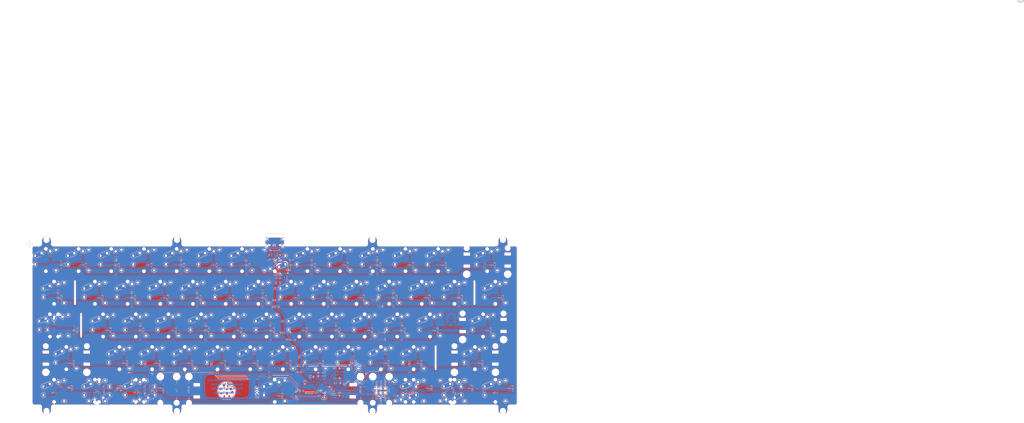
<source format=kicad_pcb>
(kicad_pcb (version 20171130) (host pcbnew "(5.1.5)-3")
  (layers (0 F.Cu signal) (31 B.Cu signal) (34 B.Paste user) (35 F.Paste user) (36 B.SilkS user) (37 F.SilkS user) (38 B.Mask user) (39 F.Mask user) (44 Edge.Cuts user))
  (net 0 "")
  (net 1 col2)
  (net 2 col3)
  (net 3 col4)
  (net 4 col5)
  (net 5 col6)
  (net 6 row0)
  (net 7 row2)
  (net 8 row3)
  (net 9 row4)
  (net 10 "Net-(D_1-Pad2)")
  (net 11 "Net-(D_2-Pad2)")
  (net 12 "Net-(D_3-Pad2)")
  (net 13 "Net-(D_4-Pad2)")
  (net 14 "Net-(D_5-Pad2)")
  (net 15 "Net-(D_6-Pad2)")
  (net 16 "Net-(D_7-Pad2)")
  (net 17 "Net-(D_8-Pad2)")
  (net 18 "Net-(D_9-Pad2)")
  (net 19 "Net-(D_10-Pad2)")
  (net 20 "Net-(D_11-Pad2)")
  (net 21 "Net-(D_12-Pad2)")
  (net 22 "Net-(D_14-Pad2)")
  (net 23 "Net-(D_16-Pad2)")
  (net 24 "Net-(D_17-Pad2)")
  (net 25 "Net-(D_18-Pad2)")
  (net 26 "Net-(D_19-Pad2)")
  (net 27 "Net-(D_20-Pad2)")
  (net 28 "Net-(D_21-Pad2)")
  (net 29 "Net-(D_22-Pad2)")
  (net 30 "Net-(D_24-Pad2)")
  (net 31 "Net-(D_25-Pad2)")
  (net 32 "Net-(D_26-Pad2)")
  (net 33 "Net-(D_27-Pad2)")
  (net 34 "Net-(D_28-Pad2)")
  (net 35 "Net-(D_31-Pad2)")
  (net 36 "Net-(D_33-Pad2)")
  (net 37 "Net-(D_34-Pad2)")
  (net 38 "Net-(D_35-Pad2)")
  (net 39 "Net-(D_36-Pad2)")
  (net 40 "Net-(D_37-Pad2)")
  (net 41 "Net-(D_38-Pad2)")
  (net 42 "Net-(D_39-Pad2)")
  (net 43 "Net-(D_40-Pad2)")
  (net 44 "Net-(D_41-Pad2)")
  (net 45 "Net-(D_42-Pad2)")
  (net 46 "Net-(D_43-Pad2)")
  (net 47 "Net-(D_44-Pad2)")
  (net 48 "Net-(D_46-Pad2)")
  (net 49 "Net-(D_48-Pad2)")
  (net 50 "Net-(D_49-Pad2)")
  (net 51 "Net-(D_50-Pad2)")
  (net 52 "Net-(D_51-Pad2)")
  (net 53 "Net-(D_53-Pad2)")
  (net 54 "Net-(D_55-Pad2)")
  (net 55 "Net-(D_56-Pad2)")
  (net 56 "Net-(D_57-Pad2)")
  (net 57 "Net-(D_58-Pad2)")
  (net 58 "Net-(D_60-Pad2)")
  (net 59 "Net-(D_61-Pad2)")
  (net 60 "Net-(D_62-Pad2)")
  (net 61 GND)
  (net 62 VCC)
  (net 63 "Net-(C5-Pad1)")
  (net 64 "Net-(C6-Pad1)")
  (net 65 "Net-(C7-Pad1)")
  (net 66 row5)
  (net 67 row6)
  (net 68 row8)
  (net 69 VBUS)
  (net 70 "Net-(J1-PadB5)")
  (net 71 "Net-(J1-PadA8)")
  (net 72 "Net-(J1-PadA5)")
  (net 73 "Net-(J1-PadB8)")
  (net 74 MISO)
  (net 75 SCK)
  (net 76 MOSI)
  (net 77 RTS)
  (net 78 "Net-(JP1-Pad1)")
  (net 79 "Net-(R5-Pad2)")
  (net 80 "Net-(D_63-Pad2)")
  (net 81 "Net-(D_13-Pad2)")
  (net 82 "Net-(D_29-Pad2)")
  (net 83 "Net-(D_30-Pad2)")
  (net 84 "Net-(D_32-Pad2)")
  (net 85 "Net-(D_45-Pad2)")
  (net 86 "Net-(D_47-Pad2)")
  (net 87 "Net-(D_59-Pad2)")
  (net 88 "Net-(D_23-Pad2)")
  (net 89 row1)
  (net 90 DP+)
  (net 91 DN-)
  (net 92 "Net-(U2-Pad19)")
  (net 93 D+)
  (net 94 D-)
  (net 95 /DR+)
  (net 96 /DR-)
  (net 97 "Net-(U2-Pad25)")
  (net 98 "Net-(U2-Pad26)")
  (module graphics:kakan_info.Mask (layer F.Cu) (at 115.07 83.03)
    (fp_text reference G*** hide)
    (fp_text value LOGO hide)
  )
  (module graphics:kakan_info.Cu (layer F.Cu) (at 115.07 83.03)
    (fp_text reference G*** hide)
    (fp_text value LOGO hide)
    (fp_poly (pts (xy 10.717923 -4.290391) (xy 10.741853 -4.234256) (xy 10.777899 -4.151172) (xy 10.820227 -4.05455) (xy 10.845288 -3.997739) (xy 10.879102 -3.91854) (xy 10.921188 -3.815732) (xy 10.968923 -3.696178) (xy 11.019683 -3.566741) (xy 11.070846 -3.434284) (xy 11.119787 -3.30567) (xy 11.163884 -3.187762) (xy 11.200513 -3.087422) (xy 11.227052 -3.011513) (xy 11.240876 -2.966899) (xy 11.242261 -2.959193) (xy 11.221784 -2.948698) (xy 11.166733 -2.94112) (xy 11.08667 -2.937659) (xy 11.069912 -2.937565) (xy 10.897564 -2.937565) (xy 10.797974 -3.246783) (xy 10.257042 -3.246783) (xy 10.157452 -2.937565) (xy 9.97146 -2.937565) (xy 9.881287 -2.93801) (xy 9.827496 -2.940906) (xy 9.802296 -2.948599) (xy 9.797893 -2.963433) (xy 9.806292 -2.987261) (xy 9.820652 -3.023859) (xy 9.847324 -3.093957) (xy 9.883316 -3.189617) (xy 9.92564 -3.302899) (xy 9.960518 -3.396751) (xy 10.003516 -3.511826) (xy 10.337806 -3.511826) (xy 10.52499 -3.511826) (xy 10.609695 -3.513211) (xy 10.674428 -3.516904) (xy 10.709035 -3.522217) (xy 10.712174 -3.524534) (xy 10.704587 -3.548998) (xy 10.683992 -3.605776) (xy 10.653637 -3.68611) (xy 10.620932 -3.770607) (xy 10.529691 -4.003972) (xy 10.497519 -3.929073) (xy 10.474235 -3.872069) (xy 10.442069 -3.789784) (xy 10.407336 -3.698416) (xy 10.401576 -3.683) (xy 10.337806 -3.511826) (xy 10.003516 -3.511826) (xy 10.027887 -3.577046) (xy 10.085009 -3.726241) (xy 10.136184 -3.854943) (xy 10.185713 -3.973761) (xy 10.237895 -4.093306) (xy 10.286923 -4.202044) (xy 10.36493 -4.373218) (xy 10.683386 -4.373218) (xy 10.717923 -4.290391)) (layer B.Cu) (width 0.01))
    (fp_poly (pts (xy 9.277116 -4.527714) (xy 9.367606 -4.507117) (xy 9.431227 -4.481107) (xy 9.48516 -4.440973) (xy 9.523595 -4.402727) (xy 9.555321 -4.367399) (xy 9.580679 -4.332142) (xy 9.600459 -4.291641) (xy 9.615455 -4.240579) (xy 9.626458 -4.173641) (xy 9.63426 -4.085513) (xy 9.639653 -3.970878) (xy 9.643429 -3.824421) (xy 9.64638 -3.640826) (xy 9.64729 -3.572565) (xy 9.655545 -2.937565) (xy 9.320695 -2.937565) (xy 9.320695 -3.754783) (xy 8.945217 -3.754783) (xy 8.945217 -4.019826) (xy 9.320695 -4.019826) (xy 9.320695 -4.087091) (xy 9.299935 -4.163466) (xy 9.264348 -4.210703) (xy 9.217799 -4.247763) (xy 9.166895 -4.260119) (xy 9.115261 -4.25763) (xy 9.048248 -4.248022) (xy 8.996376 -4.235787) (xy 8.987593 -4.232475) (xy 8.965646 -4.231553) (xy 8.948108 -4.256944) (xy 8.930584 -4.316268) (xy 8.924752 -4.341468) (xy 8.912034 -4.415884) (xy 8.910644 -4.468697) (xy 8.916282 -4.485639) (xy 8.96037 -4.5079) (xy 9.034143 -4.524625) (xy 9.123279 -4.534143) (xy 9.21346 -4.534785) (xy 9.277116 -4.527714)) (layer B.Cu) (width 0.01))
    (fp_poly (pts (xy 6.316624 -4.037154) (xy 6.422335 -4.03027) (xy 6.518102 -4.017561) (xy 6.558513 -4.009104) (xy 6.714434 -3.970894) (xy 6.714434 -2.937565) (xy 6.38313 -2.937565) (xy 6.38313 -3.751273) (xy 6.322391 -3.764108) (xy 6.264513 -3.768122) (xy 6.186971 -3.763673) (xy 6.148704 -3.758593) (xy 6.035757 -3.740244) (xy 6.012857 -3.86347) (xy 6.002942 -3.937996) (xy 6.003517 -3.990883) (xy 6.009365 -4.007195) (xy 6.047339 -4.023235) (xy 6.118374 -4.033599) (xy 6.21172 -4.038252) (xy 6.316624 -4.037154)) (layer B.Cu) (width 0.01))
    (fp_poly (pts (xy 4.896373 -4.027036) (xy 4.994102 -3.999584) (xy 5.007535 -3.993353) (xy 5.055876 -3.972411) (xy 5.093628 -3.971289) (xy 5.141865 -3.991116) (xy 5.162144 -4.001641) (xy 5.204655 -4.021216) (xy 5.249115 -4.033068) (xy 5.306315 -4.038253) (xy 5.387048 -4.037823) (xy 5.488608 -4.033514) (xy 5.592719 -4.027257) (xy 5.684509 -4.019817) (xy 5.752476 -4.012236) (xy 5.781261 -4.006982) (xy 5.830956 -3.992587) (xy 5.830956 -2.937565) (xy 5.521739 -2.937565) (xy 5.521739 -3.343811) (xy 5.521292 -3.489447) (xy 5.519623 -3.596812) (xy 5.516242 -3.671801) (xy 5.510657 -3.720311) (xy 5.502379 -3.748239) (xy 5.490915 -3.761481) (xy 5.486802 -3.763463) (xy 5.407251 -3.775272) (xy 5.335759 -3.744503) (xy 5.310909 -3.722656) (xy 5.290917 -3.701181) (xy 5.276563 -3.678182) (xy 5.266914 -3.646433) (xy 5.261037 -3.598705) (xy 5.257997 -3.527772) (xy 5.256861 -3.426405) (xy 5.256695 -3.303004) (xy 5.256695 -2.937565) (xy 4.922858 -2.937565) (xy 4.926941 -3.339714) (xy 4.931024 -3.741862) (xy 4.876336 -3.760091) (xy 4.801554 -3.765524) (xy 4.732652 -3.738242) (xy 4.6858 -3.685209) (xy 4.682038 -3.676437) (xy 4.674457 -3.634886) (xy 4.668031 -3.558466) (xy 4.663268 -3.456473) (xy 4.660674 -3.338208) (xy 4.660348 -3.278475) (xy 4.660348 -2.937565) (xy 4.329043 -2.937565) (xy 4.32957 -3.296478) (xy 4.330944 -3.424972) (xy 4.33439 -3.544205) (xy 4.339465 -3.644374) (xy 4.345725 -3.715673) (xy 4.349587 -3.739351) (xy 4.395709 -3.858717) (xy 4.469773 -3.951968) (xy 4.565518 -4.011456) (xy 4.662867 -4.033759) (xy 4.779557 -4.03869) (xy 4.896373 -4.027036)) (layer B.Cu) (width 0.01))
    (fp_poly (pts (xy 2.57574 -4.035411) (xy 2.681074 -4.026315) (xy 2.771189 -4.011551) (xy 2.781644 -4.009104) (xy 2.937565 -3.970894) (xy 2.937565 -2.937565) (xy 2.606261 -2.937565) (xy 2.606261 -3.751273) (xy 2.545521 -3.764524) (xy 2.486804 -3.768437) (xy 2.409967 -3.762777) (xy 2.378201 -3.757775) (xy 2.320094 -3.747439) (xy 2.284962 -3.748957) (xy 2.264314 -3.770347) (xy 2.249656 -3.819626) (xy 2.234829 -3.893137) (xy 2.224689 -3.967951) (xy 2.231846 -4.007221) (xy 2.23809 -4.013299) (xy 2.286364 -4.027784) (xy 2.366592 -4.036237) (xy 2.466982 -4.038749) (xy 2.57574 -4.035411)) (layer B.Cu) (width 0.01))
    (fp_poly (pts (xy 1.905 -4.517369) (xy 2.06513 -4.493289) (xy 2.070934 -3.715427) (xy 2.076739 -2.937565) (xy 1.744869 -2.937565) (xy 1.744869 -3.387569) (xy 1.68413 -3.329144) (xy 1.643808 -3.283644) (xy 1.5896 -3.213629) (xy 1.531269 -3.131896) (xy 1.512956 -3.104798) (xy 1.402521 -2.938878) (xy 1.209186 -2.938222) (xy 1.01585 -2.937565) (xy 1.098751 -3.072385) (xy 1.151819 -3.151475) (xy 1.222372 -3.246959) (xy 1.298189 -3.342537) (xy 1.327131 -3.377001) (xy 1.47261 -3.546798) (xy 1.256956 -3.77779) (xy 1.041302 -4.008783) (xy 1.232408 -4.015237) (xy 1.423515 -4.021691) (xy 1.501282 -3.926889) (xy 1.56534 -3.851279) (xy 1.635676 -3.771784) (xy 1.661407 -3.743739) (xy 1.743765 -3.655391) (xy 1.744869 -4.541449) (xy 1.905 -4.517369)) (layer B.Cu) (width 0.01))
    (fp_poly (pts (xy -1.678609 -2.937565) (xy -2.009913 -2.937565) (xy -2.009913 -4.373218) (xy -1.678609 -4.373218) (xy -1.678609 -2.937565)) (layer B.Cu) (width 0.01))
    (fp_poly (pts (xy 8.619434 -4.319895) (xy 8.779565 -4.295913) (xy 8.779565 -3.732696) (xy 8.779355 -3.559016) (xy 8.778458 -3.423746) (xy 8.776476 -3.321126) (xy 8.77301 -3.245392) (xy 8.767661 -3.190782) (xy 8.76003 -3.151535) (xy 8.749719 -3.121889) (xy 8.736328 -3.096081) (xy 8.735391 -3.094483) (xy 8.682763 -3.018957) (xy 8.6238 -2.968866) (xy 8.547979 -2.939167) (xy 8.444779 -2.924817) (xy 8.374896 -2.921698) (xy 8.278915 -2.922216) (xy 8.192739 -2.927848) (xy 8.131293 -2.937467) (xy 8.119987 -2.940934) (xy 8.083138 -2.957704) (xy 8.066465 -2.980162) (xy 8.065116 -3.021953) (xy 8.071616 -3.077011) (xy 8.083598 -3.15602) (xy 8.096881 -3.198805) (xy 8.117151 -3.213095) (xy 8.150092 -3.206621) (xy 8.16335 -3.201765) (xy 8.254484 -3.181641) (xy 8.341027 -3.18748) (xy 8.407593 -3.217878) (xy 8.41513 -3.224696) (xy 8.434864 -3.249359) (xy 8.447738 -3.282192) (xy 8.455162 -3.332356) (xy 8.458547 -3.409011) (xy 8.459304 -3.511826) (xy 8.459304 -3.754783) (xy 8.105913 -3.754783) (xy 8.105913 -4.019826) (xy 8.459304 -4.019826) (xy 8.459304 -4.343877) (xy 8.619434 -4.319895)) (layer B.Cu) (width 0.01))
    (fp_poly (pts (xy 3.855258 -4.039994) (xy 3.941285 -4.029313) (xy 3.964608 -4.023791) (xy 4.007571 -4.006612) (xy 4.025025 -3.978716) (xy 4.026183 -3.924234) (xy 4.02585 -3.918296) (xy 4.018661 -3.827988) (xy 4.007069 -3.774619) (xy 3.986616 -3.750957) (xy 3.952848 -3.749768) (xy 3.92607 -3.756334) (xy 3.862628 -3.768013) (xy 3.778564 -3.775452) (xy 3.727319 -3.77687) (xy 3.623577 -3.765186) (xy 3.551756 -3.731593) (xy 3.515567 -3.67828) (xy 3.511885 -3.64987) (xy 3.517852 -3.629564) (xy 3.541647 -3.617578) (xy 3.592223 -3.611662) (xy 3.672016 -3.609627) (xy 3.764998 -3.605065) (xy 3.851958 -3.594687) (xy 3.91127 -3.581508) (xy 4.015067 -3.525477) (xy 4.089178 -3.440748) (xy 4.129862 -3.334371) (xy 4.133382 -3.213397) (xy 4.126645 -3.175375) (xy 4.093255 -3.08055) (xy 4.038386 -3.00986) (xy 3.957412 -2.960945) (xy 3.845705 -2.931448) (xy 3.698639 -2.91901) (xy 3.622261 -2.918329) (xy 3.513756 -2.921176) (xy 3.411155 -2.927296) (xy 3.329223 -2.935654) (xy 3.296478 -2.941231) (xy 3.202608 -2.962252) (xy 3.202608 -3.269563) (xy 3.511826 -3.269563) (xy 3.511826 -3.158435) (xy 3.619814 -3.158435) (xy 3.719955 -3.170402) (xy 3.779499 -3.200297) (xy 3.814681 -3.237354) (xy 3.817457 -3.277392) (xy 3.809181 -3.304761) (xy 3.788454 -3.344708) (xy 3.752918 -3.36819) (xy 3.688671 -3.38384) (xy 3.679268 -3.385452) (xy 3.595072 -3.396179) (xy 3.544916 -3.389481) (xy 3.520177 -3.35939) (xy 3.512234 -3.299938) (xy 3.511826 -3.269563) (xy 3.202608 -3.269563) (xy 3.202608 -3.357079) (xy 3.203928 -3.496399) (xy 3.20762 -3.620008) (xy 3.213287 -3.72016) (xy 3.220531 -3.789112) (xy 3.2261 -3.814084) (xy 3.283705 -3.909482) (xy 3.370673 -3.984968) (xy 3.455556 -4.02335) (xy 3.531628 -4.036388) (xy 3.634333 -4.043517) (xy 3.747575 -4.044724) (xy 3.855258 -4.039994)) (layer B.Cu) (width 0.01))
    (fp_poly (pts (xy -0.397566 -4.320171) (xy -0.242957 -4.298801) (xy -0.242957 -3.765045) (xy -0.244102 -3.569999) (xy -0.247461 -3.408403) (xy -0.25292 -3.283039) (xy -0.260362 -3.196685) (xy -0.268103 -3.156209) (xy -0.326309 -3.0478) (xy -0.415913 -2.964292) (xy -0.446164 -2.94651) (xy -0.502646 -2.93037) (xy -0.588194 -2.920616) (xy -0.688142 -2.917406) (xy -0.787825 -2.920893) (xy -0.872577 -2.931233) (xy -0.912346 -2.941569) (xy -0.955669 -2.964317) (xy -0.966119 -2.998862) (xy -0.962041 -3.028173) (xy -0.944279 -3.120753) (xy -0.931757 -3.177576) (xy -0.9205 -3.206089) (xy -0.906531 -3.213737) (xy -0.885876 -3.207966) (xy -0.869488 -3.201489) (xy -0.777271 -3.182011) (xy -0.687209 -3.189153) (xy -0.617152 -3.221294) (xy -0.594826 -3.243119) (xy -0.579595 -3.271665) (xy -0.569564 -3.31592) (xy -0.562839 -3.384872) (xy -0.557527 -3.487511) (xy -0.55665 -3.508424) (xy -0.5465 -3.754783) (xy -0.927652 -3.754783) (xy -0.927652 -4.019826) (xy -0.552174 -4.019826) (xy -0.552174 -4.34154) (xy -0.397566 -4.320171)) (layer B.Cu) (width 0.01))
    (fp_poly (pts (xy -2.573131 -4.37271) (xy -2.481596 -4.364324) (xy -2.405532 -4.357547) (xy -2.356628 -4.353414) (xy -2.346739 -4.3527) (xy -2.33874 -4.342804) (xy -2.332331 -4.311689) (xy -2.327371 -4.255702) (xy -2.323717 -4.171193) (xy -2.321226 -4.054512) (xy -2.319754 -3.902007) (xy -2.31916 -3.710028) (xy -2.319131 -3.647424) (xy -2.319131 -2.943718) (xy -2.435087 -2.92979) (xy -2.563287 -2.91971) (xy -2.704868 -2.917204) (xy -2.845617 -2.9218) (xy -2.97132 -2.933026) (xy -3.067761 -2.950409) (xy -3.069552 -2.950886) (xy -3.237497 -3.014335) (xy -3.371427 -3.105545) (xy -3.47169 -3.225007) (xy -3.538636 -3.373213) (xy -3.572615 -3.550653) (xy -3.577366 -3.664922) (xy -3.575892 -3.681498) (xy -3.229661 -3.681498) (xy -3.221353 -3.561043) (xy -3.190938 -3.447914) (xy -3.139453 -3.35172) (xy -3.067933 -3.282069) (xy -3.033156 -3.263456) (xy -2.956936 -3.232353) (xy -2.901754 -3.215012) (xy -2.848323 -3.207161) (xy -2.777359 -3.204526) (xy -2.766392 -3.204353) (xy -2.650435 -3.202609) (xy -2.650435 -4.086087) (xy -2.792562 -4.086087) (xy -2.917816 -4.078783) (xy -3.012793 -4.054519) (xy -3.089298 -4.009767) (xy -3.111586 -3.990746) (xy -3.175814 -3.905957) (xy -3.214827 -3.799672) (xy -3.229661 -3.681498) (xy -3.575892 -3.681498) (xy -3.560727 -3.851996) (xy -3.512082 -4.009183) (xy -3.430721 -4.137775) (xy -3.315931 -4.23906) (xy -3.235739 -4.284842) (xy -3.066109 -4.345135) (xy -2.867113 -4.376374) (xy -2.643165 -4.377972) (xy -2.573131 -4.37271)) (layer B.Cu) (width 0.01))
    (fp_poly (pts (xy -4.104942 -4.377395) (xy -3.894869 -4.358162) (xy -3.848652 -4.351919) (xy -3.847308 -4.330508) (xy -3.846083 -4.27017) (xy -3.845016 -4.176152) (xy -3.84415 -4.053701) (xy -3.843525 -3.908063) (xy -3.843183 -3.744485) (xy -3.843131 -3.647494) (xy -3.843131 -2.943858) (xy -3.978892 -2.929668) (xy -4.054889 -2.923992) (xy -4.150629 -2.920055) (xy -4.255134 -2.917908) (xy -4.357422 -2.917602) (xy -4.446515 -2.919188) (xy -4.511431 -2.922716) (xy -4.53887 -2.927076) (xy -4.572609 -2.937248) (xy -4.630891 -2.953087) (xy -4.655116 -2.959392) (xy -4.753488 -3.001658) (xy -4.845798 -3.070519) (xy -4.9169 -3.153384) (xy -4.939725 -3.196033) (xy -4.966761 -3.302748) (xy -4.966429 -3.397326) (xy -4.625546 -3.397326) (xy -4.62418 -3.327559) (xy -4.59728 -3.268718) (xy -4.568432 -3.244873) (xy -4.507163 -3.221573) (xy -4.427446 -3.202711) (xy -4.349558 -3.192129) (xy -4.295913 -3.19321) (xy -4.238475 -3.200961) (xy -4.213087 -3.202307) (xy -4.193798 -3.20777) (xy -4.182163 -3.229505) (xy -4.176341 -3.276087) (xy -4.174492 -3.35609) (xy -4.174435 -3.382351) (xy -4.174435 -3.562093) (xy -4.343907 -3.546736) (xy -4.431271 -3.536497) (xy -4.505269 -3.523663) (xy -4.551501 -3.510795) (xy -4.55479 -3.509216) (xy -4.602156 -3.462913) (xy -4.625546 -3.397326) (xy -4.966429 -3.397326) (xy -4.966365 -3.41552) (xy -4.941167 -3.522172) (xy -4.893795 -3.610528) (xy -4.839264 -3.661404) (xy -4.795889 -3.688754) (xy -4.772536 -3.704011) (xy -4.778961 -3.722914) (xy -4.80733 -3.75918) (xy -4.808429 -3.760392) (xy -4.875068 -3.862553) (xy -4.899504 -3.963157) (xy -4.572 -3.963157) (xy -4.560179 -3.898277) (xy -4.52145 -3.85486) (xy -4.450916 -3.8301) (xy -4.343681 -3.821187) (xy -4.324129 -3.821044) (xy -4.174435 -3.821044) (xy -4.174435 -4.113983) (xy -4.339287 -4.103404) (xy -4.445663 -4.092489) (xy -4.515009 -4.073278) (xy -4.554278 -4.04158) (xy -4.570423 -3.993206) (xy -4.572 -3.963157) (xy -4.899504 -3.963157) (xy -4.901803 -3.972619) (xy -4.889961 -4.082647) (xy -4.840872 -4.184694) (xy -4.755863 -4.270817) (xy -4.718992 -4.295073) (xy -4.612108 -4.338713) (xy -4.469908 -4.367256) (xy -4.298737 -4.380288) (xy -4.104942 -4.377395)) (layer B.Cu) (width 0.01))
    (fp_poly (pts (xy 7.555653 -4.033125) (xy 7.631043 -4.010798) (xy 7.760466 -3.934565) (xy 7.856564 -3.829677) (xy 7.918866 -3.69701) (xy 7.946898 -3.53744) (xy 7.94685 -3.425195) (xy 7.920998 -3.262647) (xy 7.863596 -3.130675) (xy 7.773933 -3.028227) (xy 7.651298 -2.954251) (xy 7.62 -2.941758) (xy 7.535406 -2.921266) (xy 7.425896 -2.909225) (xy 7.310131 -2.906863) (xy 7.210594 -2.914818) (xy 7.110697 -2.930962) (xy 7.047492 -2.948473) (xy 7.014022 -2.975508) (xy 7.003331 -3.020223) (xy 7.008461 -3.090774) (xy 7.015505 -3.143536) (xy 7.026118 -3.204399) (xy 7.039356 -3.229749) (xy 7.060819 -3.228144) (xy 7.068399 -3.224389) (xy 7.111591 -3.210192) (xy 7.180535 -3.196185) (xy 7.230726 -3.189041) (xy 7.356069 -3.185643) (xy 7.463449 -3.204815) (xy 7.54475 -3.244191) (xy 7.587942 -3.293031) (xy 7.610325 -3.339786) (xy 7.61999 -3.366853) (xy 7.62 -3.367164) (xy 7.59916 -3.371309) (xy 7.541627 -3.374845) (xy 7.454881 -3.37751) (xy 7.346401 -3.37904) (xy 7.274814 -3.379304) (xy 6.929628 -3.379304) (xy 6.93978 -3.550478) (xy 6.951974 -3.629592) (xy 7.249069 -3.629592) (xy 7.269655 -3.610907) (xy 7.324105 -3.60238) (xy 7.417241 -3.600192) (xy 7.432261 -3.600174) (xy 7.525632 -3.601507) (xy 7.582779 -3.606463) (xy 7.611595 -3.616478) (xy 7.619974 -3.632987) (xy 7.62 -3.634308) (xy 7.60011 -3.688544) (xy 7.549028 -3.736441) (xy 7.47963 -3.768643) (xy 7.423725 -3.77687) (xy 7.357959 -3.769848) (xy 7.313874 -3.741995) (xy 7.290199 -3.712721) (xy 7.257524 -3.662257) (xy 7.249069 -3.629592) (xy 6.951974 -3.629592) (xy 6.964853 -3.713142) (xy 7.019398 -3.843586) (xy 7.104303 -3.943267) (xy 7.220453 -4.013642) (xy 7.221853 -4.014235) (xy 7.32088 -4.039525) (xy 7.43903 -4.045764) (xy 7.555653 -4.033125)) (layer B.Cu) (width 0.01))
    (fp_poly (pts (xy 0.614366 -4.028317) (xy 0.749887 -3.968324) (xy 0.865724 -3.870008) (xy 0.932059 -3.778259) (xy 0.972804 -3.674111) (xy 0.990747 -3.547568) (xy 0.990515 -3.42254) (xy 0.983085 -3.324677) (xy 0.968179 -3.252882) (xy 0.940933 -3.189127) (xy 0.915873 -3.145996) (xy 0.826037 -3.04146) (xy 0.705952 -2.965683) (xy 0.560058 -2.920078) (xy 0.392795 -2.906056) (xy 0.216255 -2.923616) (xy 0.139684 -2.939042) (xy 0.081489 -2.953647) (xy 0.054303 -2.964248) (xy 0.049341 -2.992009) (xy 0.05088 -3.049363) (xy 0.056153 -3.10306) (xy 0.06661 -3.173497) (xy 0.078699 -3.209246) (xy 0.097572 -3.219654) (xy 0.118714 -3.21659) (xy 0.265999 -3.190682) (xy 0.39762 -3.187382) (xy 0.50727 -3.205746) (xy 0.588643 -3.244833) (xy 0.63055 -3.293031) (xy 0.652934 -3.339786) (xy 0.662599 -3.366853) (xy 0.662608 -3.367164) (xy 0.641774 -3.371325) (xy 0.584277 -3.374871) (xy 0.497629 -3.377536) (xy 0.38934 -3.379054) (xy 0.320261 -3.379304) (xy -0.022087 -3.379304) (xy -0.021964 -3.506304) (xy -0.014513 -3.612314) (xy 0.28713 -3.612314) (xy 0.307525 -3.606828) (xy 0.361948 -3.602632) (xy 0.440258 -3.600382) (xy 0.474869 -3.600174) (xy 0.568241 -3.601507) (xy 0.625388 -3.606463) (xy 0.654204 -3.616478) (xy 0.662583 -3.632987) (xy 0.662608 -3.634308) (xy 0.642701 -3.691239) (xy 0.59113 -3.737451) (xy 0.520124 -3.767218) (xy 0.44191 -3.774812) (xy 0.387511 -3.76315) (xy 0.355921 -3.736286) (xy 0.320316 -3.688035) (xy 0.293612 -3.637807) (xy 0.28713 -3.612314) (xy -0.014513 -3.612314) (xy -0.011969 -3.648502) (xy 0.020294 -3.762305) (xy 0.078703 -3.859487) (xy 0.104559 -3.890117) (xy 0.205327 -3.978056) (xy 0.319347 -4.02889) (xy 0.45687 -4.047103) (xy 0.463826 -4.047228) (xy 0.614366 -4.028317)) (layer B.Cu) (width 0.01))
    (fp_poly (pts (xy -5.789396 -4.353112) (xy -5.619646 -4.298488) (xy -5.464503 -4.215084) (xy -5.388252 -4.156605) (xy -5.280239 -4.033343) (xy -5.199748 -3.882012) (xy -5.149395 -3.711026) (xy -5.131797 -3.528798) (xy -5.144381 -3.372359) (xy -5.184549 -3.212682) (xy -5.247703 -3.08934) (xy -5.336396 -2.999502) (xy -5.453178 -2.94034) (xy -5.55691 -2.915015) (xy -5.625793 -2.904082) (xy -5.673079 -2.897243) (xy -5.687392 -2.895939) (xy -5.70681 -2.901112) (xy -5.755961 -2.911571) (xy -5.785506 -2.917471) (xy -5.903685 -2.961703) (xy -6.008938 -3.040251) (xy -6.092039 -3.143415) (xy -6.143767 -3.261493) (xy -6.152615 -3.303618) (xy -6.15442 -3.339648) (xy -5.8335 -3.339648) (xy -5.810531 -3.270232) (xy -5.757771 -3.218143) (xy -5.687956 -3.188771) (xy -5.613827 -3.187506) (xy -5.54876 -3.219174) (xy -5.500898 -3.285305) (xy -5.468141 -3.379797) (xy -5.455495 -3.488006) (xy -5.455479 -3.492034) (xy -5.459038 -3.547783) (xy -5.477793 -3.574915) (xy -5.523865 -3.588879) (xy -5.532783 -3.590588) (xy -5.650925 -3.598652) (xy -5.740198 -3.573401) (xy -5.800163 -3.515201) (xy -5.830381 -3.424419) (xy -5.8335 -3.339648) (xy -6.15442 -3.339648) (xy -6.159851 -3.44803) (xy -6.132796 -3.569776) (xy -6.069483 -3.676296) (xy -6.047424 -3.701783) (xy -5.965209 -3.774756) (xy -5.874212 -3.819335) (xy -5.763416 -3.83925) (xy -5.641049 -3.839348) (xy -5.501906 -3.832087) (xy -5.539431 -3.895839) (xy -5.600443 -3.963837) (xy -5.693435 -4.024502) (xy -5.806226 -4.071606) (xy -5.926636 -4.098922) (xy -5.939585 -4.100427) (xy -6.078089 -4.114903) (xy -6.064958 -4.18056) (xy -6.054937 -4.25324) (xy -6.051826 -4.309718) (xy -6.048422 -4.349581) (xy -6.030017 -4.36786) (xy -5.984328 -4.372832) (xy -5.957957 -4.372955) (xy -5.789396 -4.353112)) (layer B.Cu) (width 0.01))
    (fp_poly (pts (xy -6.670779 -4.377117) (xy -6.56982 -4.334225) (xy -6.550998 -4.321187) (xy -6.445788 -4.217939) (xy -6.369474 -4.089298) (xy -6.321083 -3.932378) (xy -6.299642 -3.744289) (xy -6.30079 -3.578363) (xy -6.314914 -3.411126) (xy -6.340851 -3.278191) (xy -6.38118 -3.170664) (xy -6.438478 -3.07965) (xy -6.449242 -3.066208) (xy -6.547915 -2.97979) (xy -6.670753 -2.92489) (xy -6.80803 -2.904697) (xy -6.913535 -2.914039) (xy -7.041336 -2.959712) (xy -7.146843 -3.042723) (xy -7.229254 -3.161816) (xy -7.287765 -3.315735) (xy -7.321574 -3.503223) (xy -7.326401 -3.560009) (xy -7.326501 -3.666435) (xy -6.989562 -3.666435) (xy -6.988695 -3.533323) (xy -6.983844 -3.435333) (xy -6.973379 -3.363473) (xy -6.95567 -3.308755) (xy -6.929085 -3.262187) (xy -6.912095 -3.239328) (xy -6.852282 -3.191164) (xy -6.786618 -3.184969) (xy -6.722909 -3.22115) (xy -6.715137 -3.229031) (xy -6.677186 -3.282927) (xy -6.65093 -3.354432) (xy -6.63488 -3.450903) (xy -6.62755 -3.579698) (xy -6.626696 -3.666435) (xy -6.635016 -3.832296) (xy -6.658945 -3.961743) (xy -6.697795 -4.05346) (xy -6.750879 -4.10613) (xy -6.817507 -4.118437) (xy -6.857623 -4.108318) (xy -6.909056 -4.075284) (xy -6.946527 -4.017746) (xy -6.971477 -3.930872) (xy -6.98535 -3.809831) (xy -6.989562 -3.666435) (xy -7.326501 -3.666435) (xy -7.326601 -3.771951) (xy -7.297933 -3.958091) (xy -7.241397 -4.115879) (xy -7.157992 -4.242767) (xy -7.048717 -4.336208) (xy -7.014525 -4.355569) (xy -6.909528 -4.389005) (xy -6.789481 -4.395782) (xy -6.670779 -4.377117)) (layer B.Cu) (width 0.01))
    (fp_poly (pts (xy -9.615715 -4.027512) (xy -9.476366 -3.968834) (xy -9.359512 -3.872369) (xy -9.26933 -3.743739) (xy -9.243832 -3.685926) (xy -9.229101 -3.620941) (xy -9.222697 -3.534594) (xy -9.221835 -3.467652) (xy -9.232268 -3.31615) (xy -9.26571 -3.195023) (xy -9.325372 -3.095157) (xy -9.370411 -3.046103) (xy -9.468033 -2.979087) (xy -9.594789 -2.932114) (xy -9.739241 -2.907757) (xy -9.889951 -2.908588) (xy -9.947671 -2.916247) (xy -10.014793 -2.931069) (xy -10.063795 -2.947877) (xy -10.076574 -2.955739) (xy -10.086058 -2.989155) (xy -10.086413 -3.05306) (xy -10.081823 -3.102554) (xy -10.071504 -3.173057) (xy -10.059867 -3.208637) (xy -10.041791 -3.218383) (xy -10.019181 -3.213662) (xy -9.937844 -3.196107) (xy -9.844237 -3.187383) (xy -9.756448 -3.188236) (xy -9.692563 -3.19941) (xy -9.690663 -3.20012) (xy -9.620247 -3.248876) (xy -9.573001 -3.324801) (xy -9.548849 -3.417501) (xy -9.547716 -3.516583) (xy -9.569526 -3.611652) (xy -9.614202 -3.692315) (xy -9.681669 -3.748178) (xy -9.694706 -3.754174) (xy -9.761878 -3.76779) (xy -9.850707 -3.768123) (xy -9.941012 -3.756054) (xy -9.993186 -3.741129) (xy -10.010084 -3.755416) (xy -10.030864 -3.799667) (xy -10.05104 -3.860475) (xy -10.066125 -3.92443) (xy -10.071652 -3.975624) (xy -10.051366 -3.997564) (xy -9.997664 -4.018235) (xy -9.921288 -4.035034) (xy -9.832977 -4.045357) (xy -9.775825 -4.047363) (xy -9.615715 -4.027512)) (layer B.Cu) (width 0.01))
    (fp_poly (pts (xy -10.485783 -4.520051) (xy -10.411956 -4.512) (xy -10.351945 -4.506875) (xy -10.331174 -4.505931) (xy -10.320888 -4.503464) (xy -10.312601 -4.493322) (xy -10.306098 -4.471226) (xy -10.301166 -4.432895) (xy -10.297589 -4.374051) (xy -10.295153 -4.290412) (xy -10.293645 -4.1777) (xy -10.292849 -4.031635) (xy -10.292551 -3.847936) (xy -10.292522 -3.734262) (xy -10.292522 -2.962784) (xy -10.408479 -2.940563) (xy -10.588223 -2.913824) (xy -10.747056 -2.905624) (xy -10.868926 -2.915332) (xy -11.016366 -2.960451) (xy -11.135235 -3.038707) (xy -11.224002 -3.148303) (xy -11.281137 -3.287444) (xy -11.303501 -3.424958) (xy -11.301626 -3.50117) (xy -10.977218 -3.50117) (xy -10.962671 -3.371566) (xy -10.919331 -3.274913) (xy -10.847645 -3.211743) (xy -10.748063 -3.182591) (xy -10.70726 -3.180522) (xy -10.601739 -3.180522) (xy -10.601739 -3.730923) (xy -10.688943 -3.75705) (xy -10.789525 -3.769126) (xy -10.872217 -3.742652) (xy -10.933324 -3.680907) (xy -10.969151 -3.587171) (xy -10.977218 -3.50117) (xy -11.301626 -3.50117) (xy -11.299382 -3.592338) (xy -11.263474 -3.740268) (xy -11.198108 -3.863781) (xy -11.105616 -3.957909) (xy -11.033349 -4.000397) (xy -10.94172 -4.027886) (xy -10.833132 -4.040237) (xy -10.727884 -4.036371) (xy -10.658395 -4.020373) (xy -10.601739 -3.998833) (xy -10.601739 -4.533979) (xy -10.485783 -4.520051)) (layer B.Cu) (width 0.01))
    (fp_poly (pts (xy -8.348748 -4.039014) (xy -8.221859 -4.029087) (xy -8.142727 -4.016777) (xy -8.017566 -3.991641) (xy -8.017566 -2.54) (xy -8.34887 -2.54) (xy -8.34887 -2.934159) (xy -8.510611 -2.921926) (xy -8.639848 -2.920956) (xy -8.742022 -2.943513) (xy -8.830092 -2.994427) (xy -8.910099 -3.070794) (xy -8.972984 -3.157256) (xy -9.011952 -3.255906) (xy -9.030514 -3.378058) (xy -9.033319 -3.467652) (xy -9.033223 -3.469573) (xy -8.707358 -3.469573) (xy -8.69281 -3.350787) (xy -8.651687 -3.261256) (xy -8.587773 -3.204323) (xy -8.504853 -3.183329) (xy -8.406709 -3.201618) (xy -8.404843 -3.202322) (xy -8.347506 -3.224121) (xy -8.35371 -3.494974) (xy -8.359913 -3.765826) (xy -8.437218 -3.771578) (xy -8.537059 -3.759614) (xy -8.617744 -3.710875) (xy -8.674947 -3.630198) (xy -8.704344 -3.522418) (xy -8.707358 -3.469573) (xy -9.033223 -3.469573) (xy -9.026454 -3.604221) (xy -9.002862 -3.710893) (xy -8.958051 -3.800217) (xy -8.887527 -3.884743) (xy -8.881984 -3.890332) (xy -8.795069 -3.963829) (xy -8.711328 -4.010473) (xy -8.691218 -4.017209) (xy -8.599266 -4.033087) (xy -8.47983 -4.040351) (xy -8.348748 -4.039014)) (layer B.Cu) (width 0.01))
    (fp_poly (pts (xy 5.174489 -2.019451) (xy 5.233509 -1.971517) (xy 5.270049 -1.905905) (xy 5.277196 -1.830962) (xy 5.248035 -1.755032) (xy 5.245997 -1.752065) (xy 5.184963 -1.699957) (xy 5.103198 -1.675232) (xy 5.028203 -1.680774) (xy 4.954111 -1.719673) (xy 4.913531 -1.78704) (xy 4.904709 -1.855304) (xy 4.920693 -1.943858) (xy 4.970071 -2.004514) (xy 5.016657 -2.028911) (xy 5.0999 -2.041364) (xy 5.174489 -2.019451)) (layer B.Cu) (width 0.01))
    (fp_poly (pts (xy 5.256695 -0.463826) (xy 4.925391 -0.463826) (xy 4.925391 -1.546087) (xy 5.256695 -1.546087) (xy 5.256695 -0.463826)) (layer B.Cu) (width 0.01))
    (fp_poly (pts (xy 3.114577 -1.555596) (xy 3.217332 -1.551444) (xy 3.299149 -1.545348) (xy 3.340652 -1.539565) (xy 3.423478 -1.521998) (xy 3.423478 -0.463826) (xy 3.114261 -0.463826) (xy 3.114261 -0.870072) (xy 3.114086 -1.018362) (xy 3.112458 -1.128236) (xy 3.107717 -1.205451) (xy 3.098206 -1.255765) (xy 3.082265 -1.284935) (xy 3.058238 -1.298718) (xy 3.024464 -1.302872) (xy 2.989524 -1.303131) (xy 2.929577 -1.296962) (xy 2.883754 -1.275217) (xy 2.8503 -1.233032) (xy 2.82746 -1.165546) (xy 2.813481 -1.067897) (xy 2.806608 -0.935223) (xy 2.805043 -0.791835) (xy 2.805043 -0.463826) (xy 2.468813 -0.463826) (xy 2.476974 -0.856802) (xy 2.48029 -0.999323) (xy 2.484127 -1.105567) (xy 2.489496 -1.183428) (xy 2.497406 -1.240798) (xy 2.508866 -1.285572) (xy 2.524886 -1.325645) (xy 2.541139 -1.358605) (xy 2.58656 -1.435175) (xy 2.636913 -1.48961) (xy 2.700464 -1.525455) (xy 2.785478 -1.546256) (xy 2.900219 -1.55556) (xy 3.003826 -1.557131) (xy 3.114577 -1.555596)) (layer B.Cu) (width 0.01))
    (fp_poly (pts (xy -3.705087 -2.04363) (xy -3.544957 -2.01955) (xy -3.539153 -1.241688) (xy -3.533348 -0.463826) (xy -3.865218 -0.463826) (xy -3.865218 -0.91383) (xy -3.925957 -0.855405) (xy -3.966279 -0.809905) (xy -4.020487 -0.73989) (xy -4.078818 -0.658157) (xy -4.097131 -0.631059) (xy -4.207566 -0.465139) (xy -4.389783 -0.464482) (xy -4.473238 -0.466162) (xy -4.536589 -0.471206) (xy -4.569547 -0.478652) (xy -4.572 -0.481541) (xy -4.559368 -0.511827) (xy -4.525383 -0.568507) (xy -4.475915 -0.643184) (xy -4.416831 -0.72746) (xy -4.354 -0.812939) (xy -4.29329 -0.891224) (xy -4.246611 -0.947122) (xy -4.136592 -1.07211) (xy -4.352689 -1.303577) (xy -4.568785 -1.535044) (xy -4.377228 -1.541504) (xy -4.185671 -1.547965) (xy -4.086183 -1.431607) (xy -4.024742 -1.360273) (xy -3.965135 -1.291924) (xy -3.926604 -1.248451) (xy -3.866513 -1.181652) (xy -3.865865 -1.624681) (xy -3.865218 -2.06771) (xy -3.705087 -2.04363)) (layer B.Cu) (width 0.01))
    (fp_poly (pts (xy -6.007652 -2.045214) (xy -5.853044 -2.023845) (xy -5.853044 -0.463826) (xy -6.162261 -0.463826) (xy -6.162261 -0.913266) (xy -6.220195 -0.85972) (xy -6.258902 -0.817605) (xy -6.313052 -0.750613) (xy -6.373339 -0.670454) (xy -6.39873 -0.635) (xy -6.51933 -0.463826) (xy -6.894734 -0.463826) (xy -6.844621 -0.546652) (xy -6.791919 -0.627566) (xy -6.724351 -0.722656) (xy -6.650607 -0.82054) (xy -6.579377 -0.909838) (xy -6.519352 -0.979167) (xy -6.496524 -1.002533) (xy -6.429464 -1.06637) (xy -6.871066 -1.535044) (xy -6.679682 -1.541464) (xy -6.488297 -1.547884) (xy -6.408187 -1.453116) (xy -6.343249 -1.378138) (xy -6.272529 -1.299126) (xy -6.245721 -1.27) (xy -6.163366 -1.181652) (xy -6.162813 -1.624118) (xy -6.162261 -2.066584) (xy -6.007652 -2.045214)) (layer B.Cu) (width 0.01))
    (fp_poly (pts (xy -8.458714 -1.563149) (xy -8.321505 -1.5489) (xy -8.28994 -1.54382) (xy -8.150087 -1.519465) (xy -8.150087 -0.463826) (xy -8.480417 -0.463826) (xy -8.486426 -0.877957) (xy -8.492435 -1.292087) (xy -8.57495 -1.298924) (xy -8.644604 -1.29509) (xy -8.698744 -1.263682) (xy -8.712994 -1.250232) (xy -8.73346 -1.228436) (xy -8.748156 -1.205559) (xy -8.758038 -1.17436) (xy -8.76406 -1.127596) (xy -8.767178 -1.058025) (xy -8.768347 -0.958406) (xy -8.768522 -0.829265) (xy -8.768522 -0.463826) (xy -9.099826 -0.463826) (xy -9.099826 -0.805087) (xy -9.098249 -0.933785) (xy -9.093911 -1.05634) (xy -9.087406 -1.161561) (xy -9.079326 -1.238256) (xy -9.075807 -1.258346) (xy -9.031539 -1.374258) (xy -8.957079 -1.467931) (xy -8.860062 -1.530735) (xy -8.823481 -1.543472) (xy -8.724757 -1.560425) (xy -8.598149 -1.566987) (xy -8.458714 -1.563149)) (layer B.Cu) (width 0.01))
    (fp_poly (pts (xy 8.770283 -1.893754) (xy 8.807174 -1.889578) (xy 8.945217 -1.873054) (xy 8.945217 -0.469979) (xy 8.829261 -0.456051) (xy 8.710827 -0.446738) (xy 8.575883 -0.443848) (xy 8.438878 -0.446994) (xy 8.314262 -0.455786) (xy 8.216484 -0.469836) (xy 8.202731 -0.472921) (xy 8.085689 -0.512697) (xy 7.971232 -0.571105) (xy 7.87664 -0.638728) (xy 7.848436 -0.666029) (xy 7.767382 -0.784174) (xy 7.71138 -0.928986) (xy 7.681507 -1.090027) (xy 7.68025 -1.168709) (xy 8.022657 -1.168709) (xy 8.039512 -1.037404) (xy 8.086185 -0.921302) (xy 8.1398 -0.851064) (xy 8.230941 -0.784525) (xy 8.346906 -0.745276) (xy 8.486913 -0.731152) (xy 8.591826 -0.72887) (xy 8.591826 -1.612348) (xy 8.455234 -1.612348) (xy 8.310908 -1.597028) (xy 8.195316 -1.551905) (xy 8.111063 -1.478228) (xy 8.082674 -1.433395) (xy 8.036689 -1.304333) (xy 8.022657 -1.168709) (xy 7.68025 -1.168709) (xy 7.678841 -1.256861) (xy 7.704461 -1.41905) (xy 7.75613 -1.55962) (xy 7.84242 -1.684105) (xy 7.96291 -1.78142) (xy 8.116772 -1.851302) (xy 8.303174 -1.893493) (xy 8.521288 -1.90773) (xy 8.770283 -1.893754)) (layer B.Cu) (width 0.01))
    (fp_poly (pts (xy -5.068957 -1.572472) (xy -4.925892 -1.565469) (xy -4.822755 -1.551157) (xy -4.760787 -1.52981) (xy -4.741229 -1.501698) (xy -4.741334 -1.500537) (xy -4.746397 -1.460399) (xy -4.754881 -1.396136) (xy -4.758975 -1.36572) (xy -4.772935 -1.262657) (xy -4.843496 -1.282894) (xy -4.906679 -1.294502) (xy -4.99019 -1.301822) (xy -5.038755 -1.303131) (xy -5.146752 -1.291473) (xy -5.220065 -1.255363) (xy -5.261878 -1.193095) (xy -5.265556 -1.181652) (xy -5.26887 -1.158222) (xy -5.256009 -1.144919) (xy -5.218171 -1.138864) (xy -5.146553 -1.137177) (xy -5.129432 -1.137115) (xy -4.960366 -1.12379) (xy -4.82622 -1.085071) (xy -4.727588 -1.021476) (xy -4.665064 -0.933525) (xy -4.639241 -0.821736) (xy -4.645606 -0.714256) (xy -4.673086 -0.617632) (xy -4.722914 -0.544783) (xy -4.799366 -0.493457) (xy -4.906718 -0.461399) (xy -5.049243 -0.446357) (xy -5.157305 -0.44459) (xy -5.267713 -0.44732) (xy -5.371911 -0.453187) (xy -5.45576 -0.461229) (xy -5.494131 -0.467491) (xy -5.588 -0.488513) (xy -5.587552 -0.792768) (xy -5.278783 -0.792768) (xy -5.278783 -0.684696) (xy -5.180829 -0.684696) (xy -5.106618 -0.689333) (xy -5.042411 -0.700882) (xy -5.02924 -0.705088) (xy -4.975658 -0.741253) (xy -4.958219 -0.78864) (xy -4.973629 -0.838563) (xy -5.018597 -0.882336) (xy -5.089831 -0.911276) (xy -5.108733 -0.914795) (xy -5.194076 -0.922769) (xy -5.245465 -0.911336) (xy -5.270972 -0.874705) (xy -5.278666 -0.807086) (xy -5.278783 -0.792768) (xy -5.587552 -0.792768) (xy -5.587473 -0.846126) (xy -5.586028 -1.011403) (xy -5.581393 -1.139373) (xy -5.572299 -1.236861) (xy -5.557478 -1.31069) (xy -5.53566 -1.367688) (xy -5.505575 -1.414677) (xy -5.475353 -1.448978) (xy -5.402724 -1.509648) (xy -5.318873 -1.548406) (xy -5.213577 -1.568359) (xy -5.076616 -1.572612) (xy -5.068957 -1.572472)) (layer B.Cu) (width 0.01))
    (fp_poly (pts (xy -7.264955 -1.568391) (xy -7.173929 -1.558641) (xy -7.10294 -1.545124) (xy -7.063801 -1.528774) (xy -7.06307 -1.528079) (xy -7.056105 -1.49775) (xy -7.057464 -1.439) (xy -7.063207 -1.389977) (xy -7.077888 -1.317287) (xy -7.09521 -1.282691) (xy -7.113299 -1.278483) (xy -7.149804 -1.283931) (xy -7.216872 -1.290506) (xy -7.30096 -1.296903) (xy -7.313622 -1.29773) (xy -7.401891 -1.301979) (xy -7.458315 -1.299547) (xy -7.49498 -1.288408) (xy -7.523968 -1.266538) (xy -7.52897 -1.261639) (xy -7.563047 -1.215337) (xy -7.575767 -1.176131) (xy -7.5698 -1.155824) (xy -7.546005 -1.143839) (xy -7.495429 -1.137923) (xy -7.415637 -1.135888) (xy -7.271666 -1.126507) (xy -7.160383 -1.099695) (xy -7.072771 -1.052583) (xy -7.02654 -1.01208) (xy -6.96533 -0.921112) (xy -6.940706 -0.818557) (xy -6.950192 -0.713453) (xy -6.991308 -0.614836) (xy -7.061578 -0.531743) (xy -7.158523 -0.47321) (xy -7.176035 -0.466831) (xy -7.237324 -0.455168) (xy -7.329923 -0.447851) (xy -7.441184 -0.444869) (xy -7.558461 -0.446207) (xy -7.669104 -0.451852) (xy -7.760467 -0.46179) (xy -7.791174 -0.467491) (xy -7.885044 -0.488513) (xy -7.885044 -0.793642) (xy -7.575826 -0.793642) (xy -7.575826 -0.684696) (xy -7.467839 -0.684696) (xy -7.367697 -0.696662) (xy -7.308153 -0.726558) (xy -7.272968 -0.763633) (xy -7.270199 -0.803686) (xy -7.278435 -0.830917) (xy -7.300905 -0.872706) (xy -7.340142 -0.896593) (xy -7.399355 -0.910305) (xy -7.486436 -0.92089) (xy -7.539472 -0.91266) (xy -7.566474 -0.880321) (xy -7.575451 -0.818576) (xy -7.575826 -0.793642) (xy -7.885044 -0.793642) (xy -7.885044 -0.880098) (xy -7.884663 -1.022671) (xy -7.882998 -1.128801) (xy -7.879263 -1.206217) (xy -7.872672 -1.262648) (xy -7.862439 -1.305823) (xy -7.847779 -1.343469) (xy -7.835348 -1.36894) (xy -7.780372 -1.455289) (xy -7.713338 -1.512708) (xy -7.622578 -1.548977) (xy -7.540108 -1.565723) (xy -7.459859 -1.572865) (xy -7.364203 -1.573443) (xy -7.264955 -1.568391)) (layer B.Cu) (width 0.01))
    (fp_poly (pts (xy 7.107276 -1.55494) (xy 7.240003 -1.496878) (xy 7.350366 -1.403054) (xy 7.433744 -1.276676) (xy 7.454493 -1.228519) (xy 7.48055 -1.118095) (xy 7.486801 -0.988396) (xy 7.474301 -0.85653) (xy 7.444107 -0.739608) (xy 7.42123 -0.689441) (xy 7.345934 -0.592715) (xy 7.243418 -0.511392) (xy 7.156174 -0.468019) (xy 7.067147 -0.446627) (xy 6.952579 -0.435022) (xy 6.830229 -0.43424) (xy 6.731042 -0.443204) (xy 6.633586 -0.459677) (xy 6.572985 -0.478576) (xy 6.542194 -0.507269) (xy 6.534172 -0.553122) (xy 6.541875 -0.623504) (xy 6.544265 -0.638583) (xy 6.557535 -0.711254) (xy 6.570213 -0.748131) (xy 6.586661 -0.757315) (xy 6.604597 -0.750637) (xy 6.647774 -0.736447) (xy 6.716707 -0.722446) (xy 6.7669 -0.715302) (xy 6.892243 -0.711904) (xy 6.999623 -0.731076) (xy 7.080924 -0.770452) (xy 7.124116 -0.819291) (xy 7.146499 -0.866047) (xy 7.156164 -0.893114) (xy 7.156174 -0.893425) (xy 7.135339 -0.897586) (xy 7.077842 -0.901132) (xy 6.991194 -0.903797) (xy 6.882905 -0.905315) (xy 6.813826 -0.905565) (xy 6.471478 -0.905565) (xy 6.471478 -1.041046) (xy 6.479786 -1.159083) (xy 6.78114 -1.159083) (xy 6.803273 -1.138847) (xy 6.8608 -1.129122) (xy 6.957868 -1.126448) (xy 6.968434 -1.126435) (xy 7.053277 -1.127754) (xy 7.118164 -1.131273) (xy 7.152953 -1.136337) (xy 7.156174 -1.138575) (xy 7.142999 -1.178976) (xy 7.112086 -1.230678) (xy 7.076353 -1.274268) (xy 7.055793 -1.289411) (xy 6.967733 -1.305454) (xy 6.886036 -1.289176) (xy 6.826472 -1.244935) (xy 6.790255 -1.193292) (xy 6.78114 -1.159083) (xy 6.479786 -1.159083) (xy 6.481728 -1.186661) (xy 6.514635 -1.302315) (xy 6.573433 -1.397721) (xy 6.600175 -1.427559) (xy 6.70488 -1.511874) (xy 6.823469 -1.559327) (xy 6.956809 -1.574029) (xy 7.107276 -1.55494)) (layer B.Cu) (width 0.01))
    (fp_poly (pts (xy 5.944377 -1.566885) (xy 6.044667 -1.54755) (xy 6.089922 -1.530055) (xy 6.186611 -1.458214) (xy 6.248915 -1.363196) (xy 6.272594 -1.251648) (xy 6.272695 -1.24355) (xy 6.258853 -1.136395) (xy 6.214641 -1.047694) (xy 6.136035 -0.972804) (xy 6.019008 -0.907082) (xy 5.958993 -0.881711) (xy 5.871714 -0.844602) (xy 5.819098 -0.813771) (xy 5.793378 -0.783199) (xy 5.786782 -0.748252) (xy 5.801336 -0.715258) (xy 5.847521 -0.703696) (xy 5.978152 -0.704278) (xy 6.097773 -0.717989) (xy 6.158772 -0.732583) (xy 6.212362 -0.744606) (xy 6.246051 -0.734741) (xy 6.266635 -0.695974) (xy 6.280911 -0.621293) (xy 6.283247 -0.604163) (xy 6.298297 -0.490499) (xy 6.224757 -0.467156) (xy 6.143952 -0.449458) (xy 6.038866 -0.436949) (xy 5.927068 -0.430694) (xy 5.82613 -0.431761) (xy 5.762599 -0.439094) (xy 5.635104 -0.48302) (xy 5.541078 -0.552758) (xy 5.482729 -0.645603) (xy 5.462263 -0.758848) (xy 5.46464 -0.804522) (xy 5.491372 -0.905133) (xy 5.550369 -0.989067) (xy 5.645613 -1.060424) (xy 5.770014 -1.119016) (xy 5.870945 -1.164479) (xy 5.930586 -1.206384) (xy 5.951424 -1.247076) (xy 5.941595 -1.280714) (xy 5.914939 -1.297022) (xy 5.857525 -1.305203) (xy 5.765289 -1.305448) (xy 5.634167 -1.297948) (xy 5.61206 -1.296258) (xy 5.583809 -1.296153) (xy 5.564252 -1.306917) (xy 5.548337 -1.337114) (xy 5.531013 -1.395305) (xy 5.514086 -1.462357) (xy 5.508553 -1.500496) (xy 5.522986 -1.522967) (xy 5.567166 -1.540287) (xy 5.593327 -1.547582) (xy 5.703622 -1.567434) (xy 5.825667 -1.573691) (xy 5.944377 -1.566885)) (layer B.Cu) (width 0.01))
    (fp_poly (pts (xy 1.8918 -1.552762) (xy 2.021087 -1.496161) (xy 2.127274 -1.407121) (xy 2.206901 -1.289974) (xy 2.256508 -1.149053) (xy 2.272635 -0.988689) (xy 2.268383 -0.914524) (xy 2.236357 -0.777027) (xy 2.173779 -0.654171) (xy 2.086911 -0.554195) (xy 1.982014 -0.485337) (xy 1.927377 -0.465831) (xy 1.841122 -0.44782) (xy 1.745107 -0.434914) (xy 1.655697 -0.428683) (xy 1.589257 -0.430697) (xy 1.579217 -0.432432) (xy 1.532592 -0.442328) (xy 1.462309 -0.456843) (xy 1.418411 -0.465779) (xy 1.301779 -0.489383) (xy 1.314771 -0.570474) (xy 1.329354 -0.659642) (xy 1.341648 -0.713134) (xy 1.357148 -0.738759) (xy 1.38135 -0.744325) (xy 1.419751 -0.737638) (xy 1.430772 -0.735272) (xy 1.499346 -0.725604) (xy 1.588444 -0.719269) (xy 1.649421 -0.717826) (xy 1.773349 -0.731699) (xy 1.863012 -0.773284) (xy 1.918304 -0.842525) (xy 1.924098 -0.856553) (xy 1.942228 -0.905565) (xy 1.599899 -0.905565) (xy 1.461707 -0.905634) (xy 1.362089 -0.908289) (xy 1.295458 -0.917209) (xy 1.256228 -0.936068) (xy 1.23881 -0.968543) (xy 1.237619 -1.018311) (xy 1.247068 -1.089047) (xy 1.253998 -1.133174) (xy 1.260971 -1.159025) (xy 1.56863 -1.159025) (xy 1.590844 -1.138797) (xy 1.648494 -1.129094) (xy 1.745721 -1.126446) (xy 1.755366 -1.126435) (xy 1.942559 -1.126435) (xy 1.92015 -1.185374) (xy 1.875841 -1.257185) (xy 1.807524 -1.294573) (xy 1.740951 -1.302428) (xy 1.672099 -1.292551) (xy 1.622258 -1.255006) (xy 1.613951 -1.244935) (xy 1.577713 -1.193248) (xy 1.56863 -1.159025) (xy 1.260971 -1.159025) (xy 1.295639 -1.287545) (xy 1.366937 -1.410103) (xy 1.466298 -1.499417) (xy 1.592133 -1.554057) (xy 1.742849 -1.572591) (xy 1.742871 -1.572591) (xy 1.8918 -1.552762)) (layer B.Cu) (width 0.01))
    (fp_poly (pts (xy 0.364434 -2.020957) (xy 0.370666 -1.787216) (xy 0.376897 -1.553474) (xy 0.547362 -1.562403) (xy 0.642475 -1.565153) (xy 0.710132 -1.559717) (xy 0.766688 -1.543526) (xy 0.81696 -1.520057) (xy 0.914252 -1.445969) (xy 0.990467 -1.339506) (xy 1.042706 -1.208553) (xy 1.06807 -1.060995) (xy 1.063659 -0.904718) (xy 1.057623 -0.865533) (xy 1.012041 -0.716864) (xy 0.934522 -0.598692) (xy 0.825387 -0.511334) (xy 0.684959 -0.455109) (xy 0.630943 -0.443285) (xy 0.556389 -0.430432) (xy 0.501702 -0.424329) (xy 0.45002 -0.424917) (xy 0.384481 -0.432137) (xy 0.314046 -0.442167) (xy 0.229724 -0.455088) (xy 0.149766 -0.468339) (xy 0.120785 -0.473542) (xy 0.044174 -0.487915) (xy 0.044174 -0.706783) (xy 0.374158 -0.706783) (xy 0.464263 -0.706783) (xy 0.539811 -0.714922) (xy 0.60807 -0.734909) (xy 0.61642 -0.738872) (xy 0.681691 -0.797227) (xy 0.721285 -0.891458) (xy 0.73516 -1.021468) (xy 0.73518 -1.027253) (xy 0.720718 -1.143949) (xy 0.679291 -1.230028) (xy 0.613833 -1.28259) (xy 0.527282 -1.298735) (xy 0.468847 -1.290339) (xy 0.386521 -1.27) (xy 0.38034 -0.988391) (xy 0.374158 -0.706783) (xy 0.044174 -0.706783) (xy 0.044174 -2.068921) (xy 0.364434 -2.020957)) (layer B.Cu) (width 0.01))
    (fp_poly (pts (xy -0.877957 -2.044939) (xy -0.717826 -2.020957) (xy -0.712021 -1.255252) (xy -0.706215 -0.489548) (xy -0.767238 -0.47677) (xy -0.825763 -0.466083) (xy -0.904464 -0.453683) (xy -0.990323 -0.441366) (xy -1.070323 -0.430927) (xy -1.13145 -0.424158) (xy -1.159566 -0.422688) (xy -1.193267 -0.427443) (xy -1.252805 -0.436952) (xy -1.283187 -0.442023) (xy -1.407039 -0.475107) (xy -1.508572 -0.533067) (xy -1.596254 -0.615753) (xy -1.660424 -0.704019) (xy -1.700375 -0.804509) (xy -1.718675 -0.926897) (xy -1.718377 -1.017029) (xy -1.396576 -1.017029) (xy -1.380553 -0.894186) (xy -1.334283 -0.799647) (xy -1.260459 -0.736572) (xy -1.161777 -0.70812) (xy -1.131904 -0.706783) (xy -1.036768 -0.706783) (xy -1.042949 -0.988391) (xy -1.049131 -1.27) (xy -1.128239 -1.289553) (xy -1.22375 -1.294708) (xy -1.301651 -1.261568) (xy -1.358428 -1.193704) (xy -1.390563 -1.094687) (xy -1.396576 -1.017029) (xy -1.718377 -1.017029) (xy -1.718183 -1.075359) (xy -1.710341 -1.176293) (xy -1.696512 -1.249497) (xy -1.672441 -1.311381) (xy -1.643732 -1.36249) (xy -1.568145 -1.460072) (xy -1.477973 -1.523756) (xy -1.365811 -1.556947) (xy -1.224255 -1.563054) (xy -1.209261 -1.562362) (xy -1.038087 -1.553392) (xy -1.038087 -2.068921) (xy -0.877957 -2.044939)) (layer B.Cu) (width 0.01))
    (fp_poly (pts (xy 4.177734 -1.565789) (xy 4.291682 -1.556796) (xy 4.362174 -1.54347) (xy 4.447104 -1.502964) (xy 4.534701 -1.433914) (xy 4.612137 -1.349146) (xy 4.666589 -1.261485) (xy 4.679817 -1.225826) (xy 4.703308 -1.081344) (xy 4.696909 -0.937799) (xy 4.662671 -0.806121) (xy 4.602643 -0.697238) (xy 4.574661 -0.665271) (xy 4.474119 -0.592254) (xy 4.352125 -0.545486) (xy 4.222936 -0.528193) (xy 4.100806 -0.543601) (xy 4.074986 -0.552196) (xy 4.034655 -0.564407) (xy 4.024395 -0.553179) (xy 4.029374 -0.530109) (xy 4.045953 -0.471471) (xy 4.053381 -0.445091) (xy 4.086905 -0.401891) (xy 4.153459 -0.371329) (xy 4.243329 -0.354885) (xy 4.346804 -0.354041) (xy 4.454169 -0.370276) (xy 4.486753 -0.379017) (xy 4.543644 -0.392105) (xy 4.580912 -0.393399) (xy 4.585848 -0.391079) (xy 4.597974 -0.363574) (xy 4.614902 -0.307016) (xy 4.627422 -0.257022) (xy 4.655432 -0.136528) (xy 4.55526 -0.111305) (xy 4.41216 -0.086016) (xy 4.258705 -0.07661) (xy 4.116306 -0.083981) (xy 4.070981 -0.091086) (xy 3.959991 -0.13033) (xy 3.859097 -0.197946) (xy 3.779992 -0.284146) (xy 3.73668 -0.370889) (xy 3.726911 -0.428798) (xy 3.719346 -0.528789) (xy 3.714073 -0.668818) (xy 3.711176 -0.846843) (xy 3.710608 -0.987161) (xy 3.710608 -1.303131) (xy 4.019826 -1.303131) (xy 4.019826 -1.061794) (xy 4.020617 -0.954391) (xy 4.023791 -0.883331) (xy 4.030549 -0.840801) (xy 4.042092 -0.818984) (xy 4.058478 -0.810356) (xy 4.160205 -0.798374) (xy 4.253627 -0.813138) (xy 4.271687 -0.820262) (xy 4.326577 -0.867832) (xy 4.360519 -0.944138) (xy 4.371318 -1.037922) (xy 4.356777 -1.137924) (xy 4.341956 -1.180584) (xy 4.301304 -1.248215) (xy 4.242808 -1.286919) (xy 4.156437 -1.302252) (xy 4.120669 -1.303131) (xy 4.019826 -1.303131) (xy 3.710608 -1.303131) (xy 3.710608 -1.516413) (xy 3.822728 -1.542294) (xy 3.926584 -1.558501) (xy 4.050477 -1.566345) (xy 4.177734 -1.565789)) (layer B.Cu) (width 0.01))
    (fp_poly (pts (xy -1.899267 -1.235295) (xy -1.947968 -1.10228) (xy -2.002379 -0.962431) (xy -2.056237 -0.831371) (xy -2.103277 -0.724722) (xy -2.108267 -0.714093) (xy -2.156339 -0.60811) (xy -2.18313 -0.532418) (xy -2.188629 -0.478591) (xy -2.172824 -0.438204) (xy -2.135705 -0.40283) (xy -2.107834 -0.383527) (xy -2.051158 -0.360098) (xy -1.975436 -0.357196) (xy -1.945173 -0.360138) (xy -1.837645 -0.372873) (xy -1.82288 -0.29135) (xy -1.809772 -0.2231) (xy -1.797639 -0.166157) (xy -1.796727 -0.162292) (xy -1.796971 -0.125946) (xy -1.827827 -0.107026) (xy -1.847931 -0.102308) (xy -1.969249 -0.082402) (xy -2.06281 -0.077869) (xy -2.142053 -0.088143) (xy -2.148323 -0.089623) (xy -2.222343 -0.112992) (xy -2.285747 -0.147325) (xy -2.342753 -0.197983) (xy -2.397584 -0.270332) (xy -2.45446 -0.369732) (xy -2.5176 -0.501549) (xy -2.574011 -0.630543) (xy -2.6104 -0.719483) (xy -2.652808 -0.828868) (xy -2.698556 -0.951127) (xy -2.744967 -1.078686) (xy -2.789362 -1.203972) (xy -2.829063 -1.319412) (xy -2.861392 -1.417433) (xy -2.883671 -1.490461) (xy -2.893222 -1.530925) (xy -2.893392 -1.533671) (xy -2.873115 -1.53963) (xy -2.819515 -1.544027) (xy -2.743435 -1.546041) (xy -2.729228 -1.546087) (xy -2.642634 -1.544472) (xy -2.590726 -1.53824) (xy -2.564089 -1.525311) (xy -2.554265 -1.507435) (xy -2.496261 -1.301696) (xy -2.448931 -1.137944) (xy -2.412026 -1.015363) (xy -2.385296 -0.933137) (xy -2.36849 -0.89045) (xy -2.36305 -0.883478) (xy -2.351881 -0.903391) (xy -2.330236 -0.958376) (xy -2.300694 -1.041303) (xy -2.265832 -1.145044) (xy -2.243283 -1.214783) (xy -2.137669 -1.546087) (xy -1.789939 -1.546087) (xy -1.899267 -1.235295)) (layer B.Cu) (width 0.01))
    (fp_poly (pts (xy 9.166087 0.839304) (xy 8.724348 0.839304) (xy 8.724348 1.987826) (xy 8.393043 1.987826) (xy 8.393043 0.839304) (xy 7.973391 0.839304) (xy 7.973391 0.552174) (xy 9.166087 0.552174) (xy 9.166087 0.839304)) (layer B.Cu) (width 0.01))
    (fp_poly (pts (xy 7.603434 0.40534) (xy 7.677262 0.413391) (xy 7.737272 0.418516) (xy 7.758043 0.41946) (xy 7.768254 0.421912) (xy 7.776497 0.431987) (xy 7.78298 0.453929) (xy 7.787914 0.491986) (xy 7.791507 0.550401) (xy 7.793968 0.633422) (xy 7.795507 0.745293) (xy 7.796334 0.89026) (xy 7.796656 1.072569) (xy 7.796695 1.203739) (xy 7.796695 1.987826) (xy 7.487478 1.987826) (xy 7.487478 1.174491) (xy 7.400784 1.159844) (xy 7.305639 1.159128) (xy 7.236859 1.193092) (xy 7.19929 1.250694) (xy 7.191944 1.291601) (xy 7.185717 1.367436) (xy 7.181098 1.468957) (xy 7.17858 1.586921) (xy 7.178261 1.646916) (xy 7.178261 1.987826) (xy 6.846956 1.987826) (xy 6.847496 1.639956) (xy 6.849141 1.511646) (xy 6.853308 1.390955) (xy 6.859447 1.288437) (xy 6.867006 1.214647) (xy 6.870836 1.193138) (xy 6.918583 1.068157) (xy 6.996472 0.975275) (xy 7.103864 0.914904) (xy 7.24012 0.887458) (xy 7.342953 0.887412) (xy 7.487478 0.896615) (xy 7.487478 0.391412) (xy 7.603434 0.40534)) (layer B.Cu) (width 0.01))
    (fp_poly (pts (xy 5.224599 0.894808) (xy 5.315625 0.907832) (xy 5.455478 0.932187) (xy 5.455478 1.987826) (xy 5.125148 1.987826) (xy 5.119139 1.573696) (xy 5.11313 1.159565) (xy 5.030615 1.152729) (xy 4.960961 1.156563) (xy 4.906821 1.18797) (xy 4.892571 1.20142) (xy 4.872105 1.223216) (xy 4.857409 1.246093) (xy 4.847528 1.277292) (xy 4.841505 1.324056) (xy 4.838388 1.393627) (xy 4.837219 1.493246) (xy 4.837043 1.622387) (xy 4.837043 1.987826) (xy 4.505739 1.987826) (xy 4.506708 1.606826) (xy 4.509208 1.426704) (xy 4.517016 1.28473) (xy 4.532132 1.175003) (xy 4.556555 1.091621) (xy 4.592283 1.028682) (xy 4.641315 0.980285) (xy 4.705652 0.940529) (xy 4.737652 0.925018) (xy 4.824127 0.899874) (xy 4.941804 0.886229) (xy 5.079141 0.884426) (xy 5.224599 0.894808)) (layer B.Cu) (width 0.01))
    (fp_poly (pts (xy 4.047434 0.40534) (xy 4.121262 0.413391) (xy 4.181272 0.418516) (xy 4.202043 0.41946) (xy 4.212254 0.421912) (xy 4.220497 0.431987) (xy 4.22698 0.453929) (xy 4.231914 0.491986) (xy 4.235507 0.550401) (xy 4.237968 0.633422) (xy 4.239507 0.745293) (xy 4.240334 0.89026) (xy 4.240656 1.072569) (xy 4.240695 1.203739) (xy 4.240695 1.987826) (xy 3.931478 1.987826) (xy 3.931478 1.766769) (xy 3.931118 1.666785) (xy 3.928947 1.603955) (xy 3.923324 1.571262) (xy 3.912612 1.561687) (xy 3.89517 1.568211) (xy 3.886344 1.573508) (xy 3.855162 1.602633) (xy 3.806659 1.659292) (xy 3.748276 1.734439) (xy 3.704543 1.794565) (xy 3.567877 1.987826) (xy 3.199006 1.987826) (xy 3.248997 1.905) (xy 3.35779 1.737311) (xy 3.480904 1.573848) (xy 3.530259 1.51361) (xy 3.640264 1.381741) (xy 3.504262 1.230233) (xy 3.432961 1.150281) (xy 3.363143 1.071115) (xy 3.307038 1.006626) (xy 3.294646 0.992145) (xy 3.221032 0.905565) (xy 3.595175 0.905565) (xy 3.763327 1.094052) (xy 3.931478 1.282538) (xy 3.931478 0.391412) (xy 4.047434 0.40534)) (layer B.Cu) (width 0.01))
    (fp_poly (pts (xy -1.303131 0.552838) (xy -1.214119 0.561526) (xy -1.140658 0.568419) (xy -1.094884 0.572388) (xy -1.087783 0.572871) (xy -1.0798 0.582695) (xy -1.073402 0.61371) (xy -1.068446 0.669559) (xy -1.064791 0.753887) (xy -1.062294 0.870339) (xy -1.060813 1.022559) (xy -1.060207 1.214191) (xy -1.060174 1.281043) (xy -1.060174 1.987826) (xy -1.391479 1.987826) (xy -1.391479 1.524) (xy -1.470074 1.524) (xy -1.585886 1.517194) (xy -1.710006 1.498849) (xy -1.827442 1.472068) (xy -1.923203 1.439958) (xy -1.958296 1.422861) (xy -2.055493 1.34651) (xy -2.119768 1.246384) (xy -2.154076 1.117324) (xy -2.1589 1.073033) (xy -2.158526 1.051229) (xy -1.810829 1.051229) (xy -1.796525 1.118404) (xy -1.750859 1.168878) (xy -1.670705 1.204242) (xy -1.552939 1.226089) (xy -1.452218 1.233918) (xy -1.391479 1.236869) (xy -1.391479 0.839304) (xy -1.51691 0.839304) (xy -1.638982 0.845883) (xy -1.723946 0.868237) (xy -1.77725 0.910295) (xy -1.804344 0.975985) (xy -1.810829 1.051229) (xy -2.158526 1.051229) (xy -2.156369 0.925511) (xy -2.121039 0.805474) (xy -2.05051 0.708351) (xy -1.942378 0.629575) (xy -1.919289 0.617273) (xy -1.828533 0.585016) (xy -1.706317 0.561533) (xy -1.564715 0.548086) (xy -1.415797 0.545938) (xy -1.303131 0.552838)) (layer B.Cu) (width 0.01))
    (fp_poly (pts (xy -2.594184 0.894808) (xy -2.503157 0.907832) (xy -2.363305 0.932187) (xy -2.363305 1.987826) (xy -2.694609 1.987826) (xy -2.694609 1.58158) (xy -2.694758 1.433275) (xy -2.696356 1.323386) (xy -2.701133 1.24616) (xy -2.710819 1.195839) (xy -2.727142 1.166669) (xy -2.751832 1.152894) (xy -2.786618 1.148757) (xy -2.824716 1.148522) (xy -2.879717 1.155084) (xy -2.922405 1.177839) (xy -2.954245 1.221385) (xy -2.976704 1.290321) (xy -2.991247 1.389246) (xy -2.999342 1.522759) (xy -3.002454 1.69546) (xy -3.00251 1.706217) (xy -3.003826 1.987826) (xy -3.313044 1.987826) (xy -3.312074 1.606826) (xy -3.309575 1.426704) (xy -3.301766 1.28473) (xy -3.28665 1.175003) (xy -3.262228 1.091621) (xy -3.2265 1.028682) (xy -3.177467 0.980285) (xy -3.113131 0.940529) (xy -3.081131 0.925018) (xy -2.994656 0.899874) (xy -2.876979 0.886229) (xy -2.739642 0.884426) (xy -2.594184 0.894808)) (layer B.Cu) (width 0.01))
    (fp_poly (pts (xy -6.876265 0.398187) (xy -6.783264 0.41706) (xy -6.717371 0.442704) (xy -6.66155 0.483459) (xy -6.621971 0.522664) (xy -6.590244 0.557992) (xy -6.564886 0.593249) (xy -6.545106 0.633751) (xy -6.53011 0.684812) (xy -6.519107 0.75175) (xy -6.511305 0.839878) (xy -6.505913 0.954513) (xy -6.502136 1.10097) (xy -6.499185 1.284565) (xy -6.498275 1.352826) (xy -6.49002 1.987826) (xy -6.82487 1.987826) (xy -6.82487 1.170609) (xy -7.200348 1.170609) (xy -7.200348 0.905565) (xy -6.82487 0.905565) (xy -6.82487 0.8383) (xy -6.84407 0.760537) (xy -6.895935 0.702768) (xy -6.971864 0.669224) (xy -7.063257 0.664138) (xy -7.140567 0.68296) (xy -7.171471 0.69166) (xy -7.190887 0.682395) (xy -7.205679 0.646528) (xy -7.221411 0.581254) (xy -7.233985 0.506852) (xy -7.234753 0.454963) (xy -7.229149 0.439618) (xy -7.185787 0.418058) (xy -7.112532 0.401901) (xy -7.023508 0.392805) (xy -6.932836 0.392427) (xy -6.876265 0.398187)) (layer B.Cu) (width 0.01))
    (fp_poly (pts (xy -8.989637 0.888237) (xy -8.883926 0.895122) (xy -8.788159 0.907831) (xy -8.747748 0.916287) (xy -8.591826 0.954497) (xy -8.591826 1.987826) (xy -8.923131 1.987826) (xy -8.923131 1.174118) (xy -8.98387 1.161284) (xy -9.041748 1.15727) (xy -9.119289 1.161718) (xy -9.157557 1.166798) (xy -9.270504 1.185147) (xy -9.293404 1.061921) (xy -9.303319 0.987395) (xy -9.302744 0.934509) (xy -9.296896 0.918196) (xy -9.258922 0.902157) (xy -9.187886 0.891792) (xy -9.094541 0.88714) (xy -8.989637 0.888237)) (layer B.Cu) (width 0.01))
    (fp_poly (pts (xy 6.34061 0.883261) (xy 6.431636 0.893011) (xy 6.502625 0.906528) (xy 6.541764 0.922878) (xy 6.542495 0.923573) (xy 6.54946 0.953902) (xy 6.548101 1.012652) (xy 6.542359 1.061675) (xy 6.527678 1.134365) (xy 6.510356 1.168961) (xy 6.492266 1.17317) (xy 6.455761 1.167721) (xy 6.388693 1.161147) (xy 6.304605 1.154749) (xy 6.291943 1.153922) (xy 6.203674 1.149673) (xy 6.14725 1.152105) (xy 6.110585 1.163244) (xy 6.081597 1.185114) (xy 6.076595 1.190013) (xy 6.042519 1.236316) (xy 6.029798 1.275522) (xy 6.035765 1.295828) (xy 6.05956 1.307813) (xy 6.110136 1.313729) (xy 6.189929 1.315764) (xy 6.282911 1.320326) (xy 6.369871 1.330704) (xy 6.429183 1.343883) (xy 6.531452 1.398015) (xy 6.603858 1.476351) (xy 6.646396 1.570604) (xy 6.659061 1.672485) (xy 6.641848 1.773706) (xy 6.594754 1.865978) (xy 6.517774 1.941014) (xy 6.42953 1.984821) (xy 6.367985 1.996541) (xy 6.275123 2.003858) (xy 6.163578 2.006793) (xy 6.045983 2.005365) (xy 5.934974 1.999596) (xy 5.843185 1.989504) (xy 5.812723 1.983831) (xy 5.717185 1.96248) (xy 5.722305 1.65801) (xy 6.029739 1.65801) (xy 6.029739 1.766956) (xy 6.137727 1.766956) (xy 6.237868 1.75499) (xy 6.297412 1.725094) (xy 6.332597 1.688019) (xy 6.335366 1.647966) (xy 6.327131 1.620735) (xy 6.30466 1.578947) (xy 6.265423 1.555059) (xy 6.20621 1.541347) (xy 6.119129 1.530762) (xy 6.066093 1.538992) (xy 6.039091 1.571332) (xy 6.030114 1.633076) (xy 6.029739 1.65801) (xy 5.722305 1.65801) (xy 5.724375 1.53497) (xy 5.727228 1.385646) (xy 5.730539 1.273825) (xy 5.735028 1.192837) (xy 5.741415 1.13601) (xy 5.75042 1.096675) (xy 5.762764 1.06816) (xy 5.777104 1.046529) (xy 5.848152 0.969768) (xy 5.931701 0.920161) (xy 6.041735 0.889921) (xy 6.065458 0.885929) (xy 6.145706 0.878788) (xy 6.241362 0.878209) (xy 6.34061 0.883261)) (layer B.Cu) (width 0.01))
    (fp_poly (pts (xy 1.414571 0.60536) (xy 1.570187 0.626868) (xy 1.563658 1.206387) (xy 1.561506 1.382155) (xy 1.559183 1.519288) (xy 1.556233 1.623326) (xy 1.552203 1.699808) (xy 1.546636 1.754273) (xy 1.539078 1.792258) (xy 1.529073 1.819305) (xy 1.516167 1.84095) (xy 1.510925 1.848214) (xy 1.441831 1.926163) (xy 1.366126 1.975483) (xy 1.27221 2.001173) (xy 1.148484 2.00823) (xy 1.139733 2.008169) (xy 1.04647 2.004559) (xy 0.963032 1.996602) (xy 0.905188 1.985892) (xy 0.898785 1.983822) (xy 0.855462 1.961075) (xy 0.845012 1.926529) (xy 0.849089 1.897218) (xy 0.866852 1.804639) (xy 0.879374 1.747815) (xy 0.890631 1.719302) (xy 0.904599 1.711654) (xy 0.925254 1.717425) (xy 0.941642 1.723903) (xy 1.033859 1.74338) (xy 1.123922 1.736239) (xy 1.193979 1.704098) (xy 1.216305 1.682272) (xy 1.231536 1.653726) (xy 1.241567 1.609472) (xy 1.248291 1.540519) (xy 1.253603 1.43788) (xy 1.25448 1.416967) (xy 1.26463 1.170609) (xy 0.883478 1.170609) (xy 0.883478 0.905565) (xy 1.258956 0.905565) (xy 1.258956 0.583851) (xy 1.414571 0.60536)) (layer B.Cu) (width 0.01))
    (fp_poly (pts (xy -5.40627 1.319696) (xy -5.400261 1.733826) (xy -5.308346 1.740522) (xy -5.245849 1.739163) (xy -5.197013 1.721979) (xy -5.160265 1.684572) (xy -5.134031 1.622549) (xy -5.116736 1.531512) (xy -5.106807 1.407067) (xy -5.102669 1.244817) (xy -5.102279 1.165087) (xy -5.102087 0.905565) (xy -4.79287 0.905565) (xy -4.792993 1.275522) (xy -4.794387 1.405581) (xy -4.79816 1.526108) (xy -4.803827 1.627577) (xy -4.810907 1.700465) (xy -4.815929 1.727618) (xy -4.861879 1.82852) (xy -4.934439 1.916457) (xy -5.020985 1.976461) (xy -5.028564 1.979786) (xy -5.089126 1.99416) (xy -5.181352 2.003261) (xy -5.293039 2.007029) (xy -5.411984 2.005402) (xy -5.525987 1.99832) (xy -5.622844 1.985721) (xy -5.637696 1.982826) (xy -5.742609 1.96096) (xy -5.742609 0.905565) (xy -5.412279 0.905565) (xy -5.40627 1.319696)) (layer B.Cu) (width 0.01))
    (fp_poly (pts (xy 2.760892 0.886757) (xy 2.870538 0.911754) (xy 2.89705 0.922063) (xy 2.990851 0.977075) (xy 3.048891 1.047487) (xy 3.076678 1.142164) (xy 3.08113 1.218269) (xy 3.07843 1.294418) (xy 3.065342 1.345662) (xy 3.034386 1.391174) (xy 2.998888 1.429066) (xy 2.919193 1.492965) (xy 2.813891 1.552968) (xy 2.763057 1.575674) (xy 2.670917 1.616792) (xy 2.616703 1.651087) (xy 2.595635 1.683026) (xy 2.60293 1.717078) (xy 2.606038 1.722423) (xy 2.637752 1.738551) (xy 2.699407 1.747428) (xy 2.777359 1.748986) (xy 2.857963 1.743158) (xy 2.927575 1.729876) (xy 2.945142 1.7241) (xy 3.00615 1.703772) (xy 3.045931 1.703082) (xy 3.071186 1.728234) (xy 3.088616 1.785431) (xy 3.103323 1.870555) (xy 3.110451 1.929122) (xy 3.101465 1.959261) (xy 3.067084 1.976185) (xy 3.033154 1.985595) (xy 2.926997 2.006105) (xy 2.804524 2.018125) (xy 2.684076 2.020705) (xy 2.583995 2.012892) (xy 2.566958 2.009774) (xy 2.441036 1.966272) (xy 2.349307 1.896863) (xy 2.293426 1.803359) (xy 2.275039 1.690259) (xy 2.281734 1.605729) (xy 2.30503 1.535316) (xy 2.349952 1.474223) (xy 2.421525 1.417652) (xy 2.524775 1.360806) (xy 2.664725 1.298888) (xy 2.70013 1.284436) (xy 2.748389 1.249138) (xy 2.760274 1.205048) (xy 2.735173 1.164607) (xy 2.706778 1.14895) (xy 2.643878 1.13961) (xy 2.552504 1.145262) (xy 2.52456 1.149368) (xy 2.45348 1.160673) (xy 2.401322 1.168343) (xy 2.38263 1.170481) (xy 2.369028 1.151596) (xy 2.356089 1.106924) (xy 2.341274 1.037963) (xy 2.329427 0.987758) (xy 2.325537 0.949774) (xy 2.345154 0.926197) (xy 2.397145 0.90533) (xy 2.505895 0.882932) (xy 2.633244 0.876945) (xy 2.760892 0.886757)) (layer B.Cu) (width 0.01))
    (fp_poly (pts (xy 0.382668 0.900441) (xy 0.393195 0.903316) (xy 0.478489 0.943775) (xy 0.566827 1.012213) (xy 0.64429 1.095821) (xy 0.696958 1.18179) (xy 0.697672 1.183467) (xy 0.732954 1.310175) (xy 0.744151 1.454786) (xy 0.729718 1.597212) (xy 0.729554 1.598005) (xy 0.679352 1.739985) (xy 0.596271 1.856939) (xy 0.48617 1.945073) (xy 0.354907 2.000594) (xy 0.20834 2.019708) (xy 0.095557 2.00859) (xy -0.046058 1.962025) (xy -0.162192 1.880927) (xy -0.256264 1.762687) (xy -0.279004 1.722782) (xy -0.306437 1.640269) (xy -0.320836 1.530892) (xy -0.32216 1.427142) (xy -0.001176 1.427142) (xy 0.004772 1.533828) (xy 0.024429 1.609574) (xy 0.07009 1.683792) (xy 0.138017 1.728108) (xy 0.216725 1.739198) (xy 0.294727 1.713737) (xy 0.320203 1.695174) (xy 0.372479 1.624) (xy 0.401867 1.529255) (xy 0.408502 1.424124) (xy 0.392519 1.321795) (xy 0.354054 1.235454) (xy 0.315041 1.192536) (xy 0.240433 1.154677) (xy 0.169257 1.155252) (xy 0.10551 1.188523) (xy 0.053191 1.248753) (xy 0.016296 1.330205) (xy -0.001176 1.427142) (xy -0.32216 1.427142) (xy -0.32238 1.40994) (xy -0.311245 1.292702) (xy -0.287611 1.194465) (xy -0.27243 1.159565) (xy -0.182634 1.035494) (xy -0.067611 0.945769) (xy 0.068024 0.892167) (xy 0.219655 0.876466) (xy 0.382668 0.900441)) (layer B.Cu) (width 0.01))
    (fp_poly (pts (xy -7.755104 0.881881) (xy -7.655766 0.904321) (xy -7.572935 0.945758) (xy -7.485613 1.010738) (xy -7.409895 1.085721) (xy -7.36642 1.147709) (xy -7.325846 1.26424) (xy -7.307809 1.402379) (xy -7.312283 1.545761) (xy -7.339239 1.678016) (xy -7.367413 1.747602) (xy -7.420033 1.823767) (xy -7.493201 1.898933) (xy -7.570939 1.957869) (xy -7.608289 1.977219) (xy -7.725548 2.008633) (xy -7.858327 2.018906) (xy -7.971165 2.008318) (xy -8.100141 1.961213) (xy -8.212564 1.878659) (xy -8.299884 1.76865) (xy -8.349379 1.654745) (xy -8.364916 1.564173) (xy -8.370015 1.45096) (xy -8.368943 1.427258) (xy -8.041035 1.427258) (xy -8.033411 1.530149) (xy -8.007867 1.623477) (xy -7.966013 1.694692) (xy -7.93474 1.721013) (xy -7.856289 1.743104) (xy -7.773692 1.728158) (xy -7.720471 1.695174) (xy -7.671713 1.626008) (xy -7.643904 1.53112) (xy -7.63782 1.424086) (xy -7.654235 1.318482) (xy -7.693798 1.228078) (xy -7.753528 1.171541) (xy -7.827545 1.150132) (xy -7.904129 1.163273) (xy -7.97156 1.210386) (xy -7.996081 1.242984) (xy -8.029129 1.327353) (xy -8.041035 1.427258) (xy -8.368943 1.427258) (xy -8.364785 1.335363) (xy -8.349336 1.237637) (xy -8.34707 1.229035) (xy -8.304084 1.137915) (xy -8.231511 1.046365) (xy -8.141827 0.967448) (xy -8.047508 0.914224) (xy -8.045689 0.913522) (xy -7.903876 0.880358) (xy -7.755104 0.881881)) (layer B.Cu) (width 0.01))
    (fp_poly (pts (xy -4.045715 0.887811) (xy -3.89277 0.908361) (xy -3.772587 0.952703) (xy -3.678525 1.02466) (xy -3.603943 1.128061) (xy -3.592935 1.148629) (xy -3.561531 1.214222) (xy -3.543738 1.269568) (xy -3.536708 1.330809) (xy -3.537591 1.414086) (xy -3.539298 1.452563) (xy -3.545963 1.549598) (xy -3.557324 1.617203) (xy -3.577336 1.670119) (xy -3.609954 1.723085) (xy -3.613104 1.727591) (xy -3.682982 1.811973) (xy -3.758487 1.867108) (xy -3.850748 1.898069) (xy -3.970894 1.909929) (xy -4.014305 1.910522) (xy -4.104521 1.911581) (xy -4.159167 1.916004) (xy -4.186818 1.925658) (xy -4.196053 1.942408) (xy -4.196522 1.950178) (xy -4.1817 1.992176) (xy -4.145682 2.040597) (xy -4.142309 2.044047) (xy -4.104938 2.074712) (xy -4.06122 2.091194) (xy -3.996389 2.097576) (xy -3.946303 2.098261) (xy -3.854368 2.093151) (xy -3.765484 2.079962) (xy -3.71591 2.067) (xy -3.627309 2.03574) (xy -3.612685 2.12774) (xy -3.60058 2.197773) (xy -3.588929 2.255884) (xy -3.586664 2.265516) (xy -3.586779 2.297891) (xy -3.613619 2.320162) (xy -3.659988 2.336676) (xy -3.769195 2.359197) (xy -3.901546 2.371659) (xy -4.036969 2.373149) (xy -4.155393 2.362758) (xy -4.171608 2.359895) (xy -4.256861 2.336159) (xy -4.325654 2.295901) (xy -4.383256 2.243994) (xy -4.425072 2.198835) (xy -4.458018 2.152693) (xy -4.483135 2.099772) (xy -4.501463 2.034278) (xy -4.514043 1.950419) (xy -4.521914 1.842399) (xy -4.526119 1.704426) (xy -4.527696 1.530705) (xy -4.527826 1.438921) (xy -4.527826 1.148522) (xy -4.196522 1.148522) (xy -4.196522 1.389638) (xy -4.194668 1.508804) (xy -4.188803 1.588115) (xy -4.178472 1.631747) (xy -4.168913 1.643059) (xy -4.108343 1.65343) (xy -4.031738 1.646023) (xy -3.958421 1.624721) (xy -3.907717 1.593403) (xy -3.904741 1.590003) (xy -3.878065 1.536287) (xy -3.86627 1.454444) (xy -3.865218 1.409419) (xy -3.867948 1.330701) (xy -3.879834 1.279156) (xy -3.906417 1.237933) (xy -3.92978 1.213083) (xy -3.983347 1.1697) (xy -4.041586 1.151302) (xy -4.095432 1.148522) (xy -4.196522 1.148522) (xy -4.527826 1.148522) (xy -4.527826 0.931664) (xy -4.376174 0.904562) (xy -4.274807 0.89229) (xy -4.15557 0.886291) (xy -4.045715 0.887811)) (layer B.Cu) (width 0.01))
    (fp_poly (pts (xy -1.277272 2.909033) (xy -1.217011 2.970769) (xy -1.20575 2.991665) (xy -1.184498 3.079134) (xy -1.20308 3.157748) (xy -1.258346 3.218742) (xy -1.294367 3.238115) (xy -1.344378 3.258931) (xy -1.374128 3.265095) (xy -1.405055 3.256526) (xy -1.448438 3.23753) (xy -1.516462 3.187677) (xy -1.552498 3.118987) (xy -1.556674 3.042954) (xy -1.529115 2.971074) (xy -1.469946 2.914845) (xy -1.444777 2.902209) (xy -1.355747 2.885224) (xy -1.277272 2.909033)) (layer B.Cu) (width 0.01))
    (fp_poly (pts (xy -5.238574 2.902979) (xy -5.176372 2.954999) (xy -5.153869 3.012067) (xy -5.148104 3.087111) (xy -5.159321 3.157468) (xy -5.17387 3.187424) (xy -5.230387 3.230771) (xy -5.307999 3.250013) (xy -5.38856 3.241335) (xy -5.403762 3.235773) (xy -5.472251 3.187017) (xy -5.508191 3.119462) (xy -5.511458 3.044304) (xy -5.481929 2.97274) (xy -5.419483 2.915969) (xy -5.407337 2.909455) (xy -5.319305 2.886079) (xy -5.238574 2.902979)) (layer B.Cu) (width 0.01))
    (fp_poly (pts (xy 6.742043 2.881761) (xy 6.902174 2.905841) (xy 6.913782 4.461565) (xy 6.581913 4.461565) (xy 6.581913 3.64823) (xy 6.495218 3.633584) (xy 6.425136 3.627487) (xy 6.371041 3.638689) (xy 6.331 3.671531) (xy 6.303081 3.730355) (xy 6.285353 3.819501) (xy 6.275884 3.94331) (xy 6.272741 4.106123) (xy 6.272695 4.133557) (xy 6.272695 4.461565) (xy 5.9601 4.461565) (xy 5.967311 4.034702) (xy 5.969977 3.887178) (xy 5.972891 3.776772) (xy 5.976965 3.696433) (xy 5.98311 3.63911) (xy 5.992235 3.597752) (xy 6.005253 3.565309) (xy 6.023072 3.534729) (xy 6.034062 3.517943) (xy 6.112514 3.433474) (xy 6.216202 3.381197) (xy 6.348247 3.359897) (xy 6.437388 3.361152) (xy 6.581913 3.370354) (xy 6.581913 2.857681) (xy 6.742043 2.881761)) (layer B.Cu) (width 0.01))
    (fp_poly (pts (xy 1.456722 3.369785) (xy 1.559733 3.373911) (xy 1.641846 3.379973) (xy 1.68413 3.385827) (xy 1.766956 3.403393) (xy 1.766956 4.461565) (xy 1.457739 4.461565) (xy 1.457739 4.055319) (xy 1.457565 3.907029) (xy 1.455936 3.797155) (xy 1.451196 3.71994) (xy 1.441684 3.669626) (xy 1.425744 3.640457) (xy 1.401716 3.626673) (xy 1.367942 3.62252) (xy 1.333002 3.622261) (xy 1.273056 3.628429) (xy 1.227232 3.650175) (xy 1.193778 3.69236) (xy 1.170938 3.759846) (xy 1.156959 3.857495) (xy 1.150086 3.990168) (xy 1.148521 4.133557) (xy 1.148521 4.461565) (xy 0.817217 4.461565) (xy 0.817384 4.168913) (xy 0.821978 3.960573) (xy 0.835286 3.787233) (xy 0.856984 3.65146) (xy 0.886746 3.555819) (xy 0.897749 3.534396) (xy 0.938409 3.484412) (xy 0.996365 3.433013) (xy 1.010956 3.422468) (xy 1.048805 3.398902) (xy 1.087036 3.383344) (xy 1.13578 3.374155) (xy 1.20517 3.369693) (xy 1.305339 3.368317) (xy 1.345686 3.368261) (xy 1.456722 3.369785)) (layer B.Cu) (width 0.01))
    (fp_poly (pts (xy -0.743263 3.369599) (xy -0.640114 3.374279) (xy -0.546471 3.382764) (xy -0.473024 3.394921) (xy -0.458305 3.39874) (xy -0.353392 3.429219) (xy -0.353392 4.461565) (xy -0.662609 4.461565) (xy -0.662609 3.649869) (xy -0.726695 3.637052) (xy -0.78732 3.632872) (xy -0.866252 3.637159) (xy -0.901077 3.641671) (xy -1.011374 3.659106) (xy -1.035897 3.536997) (xy -1.048491 3.453171) (xy -1.044795 3.404417) (xy -1.037106 3.391575) (xy -1.00284 3.379712) (xy -0.935317 3.372183) (xy -0.845228 3.368856) (xy -0.743263 3.369599)) (layer B.Cu) (width 0.01))
    (fp_poly (pts (xy -1.214783 4.461565) (xy -1.524 4.461565) (xy -1.524 3.379304) (xy -1.214783 3.379304) (xy -1.214783 4.461565)) (layer B.Cu) (width 0.01))
    (fp_poly (pts (xy -5.168348 4.461565) (xy -5.499652 4.461565) (xy -5.499652 3.379304) (xy -5.168348 3.379304) (xy -5.168348 4.461565)) (layer B.Cu) (width 0.01))
    (fp_poly (pts (xy -7.232445 3.368548) (xy -7.141418 3.381572) (xy -7.001566 3.405926) (xy -7.001566 4.461565) (xy -7.331895 4.461565) (xy -7.337904 4.047435) (xy -7.343913 3.633304) (xy -7.432261 3.626802) (xy -7.495687 3.627425) (xy -7.545 3.642797) (xy -7.581921 3.677481) (xy -7.608169 3.736041) (xy -7.625466 3.82304) (xy -7.63553 3.943043) (xy -7.640084 4.100613) (xy -7.640771 4.179956) (xy -7.642087 4.461565) (xy -7.951305 4.461565) (xy -7.950335 4.080565) (xy -7.947835 3.900443) (xy -7.940027 3.758469) (xy -7.924911 3.648742) (xy -7.900489 3.56536) (xy -7.864761 3.502421) (xy -7.815728 3.454024) (xy -7.751392 3.414268) (xy -7.719392 3.398757) (xy -7.632916 3.373613) (xy -7.51524 3.359968) (xy -7.377902 3.358165) (xy -7.232445 3.368548)) (layer B.Cu) (width 0.01))
    (fp_poly (pts (xy 7.664174 3.07896) (xy 7.818782 3.100329) (xy 7.818782 3.634086) (xy 7.817637 3.829131) (xy 7.814278 3.990727) (xy 7.80882 4.116092) (xy 7.801377 4.202446) (xy 7.793636 4.242921) (xy 7.735431 4.35133) (xy 7.645827 4.434838) (xy 7.615575 4.45262) (xy 7.559093 4.468761) (xy 7.473545 4.478514) (xy 7.373597 4.481725) (xy 7.273914 4.478238) (xy 7.189162 4.467897) (xy 7.149393 4.457561) (xy 7.10607 4.434814) (xy 7.095621 4.400268) (xy 7.099698 4.370957) (xy 7.117461 4.278378) (xy 7.129983 4.221554) (xy 7.14124 4.193041) (xy 7.155208 4.185393) (xy 7.175863 4.191165) (xy 7.192251 4.197642) (xy 7.284468 4.217119) (xy 7.374531 4.209978) (xy 7.444587 4.177837) (xy 7.466913 4.156011) (xy 7.482145 4.127465) (xy 7.492175 4.083211) (xy 7.4989 4.014258) (xy 7.504212 3.911619) (xy 7.505089 3.890706) (xy 7.515239 3.644348) (xy 7.134087 3.644348) (xy 7.134087 3.379304) (xy 7.509565 3.379304) (xy 7.509565 3.05759) (xy 7.664174 3.07896)) (layer B.Cu) (width 0.01))
    (fp_poly (pts (xy 0.381 3.077862) (xy 0.454827 3.085913) (xy 0.514837 3.091038) (xy 0.535608 3.091982) (xy 0.547599 3.094824) (xy 0.556829 3.106595) (xy 0.563656 3.132364) (xy 0.568437 3.177198) (xy 0.571531 3.246167) (xy 0.573294 3.344338) (xy 0.574084 3.47678) (xy 0.574261 3.639668) (xy 0.574088 3.81004) (xy 0.573259 3.942328) (xy 0.571304 4.042619) (xy 0.567753 4.117003) (xy 0.562137 4.171568) (xy 0.553986 4.212403) (xy 0.542833 4.245596) (xy 0.528206 4.277236) (xy 0.524565 4.284418) (xy 0.474935 4.36705) (xy 0.419495 4.422391) (xy 0.3481 4.455791) (xy 0.250603 4.4726) (xy 0.158548 4.477433) (xy 0.06273 4.476952) (xy -0.023124 4.471424) (xy -0.08417 4.461952) (xy -0.095413 4.458512) (xy -0.134313 4.439748) (xy -0.149209 4.413518) (xy -0.14661 4.364215) (xy -0.143496 4.343253) (xy -0.129329 4.258386) (xy -0.116379 4.20963) (xy -0.099871 4.18933) (xy -0.075033 4.189831) (xy -0.052607 4.197514) (xy 0.028306 4.215764) (xy 0.111079 4.215001) (xy 0.176311 4.195804) (xy 0.184731 4.190408) (xy 0.222194 4.137803) (xy 0.248087 4.044222) (xy 0.262038 3.911419) (xy 0.264516 3.815522) (xy 0.265043 3.644348) (xy -0.110435 3.644348) (xy -0.110435 3.379304) (xy 0.265043 3.379304) (xy 0.265043 3.063934) (xy 0.381 3.077862)) (layer B.Cu) (width 0.01))
    (fp_poly (pts (xy -3.661401 3.793435) (xy -3.655392 4.207565) (xy -3.591984 4.214811) (xy -3.517629 4.217959) (xy -3.460421 4.205252) (xy -3.418237 4.172136) (xy -3.388954 4.114058) (xy -3.37045 4.026467) (xy -3.360601 3.904809) (xy -3.357285 3.744532) (xy -3.357218 3.711318) (xy -3.357218 3.379304) (xy -3.020434 3.379304) (xy -3.029749 3.773986) (xy -3.033517 3.917282) (xy -3.037745 4.024279) (xy -3.043436 4.102848) (xy -3.051595 4.160861) (xy -3.063224 4.20619) (xy -3.079329 4.246706) (xy -3.093825 4.276464) (xy -3.146687 4.359831) (xy -3.212037 4.418772) (xy -3.297334 4.456519) (xy -3.410032 4.476305) (xy -3.55759 4.481364) (xy -3.566202 4.481287) (xy -3.672944 4.478109) (xy -3.774088 4.471566) (xy -3.85423 4.462799) (xy -3.881783 4.4579) (xy -3.975652 4.436879) (xy -3.975652 3.379304) (xy -3.66741 3.379304) (xy -3.661401 3.793435)) (layer B.Cu) (width 0.01))
    (fp_poly (pts (xy -4.41187 3.079235) (xy -4.251739 3.103217) (xy -4.251739 3.655391) (xy -4.252022 3.828742) (xy -4.253127 3.963826) (xy -4.255437 4.066548) (xy -4.259339 4.142814) (xy -4.265216 4.198529) (xy -4.273452 4.239597) (xy -4.284433 4.271924) (xy -4.293115 4.290826) (xy -4.34404 4.372085) (xy -4.407368 4.426848) (xy -4.49209 4.459685) (xy -4.607197 4.475163) (xy -4.660348 4.477433) (xy -4.755537 4.476877) (xy -4.84099 4.471106) (xy -4.901509 4.461283) (xy -4.911318 4.458197) (xy -4.948166 4.441426) (xy -4.96484 4.418969) (xy -4.966188 4.377177) (xy -4.959688 4.32212) (xy -4.947707 4.24311) (xy -4.934423 4.200326) (xy -4.914153 4.186036) (xy -4.881212 4.192509) (xy -4.867954 4.197366) (xy -4.77682 4.217489) (xy -4.690277 4.211651) (xy -4.623711 4.181252) (xy -4.616174 4.174435) (xy -4.596441 4.149771) (xy -4.583567 4.116938) (xy -4.576142 4.066775) (xy -4.572757 3.990119) (xy -4.572 3.887304) (xy -4.572 3.644348) (xy -4.925392 3.644348) (xy -4.925392 3.379304) (xy -4.572 3.379304) (xy -4.572 3.055253) (xy -4.41187 3.079235)) (layer B.Cu) (width 0.01))
    (fp_poly (pts (xy 5.359995 3.369336) (xy 5.49071 3.423776) (xy 5.596907 3.511161) (xy 5.675628 3.627929) (xy 5.723911 3.770517) (xy 5.738798 3.935365) (xy 5.736389 3.987587) (xy 5.725607 4.077491) (xy 5.709049 4.158538) (xy 5.690719 4.212173) (xy 5.635715 4.289505) (xy 5.557274 4.365163) (xy 5.470559 4.426433) (xy 5.395991 4.459301) (xy 5.309199 4.477463) (xy 5.212851 4.490461) (xy 5.123265 4.496723) (xy 5.056756 4.494675) (xy 5.046869 4.49296) (xy 5.000316 4.483076) (xy 4.930003 4.468549) (xy 4.885398 4.459464) (xy 4.818199 4.444456) (xy 4.784845 4.429429) (xy 4.775744 4.406324) (xy 4.780485 4.371333) (xy 4.798711 4.277199) (xy 4.811687 4.218684) (xy 4.822944 4.188117) (xy 4.836013 4.177823) (xy 4.854423 4.180131) (xy 4.866847 4.183643) (xy 4.965907 4.20324) (xy 5.074037 4.212277) (xy 5.173579 4.21009) (xy 5.242008 4.197724) (xy 5.302766 4.166891) (xy 5.359739 4.120979) (xy 5.399941 4.072126) (xy 5.411304 4.039495) (xy 5.390459 4.032822) (xy 5.332892 4.026427) (xy 5.246053 4.020838) (xy 5.137394 4.016583) (xy 5.063434 4.014865) (xy 4.715565 4.008782) (xy 4.7215 3.876261) (xy 4.736859 3.766366) (xy 5.036283 3.766366) (xy 5.058496 3.786594) (xy 5.116146 3.796298) (xy 5.213373 3.798945) (xy 5.223018 3.798956) (xy 5.410211 3.798956) (xy 5.387802 3.740017) (xy 5.343493 3.668207) (xy 5.275176 3.630818) (xy 5.208603 3.622963) (xy 5.139751 3.63284) (xy 5.08991 3.670386) (xy 5.081603 3.680457) (xy 5.045365 3.732144) (xy 5.036283 3.766366) (xy 4.736859 3.766366) (xy 4.745053 3.707739) (xy 4.79858 3.570431) (xy 4.88107 3.465427) (xy 4.991514 3.393819) (xy 5.128901 3.356695) (xy 5.207723 3.351402) (xy 5.359995 3.369336)) (layer B.Cu) (width 0.01))
    (fp_poly (pts (xy 3.651093 3.369695) (xy 3.78685 3.424762) (xy 3.896411 3.513138) (xy 3.977167 3.63204) (xy 4.026507 3.778684) (xy 4.041913 3.937476) (xy 4.025702 4.092611) (xy 3.97942 4.228397) (xy 3.906597 4.339202) (xy 3.81076 4.419396) (xy 3.715126 4.458966) (xy 3.510876 4.490942) (xy 3.317693 4.481446) (xy 3.313617 4.480773) (xy 3.243663 4.466606) (xy 3.192216 4.451702) (xy 3.17535 4.443142) (xy 3.171198 4.415694) (xy 3.174305 4.36083) (xy 3.182543 4.294297) (xy 3.193785 4.231844) (xy 3.205907 4.189221) (xy 3.210745 4.181023) (xy 3.234546 4.18233) (xy 3.278287 4.195904) (xy 3.363963 4.214582) (xy 3.463464 4.216543) (xy 3.555493 4.202411) (xy 3.598159 4.18652) (xy 3.66337 4.128467) (xy 3.70245 4.036657) (xy 3.71429 3.924923) (xy 3.696589 3.806444) (xy 3.646779 3.71513) (xy 3.569797 3.654084) (xy 3.470581 3.62641) (xy 3.354069 3.635214) (xy 3.286464 3.655934) (xy 3.262887 3.654756) (xy 3.242214 3.625871) (xy 3.219597 3.561928) (xy 3.21568 3.548664) (xy 3.196556 3.481026) (xy 3.183787 3.43231) (xy 3.180521 3.41627) (xy 3.200718 3.398268) (xy 3.25386 3.380364) (xy 3.328777 3.364909) (xy 3.414298 3.354257) (xy 3.491751 3.350721) (xy 3.651093 3.369695)) (layer B.Cu) (width 0.01))
    (fp_poly (pts (xy 2.70462 3.374367) (xy 2.836165 3.435714) (xy 2.9452 3.534566) (xy 3.011212 3.633304) (xy 3.043186 3.725049) (xy 3.059918 3.842508) (xy 3.061443 3.969943) (xy 3.047795 4.09162) (xy 3.019009 4.191803) (xy 3.009951 4.210714) (xy 2.920915 4.333794) (xy 2.805577 4.42398) (xy 2.669906 4.478544) (xy 2.519871 4.494755) (xy 2.414687 4.482883) (xy 2.271704 4.434759) (xy 2.15824 4.35428) (xy 2.075307 4.242834) (xy 2.023916 4.10181) (xy 2.005078 3.932596) (xy 2.005005 3.920435) (xy 2.006821 3.902955) (xy 2.332594 3.902955) (xy 2.343733 4.021907) (xy 2.344258 4.024386) (xy 2.38101 4.120096) (xy 2.439765 4.18577) (xy 2.513625 4.217262) (xy 2.595689 4.210425) (xy 2.629571 4.195867) (xy 2.684825 4.143838) (xy 2.720458 4.064798) (xy 2.736969 3.969585) (xy 2.734854 3.86904) (xy 2.714613 3.774) (xy 2.676743 3.695305) (xy 2.621742 3.643793) (xy 2.603841 3.63589) (xy 2.519195 3.625862) (xy 2.445788 3.653479) (xy 2.38758 3.712817) (xy 2.348529 3.797951) (xy 2.332594 3.902955) (xy 2.006821 3.902955) (xy 2.022546 3.751652) (xy 2.073664 3.609393) (xy 2.156104 3.495999) (xy 2.267608 3.41381) (xy 2.405919 3.365168) (xy 2.553016 3.352027) (xy 2.70462 3.374367)) (layer B.Cu) (width 0.01))
    (fp_poly (pts (xy -1.965739 2.880177) (xy -1.811131 2.901546) (xy -1.811131 3.669024) (xy -1.811261 3.87401) (xy -1.811797 4.039179) (xy -1.812955 4.168886) (xy -1.814949 4.267487) (xy -1.817997 4.339336) (xy -1.822315 4.388791) (xy -1.828119 4.420207) (xy -1.835624 4.43794) (xy -1.845047 4.446345) (xy -1.849783 4.448188) (xy -1.886021 4.455504) (xy -1.950981 4.465643) (xy -2.032334 4.47701) (xy -2.117753 4.488008) (xy -2.194909 4.497044) (xy -2.251476 4.50252) (xy -2.274377 4.503141) (xy -2.301281 4.498219) (xy -2.356172 4.488717) (xy -2.388226 4.48327) (xy -2.462706 4.466785) (xy -2.526906 4.446163) (xy -2.542835 4.439043) (xy -2.654145 4.358001) (xy -2.73965 4.246633) (xy -2.796952 4.112074) (xy -2.823651 3.961462) (xy -2.819546 3.857559) (xy -2.492184 3.857559) (xy -2.489724 3.960993) (xy -2.462433 4.062528) (xy -2.450652 4.088049) (xy -2.405109 4.157094) (xy -2.347836 4.197078) (xy -2.266537 4.214699) (xy -2.213558 4.217209) (xy -2.119028 4.218609) (xy -2.131392 3.655525) (xy -2.219739 3.63712) (xy -2.313422 3.630604) (xy -2.369895 3.642435) (xy -2.430338 3.687624) (xy -2.471745 3.762884) (xy -2.492184 3.857559) (xy -2.819546 3.857559) (xy -2.817348 3.801933) (xy -2.793456 3.693578) (xy -2.734094 3.559765) (xy -2.645771 3.457633) (xy -2.551958 3.398733) (xy -2.460328 3.371245) (xy -2.351741 3.358893) (xy -2.246492 3.362759) (xy -2.177003 3.378758) (xy -2.120348 3.400298) (xy -2.120348 2.858808) (xy -1.965739 2.880177)) (layer B.Cu) (width 0.01))
    (fp_poly (pts (xy -6.118658 3.365135) (xy -5.985957 3.418588) (xy -5.86851 3.509075) (xy -5.856177 3.522029) (xy -5.785792 3.615778) (xy -5.742801 3.719406) (xy -5.724175 3.843424) (xy -5.725405 3.975652) (xy -5.740435 4.105074) (xy -5.771971 4.205977) (xy -5.825887 4.292714) (xy -5.87934 4.351942) (xy -5.9914 4.433739) (xy -6.12648 4.481918) (xy -6.276709 4.494435) (xy -6.380904 4.482057) (xy -6.50988 4.434952) (xy -6.622303 4.352398) (xy -6.709623 4.242389) (xy -6.759119 4.128484) (xy -6.774655 4.037912) (xy -6.779754 3.924699) (xy -6.779361 3.91601) (xy -6.449309 3.91601) (xy -6.436473 4.036121) (xy -6.400485 4.12955) (xy -6.345377 4.19238) (xy -6.275184 4.220696) (xy -6.193937 4.210583) (xy -6.161038 4.195867) (xy -6.103478 4.142537) (xy -6.066541 4.06259) (xy -6.049706 3.96684) (xy -6.052454 3.866102) (xy -6.074267 3.771189) (xy -6.114623 3.692916) (xy -6.173005 3.642097) (xy -6.187935 3.635775) (xy -6.274364 3.624352) (xy -6.34742 3.652048) (xy -6.403384 3.714876) (xy -6.438538 3.808848) (xy -6.449309 3.91601) (xy -6.779361 3.91601) (xy -6.774524 3.809102) (xy -6.759076 3.711376) (xy -6.756809 3.702774) (xy -6.727933 3.63787) (xy -6.67955 3.563808) (xy -6.644755 3.521718) (xy -6.52966 3.427007) (xy -6.398371 3.369341) (xy -6.25875 3.348718) (xy -6.118658 3.365135)) (layer B.Cu) (width 0.01))
    (fp_poly (pts (xy 0.846501 -7.466062) (xy 1.415257 -7.465906) (xy 1.979545 -7.465672) (xy 2.537562 -7.465359) (xy 3.087507 -7.464968) (xy 3.627578 -7.464498) (xy 4.155973 -7.463949) (xy 4.670891 -7.463322) (xy 5.170531 -7.462616) (xy 5.65309 -7.461831) (xy 6.116767 -7.460968) (xy 6.559761 -7.460026) (xy 6.98027 -7.459006) (xy 7.376493 -7.457907) (xy 7.746627 -7.45673) (xy 8.088871 -7.455473) (xy 8.401424 -7.454139) (xy 8.682484 -7.452725) (xy 8.930249 -7.451234) (xy 9.142918 -7.449663) (xy 9.318689 -7.448014) (xy 9.455761 -7.446286) (xy 9.552332 -7.44448) (xy 9.606601 -7.442595) (xy 9.607826 -7.44252) (xy 10.056215 -7.404129) (xy 10.46763 -7.346865) (xy 10.84548 -7.269763) (xy 11.193172 -7.171857) (xy 11.514114 -7.052181) (xy 11.811716 -6.909769) (xy 12.089384 -6.743655) (xy 12.100933 -6.735962) (xy 12.383407 -6.520605) (xy 12.638223 -6.271282) (xy 12.864856 -5.988886) (xy 13.062784 -5.674308) (xy 13.231483 -5.328438) (xy 13.37043 -4.95217) (xy 13.479103 -4.546394) (xy 13.526479 -4.306957) (xy 13.540889 -4.224307) (xy 13.554009 -4.147685) (xy 13.565901 -4.074772) (xy 13.576624 -4.003249) (xy 13.586239 -3.930797) (xy 13.594806 -3.855096) (xy 13.602386 -3.773828) (xy 13.609039 -3.684674) (xy 13.614826 -3.585315) (xy 13.619807 -3.473432) (xy 13.624042 -3.346705) (xy 13.627592 -3.202817) (xy 13.630517 -3.039448) (xy 13.632877 -2.854279) (xy 13.634734 -2.64499) (xy 13.636147 -2.409264) (xy 13.637177 -2.144782) (xy 13.637885 -1.849223) (xy 13.63833 -1.520269) (xy 13.638574 -1.155602) (xy 13.638675 -0.752902) (xy 13.638696 -0.30985) (xy 13.638695 0) (xy 13.638695 0.470448) (xy 13.638652 0.899041) (xy 13.638507 1.288097) (xy 13.6382 1.639937) (xy 13.637669 1.956879) (xy 13.636855 2.241242) (xy 13.635697 2.495345) (xy 13.634135 2.721506) (xy 13.632107 2.922046) (xy 13.629555 3.099282) (xy 13.626417 3.255534) (xy 13.622633 3.393121) (xy 13.618143 3.514361) (xy 13.612886 3.621575) (xy 13.606801 3.71708) (xy 13.599829 3.803195) (xy 13.591908 3.88224) (xy 13.582979 3.956534) (xy 13.572982 4.028395) (xy 13.561854 4.100143) (xy 13.549537 4.174096) (xy 13.53597 4.252574) (xy 13.526479 4.306956) (xy 13.436639 4.72151) (xy 13.316711 5.109701) (xy 13.167616 5.46966) (xy 12.990273 5.799515) (xy 12.785603 6.097393) (xy 12.554525 6.361423) (xy 12.481857 6.432189) (xy 12.230179 6.644411) (xy 11.954492 6.830448) (xy 11.652715 6.991032) (xy 11.322766 7.126896) (xy 10.962563 7.23877) (xy 10.570025 7.327386) (xy 10.14307 7.393476) (xy 9.679617 7.437773) (xy 9.607826 7.44252) (xy 9.559158 7.444166) (xy 9.46812 7.44574) (xy 9.336501 7.447242) (xy 9.166089 7.448672) (xy 8.958673 7.45003) (xy 8.716041 7.451318) (xy 8.439982 7.452534) (xy 8.132285 7.453679) (xy 7.794739 7.454753) (xy 7.429132 7.455756) (xy 7.037253 7.456689) (xy 6.62089 7.457551) (xy 6.181833 7.458343) (xy 5.72187 7.459065) (xy 5.242789 7.459717) (xy 4.746379 7.460299) (xy 4.23443 7.460812) (xy 3.708729 7.461255) (xy 3.171066 7.461629) (xy 2.623229 7.461934) (xy 2.067006 7.46217) (xy 1.504187 7.462337) (xy 0.93656 7.462435) (xy 0.365913 7.462465) (xy -0.205964 7.462426) (xy -0.777283 7.46232) (xy -1.346255 7.462145) (xy -1.911091 7.461903) (xy -2.470004 7.461592) (xy -3.021203 7.461215) (xy -3.562901 7.46077) (xy -4.093309 7.460258) (xy -4.610638 7.459678) (xy -5.113099 7.459032) (xy -5.598904 7.458319) (xy -6.066264 7.45754) (xy -6.513391 7.456694) (xy -6.938495 7.455782) (xy -7.339789 7.454804) (xy -7.715482 7.45376) (xy -8.063787 7.45265) (xy -8.382916 7.451475) (xy -8.671078 7.450234) (xy -8.926487 7.448928) (xy -9.147352 7.447557) (xy -9.331885 7.446121) (xy -9.478298 7.444621) (xy -9.584802 7.443055) (xy -9.649608 7.441425) (xy -9.663044 7.440782) (xy -10.135881 7.39728) (xy -10.573554 7.328912) (xy -10.977734 7.235195) (xy -11.350092 7.115648) (xy -11.692299 6.969785) (xy -12.006026 6.797124) (xy -12.100934 6.735962) (xy -12.383408 6.520605) (xy -12.638223 6.271282) (xy -12.864857 5.988886) (xy -13.062784 5.674307) (xy -13.231484 5.328438) (xy -13.370431 4.95217) (xy -13.479104 4.546394) (xy -13.526479 4.306956) (xy -13.540889 4.224307) (xy -13.55401 4.147685) (xy -13.565902 4.074772) (xy -13.576625 4.003249) (xy -13.58624 3.930796) (xy -13.594807 3.855095) (xy -13.602387 3.773828) (xy -13.60904 3.684674) (xy -13.614827 3.585314) (xy -13.619807 3.473431) (xy -13.624042 3.346705) (xy -13.627592 3.202817) (xy -13.630517 3.039447) (xy -13.632878 2.854278) (xy -13.634735 2.64499) (xy -13.636148 2.409264) (xy -13.637178 2.144781) (xy -13.637886 1.849223) (xy -13.638331 1.520269) (xy -13.638574 1.155602) (xy -13.638676 0.752902) (xy -13.638697 0.30985) (xy -13.638696 0) (xy -12.766105 0) (xy -12.766032 0.465473) (xy -12.765753 0.889279) (xy -12.765178 1.273926) (xy -12.764213 1.621919) (xy -12.762768 1.935767) (xy -12.760752 2.217977) (xy -12.758074 2.471054) (xy -12.754641 2.697507) (xy -12.750364 2.899842) (xy -12.745149 3.080566) (xy -12.738907 3.242187) (xy -12.731546 3.387211) (xy -12.722974 3.518145) (xy -12.7131 3.637497) (xy -12.701832 3.747773) (xy -12.689081 3.85148) (xy -12.674753 3.951125) (xy -12.658759 4.049216) (xy -12.641005 4.148259) (xy -12.621402 4.250762) (xy -12.608972 4.313675) (xy -12.540865 4.589436) (xy -12.449267 4.857989) (xy -12.337571 5.112981) (xy -12.20917 5.348057) (xy -12.067459 5.556863) (xy -11.91583 5.733045) (xy -11.79104 5.845158) (xy -11.569236 6.002914) (xy -11.333248 6.138684) (xy -11.078952 6.253743) (xy -10.802222 6.349366) (xy -10.498934 6.426825) (xy -10.164963 6.487397) (xy -9.796184 6.532354) (xy -9.486348 6.557104) (xy -9.438469 6.558751) (xy -9.348221 6.560335) (xy -9.217411 6.561856) (xy -9.047842 6.563314) (xy -8.841322 6.564709) (xy -8.599654 6.566041) (xy -8.324645 6.567308) (xy -8.0181 6.568511) (xy -7.681825 6.569651) (xy -7.317624 6.570725) (xy -6.927303 6.571735) (xy -6.512668 6.572679) (xy -6.075524 6.573559) (xy -5.617676 6.574372) (xy -5.140929 6.57512) (xy -4.64709 6.575802) (xy -4.137964 6.576417) (xy -3.615355 6.576966) (xy -3.08107 6.577448) (xy -2.536913 6.577863) (xy -1.984691 6.578211) (xy -1.426208 6.578491) (xy -0.86327 6.578703) (xy -0.297683 6.578847) (xy 0.268749 6.578923) (xy 0.83422 6.57893) (xy 1.396924 6.578869) (xy 1.955056 6.578738) (xy 2.506811 6.578538) (xy 3.050383 6.578269) (xy 3.583967 6.577929) (xy 4.105757 6.57752) (xy 4.613949 6.57704) (xy 5.106736 6.57649) (xy 5.582313 6.575869) (xy 6.038876 6.575176) (xy 6.474617 6.574413) (xy 6.887733 6.573578) (xy 7.276417 6.572671) (xy 7.638865 6.571692) (xy 7.97327 6.57064) (xy 8.277828 6.569516) (xy 8.550733 6.568319) (xy 8.79018 6.56705) (xy 8.994362 6.565706) (xy 9.161476 6.56429) (xy 9.289715 6.562799) (xy 9.377274 6.561234) (xy 9.420464 6.559722) (xy 9.808961 6.528736) (xy 10.158849 6.486349) (xy 10.474528 6.431234) (xy 10.7604 6.362064) (xy 11.020865 6.277513) (xy 11.260324 6.176255) (xy 11.483177 6.056963) (xy 11.693825 5.91831) (xy 11.79104 5.845158) (xy 11.948111 5.699299) (xy 12.09795 5.515787) (xy 12.237165 5.300977) (xy 12.362361 5.061222) (xy 12.470145 4.802877) (xy 12.557124 4.532296) (xy 12.608971 4.313675) (xy 12.629705 4.207967) (xy 12.648535 4.107193) (xy 12.665553 4.008846) (xy 12.68085 3.910418) (xy 12.694517 3.809404) (xy 12.706647 3.703295) (xy 12.717329 3.589585) (xy 12.726656 3.465767) (xy 12.734718 3.329333) (xy 12.741608 3.177778) (xy 12.747415 3.008593) (xy 12.752233 2.819272) (xy 12.756152 2.607308) (xy 12.759263 2.370193) (xy 12.761657 2.105422) (xy 12.763427 1.810486) (xy 12.764662 1.482879) (xy 12.765456 1.120094) (xy 12.765898 0.719623) (xy 12.766081 0.27896) (xy 12.766104 0) (xy 12.766031 -0.465473) (xy 12.765753 -0.889279) (xy 12.765177 -1.273926) (xy 12.764212 -1.62192) (xy 12.762768 -1.935768) (xy 12.760752 -2.217977) (xy 12.758073 -2.471054) (xy 12.754641 -2.697507) (xy 12.750363 -2.899842) (xy 12.745149 -3.080567) (xy 12.738906 -3.242187) (xy 12.731545 -3.387211) (xy 12.722973 -3.518146) (xy 12.713099 -3.637497) (xy 12.701832 -3.747773) (xy 12.68908 -3.85148) (xy 12.674753 -3.951126) (xy 12.658758 -4.049217) (xy 12.641005 -4.14826) (xy 12.621402 -4.250762) (xy 12.608971 -4.313676) (xy 12.540864 -4.589436) (xy 12.449266 -4.85799) (xy 12.33757 -5.112981) (xy 12.209169 -5.348057) (xy 12.067458 -5.556863) (xy 11.91583 -5.733045) (xy 11.79104 -5.845159) (xy 11.584654 -5.993489) (xy 11.368157 -6.121827) (xy 11.137148 -6.2315) (xy 10.887226 -6.323835) (xy 10.613991 -6.400158) (xy 10.313043 -6.461795) (xy 9.979979 -6.510072) (xy 9.610401 -6.546317) (xy 9.420464 -6.559722) (xy 9.368829 -6.56156) (xy 9.274838 -6.563321) (xy 9.140309 -6.565004) (xy 8.96706 -6.56661) (xy 8.756908 -6.568139) (xy 8.511671 -6.569591) (xy 8.233167 -6.570966) (xy 7.923215 -6.572263) (xy 7.583631 -6.573483) (xy 7.216233 -6.574626) (xy 6.82284 -6.575692) (xy 6.405269 -6.57668) (xy 5.965338 -6.577591) (xy 5.504865 -6.578425) (xy 5.025667 -6.579182) (xy 4.529563 -6.579862) (xy 4.01837 -6.580464) (xy 3.493906 -6.580989) (xy 2.957989 -6.581437) (xy 2.412437 -6.581808) (xy 1.859067 -6.582101) (xy 1.299697 -6.582317) (xy 0.736146 -6.582456) (xy 0.170231 -6.582518) (xy -0.396231 -6.582503) (xy -0.961421 -6.58241) (xy -1.523521 -6.58224) (xy -2.080714 -6.581993) (xy -2.631182 -6.581669) (xy -3.173108 -6.581267) (xy -3.704672 -6.580789) (xy -4.224058 -6.580233) (xy -4.729448 -6.5796) (xy -5.219023 -6.578889) (xy -5.690967 -6.578102) (xy -6.143461 -6.577237) (xy -6.574687 -6.576295) (xy -6.982827 -6.575276) (xy -7.366065 -6.574179) (xy -7.722581 -6.573005) (xy -8.050559 -6.571754) (xy -8.348179 -6.570426) (xy -8.613626 -6.569021) (xy -8.845079 -6.567538) (xy -9.040723 -6.565979) (xy -9.198739 -6.564342) (xy -9.317309 -6.562627) (xy -9.394615 -6.560836) (xy -9.420464 -6.559722) (xy -9.808961 -6.528737) (xy -10.158849 -6.486349) (xy -10.474529 -6.431234) (xy -10.760401 -6.362064) (xy -11.020866 -6.277513) (xy -11.260325 -6.176255) (xy -11.483178 -6.056963) (xy -11.693826 -5.91831) (xy -11.79104 -5.845159) (xy -11.948111 -5.6993) (xy -12.097951 -5.515788) (xy -12.237166 -5.300977) (xy -12.362362 -5.061222) (xy -12.470146 -4.802877) (xy -12.557124 -4.532296) (xy -12.608972 -4.313676) (xy -12.629706 -4.207968) (xy -12.648536 -4.107193) (xy -12.665554 -4.008846) (xy -12.680851 -3.910419) (xy -12.694518 -3.809404) (xy -12.706647 -3.703295) (xy -12.71733 -3.589585) (xy -12.726656 -3.465767) (xy -12.734719 -3.329334) (xy -12.741608 -3.177778) (xy -12.747416 -3.008593) (xy -12.752234 -2.819272) (xy -12.756152 -2.607308) (xy -12.759263 -2.370194) (xy -12.761658 -2.105422) (xy -12.763427 -1.810486) (xy -12.764663 -1.482879) (xy -12.765457 -1.120094) (xy -12.765899 -0.719623) (xy -12.766082 -0.278961) (xy -12.766105 0) (xy -13.638696 0) (xy -13.638695 -0.470448) (xy -13.638653 -0.899041) (xy -13.638508 -1.288098) (xy -13.6382 -1.639938) (xy -13.63767 -1.956879) (xy -13.636856 -2.241242) (xy -13.635698 -2.495345) (xy -13.634135 -2.721507) (xy -13.632108 -2.922046) (xy -13.629556 -3.099282) (xy -13.626418 -3.255534) (xy -13.622634 -3.393121) (xy -13.618143 -3.514362) (xy -13.612886 -3.621575) (xy -13.606802 -3.71708) (xy -13.599829 -3.803195) (xy -13.591909 -3.882241) (xy -13.58298 -3.956534) (xy -13.572982 -4.028396) (xy -13.561855 -4.100143) (xy -13.549538 -4.174097) (xy -13.535971 -4.252574) (xy -13.526479 -4.306957) (xy -13.436639 -4.72151) (xy -13.316712 -5.109702) (xy -13.167617 -5.469661) (xy -12.990274 -5.799515) (xy -12.785604 -6.097393) (xy -12.554526 -6.361423) (xy -12.481858 -6.432189) (xy -12.23018 -6.644411) (xy -11.954493 -6.830448) (xy -11.652716 -6.991033) (xy -11.322767 -7.126896) (xy -10.962564 -7.23877) (xy -10.570026 -7.327386) (xy -10.143071 -7.393477) (xy -9.679618 -7.437773) (xy -9.607826 -7.44252) (xy -9.555231 -7.444408) (xy -9.460263 -7.446218) (xy -9.324725 -7.447948) (xy -9.150417 -7.449601) (xy -8.939142 -7.451174) (xy -8.692701 -7.452669) (xy -8.412896 -7.454086) (xy -8.101529 -7.455423) (xy -7.7604 -7.456682) (xy -7.391311 -7.457863) (xy -6.996065 -7.458965) (xy -6.576462 -7.459988) (xy -6.134304 -7.460933) (xy -5.671394 -7.461799) (xy -5.189532 -7.462587) (xy -4.690519 -7.463296) (xy -4.176159 -7.463926) (xy -3.648252 -7.464478) (xy -3.108599 -7.464951) (xy -2.559003 -7.465345) (xy -2.001265 -7.465661) (xy -1.437186 -7.465899) (xy -0.868569 -7.466057) (xy -0.297214 -7.466138) (xy 0.275076 -7.466139) (xy 0.846501 -7.466062)) (layer B.Cu) (width 0.01))
  )
  (module graphics:OSHW-Logo2_14.6x12mm_Mask (layer B.Cu) (at 245.63 44.36 180)
    (fp_text reference REF** hide)
    (fp_text value OSHW-Logo2_14.6x12mm_Copper hide)
  )
  (module "graphics:OSHW-Logo2_14.6x12mm_Copper - kopia" (layer B.Cu) (at 245.63 44.36 180)
    (fp_text reference REF** hide)
    (fp_text value OSHW-Logo2_14.6x12mm_Copper hide)
    (fp_poly (pts (xy 0.209014 5.547002) (xy 0.367006 5.546137) (xy 0.481347 5.543795) (xy 0.559407 5.539238) (xy 0.608554 5.53173) (xy 0.636159 5.520534) (xy 0.649592 5.504912) (xy 0.656221 5.484127) (xy 0.656865 5.481437) (xy 0.666935 5.432887) (xy 0.685575 5.337095) (xy 0.710845 5.204257) (xy 0.740807 5.044569) (xy 0.773522 4.868226) (xy 0.774664 4.862033) (xy 0.807433 4.689218) (xy 0.838093 4.536531) (xy 0.864664 4.413129) (xy 0.885167 4.328169) (xy 0.897626 4.29081) (xy 0.89822 4.290148) (xy 0.934919 4.271905) (xy 1.010586 4.241503) (xy 1.108878 4.205507) (xy 1.109425 4.205315) (xy 1.233233 4.158778) (xy 1.379196 4.099496) (xy 1.516781 4.039891) (xy 1.523293 4.036944) (xy 1.74739 3.935235) (xy 2.243619 4.274103) (xy 2.395846 4.377408) (xy 2.533741 4.469763) (xy 2.649315 4.545916) (xy 2.734579 4.600615) (xy 2.781544 4.628607) (xy 2.786004 4.630683) (xy 2.820134 4.62144) (xy 2.883881 4.576844) (xy 2.979731 4.494791) (xy 3.110169 4.373179) (xy 3.243328 4.243795) (xy 3.371694 4.116298) (xy 3.486581 3.999954) (xy 3.581073 3.901948) (xy 3.648253 3.829464) (xy 3.681206 3.789687) (xy 3.682432 3.787639) (xy 3.686074 3.760344) (xy 3.67235 3.715766) (xy 3.637869 3.647888) (xy 3.579239 3.550689) (xy 3.49307 3.418149) (xy 3.3782 3.247524) (xy 3.276254 3.097345) (xy 3.185123 2.96265) (xy 3.110073 2.85126) (xy 3.056369 2.770995) (xy 3.02928 2.729675) (xy 3.027574 2.72687) (xy 3.030882 2.687279) (xy 3.055953 2.610331) (xy 3.097798 2.510568) (xy 3.112712 2.478709) (xy 3.177786 2.336774) (xy 3.247212 2.175727) (xy 3.303609 2.036379) (xy 3.344247 1.932956) (xy 3.376526 1.854358) (xy 3.395178 1.81328) (xy 3.397497 1.810115) (xy 3.431803 1.804872) (xy 3.512669 1.790506) (xy 3.629343 1.769063) (xy 3.771075 1.742587) (xy 3.92711 1.713123) (xy 4.086698 1.682717) (xy 4.239085 1.653412) (xy 4.373521 1.627255) (xy 4.479252 1.60629) (xy 4.545526 1.592561) (xy 4.561782 1.58868) (xy 4.578573 1.5791) (xy 4.591249 1.557464) (xy 4.600378 1.516469) (xy 4.606531 1.448811) (xy 4.61028 1.347188) (xy 4.612192 1.204297) (xy 4.61284 1.012835) (xy 4.612874 0.934355) (xy 4.612874 0.296094) (xy 4.459598 0.26584) (xy 4.374322 0.249436) (xy 4.24707 0.225491) (xy 4.093315 0.196893) (xy 3.928534 0.166533) (xy 3.882989 0.158194) (xy 3.730932 0.12863) (xy 3.598468 0.099558) (xy 3.496714 0.073671) (xy 3.436788 0.053663) (xy 3.426805 0.047699) (xy 3.402293 0.005466) (xy 3.367148 -0.07637) (xy 3.328173 -0.181683) (xy 3.320442 -0.204368) (xy 3.26936 -0.345018) (xy 3.205954 -0.503714) (xy 3.143904 -0.646225) (xy 3.143598 -0.646886) (xy 3.040267 -0.87044) (xy 3.719961 -1.870232) (xy 3.283621 -2.3073) (xy 3.151649 -2.437381) (xy 3.031279 -2.552048) (xy 2.929273 -2.645181) (xy 2.852391 -2.710658) (xy 2.807393 -2.742357) (xy 2.800938 -2.744368) (xy 2.76304 -2.728529) (xy 2.685708 -2.684496) (xy 2.577389 -2.61749) (xy 2.446532 -2.532734) (xy 2.305052 -2.437816) (xy 2.161461 -2.340998) (xy 2.033435 -2.256751) (xy 1.929105 -2.190258) (xy 1.8566 -2.146702) (xy 1.824158 -2.131264) (xy 1.784576 -2.144328) (xy 1.709519 -2.17875) (xy 1.614468 -2.22738) (xy 1.604392 -2.232785) (xy 1.476391 -2.29698) (xy 1.388618 -2.328463) (xy 1.334028 -2.328798) (xy 1.305575 -2.299548) (xy 1.30541 -2.299138) (xy 1.291188 -2.264498) (xy 1.257269 -2.182269) (xy 1.206284 -2.058814) (xy 1.140862 -1.900498) (xy 1.063634 -1.713686) (xy 0.977229 -1.504742) (xy 0.893551 -1.302446) (xy 0.801588 -1.0792) (xy 0.71715 -0.872392) (xy 0.642769 -0.688362) (xy 0.580974 -0.533451) (xy 0.534297 -0.413996) (xy 0.505268 -0.336339) (xy 0.496322 -0.307356) (xy 0.518756 -0.27411) (xy 0.577439 -0.221123) (xy 0.655689 -0.162704) (xy 0.878534 0.022048) (xy 1.052718 0.233818) (xy 1.176154 0.468144) (xy 1.246754 0.720566) (xy 1.262431 0.986623) (xy 1.251036 1.109425) (xy 1.18895 1.364207) (xy 1.082023 1.589199) (xy 0.936889 1.782183) (xy 0.760178 1.940939) (xy 0.558522 2.06325) (xy 0.338554 2.146895) (xy 0.106906 2.189656) (xy -0.129791 2.189313) (xy -0.364905 2.143648) (xy -0.591804 2.050441) (xy -0.803856 1.907473) (xy -0.892364 1.826617) (xy -1.062111 1.618993) (xy -1.180301 1.392105) (xy -1.247722 1.152567) (xy -1.26516 0.906993) (xy -1.233402 0.661997) (xy -1.153235 0.424192) (xy -1.025445 0.200193) (xy -0.85082 -0.003387) (xy -0.655688 -0.162704) (xy -0.574409 -0.223602) (xy -0.516991 -0.276015) (xy -0.496322 -0.307406) (xy -0.507144 -0.341639) (xy -0.537923 -0.423419) (xy -0.586126 -0.546407) (xy -0.649222 -0.704263) (xy -0.724678 -0.890649) (xy -0.809962 -1.099226) (xy -0.893781 -1.302496) (xy -0.986255 -1.525933) (xy -1.071911 -1.732984) (xy -1.148118 -1.917286) (xy -1.212247 -2.072475) (xy -1.261668 -2.192188) (xy -1.293752 -2.270061) (xy -1.305641 -2.299138) (xy -1.333726 -2.328677) (xy -1.388051 -2.328591) (xy -1.475605 -2.297326) (xy -1.603381 -2.233329) (xy -1.604392 -2.232785) (xy -1.700598 -2.183121) (xy -1.778369 -2.146945) (xy -1.822223 -2.131408) (xy -1.824158 -2.131264) (xy -1.857171 -2.147024) (xy -1.930054 -2.19085) (xy -2.034678 -2.257557) (xy -2.16291 -2.341964) (xy -2.305052 -2.437816) (xy -2.449767 -2.534867) (xy -2.580196 -2.61927) (xy -2.68789 -2.685801) (xy -2.764402 -2.729238) (xy -2.800938 -2.744368) (xy -2.834582 -2.724482) (xy -2.902224 -2.668903) (xy -2.997107 -2.583754) (xy -3.11247 -2.475153) (xy -3.241555 -2.349221) (xy -3.283771 -2.307149) (xy -3.720261 -1.869931) (xy -3.388023 -1.38234) (xy -3.287054 -1.232605) (xy -3.198438 -1.09822) (xy -3.127146 -0.986969) (xy -3.07815 -0.906639) (xy -3.056422 -0.865014) (xy -3.055785 -0.862053) (xy -3.06724 -0.822818) (xy -3.098051 -0.743895) (xy -3.142884 -0.638509) (xy -3.174353 -0.567954) (xy -3.233192 -0.432876) (xy -3.288604 -0.296409) (xy -3.331564 -0.181103) (xy -3.343234 -0.145977) (xy -3.376389 -0.052174) (xy -3.408799 0.020306) (xy -3.426601 0.047699) (xy -3.465886 0.064464) (xy -3.551626 0.08823) (xy -3.672697 0.116303) (xy -3.817973 0.145991) (xy -3.882988 0.158194) (xy -4.048087 0.188532) (xy -4.206448 0.217907) (xy -4.342596 0.243431) (xy -4.441057 0.262215) (xy -4.459598 0.26584) (xy -4.612873 0.296094) (xy -4.612873 0.934355) (xy -4.612529 1.14423) (xy -4.611116 1.30302) (xy -4.608064 1.418027) (xy -4.602803 1.496554) (xy -4.594763 1.545904) (xy -4.583373 1.573381) (xy -4.568063 1.586287) (xy -4.561782 1.58868) (xy -4.523896 1.597167) (xy -4.440195 1.6141) (xy -4.321433 1.637434) (xy -4.178361 1.665125) (xy -4.021732 1.695127) (xy -3.862297 1.725396) (xy -3.710809 1.753885) (xy -3.578019 1.778551) (xy -3.474681 1.797349) (xy -3.411545 1.808233) (xy -3.397497 1.810115) (xy -3.38477 1.835296) (xy -3.3566 1.902378) (xy -3.318252 1.998667) (xy -3.303609 2.036379) (xy -3.244548 2.182079) (xy -3.175 2.343049) (xy -3.112712 2.478709) (xy -3.066879 2.582439) (xy -3.036387 2.667674) (xy -3.026208 2.719874) (xy -3.027831 2.72687) (xy -3.049343 2.759898) (xy -3.098465 2.833357) (xy -3.169923 2.939423) (xy -3.258445 3.070274) (xy -3.358759 3.218088) (xy -3.378594 3.247266) (xy -3.494988 3.420137) (xy -3.580548 3.551774) (xy -3.638684 3.648239) (xy -3.672808 3.715592) (xy -3.686331 3.759894) (xy -3.682664 3.787206) (xy -3.68257 3.78738) (xy -3.653707 3.823254) (xy -3.589867 3.892609) (xy -3.497969 3.988255) (xy -3.384933 4.103001) (xy -3.257679 4.229659) (xy -3.243328 4.243795) (xy -3.082957 4.399097) (xy -2.959195 4.51313) (xy -2.869555 4.587998) (xy -2.811552 4.625804) (xy -2.786004 4.630683) (xy -2.748718 4.609397) (xy -2.671343 4.560227) (xy -2.561867 4.488425) (xy -2.42828 4.399245) (xy -2.27857 4.297937) (xy -2.243618 4.274103) (xy -1.74739 3.935235) (xy -1.523293 4.036944) (xy -1.387011 4.096217) (xy -1.240724 4.15583) (xy -1.114965 4.20336) (xy -1.109425 4.205315) (xy -1.011057 4.241323) (xy -0.935229 4.271771) (xy -0.898282 4.290095) (xy -0.89822 4.290148) (xy -0.886496 4.323271) (xy -0.866568 4.404733) (xy -0.840413 4.525375) (xy -0.81001 4.676041) (xy -0.777337 4.847572) (xy -0.774664 4.862033) (xy -0.74189 5.038765) (xy -0.711802 5.19919) (xy -0.686339 5.333112) (xy -0.667441 5.430337) (xy -0.657047 5.480668) (xy -0.656865 5.481437) (xy -0.650539 5.502847) (xy -0.638239 5.519012) (xy -0.612594 5.530669) (xy -0.566235 5.538555) (xy -0.491792 5.543407) (xy -0.381895 5.545961) (xy -0.229175 5.546955) (xy -0.026262 5.547126) (xy 0 5.547126) (xy 0.209014 5.547002)) (layer B.Cu) (width 0.01))
    (fp_poly (pts (xy 6.343439 -3.95654) (xy 6.45895 -4.032034) (xy 6.514664 -4.099617) (xy 6.558804 -4.222255) (xy 6.562309 -4.319298) (xy 6.554368 -4.449056) (xy 6.255115 -4.580039) (xy 6.109611 -4.646958) (xy 6.014537 -4.70079) (xy 5.965101 -4.747416) (xy 5.956511 -4.79272) (xy 5.983972 -4.842582) (xy 6.014253 -4.875632) (xy 6.102363 -4.928633) (xy 6.198196 -4.932347) (xy 6.286212 -4.891041) (xy 6.350869 -4.808983) (xy 6.362433 -4.780008) (xy 6.417825 -4.689509) (xy 6.481553 -4.65094) (xy 6.568966 -4.617946) (xy 6.568966 -4.743034) (xy 6.561238 -4.828156) (xy 6.530966 -4.899938) (xy 6.467518 -4.982356) (xy 6.458088 -4.993066) (xy 6.387513 -5.066391) (xy 6.326847 -5.105742) (xy 6.25095 -5.123845) (xy 6.18803 -5.129774) (xy 6.075487 -5.131251) (xy 5.99537 -5.112535) (xy 5.94539 -5.084747) (xy 5.866838 -5.023641) (xy 5.812463 -4.957554) (xy 5.778052 -4.874441) (xy 5.759388 -4.762254) (xy 5.752256 -4.608946) (xy 5.751687 -4.531136) (xy 5.753622 -4.437853) (xy 5.929899 -4.437853) (xy 5.931944 -4.487896) (xy 5.937039 -4.496092) (xy 5.970666 -4.484958) (xy 6.04303 -4.455493) (xy 6.139747 -4.413601) (xy 6.159973 -4.404597) (xy 6.282203 -4.342442) (xy 6.349547 -4.287815) (xy 6.364348 -4.236649) (xy 6.328947 -4.184876) (xy 6.299711 -4.162) (xy 6.194216 -4.11625) (xy 6.095476 -4.123808) (xy 6.012812 -4.179651) (xy 5.955548 -4.278753) (xy 5.937188 -4.357414) (xy 5.929899 -4.437853) (xy 5.753622 -4.437853) (xy 5.755459 -4.349351) (xy 5.769359 -4.214853) (xy 5.796894 -4.116916) (xy 5.841572 -4.044811) (xy 5.906901 -3.987813) (xy 5.935383 -3.969393) (xy 6.064763 -3.921422) (xy 6.206412 -3.918403) (xy 6.343439 -3.95654)) (layer B.Cu) (width 0.01))
    (fp_poly (pts (xy 5.33569 -3.940018) (xy 5.370585 -3.955269) (xy 5.453877 -4.021235) (xy 5.525103 -4.116618) (xy 5.569153 -4.218406) (xy 5.576322 -4.268587) (xy 5.552285 -4.338647) (xy 5.499561 -4.375717) (xy 5.443031 -4.398164) (xy 5.417146 -4.4023) (xy 5.404542 -4.372283) (xy 5.379654 -4.306961) (xy 5.368735 -4.277445) (xy 5.307508 -4.175348) (xy 5.218861 -4.124423) (xy 5.105193 -4.125989) (xy 5.096774 -4.127994) (xy 5.036088 -4.156767) (xy 4.991474 -4.212859) (xy 4.961002 -4.303163) (xy 4.942744 -4.434571) (xy 4.934771 -4.613974) (xy 4.934023 -4.709433) (xy 4.933652 -4.859913) (xy 4.931223 -4.962495) (xy 4.92476 -5.027672) (xy 4.912288 -5.065938) (xy 4.891833 -5.087785) (xy 4.861419 -5.103707) (xy 4.859661 -5.104509) (xy 4.801091 -5.129272) (xy 4.772075 -5.138391) (xy 4.767616 -5.110822) (xy 4.763799 -5.03462) (xy 4.760899 -4.919541) (xy 4.759191 -4.775341) (xy 4.758851 -4.669814) (xy 4.760588 -4.465613) (xy 4.767382 -4.310697) (xy 4.781607 -4.196024) (xy 4.805638 -4.112551) (xy 4.841848 -4.051236) (xy 4.892612 -4.003034) (xy 4.942739 -3.969393) (xy 5.063275 -3.924619) (xy 5.203557 -3.914521) (xy 5.33569 -3.940018)) (layer B.Cu) (width 0.01))
    (fp_poly (pts (xy 4.314406 -3.935156) (xy 4.398469 -3.973393) (xy 4.46445 -4.019726) (xy 4.512794 -4.071532) (xy 4.546172 -4.138363) (xy 4.567253 -4.229769) (xy 4.578707 -4.355301) (xy 4.583203 -4.524508) (xy 4.583678 -4.635933) (xy 4.583678 -5.070627) (xy 4.509316 -5.104509) (xy 4.450746 -5.129272) (xy 4.42173 -5.138391) (xy 4.416179 -5.111257) (xy 4.411775 -5.038094) (xy 4.409078 -4.931263) (xy 4.408506 -4.846437) (xy 4.406046 -4.723887) (xy 4.399412 -4.626668) (xy 4.389726 -4.567134) (xy 4.382032 -4.554483) (xy 4.330311 -4.567402) (xy 4.249117 -4.600539) (xy 4.155102 -4.645461) (xy 4.064917 -4.693735) (xy 3.995215 -4.736928) (xy 3.962648 -4.766608) (xy 3.962519 -4.766929) (xy 3.96532 -4.821857) (xy 3.990439 -4.874292) (xy 4.034541 -4.916881) (xy 4.098909 -4.931126) (xy 4.153921 -4.929466) (xy 4.231835 -4.928245) (xy 4.272732 -4.946498) (xy 4.297295 -4.994726) (xy 4.300392 -5.00382) (xy 4.31104 -5.072598) (xy 4.282565 -5.11436) (xy 4.208344 -5.134263) (xy 4.128168 -5.137944) (xy 3.98389 -5.110658) (xy 3.909203 -5.07169) (xy 3.816963 -4.980148) (xy 3.768043 -4.867782) (xy 3.763654 -4.749051) (xy 3.805001 -4.638411) (xy 3.867197 -4.56908) (xy 3.929294 -4.530265) (xy 4.026895 -4.481125) (xy 4.140632 -4.431292) (xy 4.15959 -4.423677) (xy 4.284521 -4.368545) (xy 4.356539 -4.319954) (xy 4.3797 -4.271647) (xy 4.358064 -4.21737) (xy 4.32092 -4.174943) (xy 4.233127 -4.122702) (xy 4.13653 -4.118784) (xy 4.047944 -4.159041) (xy 3.984186 -4.239326) (xy 3.975817 -4.26004) (xy 3.927096 -4.336225) (xy 3.855965 -4.392785) (xy 3.766207 -4.439201) (xy 3.766207 -4.307584) (xy 3.77149 -4.227168) (xy 3.794142 -4.163786) (xy 3.844367 -4.096163) (xy 3.892582 -4.044076) (xy 3.967554 -3.970322) (xy 4.025806 -3.930702) (xy 4.088372 -3.91481) (xy 4.159193 -3.912184) (xy 4.314406 -3.935156)) (layer B.Cu) (width 0.01))
    (fp_poly (pts (xy 3.580124 -3.93984) (xy 3.584579 -4.016653) (xy 3.588071 -4.133391) (xy 3.590315 -4.280821) (xy 3.591035 -4.435455) (xy 3.591035 -4.958727) (xy 3.498645 -5.051117) (xy 3.434978 -5.108047) (xy 3.379089 -5.131107) (xy 3.302702 -5.129647) (xy 3.27238 -5.125934) (xy 3.17761 -5.115126) (xy 3.099222 -5.108933) (xy 3.080115 -5.108361) (xy 3.015699 -5.112102) (xy 2.923571 -5.121494) (xy 2.88785 -5.125934) (xy 2.800114 -5.132801) (xy 2.741153 -5.117885) (xy 2.68269 -5.071835) (xy 2.661585 -5.051117) (xy 2.569195 -4.958727) (xy 2.569195 -3.979947) (xy 2.643558 -3.946066) (xy 2.70759 -3.92097) (xy 2.745052 -3.912184) (xy 2.754657 -3.93995) (xy 2.763635 -4.01753) (xy 2.771386 -4.136348) (xy 2.777314 -4.287828) (xy 2.780173 -4.415805) (xy 2.788161 -4.919425) (xy 2.857848 -4.929278) (xy 2.921229 -4.922389) (xy 2.952286 -4.900083) (xy 2.960967 -4.858379) (xy 2.968378 -4.769544) (xy 2.973931 -4.644834) (xy 2.977036 -4.495507) (xy 2.977484 -4.418661) (xy 2.977931 -3.976287) (xy 3.069874 -3.944235) (xy 3.134949 -3.922443) (xy 3.170347 -3.912281) (xy 3.171368 -3.912184) (xy 3.17492 -3.939809) (xy 3.178823 -4.016411) (xy 3.182751 -4.132579) (xy 3.186376 -4.278904) (xy 3.188908 -4.415805) (xy 3.196897 -4.919425) (xy 3.372069 -4.919425) (xy 3.380107 -4.459965) (xy 3.388146 -4.000505) (xy 3.473543 -3.956344) (xy 3.536593 -3.926019) (xy 3.57391 -3.912258) (xy 3.574987 -3.912184) (xy 3.580124 -3.93984)) (layer B.Cu) (width 0.01))
    (fp_poly (pts (xy 2.393914 -4.154455) (xy 2.393543 -4.372661) (xy 2.392108 -4.540519) (xy 2.389002 -4.66607) (xy 2.383622 -4.757355) (xy 2.375362 -4.822415) (xy 2.363616 -4.869291) (xy 2.347781 -4.906024) (xy 2.33579 -4.926991) (xy 2.23649 -5.040694) (xy 2.110588 -5.111965) (xy 1.971291 -5.137538) (xy 1.831805 -5.11415) (xy 1.748743 -5.072119) (xy 1.661545 -4.999411) (xy 1.602117 -4.910612) (xy 1.566261 -4.79432) (xy 1.549781 -4.639135) (xy 1.547447 -4.525287) (xy 1.547761 -4.517106) (xy 1.751724 -4.517106) (xy 1.75297 -4.647657) (xy 1.758678 -4.73408) (xy 1.771804 -4.790618) (xy 1.795306 -4.831514) (xy 1.823386 -4.862362) (xy 1.917688 -4.921905) (xy 2.01894 -4.926992) (xy 2.114636 -4.877279) (xy 2.122084 -4.870543) (xy 2.153874 -4.835502) (xy 2.173808 -4.793811) (xy 2.1846 -4.731762) (xy 2.188965 -4.635644) (xy 2.189655 -4.529379) (xy 2.188159 -4.39588) (xy 2.181964 -4.306822) (xy 2.168514 -4.248293) (xy 2.145251 -4.206382) (xy 2.126175 -4.184123) (xy 2.037563 -4.127985) (xy 1.935508 -4.121235) (xy 1.838095 -4.164114) (xy 1.819296 -4.180032) (xy 1.787293 -4.215382) (xy 1.767318 -4.257502) (xy 1.756593 -4.320251) (xy 1.752339 -4.417487) (xy 1.751724 -4.517106) (xy 1.547761 -4.517106) (xy 1.554504 -4.341947) (xy 1.578472 -4.204195) (xy 1.623548 -4.100632) (xy 1.693928 -4.019856) (xy 1.748743 -3.978455) (xy 1.848376 -3.933728) (xy 1.963855 -3.912967) (xy 2.071199 -3.918525) (xy 2.131264 -3.940943) (xy 2.154835 -3.947323) (xy 2.170477 -3.923535) (xy 2.181395 -3.859788) (xy 2.189655 -3.762687) (xy 2.198699 -3.654541) (xy 2.211261 -3.589475) (xy 2.234119 -3.552268) (xy 2.274051 -3.527699) (xy 2.299138 -3.516819) (xy 2.394023 -3.477072) (xy 2.393914 -4.154455)) (layer B.Cu) (width 0.01))
    (fp_poly (pts (xy 1.065943 -3.92192) (xy 1.198565 -3.970859) (xy 1.30601 -4.057419) (xy 1.348032 -4.118352) (xy 1.393843 -4.230161) (xy 1.392891 -4.311006) (xy 1.344808 -4.365378) (xy 1.327017 -4.374624) (xy 1.250204 -4.40345) (xy 1.210976 -4.396065) (xy 1.197689 -4.347658) (xy 1.197012 -4.32092) (xy 1.172686 -4.222548) (xy 1.109281 -4.153734) (xy 1.021154 -4.120498) (xy 0.922663 -4.128861) (xy 0.842602 -4.172296) (xy 0.815561 -4.197072) (xy 0.796394 -4.227129) (xy 0.783446 -4.272565) (xy 0.775064 -4.343476) (xy 0.769593 -4.44996) (xy 0.765378 -4.602112) (xy 0.764287 -4.650287) (xy 0.760307 -4.815095) (xy 0.755781 -4.931088) (xy 0.748995 -5.007833) (xy 0.738231 -5.054893) (xy 0.721773 -5.081835) (xy 0.697906 -5.098223) (xy 0.682626 -5.105463) (xy 0.617733 -5.13022) (xy 0.579534 -5.138391) (xy 0.566912 -5.111103) (xy 0.559208 -5.028603) (xy 0.55638 -4.889941) (xy 0.558386 -4.694162) (xy 0.559011 -4.663965) (xy 0.563421 -4.485349) (xy 0.568635 -4.354923) (xy 0.576055 -4.262492) (xy 0.587082 -4.197858) (xy 0.603117 -4.150825) (xy 0.625561 -4.111196) (xy 0.637302 -4.094215) (xy 0.704619 -4.01908) (xy 0.77991 -3.960638) (xy 0.789128 -3.955536) (xy 0.924133 -3.91526) (xy 1.065943 -3.92192)) (layer B.Cu) (width 0.01))
    (fp_poly (pts (xy 0.079944 -3.92436) (xy 0.194343 -3.966842) (xy 0.195652 -3.967658) (xy 0.266403 -4.01973) (xy 0.318636 -4.080584) (xy 0.355371 -4.159887) (xy 0.379634 -4.267309) (xy 0.394445 -4.412517) (xy 0.402829 -4.605179) (xy 0.403564 -4.632628) (xy 0.41412 -5.046521) (xy 0.325291 -5.092456) (xy 0.261018 -5.123498) (xy 0.22221 -5.138206) (xy 0.220415 -5.138391) (xy 0.2137 -5.11125) (xy 0.208365 -5.038041) (xy 0.205083 -4.931081) (xy 0.204368 -4.844469) (xy 0.204351 -4.704162) (xy 0.197937 -4.616051) (xy 0.17558 -4.574025) (xy 0.127732 -4.571975) (xy 0.044849 -4.60379) (xy -0.080287 -4.662272) (xy -0.172303 -4.710845) (xy -0.219629 -4.752986) (xy -0.233542 -4.798916) (xy -0.233563 -4.801189) (xy -0.210605 -4.880311) (xy -0.14263 -4.923055) (xy -0.038602 -4.929246) (xy 0.03633 -4.928172) (xy 0.075839 -4.949753) (xy 0.100478 -5.001591) (xy 0.114659 -5.067632) (xy 0.094223 -5.105104) (xy 0.086528 -5.110467) (xy 0.014083 -5.132006) (xy -0.087367 -5.135055) (xy -0.191843 -5.120778) (xy -0.265875 -5.094688) (xy -0.368228 -5.007785) (xy -0.426409 -4.886816) (xy -0.437931 -4.792308) (xy -0.429138 -4.707062) (xy -0.39732 -4.637476) (xy -0.334316 -4.575672) (xy -0.231969 -4.513772) (xy -0.082118 -4.443897) (xy -0.072988 -4.439948) (xy 0.061997 -4.377588) (xy 0.145294 -4.326446) (xy 0.180997 -4.280488) (xy 0.173203 -4.233683) (xy 0.126007 -4.179998) (xy 0.111894 -4.167644) (xy 0.017359 -4.119741) (xy -0.080594 -4.121758) (xy -0.165903 -4.168724) (xy -0.222504 -4.255669) (xy -0.227763 -4.272734) (xy -0.278977 -4.355504) (xy -0.343963 -4.395372) (xy -0.437931 -4.434882) (xy -0.437931 -4.332658) (xy -0.409347 -4.184072) (xy -0.324505 -4.047784) (xy -0.280355 -4.002191) (xy -0.179995 -3.943674) (xy -0.052365 -3.917184) (xy 0.079944 -3.92436)) (layer B.Cu) (width 0.01))
    (fp_poly (pts (xy -1.255402 -3.723857) (xy -1.246846 -3.843188) (xy -1.237019 -3.913506) (xy -1.223401 -3.944179) (xy -1.203473 -3.944571) (xy -1.197011 -3.94091) (xy -1.11106 -3.914398) (xy -0.999255 -3.915946) (xy -0.885586 -3.943199) (xy -0.81449 -3.978455) (xy -0.741595 -4.034778) (xy -0.688307 -4.098519) (xy -0.651725 -4.17951) (xy -0.62895 -4.287586) (xy -0.617081 -4.43258) (xy -0.613218 -4.624326) (xy -0.613149 -4.661109) (xy -0.613103 -5.074288) (xy -0.705046 -5.106339) (xy -0.770348 -5.128144) (xy -0.806176 -5.138297) (xy -0.80723 -5.138391) (xy -0.810758 -5.11086) (xy -0.813761 -5.034923) (xy -0.81601 -4.920565) (xy -0.817276 -4.777769) (xy -0.817471 -4.690951) (xy -0.817877 -4.519773) (xy -0.819968 -4.397088) (xy -0.825053 -4.313) (xy -0.83444 -4.257614) (xy -0.849439 -4.221032) (xy -0.871358 -4.193359) (xy -0.885043 -4.180032) (xy -0.979051 -4.126328) (xy -1.081636 -4.122307) (xy -1.17471 -4.167725) (xy -1.191922 -4.184123) (xy -1.217168 -4.214957) (xy -1.23468 -4.251531) (xy -1.245858 -4.304415) (xy -1.252104 -4.384177) (xy -1.254818 -4.501385) (xy -1.255402 -4.662991) (xy -1.255402 -5.074288) (xy -1.347345 -5.106339) (xy -1.412647 -5.128144) (xy -1.448475 -5.138297) (xy -1.449529 -5.138391) (xy -1.452225 -5.110448) (xy -1.454655 -5.03163) (xy -1.456722 -4.909453) (xy -1.458329 -4.751432) (xy -1.459377 -4.565083) (xy -1.459769 -4.35792) (xy -1.45977 -4.348706) (xy -1.45977 -3.55902) (xy -1.364885 -3.518997) (xy -1.27 -3.478973) (xy -1.255402 -3.723857)) (layer B.Cu) (width 0.01))
    (fp_poly (pts (xy -3.684448 -3.884676) (xy -3.569342 -3.962111) (xy -3.480389 -4.073949) (xy -3.427251 -4.216265) (xy -3.416503 -4.321015) (xy -3.417724 -4.364726) (xy -3.427944 -4.398194) (xy -3.456039 -4.428179) (xy -3.510884 -4.46144) (xy -3.601355 -4.504738) (xy -3.736328 -4.564833) (xy -3.737011 -4.565134) (xy -3.861249 -4.622037) (xy -3.963127 -4.672565) (xy -4.032233 -4.71128) (xy -4.058154 -4.73274) (xy -4.058161 -4.732913) (xy -4.035315 -4.779644) (xy -3.981891 -4.831154) (xy -3.920558 -4.868261) (xy -3.889485 -4.875632) (xy -3.804711 -4.850138) (xy -3.731707 -4.786291) (xy -3.696087 -4.716094) (xy -3.66182 -4.664343) (xy -3.594697 -4.605409) (xy -3.515792 -4.554496) (xy -3.446179 -4.526809) (xy -3.431623 -4.525287) (xy -3.415237 -4.550321) (xy -3.41425 -4.614311) (xy -3.426292 -4.700593) (xy -3.448993 -4.792501) (xy -3.479986 -4.873369) (xy -3.481552 -4.876509) (xy -3.574819 -5.006734) (xy -3.695696 -5.095311) (xy -3.832973 -5.138786) (xy -3.97544 -5.133706) (xy -4.111888 -5.076616) (xy -4.117955 -5.072602) (xy -4.22529 -4.975326) (xy -4.295868 -4.848409) (xy -4.334926 -4.681526) (xy -4.340168 -4.634639) (xy -4.349452 -4.413329) (xy -4.338322 -4.310124) (xy -4.058161 -4.310124) (xy -4.054521 -4.374503) (xy -4.034611 -4.393291) (xy -3.984974 -4.379235) (xy -3.906733 -4.346009) (xy -3.819274 -4.304359) (xy -3.817101 -4.303256) (xy -3.74297 -4.264265) (xy -3.713219 -4.238244) (xy -3.720555 -4.210965) (xy -3.751447 -4.175121) (xy -3.83004 -4.123251) (xy -3.914677 -4.119439) (xy -3.990597 -4.157189) (xy -4.043035 -4.230001) (xy -4.058161 -4.310124) (xy -4.338322 -4.310124) (xy -4.330356 -4.236261) (xy -4.281366 -4.095829) (xy -4.213164 -3.997447) (xy -4.090065 -3.89803) (xy -3.954472 -3.848711) (xy -3.816045 -3.845568) (xy -3.684448 -3.884676)) (layer B.Cu) (width 0.01))
    (fp_poly (pts (xy -5.951779 -3.866015) (xy -5.814939 -3.937968) (xy -5.713949 -4.053766) (xy -5.678075 -4.128213) (xy -5.650161 -4.239992) (xy -5.635871 -4.381227) (xy -5.634516 -4.535371) (xy -5.645405 -4.685879) (xy -5.667847 -4.816205) (xy -5.70115 -4.909803) (xy -5.711385 -4.925922) (xy -5.832618 -5.046249) (xy -5.976613 -5.118317) (xy -6.132861 -5.139408) (xy -6.290852 -5.106802) (xy -6.33482 -5.087253) (xy -6.420444 -5.027012) (xy -6.495592 -4.947135) (xy -6.502694 -4.937004) (xy -6.531561 -4.888181) (xy -6.550643 -4.83599) (xy -6.561916 -4.767285) (xy -6.567355 -4.668918) (xy -6.568938 -4.527744) (xy -6.568965 -4.496092) (xy -6.568893 -4.486019) (xy -6.277011 -4.486019) (xy -6.275313 -4.619256) (xy -6.268628 -4.707674) (xy -6.254575 -4.764785) (xy -6.230771 -4.804102) (xy -6.218621 -4.817241) (xy -6.148764 -4.867172) (xy -6.080941 -4.864895) (xy -6.012365 -4.821584) (xy -5.971465 -4.775346) (xy -5.947242 -4.707857) (xy -5.933639 -4.601433) (xy -5.932706 -4.58902) (xy -5.930384 -4.396147) (xy -5.95465 -4.2529) (xy -6.005176 -4.16016) (xy -6.081632 -4.118807) (xy -6.108924 -4.116552) (xy -6.180589 -4.127893) (xy -6.22961 -4.167184) (xy -6.259582 -4.242326) (xy -6.274101 -4.361222) (xy -6.277011 -4.486019) (xy -6.568893 -4.486019) (xy -6.567878 -4.345659) (xy -6.563312 -4.240549) (xy -6.553312 -4.167714) (xy -6.535921 -4.114108) (xy -6.509184 -4.066681) (xy -6.503276 -4.057864) (xy -6.403968 -3.939007) (xy -6.295758 -3.870008) (xy -6.164019 -3.842619) (xy -6.119283 -3.841281) (xy -5.951779 -3.866015)) (layer B.Cu) (width 0.01))
    (fp_poly (pts (xy -2.582571 -3.877719) (xy -2.488877 -3.931914) (xy -2.423736 -3.985707) (xy -2.376093 -4.042066) (xy -2.343272 -4.110987) (xy -2.322594 -4.202468) (xy -2.31138 -4.326506) (xy -2.306951 -4.493098) (xy -2.306437 -4.612851) (xy -2.306437 -5.053659) (xy -2.430517 -5.109283) (xy -2.554598 -5.164907) (xy -2.569195 -4.682095) (xy -2.575227 -4.501779) (xy -2.581555 -4.370901) (xy -2.589394 -4.280511) (xy -2.599963 -4.221664) (xy -2.614477 -4.185413) (xy -2.634152 -4.16281) (xy -2.640465 -4.157917) (xy -2.736112 -4.119706) (xy -2.832793 -4.134827) (xy -2.890345 -4.174943) (xy -2.913755 -4.20337) (xy -2.929961 -4.240672) (xy -2.940259 -4.297223) (xy -2.945951 -4.383394) (xy -2.948336 -4.509558) (xy -2.948736 -4.641042) (xy -2.948814 -4.805999) (xy -2.951639 -4.922761) (xy -2.961093 -5.00151) (xy -2.98106 -5.052431) (xy -3.015424 -5.085706) (xy -3.068068 -5.11152) (xy -3.138383 -5.138344) (xy -3.21518 -5.167542) (xy -3.206038 -4.649346) (xy -3.202357 -4.462539) (xy -3.19805 -4.32449) (xy -3.191877 -4.225568) (xy -3.182598 -4.156145) (xy -3.168973 -4.10659) (xy -3.149761 -4.067273) (xy -3.126598 -4.032584) (xy -3.014848 -3.92177) (xy -2.878487 -3.857689) (xy -2.730175 -3.842339) (xy -2.582571 -3.877719)) (layer B.Cu) (width 0.01))
    (fp_poly (pts (xy -4.8281 -3.861903) (xy -4.71655 -3.917522) (xy -4.618092 -4.019931) (xy -4.590977 -4.057864) (xy -4.561438 -4.1075) (xy -4.542272 -4.161412) (xy -4.531307 -4.233364) (xy -4.526371 -4.337122) (xy -4.525287 -4.474101) (xy -4.530182 -4.661815) (xy -4.547196 -4.802758) (xy -4.579823 -4.907908) (xy -4.631558 -4.988243) (xy -4.705896 -5.054741) (xy -4.711358 -5.058678) (xy -4.78462 -5.098953) (xy -4.87284 -5.11888) (xy -4.985038 -5.123793) (xy -5.167433 -5.123793) (xy -5.167509 -5.300857) (xy -5.169207 -5.39947) (xy -5.17955 -5.457314) (xy -5.206578 -5.492006) (xy -5.258332 -5.521164) (xy -5.270761 -5.527121) (xy -5.328923 -5.555039) (xy -5.373956 -5.572672) (xy -5.407441 -5.574194) (xy -5.430962 -5.553781) (xy -5.4461 -5.505607) (xy -5.454437 -5.423846) (xy -5.457556 -5.302672) (xy -5.45704 -5.13626) (xy -5.454471 -4.918785) (xy -5.453668 -4.853736) (xy -5.450778 -4.629502) (xy -5.448188 -4.482821) (xy -5.167586 -4.482821) (xy -5.166009 -4.607326) (xy -5.159 -4.688787) (xy -5.143142 -4.742515) (xy -5.115019 -4.783823) (xy -5.095925 -4.803971) (xy -5.017865 -4.862921) (xy -4.948753 -4.86772) (xy -4.87744 -4.819038) (xy -4.875632 -4.817241) (xy -4.846617 -4.779618) (xy -4.828967 -4.728484) (xy -4.820064 -4.649738) (xy -4.817291 -4.529276) (xy -4.817241 -4.502588) (xy -4.823942 -4.336583) (xy -4.845752 -4.221505) (xy -4.885235 -4.151254) (xy -4.944956 -4.119729) (xy -4.979472 -4.116552) (xy -5.061389 -4.13146) (xy -5.117579 -4.180548) (xy -5.151402 -4.270362) (xy -5.16622 -4.407445) (xy -5.167586 -4.482821) (xy -5.448188 -4.482821) (xy -5.447713 -4.455952) (xy -5.443753 -4.325382) (xy -5.438174 -4.230087) (xy -5.430254 -4.162364) (xy -5.419269 -4.114507) (xy -5.404499 -4.078813) (xy -5.385218 -4.047578) (xy -5.376951 -4.035824) (xy -5.267288 -3.924797) (xy -5.128635 -3.861847) (xy -4.968246 -3.844297) (xy -4.8281 -3.861903)) (layer B.Cu) (width 0.01))
  )
  (module Alps_parts:ALPS_SKCM-P_7U (layer F.Cu) (at 142.875 85.725)
    (fp_text reference K_69)
    (fp_text value KEYSW)
    (fp_text user 7u (at -57.15 -0.381 270) (layer B.SilkS) (effects (justify mirror)))
    (fp_text user 7u (at 57.15 -0.381 270) (layer B.SilkS) (effects (justify mirror)))
    (fp_line (start 47.1 -4.24) (end 47.1 -2.81) (layer Edge.Cuts) (width 0.1))
    (fp_line (start 43.8 -4.24) (end 43.8 -2.81) (layer Edge.Cuts) (width 0.1))
    (fp_line (start 47.1 4.23) (end 47.1 2.8) (layer Edge.Cuts) (width 0.1))
    (fp_line (start 43.8 4.23) (end 43.8 2.8) (layer Edge.Cuts) (width 0.1))
    (fp_line (start 43.8 4.23) (end 47.1 4.23) (layer Edge.Cuts) (width 0.1))
    (fp_line (start 43.8 2.8) (end 47.1 2.8) (layer Edge.Cuts) (width 0.1))
    (fp_line (start 43.8 -2.81) (end 47.1 -2.81) (layer Edge.Cuts) (width 0.1))
    (fp_line (start 43.8 -4.24) (end 47.1 -4.24) (layer Edge.Cuts) (width 0.1))
    (fp_line (start -43.8 4.23) (end -43.8 2.8) (layer Edge.Cuts) (width 0.1))
    (fp_line (start -47.1 4.23) (end -47.1 2.8) (layer Edge.Cuts) (width 0.1))
    (fp_line (start -43.8 2.8) (end -47.1 2.8) (layer Edge.Cuts) (width 0.1))
    (fp_line (start -43.8 4.23) (end -47.1 4.23) (layer Edge.Cuts) (width 0.1))
    (fp_line (start -43.8 -2.81) (end -47.1 -2.81) (layer Edge.Cuts) (width 0.1))
    (fp_line (start -47.1 -4.24) (end -47.1 -2.81) (layer Edge.Cuts) (width 0.1))
    (fp_line (start -43.8 -4.24) (end -43.8 -2.81) (layer Edge.Cuts) (width 0.1))
    (fp_line (start -43.8 -4.24) (end -47.1 -4.24) (layer Edge.Cuts) (width 0.1))
    (pad "" np_thru_hole circle (at 57.15 -8.255) (size 3.9878 3.9878) (drill 3.9878) (layers *.Cu *.Mask))
    (pad "" np_thru_hole circle (at -57.15 -8.255) (size 3.9878 3.9878) (drill 3.9878) (layers *.Cu *.Mask))
    (pad "" np_thru_hole circle (at 57.15 6.985) (size 3.048 3.048) (drill 3.048) (layers *.Cu *.Mask))
    (pad "" np_thru_hole circle (at -57.15 6.985) (size 3.048 3.048) (drill 3.048) (layers *.Cu *.Mask))
    (pad 1 thru_hole oval (at -2.5 -4 22.2) (size 6.5 2.5) (drill 1.4 (offset -2 0)) (layers *.Cu *.Mask) (net 2 col3))
    (pad "" np_thru_hole circle (at 0 -6.5) (size 1.75 1.75) (drill 1.75) (layers *.Cu *.Mask))
    (pad 1 thru_hole oval (at -6.2 -2.5 180) (size 2 2.5) (drill oval 1 1.4) (layers *.Cu *.Mask) (net 2 col3))
    (pad 2 thru_hole oval (at -6.2 2.5 90) (size 2.5 2) (drill oval 1.4 1) (layers *.Cu *.Mask) (net 58 "Net-(D_60-Pad2)"))
    (pad NC thru_hole oval (at 5.9 -5.999988 180) (size 2.5 2) (drill oval 1.4 1) (layers *.Cu *.Mask))
    (pad NC thru_hole oval (at 5.9 5.999988 180) (size 2.5 2) (drill oval 1.4 1) (layers *.Cu *.Mask))
    (pad "" np_thru_hole circle (at 0 6.5 90) (size 1.75 1.75) (drill 1.75) (layers *.Cu *.Mask))
    (pad 2 thru_hole circle (at 2.54 -5.08 270) (size 2.5 2.5) (drill 1.4) (layers *.Cu *.Mask) (net 58 "Net-(D_60-Pad2)"))
  )
  (module Alps_parts:ALPS_SKCM-P_2U (layer F.Cu) (at 266.7 9.525)
    (fp_text reference K_15)
    (fp_text value KEYSW)
    (fp_line (start 13.55 -4.24) (end 13.55 -2.81) (layer Edge.Cuts) (width 0.1))
    (fp_line (start 10.25 -4.24) (end 10.25 -2.81) (layer Edge.Cuts) (width 0.1))
    (fp_line (start 13.55 4.23) (end 13.55 2.8) (layer Edge.Cuts) (width 0.1))
    (fp_line (start 10.25 4.23) (end 10.25 2.8) (layer Edge.Cuts) (width 0.1))
    (fp_line (start 10.25 4.23) (end 13.55 4.23) (layer Edge.Cuts) (width 0.1))
    (fp_line (start 10.25 2.8) (end 13.55 2.8) (layer Edge.Cuts) (width 0.1))
    (fp_line (start 10.25 -2.81) (end 13.55 -2.81) (layer Edge.Cuts) (width 0.1))
    (fp_line (start 10.25 -4.24) (end 13.55 -4.24) (layer Edge.Cuts) (width 0.1))
    (fp_line (start -10.25 4.24) (end -10.25 2.81) (layer Edge.Cuts) (width 0.1))
    (fp_line (start -13.55 4.24) (end -13.55 2.81) (layer Edge.Cuts) (width 0.1))
    (fp_line (start -10.25 2.81) (end -13.55 2.81) (layer Edge.Cuts) (width 0.1))
    (fp_line (start -10.25 4.24) (end -13.55 4.24) (layer Edge.Cuts) (width 0.1))
    (fp_line (start -10.25 -2.81) (end -13.55 -2.81) (layer Edge.Cuts) (width 0.1))
    (fp_line (start -13.55 -4.24) (end -13.55 -2.81) (layer Edge.Cuts) (width 0.1))
    (fp_line (start -10.25 -4.24) (end -10.25 -2.81) (layer Edge.Cuts) (width 0.1))
    (fp_line (start -10.25 -4.24) (end -13.55 -4.24) (layer Edge.Cuts) (width 0.1))
    (pad "" np_thru_hole circle (at 11.938 8.255) (size 3.9878 3.9878) (drill 3.9878) (layers *.Cu *.Mask))
    (pad "" np_thru_hole circle (at -11.938 8.255) (size 3.9878 3.9878) (drill 3.9878) (layers *.Cu *.Mask))
    (pad "" np_thru_hole circle (at 11.938 -6.985) (size 3.048 3.048) (drill 3.048) (layers *.Cu *.Mask))
    (pad "" np_thru_hole circle (at -11.938 -6.985) (size 3.048 3.048) (drill 3.048) (layers *.Cu *.Mask))
    (pad 1 thru_hole oval (at -2.5 -4 22.2) (size 6.5 2.5) (drill 1.4 (offset -2 0)) (layers *.Cu *.Mask) (net 5 col6))
    (pad "" np_thru_hole circle (at 0 -6.5) (size 1.75 1.75) (drill 1.75) (layers *.Cu *.Mask))
    (pad 1 thru_hole oval (at -6.2 -2.5 180) (size 2 2.5) (drill oval 1 1.4) (layers *.Cu *.Mask) (net 5 col6))
    (pad 2 thru_hole oval (at -6.2 2.5 90) (size 2.5 2) (drill oval 1.4 1) (layers *.Cu *.Mask) (net 22 "Net-(D_14-Pad2)"))
    (pad NC thru_hole oval (at 5.9 -5.999988 180) (size 2.5 2) (drill oval 1.4 1) (layers *.Cu *.Mask))
    (pad NC thru_hole oval (at 5.9 5.999988 180) (size 2.5 2) (drill oval 1.4 1) (layers *.Cu *.Mask))
    (pad "" np_thru_hole circle (at 0 6.5 90) (size 1.75 1.75) (drill 1.75) (layers *.Cu *.Mask))
    (pad 2 thru_hole circle (at 2.54 -5.08 270) (size 2.5 2.5) (drill 1.4) (layers *.Cu *.Mask) (net 22 "Net-(D_14-Pad2)"))
  )
  (module 60_wkl:Relief_Cut_1u_Vertical (layer F.Cu) (at 259.246 21.495)
    (fp_text reference REF** hide)
    (fp_text value Relief_Cut_1u_Vertical)
    (fp_arc (start 0 13.65625) (end -0.296875 13.65625) (angle -180) (layer Edge.Cuts) (width 0.15))
    (fp_arc (start 0 0.296875) (end 0.296875 0.296875) (angle -180) (layer Edge.Cuts) (width 0.15))
    (fp_line (start 0.296875 0.296875) (end 0.296875 13.65625) (layer Edge.Cuts) (width 0.15))
    (fp_line (start -0.296875 13.65625) (end -0.296875 0.296875) (layer Edge.Cuts) (width 0.15))
  )
  (module 60_wkl:Relief_Cut_1u_Vertical (layer F.Cu) (at 30.0585 40.495)
    (fp_text reference REF** hide)
    (fp_text value Relief_Cut_1u_Vertical)
    (fp_arc (start 0 13.65625) (end -0.296875 13.65625) (angle -180) (layer Edge.Cuts) (width 0.15))
    (fp_arc (start 0 0.296875) (end 0.296875 0.296875) (angle -180) (layer Edge.Cuts) (width 0.15))
    (fp_line (start 0.296875 0.296875) (end 0.296875 13.65625) (layer Edge.Cuts) (width 0.15))
    (fp_line (start -0.296875 13.65625) (end -0.296875 0.296875) (layer Edge.Cuts) (width 0.15))
  )
  (module MountingHole:MountingHole_3.2mm_M3 (layer F.Cu) (at 275.871 97.495)
    (fp_text reference REF** hide)
    (fp_text value MountingHole_3.2mm_M3)
    (pad 1 np_thru_hole circle (at 0 0) (size 3.2 3.2) (drill 3.2) (layers *.Cu *.Mask))
  )
  (module 60_wkl:Relief_Cut_1u_Vertical (layer F.Cu) (at 26.496 21.495)
    (fp_text reference REF** hide)
    (fp_text value Relief_Cut_1u_Vertical)
    (fp_arc (start 0 13.65625) (end -0.296875 13.65625) (angle -180) (layer Edge.Cuts) (width 0.15))
    (fp_arc (start 0 0.296875) (end 0.296875 0.296875) (angle -180) (layer Edge.Cuts) (width 0.15))
    (fp_line (start 0.296875 0.296875) (end 0.296875 13.65625) (layer Edge.Cuts) (width 0.15))
    (fp_line (start -0.296875 13.65625) (end -0.296875 0.296875) (layer Edge.Cuts) (width 0.15))
  )
  (module MountingHole:MountingHole_3.2mm_M3 (layer F.Cu) (at 199.871 97.495)
    (fp_text reference REF** hide)
    (fp_text value MountingHole_3.2mm_M3)
    (pad 1 np_thru_hole circle (at 0 0) (size 3.2 3.2) (drill 3.2) (layers *.Cu *.Mask))
  )
  (module MountingHole:MountingHole_3.2mm_M3 (layer F.Cu) (at 85.871 97.495)
    (fp_text reference REF** hide)
    (fp_text value MountingHole_3.2mm_M3)
    (pad 1 np_thru_hole circle (at 0 0) (size 3.2 3.2) (drill 3.2) (layers *.Cu *.Mask))
  )
  (module 60_wkl:Relief_Cut_1u_Vertical (layer F.Cu) (at 236.6835 59.495)
    (fp_text reference REF** hide)
    (fp_text value Relief_Cut_1u_Vertical)
    (fp_arc (start 0 13.65625) (end -0.296875 13.65625) (angle -180) (layer Edge.Cuts) (width 0.15))
    (fp_arc (start 0 0.296875) (end 0.296875 0.296875) (angle -180) (layer Edge.Cuts) (width 0.15))
    (fp_line (start 0.296875 0.296875) (end 0.296875 13.65625) (layer Edge.Cuts) (width 0.15))
    (fp_line (start -0.296875 13.65625) (end -0.296875 0.296875) (layer Edge.Cuts) (width 0.15))
  )
  (module MountingHole:MountingHole_3.2mm_M3 (layer F.Cu) (at 9.871 97.495)
    (fp_text reference REF** hide)
    (fp_text value MountingHole_3.2mm_M3)
    (pad 1 np_thru_hole circle (at 0 0) (size 3.2 3.2) (drill 3.2) (layers *.Cu *.Mask))
  )
  (module MountingHole:MountingHole_3.2mm_M3 (layer F.Cu) (at 9.871 -2.255)
    (fp_text reference REF** hide)
    (fp_text value MountingHole_3.2mm_M3)
    (pad 1 np_thru_hole circle (at 0 0) (size 3.2 3.2) (drill 3.2) (layers *.Cu *.Mask))
  )
  (module MountingHole:MountingHole_3.2mm_M3 (layer F.Cu) (at 85.871 -2.255)
    (fp_text reference REF** hide)
    (fp_text value MountingHole_3.2mm_M3)
    (pad 1 np_thru_hole circle (at 0 0) (size 3.2 3.2) (drill 3.2) (layers *.Cu *.Mask))
  )
  (module MountingHole:MountingHole_3.2mm_M3 (layer F.Cu) (at 275.871 -2.255)
    (fp_text reference REF** hide)
    (fp_text value MountingHole_3.2mm_M3)
    (pad 1 np_thru_hole circle (at 0 0) (size 3.2 3.2) (drill 3.2) (layers *.Cu *.Mask))
  )
  (module MountingHole:MountingHole_3.2mm_M3 (layer F.Cu) (at 199.871 -2.255)
    (fp_text reference REF** hide)
    (fp_text value MountingHole_3.2mm_M3)
    (pad 1 np_thru_hole circle (at 0 0) (size 3.2 3.2) (drill 3.2) (layers *.Cu *.Mask))
  )
  (module Connector_PinSocket_2.54mm:PinSocket_1x02_P2.54mm_Vertical (layer B.Cu) (at 132.5372 84.328 180)
    (fp_text reference JP1)
    (fp_text value ~RST~ (at 0 -5.31 180) (layer B.SilkS) (effects (justify mirror)))
    (pad 2 thru_hole oval (at 0 -2.54 180) (size 1.7 1.7) (drill 1) (layers *.Cu *.Mask) (net 61 GND))
    (pad 1 thru_hole rect (at 0 0 180) (size 1.7 1.7) (drill 1) (layers *.Cu *.Mask) (net 78 "Net-(JP1-Pad1)"))
  )
  (module Alps_parts:ALPS_SKCM-P_1.75U_L3 (layer F.Cu) (at 16.66875 47.625)
    (fp_text reference K_31)
    (fp_text value KEYSW)
    (pad 2 thru_hole circle (at -2.5 -4) (size 2.5 2.5) (drill 1.4) (layers *.Cu *.Mask) (net 83 "Net-(D_30-Pad2)"))
    (pad "" np_thru_hole circle (at 0 -6.5) (size 1.75 1.75) (drill 1.75) (layers *.Cu *.Mask))
    (pad 1 thru_hole oval (at -6.2 -2.5 180) (size 2 2.5) (drill oval 1 1.4) (layers *.Cu *.Mask) (net 76 MOSI))
    (pad 2 thru_hole oval (at -6.2 2.5 90) (size 2.5 2) (drill oval 1.4 1) (layers *.Cu *.Mask) (net 83 "Net-(D_30-Pad2)"))
    (pad NC thru_hole oval (at 5.9 -5.999988 180) (size 2.5 2) (drill oval 1.4 1) (layers *.Cu *.Mask))
    (pad NC thru_hole oval (at 5.9 5.999988 180) (size 2.5 2) (drill oval 1.4 1) (layers *.Cu *.Mask))
    (pad "" np_thru_hole circle (at 0 6.5 90) (size 1.75 1.75) (drill 1.75) (layers *.Cu *.Mask))
    (pad 1 thru_hole circle (at 2.54 -5.08 270) (size 2.5 2.5) (drill 1.4) (layers *.Cu *.Mask) (net 76 MOSI))
  )
  (module Alps_parts:ALPS_SKCM-P_2.25U (layer F.Cu) (at 21.43125 66.675)
    (fp_text reference K_59)
    (fp_text value KEYSW)
    (fp_line (start 13.55 -4.24) (end 13.55 -2.81) (layer Edge.Cuts) (width 0.1))
    (fp_line (start 10.25 -4.24) (end 10.25 -2.81) (layer Edge.Cuts) (width 0.1))
    (fp_line (start 13.55 4.23) (end 13.55 2.8) (layer Edge.Cuts) (width 0.1))
    (fp_line (start 10.25 4.23) (end 10.25 2.8) (layer Edge.Cuts) (width 0.1))
    (fp_line (start 10.25 4.23) (end 13.55 4.23) (layer Edge.Cuts) (width 0.1))
    (fp_line (start 10.25 2.8) (end 13.55 2.8) (layer Edge.Cuts) (width 0.1))
    (fp_line (start 10.25 -2.81) (end 13.55 -2.81) (layer Edge.Cuts) (width 0.1))
    (fp_line (start 10.25 -4.24) (end 13.55 -4.24) (layer Edge.Cuts) (width 0.1))
    (fp_line (start -10.25 4.24) (end -10.25 2.81) (layer Edge.Cuts) (width 0.1))
    (fp_line (start -13.55 4.24) (end -13.55 2.81) (layer Edge.Cuts) (width 0.1))
    (fp_line (start -10.25 2.81) (end -13.55 2.81) (layer Edge.Cuts) (width 0.1))
    (fp_line (start -10.25 4.24) (end -13.55 4.24) (layer Edge.Cuts) (width 0.1))
    (fp_line (start -10.25 -2.81) (end -13.55 -2.81) (layer Edge.Cuts) (width 0.1))
    (fp_line (start -13.55 -4.24) (end -13.55 -2.81) (layer Edge.Cuts) (width 0.1))
    (fp_line (start -10.25 -4.24) (end -10.25 -2.81) (layer Edge.Cuts) (width 0.1))
    (fp_line (start -10.25 -4.24) (end -13.55 -4.24) (layer Edge.Cuts) (width 0.1))
    (pad "" np_thru_hole circle (at 11.938 8.255) (size 3.9878 3.9878) (drill 3.9878) (layers *.Cu *.Mask))
    (pad "" np_thru_hole circle (at -11.938 8.255) (size 3.9878 3.9878) (drill 3.9878) (layers *.Cu *.Mask))
    (pad "" np_thru_hole circle (at 11.938 -6.985) (size 3.048 3.048) (drill 3.048) (layers *.Cu *.Mask))
    (pad "" np_thru_hole circle (at -11.938 -6.985) (size 3.048 3.048) (drill 3.048) (layers *.Cu *.Mask))
    (pad 1 thru_hole oval (at -2.5 -4 22.2) (size 6.5 2.5) (drill 1.4 (offset -2 0)) (layers *.Cu *.Mask) (net 76 MOSI))
    (pad "" np_thru_hole circle (at 0 -6.5) (size 1.75 1.75) (drill 1.75) (layers *.Cu *.Mask))
    (pad 1 thru_hole oval (at -6.2 -2.5 180) (size 2 2.5) (drill oval 1 1.4) (layers *.Cu *.Mask) (net 76 MOSI))
    (pad 2 thru_hole oval (at -6.2 2.5 90) (size 2.5 2) (drill oval 1.4 1) (layers *.Cu *.Mask) (net 53 "Net-(D_53-Pad2)"))
    (pad NC thru_hole oval (at 5.9 -5.999988 180) (size 2.5 2) (drill oval 1.4 1) (layers *.Cu *.Mask))
    (pad NC thru_hole oval (at 5.9 5.999988 180) (size 2.5 2) (drill oval 1.4 1) (layers *.Cu *.Mask))
    (pad "" np_thru_hole circle (at 0 6.5 90) (size 1.75 1.75) (drill 1.75) (layers *.Cu *.Mask))
    (pad 2 thru_hole circle (at 2.54 -5.08 270) (size 2.5 2.5) (drill 1.4) (layers *.Cu *.Mask) (net 53 "Net-(D_53-Pad2)"))
  )
  (module Alps_parts:ALPS_SKCM-P_2.75U (layer F.Cu) (at 259.55625 66.675)
    (fp_text reference K_56)
    (fp_text value KEYSW)
    (fp_line (start 13.55 -4.24) (end 13.55 -2.81) (layer Edge.Cuts) (width 0.1))
    (fp_line (start 10.25 -4.24) (end 10.25 -2.81) (layer Edge.Cuts) (width 0.1))
    (fp_line (start 13.55 4.23) (end 13.55 2.8) (layer Edge.Cuts) (width 0.1))
    (fp_line (start 10.25 4.23) (end 10.25 2.8) (layer Edge.Cuts) (width 0.1))
    (fp_line (start 10.25 4.23) (end 13.55 4.23) (layer Edge.Cuts) (width 0.1))
    (fp_line (start 10.25 2.8) (end 13.55 2.8) (layer Edge.Cuts) (width 0.1))
    (fp_line (start 10.25 -2.81) (end 13.55 -2.81) (layer Edge.Cuts) (width 0.1))
    (fp_line (start 10.25 -4.24) (end 13.55 -4.24) (layer Edge.Cuts) (width 0.1))
    (fp_line (start -10.25 4.24) (end -10.25 2.81) (layer Edge.Cuts) (width 0.1))
    (fp_line (start -13.55 4.24) (end -13.55 2.81) (layer Edge.Cuts) (width 0.1))
    (fp_line (start -10.25 2.81) (end -13.55 2.81) (layer Edge.Cuts) (width 0.1))
    (fp_line (start -10.25 4.24) (end -13.55 4.24) (layer Edge.Cuts) (width 0.1))
    (fp_line (start -10.25 -2.81) (end -13.55 -2.81) (layer Edge.Cuts) (width 0.1))
    (fp_line (start -13.55 -4.24) (end -13.55 -2.81) (layer Edge.Cuts) (width 0.1))
    (fp_line (start -10.25 -4.24) (end -10.25 -2.81) (layer Edge.Cuts) (width 0.1))
    (fp_line (start -10.25 -4.24) (end -13.55 -4.24) (layer Edge.Cuts) (width 0.1))
    (pad "" np_thru_hole circle (at 11.938 8.255) (size 3.9878 3.9878) (drill 3.9878) (layers *.Cu *.Mask))
    (pad "" np_thru_hole circle (at -11.938 8.255) (size 3.9878 3.9878) (drill 3.9878) (layers *.Cu *.Mask))
    (pad "" np_thru_hole circle (at 11.938 -6.985) (size 3.048 3.048) (drill 3.048) (layers *.Cu *.Mask))
    (pad "" np_thru_hole circle (at -11.938 -6.985) (size 3.048 3.048) (drill 3.048) (layers *.Cu *.Mask))
    (pad 1 thru_hole oval (at -2.5 -4 22.2) (size 6.5 2.5) (drill 1.4 (offset -2 0)) (layers *.Cu *.Mask) (net 5 col6))
    (pad "" np_thru_hole circle (at 0 -6.5) (size 1.75 1.75) (drill 1.75) (layers *.Cu *.Mask))
    (pad 1 thru_hole oval (at -6.2 -2.5 180) (size 2 2.5) (drill oval 1 1.4) (layers *.Cu *.Mask) (net 5 col6))
    (pad 2 thru_hole oval (at -6.2 2.5 90) (size 2.5 2) (drill oval 1.4 1) (layers *.Cu *.Mask) (net 52 "Net-(D_51-Pad2)"))
    (pad NC thru_hole oval (at 5.9 -5.999988 180) (size 2.5 2) (drill oval 1.4 1) (layers *.Cu *.Mask))
    (pad NC thru_hole oval (at 5.9 5.999988 180) (size 2.5 2) (drill oval 1.4 1) (layers *.Cu *.Mask))
    (pad "" np_thru_hole circle (at 0 6.5 90) (size 1.75 1.75) (drill 1.75) (layers *.Cu *.Mask))
    (pad 2 thru_hole circle (at 2.54 -5.08 270) (size 2.5 2.5) (drill 1.4) (layers *.Cu *.Mask) (net 52 "Net-(D_51-Pad2)"))
  )
  (module Alps_parts:ALPS_SKCM-P_2.25U (layer F.Cu) (at 264.31875 47.625)
    (fp_text reference K_45)
    (fp_text value KEYSW)
    (fp_line (start 13.55 -4.24) (end 13.55 -2.81) (layer Edge.Cuts) (width 0.1))
    (fp_line (start 10.25 -4.24) (end 10.25 -2.81) (layer Edge.Cuts) (width 0.1))
    (fp_line (start 13.55 4.23) (end 13.55 2.8) (layer Edge.Cuts) (width 0.1))
    (fp_line (start 10.25 4.23) (end 10.25 2.8) (layer Edge.Cuts) (width 0.1))
    (fp_line (start 10.25 4.23) (end 13.55 4.23) (layer Edge.Cuts) (width 0.1))
    (fp_line (start 10.25 2.8) (end 13.55 2.8) (layer Edge.Cuts) (width 0.1))
    (fp_line (start 10.25 -2.81) (end 13.55 -2.81) (layer Edge.Cuts) (width 0.1))
    (fp_line (start 10.25 -4.24) (end 13.55 -4.24) (layer Edge.Cuts) (width 0.1))
    (fp_line (start -10.25 4.24) (end -10.25 2.81) (layer Edge.Cuts) (width 0.1))
    (fp_line (start -13.55 4.24) (end -13.55 2.81) (layer Edge.Cuts) (width 0.1))
    (fp_line (start -10.25 2.81) (end -13.55 2.81) (layer Edge.Cuts) (width 0.1))
    (fp_line (start -10.25 4.24) (end -13.55 4.24) (layer Edge.Cuts) (width 0.1))
    (fp_line (start -10.25 -2.81) (end -13.55 -2.81) (layer Edge.Cuts) (width 0.1))
    (fp_line (start -13.55 -4.24) (end -13.55 -2.81) (layer Edge.Cuts) (width 0.1))
    (fp_line (start -10.25 -4.24) (end -10.25 -2.81) (layer Edge.Cuts) (width 0.1))
    (fp_line (start -10.25 -4.24) (end -13.55 -4.24) (layer Edge.Cuts) (width 0.1))
    (pad "" np_thru_hole circle (at 11.938 8.255) (size 3.9878 3.9878) (drill 3.9878) (layers *.Cu *.Mask))
    (pad "" np_thru_hole circle (at -11.938 8.255) (size 3.9878 3.9878) (drill 3.9878) (layers *.Cu *.Mask))
    (pad "" np_thru_hole circle (at 11.938 -6.985) (size 3.048 3.048) (drill 3.048) (layers *.Cu *.Mask))
    (pad "" np_thru_hole circle (at -11.938 -6.985) (size 3.048 3.048) (drill 3.048) (layers *.Cu *.Mask))
    (pad 1 thru_hole oval (at -2.5 -4 22.2) (size 6.5 2.5) (drill 1.4 (offset -2 0)) (layers *.Cu *.Mask) (net 5 col6))
    (pad "" np_thru_hole circle (at 0 -6.5) (size 1.75 1.75) (drill 1.75) (layers *.Cu *.Mask))
    (pad 1 thru_hole oval (at -6.2 -2.5 180) (size 2 2.5) (drill oval 1 1.4) (layers *.Cu *.Mask) (net 5 col6))
    (pad 2 thru_hole oval (at -6.2 2.5 90) (size 2.5 2) (drill oval 1.4 1) (layers *.Cu *.Mask) (net 45 "Net-(D_42-Pad2)"))
    (pad NC thru_hole oval (at 5.9 -5.999988 180) (size 2.5 2) (drill oval 1.4 1) (layers *.Cu *.Mask))
    (pad NC thru_hole oval (at 5.9 5.999988 180) (size 2.5 2) (drill oval 1.4 1) (layers *.Cu *.Mask))
    (pad "" np_thru_hole circle (at 0 6.5 90) (size 1.75 1.75) (drill 1.75) (layers *.Cu *.Mask))
    (pad 2 thru_hole circle (at 2.54 -5.08 270) (size 2.5 2.5) (drill 1.4) (layers *.Cu *.Mask) (net 45 "Net-(D_42-Pad2)"))
  )
  (module Alps_parts:ALPS_SKCM-P_1.5U (layer F.Cu) (at 219.075 85.725 180)
    (fp_text reference K_71)
    (fp_text value KEYSW)
    (pad 1 thru_hole oval (at -2.5 -4 202.2) (size 6.5 2.5) (drill 1.4 (offset -2 0)) (layers *.Cu *.Mask) (net 4 col5))
    (pad "" np_thru_hole circle (at 0 -6.5 180) (size 1.75 1.75) (drill 1.75) (layers *.Cu *.Mask))
    (pad 1 thru_hole oval (at -6.2 -2.5) (size 2 2.5) (drill oval 1 1.4) (layers *.Cu *.Mask) (net 4 col5))
    (pad 2 thru_hole oval (at -6.2 2.5 270) (size 2.5 2) (drill oval 1.4 1) (layers *.Cu *.Mask) (net 59 "Net-(D_61-Pad2)"))
    (pad NC thru_hole oval (at 5.9 -5.999988) (size 2.5 2) (drill oval 1.4 1) (layers *.Cu *.Mask))
    (pad NC thru_hole oval (at 5.9 5.999988) (size 2.5 2) (drill oval 1.4 1) (layers *.Cu *.Mask))
    (pad "" np_thru_hole circle (at 0 6.5 270) (size 1.75 1.75) (drill 1.75) (layers *.Cu *.Mask))
    (pad 2 thru_hole circle (at 2.54 -5.08 90) (size 2.5 2.5) (drill 1.4) (layers *.Cu *.Mask) (net 59 "Net-(D_61-Pad2)"))
  )
  (module Alps_parts:ALPS_SKCM-P_1U_SILK (layer F.Cu) (at 38.1 85.725)
    (fp_text reference K_64)
    (fp_text value KEYSW)
    (fp_text user 1u (at 0 0.79375) (layer B.SilkS) (effects (justify mirror)))
    (pad "" np_thru_hole circle (at 0 -6.5) (size 1.75 1.75) (drill 1.75) (layers *.Cu *.Mask))
    (pad 1 thru_hole oval (at -6.2 -2.5 180) (size 2 2.5) (drill oval 1 1.4) (layers *.Cu *.Mask) (net 76 MOSI))
    (pad 2 thru_hole oval (at -6.2 2.5 90) (size 2.5 2) (drill oval 1.4 1) (layers *.Cu *.Mask) (net 57 "Net-(D_58-Pad2)"))
    (pad NC thru_hole oval (at 5.9 -5.999988 180) (size 2.5 2) (drill oval 1.4 1) (layers *.Cu *.Mask))
    (pad NC thru_hole oval (at 5.9 5.999988 180) (size 2.5 2) (drill oval 1.4 1) (layers *.Cu *.Mask))
    (pad "" np_thru_hole circle (at 0 6.5 90) (size 1.75 1.75) (drill 1.75) (layers *.Cu *.Mask))
    (pad 2 thru_hole circle (at 2.54 -5.08 270) (size 2.5 2.5) (drill 1.4) (layers *.Cu *.Mask) (net 57 "Net-(D_58-Pad2)"))
    (pad 1 thru_hole oval (at -2.5 -4 22.2) (size 6.5 2.5) (drill 1.4 (offset -2 0)) (layers *.Cu *.Mask) (net 76 MOSI))
  )
  (module Connector_USB:USB_C_Receptacle_HRO_TYPE-C-31-M-12 (layer B.Cu) (at 142.87 -1.79)
    (fp_text reference J1 hide)
    (fp_text value USB_C_Receptacle_USB2.0)
    (pad B1 smd rect (at 3.25 4.045) (size 0.6 1.45) (layers B.Cu B.Paste B.Mask) (net 61 GND))
    (pad A9 smd rect (at 2.45 4.045) (size 0.6 1.45) (layers B.Cu B.Paste B.Mask) (net 69 VBUS))
    (pad B9 smd rect (at -2.45 4.045) (size 0.6 1.45) (layers B.Cu B.Paste B.Mask) (net 69 VBUS))
    (pad B12 smd rect (at -3.25 4.045) (size 0.6 1.45) (layers B.Cu B.Paste B.Mask) (net 61 GND))
    (pad A1 smd rect (at -3.25 4.045) (size 0.6 1.45) (layers B.Cu B.Paste B.Mask) (net 61 GND))
    (pad A4 smd rect (at -2.45 4.045) (size 0.6 1.45) (layers B.Cu B.Paste B.Mask) (net 69 VBUS))
    (pad B4 smd rect (at 2.45 4.045) (size 0.6 1.45) (layers B.Cu B.Paste B.Mask) (net 69 VBUS))
    (pad A12 smd rect (at 3.25 4.045) (size 0.6 1.45) (layers B.Cu B.Paste B.Mask) (net 61 GND))
    (pad B8 smd rect (at -1.75 4.045) (size 0.3 1.45) (layers B.Cu B.Paste B.Mask) (net 73 "Net-(J1-PadB8)"))
    (pad A5 smd rect (at -1.25 4.045) (size 0.3 1.45) (layers B.Cu B.Paste B.Mask) (net 72 "Net-(J1-PadA5)"))
    (pad B7 smd rect (at -0.75 4.045) (size 0.3 1.45) (layers B.Cu B.Paste B.Mask) (net 91 DN-))
    (pad A7 smd rect (at 0.25 4.045) (size 0.3 1.45) (layers B.Cu B.Paste B.Mask) (net 91 DN-))
    (pad B6 smd rect (at 0.75 4.045) (size 0.3 1.45) (layers B.Cu B.Paste B.Mask) (net 90 DP+))
    (pad A8 smd rect (at 1.25 4.045) (size 0.3 1.45) (layers B.Cu B.Paste B.Mask) (net 71 "Net-(J1-PadA8)"))
    (pad B5 smd rect (at 1.75 4.045) (size 0.3 1.45) (layers B.Cu B.Paste B.Mask) (net 70 "Net-(J1-PadB5)"))
    (pad A6 smd rect (at -0.25 4.045) (size 0.3 1.45) (layers B.Cu B.Paste B.Mask) (net 90 DP+))
    (pad S1 thru_hole oval (at 4.32 3.13) (size 1 2.1) (drill oval 0.6 1.7) (layers *.Cu *.Mask) (net 61 GND))
    (pad S1 thru_hole oval (at -4.32 3.13) (size 1 2.1) (drill oval 0.6 1.7) (layers *.Cu *.Mask) (net 61 GND))
    (pad "" np_thru_hole circle (at -2.89 2.6) (size 0.65 0.65) (drill 0.65) (layers *.Cu *.Mask))
    (pad S1 thru_hole oval (at -4.32 -1.05) (size 1 1.6) (drill oval 0.6 1.2) (layers *.Cu *.Mask) (net 61 GND))
    (pad "" np_thru_hole circle (at 2.89 2.6) (size 0.65 0.65) (drill 0.65) (layers *.Cu *.Mask))
    (pad S1 thru_hole oval (at 4.32 -1.05) (size 1 1.6) (drill oval 0.6 1.2) (layers *.Cu *.Mask) (net 61 GND))
  )
  (module keyboard_parts:AVR_ICSP_3x2 (layer B.Cu) (at 204.6859 85.598 180)
    (fp_text reference J2 hide)
    (fp_text value AVR-ISP-6 hide)
    (pad 6 thru_hole circle (at 2.54 1.27 180) (size 1.7 1.7) (drill 1.016) (layers *.Cu *.Mask B.SilkS) (net 61 GND))
    (pad 5 thru_hole circle (at 2.54 -1.27 180) (size 1.7 1.7) (drill 1.016) (layers *.Cu *.Mask B.SilkS) (net 77 RTS))
    (pad 4 thru_hole circle (at 0 1.27 180) (size 1.7 1.7) (drill 1.016) (layers *.Cu *.Mask B.SilkS) (net 76 MOSI))
    (pad 3 thru_hole circle (at 0 -1.27 180) (size 1.7 1.7) (drill 1.016) (layers *.Cu *.Mask B.SilkS) (net 75 SCK))
    (pad 2 thru_hole circle (at -2.54 1.27 180) (size 1.7 1.7) (drill 1.016) (layers *.Cu *.Mask B.SilkS) (net 62 VCC))
    (pad 1 thru_hole rect (at -2.54 -1.27 180) (size 1.7 1.7) (drill 1.016) (layers *.Cu *.Mask B.SilkS) (net 74 MISO))
  )
  (module Alps_parts:FA-238 (layer B.Cu) (at 180.75 75.563)
    (fp_text reference X1 hide)
    (fp_text value XTAL_GND hide)
    (pad 3 smd rect (at 1.1 -0.8) (size 1.4 1.2) (drill (offset 0.1 -0.05)) (layers B.Cu B.Paste B.Mask) (net 61 GND) (clearance 0.2))
    (pad 1 smd rect (at -1.1 -0.8) (size 1.4 1.2) (drill (offset -0.1 -0.05)) (layers B.Cu B.Paste B.Mask) (net 64 "Net-(C6-Pad1)") (clearance 0.2))
    (pad 2 smd rect (at 1.1 0.8) (size 1.4 1.2) (drill (offset 0.1 0.05)) (layers B.Cu B.Paste B.Mask) (net 65 "Net-(C7-Pad1)") (clearance 0.2))
    (pad 3 smd rect (at -1.1 0.8) (size 1.4 1.2) (drill (offset -0.1 0.05)) (layers B.Cu B.Paste B.Mask) (net 61 GND) (clearance 0.2))
  )
  (module Package_TO_SOT_SMD:SOT-23-6 (layer B.Cu) (at 142.87 6.604 270)
    (fp_text reference U1 (at 3.746 -0.04 180) (layer B.SilkS) (effects (justify mirror)))
    (fp_text value USBLC6-2SC6)
    (pad 5 smd rect (at 1.1 0 270) (size 1.06 0.65) (layers B.Cu B.Paste B.Mask) (net 69 VBUS))
    (pad 6 smd rect (at 1.1 0.95 270) (size 1.06 0.65) (layers B.Cu B.Paste B.Mask) (net 93 D+))
    (pad 4 smd rect (at 1.1 -0.95 270) (size 1.06 0.65) (layers B.Cu B.Paste B.Mask) (net 94 D-))
    (pad 3 smd rect (at -1.1 -0.95 270) (size 1.06 0.65) (layers B.Cu B.Paste B.Mask) (net 91 DN-))
    (pad 2 smd rect (at -1.1 0 270) (size 1.06 0.65) (layers B.Cu B.Paste B.Mask) (net 61 GND))
    (pad 1 smd rect (at -1.1 0.95 270) (size 1.06 0.65) (layers B.Cu B.Paste B.Mask) (net 90 DP+))
  )
  (module Alps_parts:D_1206 (layer B.Cu) (at 18.5 12.39 90)
    (fp_text reference D_1 (at 0 1.82 90) (layer B.SilkS) (effects (justify mirror)))
    (fp_text value D)
    (pad 2 smd roundrect (at 1.4 0 90) (size 1.25 1.75) (layers B.Cu B.Paste B.Mask) (roundrect_rratio 0.2) (net 10 "Net-(D_1-Pad2)"))
    (pad 1 smd roundrect (at -1.4 0 90) (size 1.25 1.75) (layers B.Cu B.Paste B.Mask) (roundrect_rratio 0.2) (net 6 row0))
  )
  (module Alps_parts:D_1206 (layer B.Cu) (at 31.07 12.4 90)
    (fp_text reference D_2 (at 0 1.82 90) (layer B.SilkS) (effects (justify mirror)))
    (fp_text value D)
    (pad 2 smd roundrect (at 1.4 0 90) (size 1.25 1.75) (layers B.Cu B.Paste B.Mask) (roundrect_rratio 0.2) (net 11 "Net-(D_2-Pad2)"))
    (pad 1 smd roundrect (at -1.4 0 90) (size 1.25 1.75) (layers B.Cu B.Paste B.Mask) (roundrect_rratio 0.2) (net 89 row1))
  )
  (module Alps_parts:D_1206 (layer B.Cu) (at 50.15 12.54 90)
    (fp_text reference D_3 (at 0 1.82 90) (layer B.SilkS) (effects (justify mirror)))
    (fp_text value D)
    (pad 2 smd roundrect (at 1.4 0 90) (size 1.25 1.75) (layers B.Cu B.Paste B.Mask) (roundrect_rratio 0.2) (net 12 "Net-(D_3-Pad2)"))
    (pad 1 smd roundrect (at -1.4 0 90) (size 1.25 1.75) (layers B.Cu B.Paste B.Mask) (roundrect_rratio 0.2) (net 6 row0))
  )
  (module Alps_parts:D_1206 (layer B.Cu) (at 69.16 12.42 90)
    (fp_text reference D_4 (at 0 1.82 90) (layer B.SilkS) (effects (justify mirror)))
    (fp_text value D)
    (pad 2 smd roundrect (at 1.4 0 90) (size 1.25 1.75) (layers B.Cu B.Paste B.Mask) (roundrect_rratio 0.2) (net 13 "Net-(D_4-Pad2)"))
    (pad 1 smd roundrect (at -1.4 0 90) (size 1.25 1.75) (layers B.Cu B.Paste B.Mask) (roundrect_rratio 0.2) (net 89 row1))
  )
  (module Alps_parts:D_1206 (layer B.Cu) (at 88.22 12.42 90)
    (fp_text reference D_5 (at 0 1.82 90) (layer B.SilkS) (effects (justify mirror)))
    (fp_text value D)
    (pad 2 smd roundrect (at 1.4 0 90) (size 1.25 1.75) (layers B.Cu B.Paste B.Mask) (roundrect_rratio 0.2) (net 14 "Net-(D_5-Pad2)"))
    (pad 1 smd roundrect (at -1.4 0 90) (size 1.25 1.75) (layers B.Cu B.Paste B.Mask) (roundrect_rratio 0.2) (net 6 row0))
  )
  (module Alps_parts:D_1206 (layer B.Cu) (at 107.23 12.49 90)
    (fp_text reference D_6 (at 0 1.82 90) (layer B.SilkS) (effects (justify mirror)))
    (fp_text value D)
    (pad 2 smd roundrect (at 1.4 0 90) (size 1.25 1.75) (layers B.Cu B.Paste B.Mask) (roundrect_rratio 0.2) (net 15 "Net-(D_6-Pad2)"))
    (pad 1 smd roundrect (at -1.4 0 90) (size 1.25 1.75) (layers B.Cu B.Paste B.Mask) (roundrect_rratio 0.2) (net 89 row1))
  )
  (module Alps_parts:D_1206 (layer B.Cu) (at 126.41 12.49 90)
    (fp_text reference D_7 (at 0 1.82 90) (layer B.SilkS) (effects (justify mirror)))
    (fp_text value D)
    (pad 2 smd roundrect (at 1.4 0 90) (size 1.25 1.75) (layers B.Cu B.Paste B.Mask) (roundrect_rratio 0.2) (net 16 "Net-(D_7-Pad2)"))
    (pad 1 smd roundrect (at -1.4 0 90) (size 1.25 1.75) (layers B.Cu B.Paste B.Mask) (roundrect_rratio 0.2) (net 6 row0))
  )
  (module Alps_parts:D_1206 (layer B.Cu) (at 152.5 12.47 90)
    (fp_text reference D_8 (at 3.02 -0.01 180) (layer B.SilkS) (effects (justify mirror)))
    (fp_text value D)
    (pad 2 smd roundrect (at 1.4 0 90) (size 1.25 1.75) (layers B.Cu B.Paste B.Mask) (roundrect_rratio 0.2) (net 17 "Net-(D_8-Pad2)"))
    (pad 1 smd roundrect (at -1.4 0 90) (size 1.25 1.75) (layers B.Cu B.Paste B.Mask) (roundrect_rratio 0.2) (net 89 row1))
  )
  (module Alps_parts:D_1206 (layer B.Cu) (at 164.48 12.44 90)
    (fp_text reference D_9 (at 0 1.82 90) (layer B.SilkS) (effects (justify mirror)))
    (fp_text value D)
    (pad 2 smd roundrect (at 1.4 0 90) (size 1.25 1.75) (layers B.Cu B.Paste B.Mask) (roundrect_rratio 0.2) (net 18 "Net-(D_9-Pad2)"))
    (pad 1 smd roundrect (at -1.4 0 90) (size 1.25 1.75) (layers B.Cu B.Paste B.Mask) (roundrect_rratio 0.2) (net 6 row0))
  )
  (module Alps_parts:D_1206 (layer B.Cu) (at 183.47 12.47 90)
    (fp_text reference D_10 (at 0 1.82 90) (layer B.SilkS) (effects (justify mirror)))
    (fp_text value D)
    (pad 2 smd roundrect (at 1.4 0 90) (size 1.25 1.75) (layers B.Cu B.Paste B.Mask) (roundrect_rratio 0.2) (net 19 "Net-(D_10-Pad2)"))
    (pad 1 smd roundrect (at -1.4 0 90) (size 1.25 1.75) (layers B.Cu B.Paste B.Mask) (roundrect_rratio 0.2) (net 89 row1))
  )
  (module Alps_parts:D_1206 (layer B.Cu) (at 202.54 12.46 90)
    (fp_text reference D_11 (at 0 1.82 90) (layer B.SilkS) (effects (justify mirror)))
    (fp_text value D)
    (pad 2 smd roundrect (at 1.4 0 90) (size 1.25 1.75) (layers B.Cu B.Paste B.Mask) (roundrect_rratio 0.2) (net 20 "Net-(D_11-Pad2)"))
    (pad 1 smd roundrect (at -1.4 0 90) (size 1.25 1.75) (layers B.Cu B.Paste B.Mask) (roundrect_rratio 0.2) (net 6 row0))
  )
  (module Alps_parts:D_1206 (layer B.Cu) (at 221.57 12.47 90)
    (fp_text reference D_12 (at 0 1.82 90) (layer B.SilkS) (effects (justify mirror)))
    (fp_text value D)
    (pad 2 smd roundrect (at 1.4 0 90) (size 1.25 1.75) (layers B.Cu B.Paste B.Mask) (roundrect_rratio 0.2) (net 21 "Net-(D_12-Pad2)"))
    (pad 1 smd roundrect (at -1.4 0 90) (size 1.25 1.75) (layers B.Cu B.Paste B.Mask) (roundrect_rratio 0.2) (net 89 row1))
  )
  (module Alps_parts:D_1206 (layer B.Cu) (at 240.62 12.47 90)
    (fp_text reference D_13 (at 0 1.82 90) (layer B.SilkS) (effects (justify mirror)))
    (fp_text value D)
    (pad 2 smd roundrect (at 1.4 0 90) (size 1.25 1.75) (layers B.Cu B.Paste B.Mask) (roundrect_rratio 0.2) (net 81 "Net-(D_13-Pad2)"))
    (pad 1 smd roundrect (at -1.4 0 90) (size 1.25 1.75) (layers B.Cu B.Paste B.Mask) (roundrect_rratio 0.2) (net 6 row0))
  )
  (module Alps_parts:D_1206 (layer B.Cu) (at 269.2 12.46 90)
    (fp_text reference D_14 (at 0 1.82 90) (layer B.SilkS) (effects (justify mirror)))
    (fp_text value D)
    (pad 2 smd roundrect (at 1.4 0 90) (size 1.25 1.75) (layers B.Cu B.Paste B.Mask) (roundrect_rratio 0.2) (net 22 "Net-(D_14-Pad2)"))
    (pad 1 smd roundrect (at -1.4 0 90) (size 1.25 1.75) (layers B.Cu B.Paste B.Mask) (roundrect_rratio 0.2) (net 89 row1))
  )
  (module Alps_parts:D_1206 (layer B.Cu) (at 16.78 31.55 90)
    (fp_text reference D_24 (at 0 1.82 90) (layer B.SilkS) (effects (justify mirror)))
    (fp_text value D)
    (pad 2 smd roundrect (at 1.4 0 90) (size 1.25 1.75) (layers B.Cu B.Paste B.Mask) (roundrect_rratio 0.2) (net 30 "Net-(D_24-Pad2)"))
    (pad 1 smd roundrect (at -1.4 0 90) (size 1.25 1.75) (layers B.Cu B.Paste B.Mask) (roundrect_rratio 0.2) (net 7 row2))
  )
  (module Alps_parts:D_1206 (layer B.Cu) (at 40.59 31.53 90)
    (fp_text reference D_25 (at 0 1.82 90) (layer B.SilkS) (effects (justify mirror)))
    (fp_text value D)
    (pad 2 smd roundrect (at 1.4 0 90) (size 1.25 1.75) (layers B.Cu B.Paste B.Mask) (roundrect_rratio 0.2) (net 31 "Net-(D_25-Pad2)"))
    (pad 1 smd roundrect (at -1.4 0 90) (size 1.25 1.75) (layers B.Cu B.Paste B.Mask) (roundrect_rratio 0.2) (net 8 row3))
  )
  (module Alps_parts:D_1206 (layer B.Cu) (at 59.65 31.52 90)
    (fp_text reference D_26 (at 0 1.82 90) (layer B.SilkS) (effects (justify mirror)))
    (fp_text value D)
    (pad 2 smd roundrect (at 1.4 0 90) (size 1.25 1.75) (layers B.Cu B.Paste B.Mask) (roundrect_rratio 0.2) (net 32 "Net-(D_26-Pad2)"))
    (pad 1 smd roundrect (at -1.4 0 90) (size 1.25 1.75) (layers B.Cu B.Paste B.Mask) (roundrect_rratio 0.2) (net 7 row2))
  )
  (module Alps_parts:D_1206 (layer B.Cu) (at 78.7 31.52 90)
    (fp_text reference D_27 (at 0 1.82 90) (layer B.SilkS) (effects (justify mirror)))
    (fp_text value D)
    (pad 2 smd roundrect (at 1.4 0 90) (size 1.25 1.75) (layers B.Cu B.Paste B.Mask) (roundrect_rratio 0.2) (net 33 "Net-(D_27-Pad2)"))
    (pad 1 smd roundrect (at -1.4 0 90) (size 1.25 1.75) (layers B.Cu B.Paste B.Mask) (roundrect_rratio 0.2) (net 8 row3))
  )
  (module Alps_parts:D_1206 (layer B.Cu) (at 97.8 31.53 90)
    (fp_text reference D_28 (at 0 1.82 90) (layer B.SilkS) (effects (justify mirror)))
    (fp_text value D)
    (pad 2 smd roundrect (at 1.4 0 90) (size 1.25 1.75) (layers B.Cu B.Paste B.Mask) (roundrect_rratio 0.2) (net 34 "Net-(D_28-Pad2)"))
    (pad 1 smd roundrect (at -1.4 0 90) (size 1.25 1.75) (layers B.Cu B.Paste B.Mask) (roundrect_rratio 0.2) (net 7 row2))
  )
  (module Alps_parts:D_1206 (layer B.Cu) (at 116.81 31.55 90)
    (fp_text reference D_29 (at 0 1.82 90) (layer B.SilkS) (effects (justify mirror)))
    (fp_text value D)
    (pad 2 smd roundrect (at 1.4 0 90) (size 1.25 1.75) (layers B.Cu B.Paste B.Mask) (roundrect_rratio 0.2) (net 82 "Net-(D_29-Pad2)"))
    (pad 1 smd roundrect (at -1.4 0 90) (size 1.25 1.75) (layers B.Cu B.Paste B.Mask) (roundrect_rratio 0.2) (net 8 row3))
  )
  (module Alps_parts:D_1206 (layer B.Cu) (at 135.87 31.53 90)
    (fp_text reference D_16 (at 0 1.82 90) (layer B.SilkS) (effects (justify mirror)))
    (fp_text value D)
    (pad 2 smd roundrect (at 1.4 0 90) (size 1.25 1.75) (layers B.Cu B.Paste B.Mask) (roundrect_rratio 0.2) (net 23 "Net-(D_16-Pad2)"))
    (pad 1 smd roundrect (at -1.4 0 90) (size 1.25 1.75) (layers B.Cu B.Paste B.Mask) (roundrect_rratio 0.2) (net 7 row2))
  )
  (module Alps_parts:D_1206 (layer B.Cu) (at 154.9 31.49 90)
    (fp_text reference D_17 (at 0 1.82 90) (layer B.SilkS) (effects (justify mirror)))
    (fp_text value D)
    (pad 2 smd roundrect (at 1.4 0 90) (size 1.25 1.75) (layers B.Cu B.Paste B.Mask) (roundrect_rratio 0.2) (net 24 "Net-(D_17-Pad2)"))
    (pad 1 smd roundrect (at -1.4 0 90) (size 1.25 1.75) (layers B.Cu B.Paste B.Mask) (roundrect_rratio 0.2) (net 8 row3))
  )
  (module Alps_parts:D_1206 (layer B.Cu) (at 173.92 31.53 90)
    (fp_text reference D_18 (at 0 1.82 90) (layer B.SilkS) (effects (justify mirror)))
    (fp_text value D)
    (pad 2 smd roundrect (at 1.4 0 90) (size 1.25 1.75) (layers B.Cu B.Paste B.Mask) (roundrect_rratio 0.2) (net 25 "Net-(D_18-Pad2)"))
    (pad 1 smd roundrect (at -1.4 0 90) (size 1.25 1.75) (layers B.Cu B.Paste B.Mask) (roundrect_rratio 0.2) (net 7 row2))
  )
  (module Alps_parts:D_1206 (layer B.Cu) (at 192.98 31.45 90)
    (fp_text reference D_19 (at 0 1.82 90) (layer B.SilkS) (effects (justify mirror)))
    (fp_text value D)
    (pad 2 smd roundrect (at 1.4 0 90) (size 1.25 1.75) (layers B.Cu B.Paste B.Mask) (roundrect_rratio 0.2) (net 26 "Net-(D_19-Pad2)"))
    (pad 1 smd roundrect (at -1.4 0 90) (size 1.25 1.75) (layers B.Cu B.Paste B.Mask) (roundrect_rratio 0.2) (net 8 row3))
  )
  (module Alps_parts:D_1206 (layer B.Cu) (at 212.02 31.5 90)
    (fp_text reference D_20 (at 0 1.82 90) (layer B.SilkS) (effects (justify mirror)))
    (fp_text value D)
    (pad 2 smd roundrect (at 1.4 0 90) (size 1.25 1.75) (layers B.Cu B.Paste B.Mask) (roundrect_rratio 0.2) (net 27 "Net-(D_20-Pad2)"))
    (pad 1 smd roundrect (at -1.4 0 90) (size 1.25 1.75) (layers B.Cu B.Paste B.Mask) (roundrect_rratio 0.2) (net 7 row2))
  )
  (module Alps_parts:D_1206 (layer B.Cu) (at 231.13 31.47 90)
    (fp_text reference D_21 (at 0 1.82 90) (layer B.SilkS) (effects (justify mirror)))
    (fp_text value D)
    (pad 2 smd roundrect (at 1.4 0 90) (size 1.25 1.75) (layers B.Cu B.Paste B.Mask) (roundrect_rratio 0.2) (net 28 "Net-(D_21-Pad2)"))
    (pad 1 smd roundrect (at -1.4 0 90) (size 1.25 1.75) (layers B.Cu B.Paste B.Mask) (roundrect_rratio 0.2) (net 8 row3))
  )
  (module Alps_parts:D_1206 (layer B.Cu) (at 250.1 31.5 90)
    (fp_text reference D_22 (at 0 1.82 90) (layer B.SilkS) (effects (justify mirror)))
    (fp_text value D)
    (pad 2 smd roundrect (at 1.4 0 90) (size 1.25 1.75) (layers B.Cu B.Paste B.Mask) (roundrect_rratio 0.2) (net 29 "Net-(D_22-Pad2)"))
    (pad 1 smd roundrect (at -1.4 0 90) (size 1.25 1.75) (layers B.Cu B.Paste B.Mask) (roundrect_rratio 0.2) (net 7 row2))
  )
  (module Alps_parts:D_1206 (layer B.Cu) (at 273.93 31.48 90)
    (fp_text reference D_23 (at 0 1.82 90) (layer B.SilkS) (effects (justify mirror)))
    (fp_text value D)
    (pad 2 smd roundrect (at 1.4 0 90) (size 1.25 1.75) (layers B.Cu B.Paste B.Mask) (roundrect_rratio 0.2) (net 88 "Net-(D_23-Pad2)"))
    (pad 1 smd roundrect (at -1.4 0 90) (size 1.25 1.75) (layers B.Cu B.Paste B.Mask) (roundrect_rratio 0.2) (net 8 row3))
  )
  (module Alps_parts:D_1206 (layer B.Cu) (at 26 50.56 90)
    (fp_text reference D_30 (at 0 1.82 90) (layer B.SilkS) (effects (justify mirror)))
    (fp_text value D)
    (pad 2 smd roundrect (at 1.4 0 90) (size 1.25 1.75) (layers B.Cu B.Paste B.Mask) (roundrect_rratio 0.2) (net 83 "Net-(D_30-Pad2)"))
    (pad 1 smd roundrect (at -1.4 0 90) (size 1.25 1.75) (layers B.Cu B.Paste B.Mask) (roundrect_rratio 0.2) (net 9 row4))
  )
  (module Alps_parts:D_1206 (layer B.Cu) (at 45.37 50.48 90)
    (fp_text reference D_31 (at 0 1.82 90) (layer B.SilkS) (effects (justify mirror)))
    (fp_text value D)
    (pad 2 smd roundrect (at 1.4 0 90) (size 1.25 1.75) (layers B.Cu B.Paste B.Mask) (roundrect_rratio 0.2) (net 35 "Net-(D_31-Pad2)"))
    (pad 1 smd roundrect (at -1.4 0 90) (size 1.25 1.75) (layers B.Cu B.Paste B.Mask) (roundrect_rratio 0.2) (net 66 row5))
  )
  (module Alps_parts:D_1206 (layer B.Cu) (at 64.42 50.57 90)
    (fp_text reference D_32 (at 0 1.82 90) (layer B.SilkS) (effects (justify mirror)))
    (fp_text value D)
    (pad 2 smd roundrect (at 1.4 0 90) (size 1.25 1.75) (layers B.Cu B.Paste B.Mask) (roundrect_rratio 0.2) (net 84 "Net-(D_32-Pad2)"))
    (pad 1 smd roundrect (at -1.4 0 90) (size 1.25 1.75) (layers B.Cu B.Paste B.Mask) (roundrect_rratio 0.2) (net 9 row4))
  )
  (module Alps_parts:D_1206 (layer B.Cu) (at 83.52 50.59 90)
    (fp_text reference D_33 (at 0 1.82 90) (layer B.SilkS) (effects (justify mirror)))
    (fp_text value D)
    (pad 2 smd roundrect (at 1.4 0 90) (size 1.25 1.75) (layers B.Cu B.Paste B.Mask) (roundrect_rratio 0.2) (net 36 "Net-(D_33-Pad2)"))
    (pad 1 smd roundrect (at -1.4 0 90) (size 1.25 1.75) (layers B.Cu B.Paste B.Mask) (roundrect_rratio 0.2) (net 66 row5))
  )
  (module Alps_parts:D_1206 (layer B.Cu) (at 102.52 50.57 90)
    (fp_text reference D_34 (at 0 1.82 90) (layer B.SilkS) (effects (justify mirror)))
    (fp_text value D)
    (pad 2 smd roundrect (at 1.4 0 90) (size 1.25 1.75) (layers B.Cu B.Paste B.Mask) (roundrect_rratio 0.2) (net 37 "Net-(D_34-Pad2)"))
    (pad 1 smd roundrect (at -1.4 0 90) (size 1.25 1.75) (layers B.Cu B.Paste B.Mask) (roundrect_rratio 0.2) (net 9 row4))
  )
  (module Alps_parts:D_1206 (layer B.Cu) (at 121.56 50.57 90)
    (fp_text reference D_35 (at 0 1.82 90) (layer B.SilkS) (effects (justify mirror)))
    (fp_text value D)
    (pad 2 smd roundrect (at 1.4 0 90) (size 1.25 1.75) (layers B.Cu B.Paste B.Mask) (roundrect_rratio 0.2) (net 38 "Net-(D_35-Pad2)"))
    (pad 1 smd roundrect (at -1.4 0 90) (size 1.25 1.75) (layers B.Cu B.Paste B.Mask) (roundrect_rratio 0.2) (net 66 row5))
  )
  (module Alps_parts:D_1206 (layer B.Cu) (at 140.61 50.58 90)
    (fp_text reference D_36 (at 0 1.82 90) (layer B.SilkS) (effects (justify mirror)))
    (fp_text value D)
    (pad 2 smd roundrect (at 1.4 0 90) (size 1.25 1.75) (layers B.Cu B.Paste B.Mask) (roundrect_rratio 0.2) (net 39 "Net-(D_36-Pad2)"))
    (pad 1 smd roundrect (at -1.4 0 90) (size 1.25 1.75) (layers B.Cu B.Paste B.Mask) (roundrect_rratio 0.2) (net 9 row4))
  )
  (module Alps_parts:D_1206 (layer B.Cu) (at 159.65 50.51 90)
    (fp_text reference D_37 (at 0 1.82 90) (layer B.SilkS) (effects (justify mirror)))
    (fp_text value D)
    (pad 2 smd roundrect (at 1.4 0 90) (size 1.25 1.75) (layers B.Cu B.Paste B.Mask) (roundrect_rratio 0.2) (net 40 "Net-(D_37-Pad2)"))
    (pad 1 smd roundrect (at -1.4 0 90) (size 1.25 1.75) (layers B.Cu B.Paste B.Mask) (roundrect_rratio 0.2) (net 66 row5))
  )
  (module Alps_parts:D_1206 (layer B.Cu) (at 178.67 50.47 90)
    (fp_text reference D_38 (at 0 1.82 90) (layer B.SilkS) (effects (justify mirror)))
    (fp_text value D)
    (pad 2 smd roundrect (at 1.4 0 90) (size 1.25 1.75) (layers B.Cu B.Paste B.Mask) (roundrect_rratio 0.2) (net 41 "Net-(D_38-Pad2)"))
    (pad 1 smd roundrect (at -1.4 0 90) (size 1.25 1.75) (layers B.Cu B.Paste B.Mask) (roundrect_rratio 0.2) (net 9 row4))
  )
  (module Alps_parts:D_1206 (layer B.Cu) (at 197.78 50.55 90)
    (fp_text reference D_39 (at 0 1.82 90) (layer B.SilkS) (effects (justify mirror)))
    (fp_text value D)
    (pad 2 smd roundrect (at 1.4 0 90) (size 1.25 1.75) (layers B.Cu B.Paste B.Mask) (roundrect_rratio 0.2) (net 42 "Net-(D_39-Pad2)"))
    (pad 1 smd roundrect (at -1.4 0 90) (size 1.25 1.75) (layers B.Cu B.Paste B.Mask) (roundrect_rratio 0.2) (net 66 row5))
  )
  (module Alps_parts:D_1206 (layer B.Cu) (at 216.8 50.54 90)
    (fp_text reference D_40 (at 0 1.82 90) (layer B.SilkS) (effects (justify mirror)))
    (fp_text value D)
    (pad 2 smd roundrect (at 1.4 0 90) (size 1.25 1.75) (layers B.Cu B.Paste B.Mask) (roundrect_rratio 0.2) (net 43 "Net-(D_40-Pad2)"))
    (pad 1 smd roundrect (at -1.4 0 90) (size 1.25 1.75) (layers B.Cu B.Paste B.Mask) (roundrect_rratio 0.2) (net 9 row4))
  )
  (module Alps_parts:D_1206 (layer B.Cu) (at 235.87 50.59 90)
    (fp_text reference D_41 (at 0 1.82 90) (layer B.SilkS) (effects (justify mirror)))
    (fp_text value D)
    (pad 2 smd roundrect (at 1.4 0 90) (size 1.25 1.75) (layers B.Cu B.Paste B.Mask) (roundrect_rratio 0.2) (net 44 "Net-(D_41-Pad2)"))
    (pad 1 smd roundrect (at -1.4 0 90) (size 1.25 1.75) (layers B.Cu B.Paste B.Mask) (roundrect_rratio 0.2) (net 66 row5))
  )
  (module Alps_parts:D_1206 (layer B.Cu) (at 266.83 50.55 90)
    (fp_text reference D_42 (at 0 1.82 90) (layer B.SilkS) (effects (justify mirror)))
    (fp_text value D)
    (pad 2 smd roundrect (at 1.4 0 90) (size 1.25 1.75) (layers B.Cu B.Paste B.Mask) (roundrect_rratio 0.2) (net 45 "Net-(D_42-Pad2)"))
    (pad 1 smd roundrect (at -1.4 0 90) (size 1.25 1.75) (layers B.Cu B.Paste B.Mask) (roundrect_rratio 0.2) (net 66 row5))
  )
  (module Alps_parts:D_1206 (layer B.Cu) (at 23.88 69.68 90)
    (fp_text reference D_53 (at 0 1.82 90) (layer B.SilkS) (effects (justify mirror)))
    (fp_text value D)
    (pad 2 smd roundrect (at 1.4 0 90) (size 1.25 1.75) (layers B.Cu B.Paste B.Mask) (roundrect_rratio 0.2) (net 53 "Net-(D_53-Pad2)"))
    (pad 1 smd roundrect (at -1.4 0 90) (size 1.25 1.75) (layers B.Cu B.Paste B.Mask) (roundrect_rratio 0.2) (net 67 row6))
  )
  (module Alps_parts:D_1206 (layer B.Cu) (at 54.89 69.62 90)
    (fp_text reference D_55 (at 0 1.82 90) (layer B.SilkS) (effects (justify mirror)))
    (fp_text value D)
    (pad 2 smd roundrect (at 1.4 0 90) (size 1.25 1.75) (layers B.Cu B.Paste B.Mask) (roundrect_rratio 0.2) (net 54 "Net-(D_55-Pad2)"))
    (pad 1 smd roundrect (at -1.4 0 90) (size 1.25 1.75) (layers B.Cu B.Paste B.Mask) (roundrect_rratio 0.2) (net 67 row6))
  )
  (module Alps_parts:D_1206 (layer B.Cu) (at 73.94 69.62 90)
    (fp_text reference D_56 (at 0 1.82 90) (layer B.SilkS) (effects (justify mirror)))
    (fp_text value D)
    (pad 2 smd roundrect (at 1.4 0 90) (size 1.25 1.75) (layers B.Cu B.Paste B.Mask) (roundrect_rratio 0.2) (net 55 "Net-(D_56-Pad2)"))
    (pad 1 smd roundrect (at -1.4 0 90) (size 1.25 1.75) (layers B.Cu B.Paste B.Mask) (roundrect_rratio 0.2) (net 77 RTS))
  )
  (module Alps_parts:D_1206 (layer B.Cu) (at 92.99 69.62 90)
    (fp_text reference D_43 (at 0 1.82 90) (layer B.SilkS) (effects (justify mirror)))
    (fp_text value D)
    (pad 2 smd roundrect (at 1.4 0 90) (size 1.25 1.75) (layers B.Cu B.Paste B.Mask) (roundrect_rratio 0.2) (net 46 "Net-(D_43-Pad2)"))
    (pad 1 smd roundrect (at -1.4 0 90) (size 1.25 1.75) (layers B.Cu B.Paste B.Mask) (roundrect_rratio 0.2) (net 67 row6))
  )
  (module Alps_parts:D_1206 (layer B.Cu) (at 112.04 69.62 90)
    (fp_text reference D_44 (at 0 1.82 90) (layer B.SilkS) (effects (justify mirror)))
    (fp_text value D)
    (pad 2 smd roundrect (at 1.4 0 90) (size 1.25 1.75) (layers B.Cu B.Paste B.Mask) (roundrect_rratio 0.2) (net 47 "Net-(D_44-Pad2)"))
    (pad 1 smd roundrect (at -1.4 0 90) (size 1.25 1.75) (layers B.Cu B.Paste B.Mask) (roundrect_rratio 0.2) (net 77 RTS))
  )
  (module Alps_parts:D_1206 (layer B.Cu) (at 131.09 69.63 90)
    (fp_text reference D_45 (at 0 1.82 90) (layer B.SilkS) (effects (justify mirror)))
    (fp_text value D)
    (pad 2 smd roundrect (at 1.4 0 90) (size 1.25 1.75) (layers B.Cu B.Paste B.Mask) (roundrect_rratio 0.2) (net 85 "Net-(D_45-Pad2)"))
    (pad 1 smd roundrect (at -1.4 0 90) (size 1.25 1.75) (layers B.Cu B.Paste B.Mask) (roundrect_rratio 0.2) (net 67 row6))
  )
  (module Alps_parts:D_1206 (layer B.Cu) (at 150.14 69.62 90)
    (fp_text reference D_46 (at 0 1.82 90) (layer B.SilkS) (effects (justify mirror)))
    (fp_text value D)
    (pad 2 smd roundrect (at 1.4 0 90) (size 1.25 1.75) (layers B.Cu B.Paste B.Mask) (roundrect_rratio 0.2) (net 48 "Net-(D_46-Pad2)"))
    (pad 1 smd roundrect (at -1.4 0 90) (size 1.25 1.75) (layers B.Cu B.Paste B.Mask) (roundrect_rratio 0.2) (net 77 RTS))
  )
  (module Alps_parts:D_1206 (layer B.Cu) (at 169.19 69.64 90)
    (fp_text reference D_47 (at 0 1.82 90) (layer B.SilkS) (effects (justify mirror)))
    (fp_text value D)
    (pad 2 smd roundrect (at 1.4 0 90) (size 1.25 1.75) (layers B.Cu B.Paste B.Mask) (roundrect_rratio 0.2) (net 86 "Net-(D_47-Pad2)"))
    (pad 1 smd roundrect (at -1.4 0 90) (size 1.25 1.75) (layers B.Cu B.Paste B.Mask) (roundrect_rratio 0.2) (net 67 row6))
  )
  (module Alps_parts:D_1206 (layer B.Cu) (at 188.24 69.62 90)
    (fp_text reference D_48 (at 0 1.82 90) (layer B.SilkS) (effects (justify mirror)))
    (fp_text value D)
    (pad 2 smd roundrect (at 1.4 0 90) (size 1.25 1.75) (layers B.Cu B.Paste B.Mask) (roundrect_rratio 0.2) (net 49 "Net-(D_48-Pad2)"))
    (pad 1 smd roundrect (at -1.4 0 90) (size 1.25 1.75) (layers B.Cu B.Paste B.Mask) (roundrect_rratio 0.2) (net 77 RTS))
  )
  (module Alps_parts:D_1206 (layer B.Cu) (at 207.31 69.62 90)
    (fp_text reference D_49 (at 0 1.82 90) (layer B.SilkS) (effects (justify mirror)))
    (fp_text value D)
    (pad 2 smd roundrect (at 1.4 0 90) (size 1.25 1.75) (layers B.Cu B.Paste B.Mask) (roundrect_rratio 0.2) (net 50 "Net-(D_49-Pad2)"))
    (pad 1 smd roundrect (at -1.4 0 90) (size 1.25 1.75) (layers B.Cu B.Paste B.Mask) (roundrect_rratio 0.2) (net 67 row6))
  )
  (module Alps_parts:D_1206 (layer B.Cu) (at 226.48 69.62 90)
    (fp_text reference D_50 (at 0 1.82 90) (layer B.SilkS) (effects (justify mirror)))
    (fp_text value D)
    (pad 2 smd roundrect (at 1.4 0 90) (size 1.25 1.75) (layers B.Cu B.Paste B.Mask) (roundrect_rratio 0.2) (net 51 "Net-(D_50-Pad2)"))
    (pad 1 smd roundrect (at -1.4 0 90) (size 1.25 1.75) (layers B.Cu B.Paste B.Mask) (roundrect_rratio 0.2) (net 77 RTS))
  )
  (module Alps_parts:D_1206 (layer B.Cu) (at 262.06 69.62 90)
    (fp_text reference D_51 (at 0 1.82 90) (layer B.SilkS) (effects (justify mirror)))
    (fp_text value D)
    (pad 2 smd roundrect (at 1.4 0 90) (size 1.25 1.75) (layers B.Cu B.Paste B.Mask) (roundrect_rratio 0.2) (net 52 "Net-(D_51-Pad2)"))
    (pad 1 smd roundrect (at -1.4 0 90) (size 1.25 1.75) (layers B.Cu B.Paste B.Mask) (roundrect_rratio 0.2) (net 67 row6))
  )
  (module Alps_parts:D_1206 (layer B.Cu) (at 23 84.215 90)
    (fp_text reference D_57 (at 0 1.82 90) (layer B.SilkS) (effects (justify mirror)))
    (fp_text value D)
    (pad 2 smd roundrect (at 1.4 0 90) (size 1.25 1.75) (layers B.Cu B.Paste B.Mask) (roundrect_rratio 0.2) (net 56 "Net-(D_57-Pad2)"))
    (pad 1 smd roundrect (at -1.4 0 90) (size 1.25 1.75) (layers B.Cu B.Paste B.Mask) (roundrect_rratio 0.2) (net 68 row8))
  )
  (module Alps_parts:D_1206 (layer B.Cu) (at 51.3975 84.215 90)
    (fp_text reference D_58 (at 0 1.82 90) (layer B.SilkS) (effects (justify mirror)))
    (fp_text value D)
    (pad 2 smd roundrect (at 1.4 0 90) (size 1.25 1.75) (layers B.Cu B.Paste B.Mask) (roundrect_rratio 0.2) (net 57 "Net-(D_58-Pad2)"))
    (pad 1 smd roundrect (at -1.4 0 90) (size 1.25 1.75) (layers B.Cu B.Paste B.Mask) (roundrect_rratio 0.2) (net 75 SCK))
  )
  (module Alps_parts:D_1206 (layer B.Cu) (at 75.956 84.096 90)
    (fp_text reference D_59 (at -1.5782 -3.0834 180) (layer B.SilkS) (effects (justify mirror)))
    (fp_text value D)
    (pad 2 smd roundrect (at 1.4 0 90) (size 1.25 1.75) (layers B.Cu B.Paste B.Mask) (roundrect_rratio 0.2) (net 87 "Net-(D_59-Pad2)"))
    (pad 1 smd roundrect (at -1.4 0 90) (size 1.25 1.75) (layers B.Cu B.Paste B.Mask) (roundrect_rratio 0.2) (net 68 row8))
  )
  (module Alps_parts:D_1206 (layer B.Cu) (at 145.42 88.6 90)
    (fp_text reference D_60 (at 0 1.82 90) (layer B.SilkS) (effects (justify mirror)))
    (fp_text value D)
    (pad 2 smd roundrect (at 1.4 0 90) (size 1.25 1.75) (layers B.Cu B.Paste B.Mask) (roundrect_rratio 0.2) (net 58 "Net-(D_60-Pad2)"))
    (pad 1 smd roundrect (at -1.4 0 90) (size 1.25 1.75) (layers B.Cu B.Paste B.Mask) (roundrect_rratio 0.2) (net 75 SCK))
  )
  (module Alps_parts:D_1206 (layer B.Cu) (at 232.3725 84.215 90)
    (fp_text reference D_61 (at 0 1.82 90) (layer B.SilkS) (effects (justify mirror)))
    (fp_text value D)
    (pad 2 smd roundrect (at 1.4 0 90) (size 1.25 1.75) (layers B.Cu B.Paste B.Mask) (roundrect_rratio 0.2) (net 59 "Net-(D_61-Pad2)"))
    (pad 1 smd roundrect (at -1.4 0 90) (size 1.25 1.75) (layers B.Cu B.Paste B.Mask) (roundrect_rratio 0.2) (net 75 SCK))
  )
  (module Alps_parts:D_1206 (layer B.Cu) (at 256.185 84.215 90)
    (fp_text reference D_62 (at 0 1.82 90) (layer B.SilkS) (effects (justify mirror)))
    (fp_text value D)
    (pad 2 smd roundrect (at 1.4 0 90) (size 1.25 1.75) (layers B.Cu B.Paste B.Mask) (roundrect_rratio 0.2) (net 60 "Net-(D_62-Pad2)"))
    (pad 1 smd roundrect (at -1.4 0 90) (size 1.25 1.75) (layers B.Cu B.Paste B.Mask) (roundrect_rratio 0.2) (net 68 row8))
  )
  (module Alps_parts:D_1206 (layer B.Cu) (at 279.68 84.215 90)
    (fp_text reference D_63 (at 0 1.82 90) (layer B.SilkS) (effects (justify mirror)))
    (fp_text value D)
    (pad 2 smd roundrect (at 1.4 0 90) (size 1.25 1.75) (layers B.Cu B.Paste B.Mask) (roundrect_rratio 0.2) (net 80 "Net-(D_63-Pad2)"))
    (pad 1 smd roundrect (at -1.4 0 90) (size 1.25 1.75) (layers B.Cu B.Paste B.Mask) (roundrect_rratio 0.2) (net 75 SCK))
  )
  (module Alps_parts:ALPS_SKCM-P_1U (layer F.Cu) (at 28.575 9.525)
    (fp_text reference K_2)
    (fp_text value KEYSW)
    (pad 1 thru_hole oval (at -2.5 -4 22.2) (size 6.5 2.5) (drill 1.4 (offset -2 0)) (layers *.Cu *.Mask) (net 76 MOSI))
    (pad "" np_thru_hole circle (at 0 -6.5) (size 1.75 1.75) (drill 1.75) (layers *.Cu *.Mask))
    (pad 1 thru_hole oval (at -6.2 -2.5 180) (size 2 2.5) (drill oval 1 1.4) (layers *.Cu *.Mask) (net 76 MOSI))
    (pad 2 thru_hole oval (at -6.2 2.5 90) (size 2.5 2) (drill oval 1.4 1) (layers *.Cu *.Mask) (net 11 "Net-(D_2-Pad2)"))
    (pad NC thru_hole oval (at 5.9 -5.999988 180) (size 2.5 2) (drill oval 1.4 1) (layers *.Cu *.Mask))
    (pad NC thru_hole oval (at 5.9 5.999988 180) (size 2.5 2) (drill oval 1.4 1) (layers *.Cu *.Mask))
    (pad "" np_thru_hole circle (at 0 6.5 90) (size 1.75 1.75) (drill 1.75) (layers *.Cu *.Mask))
    (pad 2 thru_hole circle (at 2.54 -5.08 270) (size 2.5 2.5) (drill 1.4) (layers *.Cu *.Mask) (net 11 "Net-(D_2-Pad2)"))
  )
  (module Alps_parts:ALPS_SKCM-P_1U (layer F.Cu) (at 47.625 9.525)
    (fp_text reference K_3)
    (fp_text value KEYSW)
    (pad 1 thru_hole oval (at -2.5 -4 22.2) (size 6.5 2.5) (drill 1.4 (offset -2 0)) (layers *.Cu *.Mask) (net 74 MISO))
    (pad "" np_thru_hole circle (at 0 -6.5) (size 1.75 1.75) (drill 1.75) (layers *.Cu *.Mask))
    (pad 1 thru_hole oval (at -6.2 -2.5 180) (size 2 2.5) (drill oval 1 1.4) (layers *.Cu *.Mask) (net 74 MISO))
    (pad 2 thru_hole oval (at -6.2 2.5 90) (size 2.5 2) (drill oval 1.4 1) (layers *.Cu *.Mask) (net 12 "Net-(D_3-Pad2)"))
    (pad NC thru_hole oval (at 5.9 -5.999988 180) (size 2.5 2) (drill oval 1.4 1) (layers *.Cu *.Mask))
    (pad NC thru_hole oval (at 5.9 5.999988 180) (size 2.5 2) (drill oval 1.4 1) (layers *.Cu *.Mask))
    (pad "" np_thru_hole circle (at 0 6.5 90) (size 1.75 1.75) (drill 1.75) (layers *.Cu *.Mask))
    (pad 2 thru_hole circle (at 2.54 -5.08 270) (size 2.5 2.5) (drill 1.4) (layers *.Cu *.Mask) (net 12 "Net-(D_3-Pad2)"))
  )
  (module Alps_parts:ALPS_SKCM-P_1U (layer F.Cu) (at 66.675 9.525)
    (fp_text reference K_4)
    (fp_text value KEYSW)
    (pad 1 thru_hole oval (at -2.5 -4 22.2) (size 6.5 2.5) (drill 1.4 (offset -2 0)) (layers *.Cu *.Mask) (net 74 MISO))
    (pad "" np_thru_hole circle (at 0 -6.5) (size 1.75 1.75) (drill 1.75) (layers *.Cu *.Mask))
    (pad 1 thru_hole oval (at -6.2 -2.5 180) (size 2 2.5) (drill oval 1 1.4) (layers *.Cu *.Mask) (net 74 MISO))
    (pad 2 thru_hole oval (at -6.2 2.5 90) (size 2.5 2) (drill oval 1.4 1) (layers *.Cu *.Mask) (net 13 "Net-(D_4-Pad2)"))
    (pad NC thru_hole oval (at 5.9 -5.999988 180) (size 2.5 2) (drill oval 1.4 1) (layers *.Cu *.Mask))
    (pad NC thru_hole oval (at 5.9 5.999988 180) (size 2.5 2) (drill oval 1.4 1) (layers *.Cu *.Mask))
    (pad "" np_thru_hole circle (at 0 6.5 90) (size 1.75 1.75) (drill 1.75) (layers *.Cu *.Mask))
    (pad 2 thru_hole circle (at 2.54 -5.08 270) (size 2.5 2.5) (drill 1.4) (layers *.Cu *.Mask) (net 13 "Net-(D_4-Pad2)"))
  )
  (module Alps_parts:ALPS_SKCM-P_1U (layer F.Cu) (at 85.725 9.525)
    (fp_text reference K_5)
    (fp_text value KEYSW)
    (pad 1 thru_hole oval (at -2.5 -4 22.2) (size 6.5 2.5) (drill 1.4 (offset -2 0)) (layers *.Cu *.Mask) (net 1 col2))
    (pad "" np_thru_hole circle (at 0 -6.5) (size 1.75 1.75) (drill 1.75) (layers *.Cu *.Mask))
    (pad 1 thru_hole oval (at -6.2 -2.5 180) (size 2 2.5) (drill oval 1 1.4) (layers *.Cu *.Mask) (net 1 col2))
    (pad 2 thru_hole oval (at -6.2 2.5 90) (size 2.5 2) (drill oval 1.4 1) (layers *.Cu *.Mask) (net 14 "Net-(D_5-Pad2)"))
    (pad NC thru_hole oval (at 5.9 -5.999988 180) (size 2.5 2) (drill oval 1.4 1) (layers *.Cu *.Mask))
    (pad NC thru_hole oval (at 5.9 5.999988 180) (size 2.5 2) (drill oval 1.4 1) (layers *.Cu *.Mask))
    (pad "" np_thru_hole circle (at 0 6.5 90) (size 1.75 1.75) (drill 1.75) (layers *.Cu *.Mask))
    (pad 2 thru_hole circle (at 2.54 -5.08 270) (size 2.5 2.5) (drill 1.4) (layers *.Cu *.Mask) (net 14 "Net-(D_5-Pad2)"))
  )
  (module Alps_parts:ALPS_SKCM-P_1U (layer F.Cu) (at 104.775 9.525)
    (fp_text reference K_6)
    (fp_text value KEYSW)
    (pad 1 thru_hole oval (at -2.5 -4 22.2) (size 6.5 2.5) (drill 1.4 (offset -2 0)) (layers *.Cu *.Mask) (net 1 col2))
    (pad "" np_thru_hole circle (at 0 -6.5) (size 1.75 1.75) (drill 1.75) (layers *.Cu *.Mask))
    (pad 1 thru_hole oval (at -6.2 -2.5 180) (size 2 2.5) (drill oval 1 1.4) (layers *.Cu *.Mask) (net 1 col2))
    (pad 2 thru_hole oval (at -6.2 2.5 90) (size 2.5 2) (drill oval 1.4 1) (layers *.Cu *.Mask) (net 15 "Net-(D_6-Pad2)"))
    (pad NC thru_hole oval (at 5.9 -5.999988 180) (size 2.5 2) (drill oval 1.4 1) (layers *.Cu *.Mask))
    (pad NC thru_hole oval (at 5.9 5.999988 180) (size 2.5 2) (drill oval 1.4 1) (layers *.Cu *.Mask))
    (pad "" np_thru_hole circle (at 0 6.5 90) (size 1.75 1.75) (drill 1.75) (layers *.Cu *.Mask))
    (pad 2 thru_hole circle (at 2.54 -5.08 270) (size 2.5 2.5) (drill 1.4) (layers *.Cu *.Mask) (net 15 "Net-(D_6-Pad2)"))
  )
  (module Alps_parts:ALPS_SKCM-P_1U (layer F.Cu) (at 123.825 9.525)
    (fp_text reference K_7)
    (fp_text value KEYSW)
    (pad 1 thru_hole oval (at -2.5 -4 22.2) (size 6.5 2.5) (drill 1.4 (offset -2 0)) (layers *.Cu *.Mask) (net 2 col3))
    (pad "" np_thru_hole circle (at 0 -6.5) (size 1.75 1.75) (drill 1.75) (layers *.Cu *.Mask))
    (pad 1 thru_hole oval (at -6.2 -2.5 180) (size 2 2.5) (drill oval 1 1.4) (layers *.Cu *.Mask) (net 2 col3))
    (pad 2 thru_hole oval (at -6.2 2.5 90) (size 2.5 2) (drill oval 1.4 1) (layers *.Cu *.Mask) (net 16 "Net-(D_7-Pad2)"))
    (pad NC thru_hole oval (at 5.9 -5.999988 180) (size 2.5 2) (drill oval 1.4 1) (layers *.Cu *.Mask))
    (pad NC thru_hole oval (at 5.9 5.999988 180) (size 2.5 2) (drill oval 1.4 1) (layers *.Cu *.Mask))
    (pad "" np_thru_hole circle (at 0 6.5 90) (size 1.75 1.75) (drill 1.75) (layers *.Cu *.Mask))
    (pad 2 thru_hole circle (at 2.54 -5.08 270) (size 2.5 2.5) (drill 1.4) (layers *.Cu *.Mask) (net 16 "Net-(D_7-Pad2)"))
  )
  (module Alps_parts:ALPS_SKCM-P_1U (layer F.Cu) (at 161.925 9.525)
    (fp_text reference K_9)
    (fp_text value KEYSW)
    (pad 1 thru_hole oval (at -2.5 -4 22.2) (size 6.5 2.5) (drill 1.4 (offset -2 0)) (layers *.Cu *.Mask) (net 3 col4))
    (pad "" np_thru_hole circle (at 0 -6.5) (size 1.75 1.75) (drill 1.75) (layers *.Cu *.Mask))
    (pad 1 thru_hole oval (at -6.2 -2.5 180) (size 2 2.5) (drill oval 1 1.4) (layers *.Cu *.Mask) (net 3 col4))
    (pad 2 thru_hole oval (at -6.2 2.5 90) (size 2.5 2) (drill oval 1.4 1) (layers *.Cu *.Mask) (net 18 "Net-(D_9-Pad2)"))
    (pad NC thru_hole oval (at 5.9 -5.999988 180) (size 2.5 2) (drill oval 1.4 1) (layers *.Cu *.Mask))
    (pad NC thru_hole oval (at 5.9 5.999988 180) (size 2.5 2) (drill oval 1.4 1) (layers *.Cu *.Mask))
    (pad "" np_thru_hole circle (at 0 6.5 90) (size 1.75 1.75) (drill 1.75) (layers *.Cu *.Mask))
    (pad 2 thru_hole circle (at 2.54 -5.08 270) (size 2.5 2.5) (drill 1.4) (layers *.Cu *.Mask) (net 18 "Net-(D_9-Pad2)"))
  )
  (module Alps_parts:ALPS_SKCM-P_1U (layer F.Cu) (at 180.975 9.525)
    (fp_text reference K_10)
    (fp_text value KEYSW)
    (pad 1 thru_hole oval (at -2.5 -4 22.2) (size 6.5 2.5) (drill 1.4 (offset -2 0)) (layers *.Cu *.Mask) (net 3 col4))
    (pad "" np_thru_hole circle (at 0 -6.5) (size 1.75 1.75) (drill 1.75) (layers *.Cu *.Mask))
    (pad 1 thru_hole oval (at -6.2 -2.5 180) (size 2 2.5) (drill oval 1 1.4) (layers *.Cu *.Mask) (net 3 col4))
    (pad 2 thru_hole oval (at -6.2 2.5 90) (size 2.5 2) (drill oval 1.4 1) (layers *.Cu *.Mask) (net 19 "Net-(D_10-Pad2)"))
    (pad NC thru_hole oval (at 5.9 -5.999988 180) (size 2.5 2) (drill oval 1.4 1) (layers *.Cu *.Mask))
    (pad NC thru_hole oval (at 5.9 5.999988 180) (size 2.5 2) (drill oval 1.4 1) (layers *.Cu *.Mask))
    (pad "" np_thru_hole circle (at 0 6.5 90) (size 1.75 1.75) (drill 1.75) (layers *.Cu *.Mask))
    (pad 2 thru_hole circle (at 2.54 -5.08 270) (size 2.5 2.5) (drill 1.4) (layers *.Cu *.Mask) (net 19 "Net-(D_10-Pad2)"))
  )
  (module Alps_parts:ALPS_SKCM-P_1U (layer F.Cu) (at 200.025 9.525)
    (fp_text reference K_11)
    (fp_text value KEYSW)
    (pad 1 thru_hole oval (at -2.5 -4 22.2) (size 6.5 2.5) (drill 1.4 (offset -2 0)) (layers *.Cu *.Mask) (net 4 col5))
    (pad "" np_thru_hole circle (at 0 -6.5) (size 1.75 1.75) (drill 1.75) (layers *.Cu *.Mask))
    (pad 1 thru_hole oval (at -6.2 -2.5 180) (size 2 2.5) (drill oval 1 1.4) (layers *.Cu *.Mask) (net 4 col5))
    (pad 2 thru_hole oval (at -6.2 2.5 90) (size 2.5 2) (drill oval 1.4 1) (layers *.Cu *.Mask) (net 20 "Net-(D_11-Pad2)"))
    (pad NC thru_hole oval (at 5.9 -5.999988 180) (size 2.5 2) (drill oval 1.4 1) (layers *.Cu *.Mask))
    (pad NC thru_hole oval (at 5.9 5.999988 180) (size 2.5 2) (drill oval 1.4 1) (layers *.Cu *.Mask))
    (pad "" np_thru_hole circle (at 0 6.5 90) (size 1.75 1.75) (drill 1.75) (layers *.Cu *.Mask))
    (pad 2 thru_hole circle (at 2.54 -5.08 270) (size 2.5 2.5) (drill 1.4) (layers *.Cu *.Mask) (net 20 "Net-(D_11-Pad2)"))
  )
  (module Alps_parts:ALPS_SKCM-P_1U (layer F.Cu) (at 219.075 9.525)
    (fp_text reference K_12)
    (fp_text value KEYSW)
    (pad 1 thru_hole oval (at -2.5 -4 22.2) (size 6.5 2.5) (drill 1.4 (offset -2 0)) (layers *.Cu *.Mask) (net 4 col5))
    (pad "" np_thru_hole circle (at 0 -6.5) (size 1.75 1.75) (drill 1.75) (layers *.Cu *.Mask))
    (pad 1 thru_hole oval (at -6.2 -2.5 180) (size 2 2.5) (drill oval 1 1.4) (layers *.Cu *.Mask) (net 4 col5))
    (pad 2 thru_hole oval (at -6.2 2.5 90) (size 2.5 2) (drill oval 1.4 1) (layers *.Cu *.Mask) (net 21 "Net-(D_12-Pad2)"))
    (pad NC thru_hole oval (at 5.9 -5.999988 180) (size 2.5 2) (drill oval 1.4 1) (layers *.Cu *.Mask))
    (pad NC thru_hole oval (at 5.9 5.999988 180) (size 2.5 2) (drill oval 1.4 1) (layers *.Cu *.Mask))
    (pad "" np_thru_hole circle (at 0 6.5 90) (size 1.75 1.75) (drill 1.75) (layers *.Cu *.Mask))
    (pad 2 thru_hole circle (at 2.54 -5.08 270) (size 2.5 2.5) (drill 1.4) (layers *.Cu *.Mask) (net 21 "Net-(D_12-Pad2)"))
  )
  (module Alps_parts:ALPS_SKCM-P_1U (layer F.Cu) (at 238.125 9.525)
    (fp_text reference K_13)
    (fp_text value KEYSW)
    (pad 1 thru_hole oval (at -2.5 -4 22.2) (size 6.5 2.5) (drill 1.4 (offset -2 0)) (layers *.Cu *.Mask) (net 5 col6))
    (pad "" np_thru_hole circle (at 0 -6.5) (size 1.75 1.75) (drill 1.75) (layers *.Cu *.Mask))
    (pad 1 thru_hole oval (at -6.2 -2.5 180) (size 2 2.5) (drill oval 1 1.4) (layers *.Cu *.Mask) (net 5 col6))
    (pad 2 thru_hole oval (at -6.2 2.5 90) (size 2.5 2) (drill oval 1.4 1) (layers *.Cu *.Mask) (net 81 "Net-(D_13-Pad2)"))
    (pad NC thru_hole oval (at 5.9 -5.999988 180) (size 2.5 2) (drill oval 1.4 1) (layers *.Cu *.Mask))
    (pad NC thru_hole oval (at 5.9 5.999988 180) (size 2.5 2) (drill oval 1.4 1) (layers *.Cu *.Mask))
    (pad "" np_thru_hole circle (at 0 6.5 90) (size 1.75 1.75) (drill 1.75) (layers *.Cu *.Mask))
    (pad 2 thru_hole circle (at 2.54 -5.08 270) (size 2.5 2.5) (drill 1.4) (layers *.Cu *.Mask) (net 81 "Net-(D_13-Pad2)"))
  )
  (module Alps_parts:ALPS_SKCM-P_1U (layer F.Cu) (at 133.35 28.575)
    (fp_text reference K_17)
    (fp_text value KEYSW)
    (pad 1 thru_hole oval (at -2.5 -4 22.2) (size 6.5 2.5) (drill 1.4 (offset -2 0)) (layers *.Cu *.Mask) (net 2 col3))
    (pad "" np_thru_hole circle (at 0 -6.5) (size 1.75 1.75) (drill 1.75) (layers *.Cu *.Mask))
    (pad 1 thru_hole oval (at -6.2 -2.5 180) (size 2 2.5) (drill oval 1 1.4) (layers *.Cu *.Mask) (net 2 col3))
    (pad 2 thru_hole oval (at -6.2 2.5 90) (size 2.5 2) (drill oval 1.4 1) (layers *.Cu *.Mask) (net 23 "Net-(D_16-Pad2)"))
    (pad NC thru_hole oval (at 5.9 -5.999988 180) (size 2.5 2) (drill oval 1.4 1) (layers *.Cu *.Mask))
    (pad NC thru_hole oval (at 5.9 5.999988 180) (size 2.5 2) (drill oval 1.4 1) (layers *.Cu *.Mask))
    (pad "" np_thru_hole circle (at 0 6.5 90) (size 1.75 1.75) (drill 1.75) (layers *.Cu *.Mask))
    (pad 2 thru_hole circle (at 2.54 -5.08 270) (size 2.5 2.5) (drill 1.4) (layers *.Cu *.Mask) (net 23 "Net-(D_16-Pad2)"))
  )
  (module Alps_parts:ALPS_SKCM-P_1U (layer F.Cu) (at 152.4 28.575)
    (fp_text reference K_18)
    (fp_text value KEYSW)
    (pad 1 thru_hole oval (at -2.5 -4 22.2) (size 6.5 2.5) (drill 1.4 (offset -2 0)) (layers *.Cu *.Mask) (net 2 col3))
    (pad "" np_thru_hole circle (at 0 -6.5) (size 1.75 1.75) (drill 1.75) (layers *.Cu *.Mask))
    (pad 1 thru_hole oval (at -6.2 -2.5 180) (size 2 2.5) (drill oval 1 1.4) (layers *.Cu *.Mask) (net 2 col3))
    (pad 2 thru_hole oval (at -6.2 2.5 90) (size 2.5 2) (drill oval 1.4 1) (layers *.Cu *.Mask) (net 24 "Net-(D_17-Pad2)"))
    (pad NC thru_hole oval (at 5.9 -5.999988 180) (size 2.5 2) (drill oval 1.4 1) (layers *.Cu *.Mask))
    (pad NC thru_hole oval (at 5.9 5.999988 180) (size 2.5 2) (drill oval 1.4 1) (layers *.Cu *.Mask))
    (pad "" np_thru_hole circle (at 0 6.5 90) (size 1.75 1.75) (drill 1.75) (layers *.Cu *.Mask))
    (pad 2 thru_hole circle (at 2.54 -5.08 270) (size 2.5 2.5) (drill 1.4) (layers *.Cu *.Mask) (net 24 "Net-(D_17-Pad2)"))
  )
  (module Alps_parts:ALPS_SKCM-P_1U (layer F.Cu) (at 171.45 28.575)
    (fp_text reference K_19)
    (fp_text value KEYSW)
    (pad 1 thru_hole oval (at -2.5 -4 22.2) (size 6.5 2.5) (drill 1.4 (offset -2 0)) (layers *.Cu *.Mask) (net 3 col4))
    (pad "" np_thru_hole circle (at 0 -6.5) (size 1.75 1.75) (drill 1.75) (layers *.Cu *.Mask))
    (pad 1 thru_hole oval (at -6.2 -2.5 180) (size 2 2.5) (drill oval 1 1.4) (layers *.Cu *.Mask) (net 3 col4))
    (pad 2 thru_hole oval (at -6.2 2.5 90) (size 2.5 2) (drill oval 1.4 1) (layers *.Cu *.Mask) (net 25 "Net-(D_18-Pad2)"))
    (pad NC thru_hole oval (at 5.9 -5.999988 180) (size 2.5 2) (drill oval 1.4 1) (layers *.Cu *.Mask))
    (pad NC thru_hole oval (at 5.9 5.999988 180) (size 2.5 2) (drill oval 1.4 1) (layers *.Cu *.Mask))
    (pad "" np_thru_hole circle (at 0 6.5 90) (size 1.75 1.75) (drill 1.75) (layers *.Cu *.Mask))
    (pad 2 thru_hole circle (at 2.54 -5.08 270) (size 2.5 2.5) (drill 1.4) (layers *.Cu *.Mask) (net 25 "Net-(D_18-Pad2)"))
  )
  (module Alps_parts:ALPS_SKCM-P_1U (layer F.Cu) (at 190.5 28.575)
    (fp_text reference K_20)
    (fp_text value KEYSW)
    (pad 1 thru_hole oval (at -2.5 -4 22.2) (size 6.5 2.5) (drill 1.4 (offset -2 0)) (layers *.Cu *.Mask) (net 3 col4))
    (pad "" np_thru_hole circle (at 0 -6.5) (size 1.75 1.75) (drill 1.75) (layers *.Cu *.Mask))
    (pad 1 thru_hole oval (at -6.2 -2.5 180) (size 2 2.5) (drill oval 1 1.4) (layers *.Cu *.Mask) (net 3 col4))
    (pad 2 thru_hole oval (at -6.2 2.5 90) (size 2.5 2) (drill oval 1.4 1) (layers *.Cu *.Mask) (net 26 "Net-(D_19-Pad2)"))
    (pad NC thru_hole oval (at 5.9 -5.999988 180) (size 2.5 2) (drill oval 1.4 1) (layers *.Cu *.Mask))
    (pad NC thru_hole oval (at 5.9 5.999988 180) (size 2.5 2) (drill oval 1.4 1) (layers *.Cu *.Mask))
    (pad "" np_thru_hole circle (at 0 6.5 90) (size 1.75 1.75) (drill 1.75) (layers *.Cu *.Mask))
    (pad 2 thru_hole circle (at 2.54 -5.08 270) (size 2.5 2.5) (drill 1.4) (layers *.Cu *.Mask) (net 26 "Net-(D_19-Pad2)"))
  )
  (module Alps_parts:ALPS_SKCM-P_1U (layer F.Cu) (at 209.55 28.575)
    (fp_text reference K_21)
    (fp_text value KEYSW)
    (pad 1 thru_hole oval (at -2.5 -4 22.2) (size 6.5 2.5) (drill 1.4 (offset -2 0)) (layers *.Cu *.Mask) (net 4 col5))
    (pad "" np_thru_hole circle (at 0 -6.5) (size 1.75 1.75) (drill 1.75) (layers *.Cu *.Mask))
    (pad 1 thru_hole oval (at -6.2 -2.5 180) (size 2 2.5) (drill oval 1 1.4) (layers *.Cu *.Mask) (net 4 col5))
    (pad 2 thru_hole oval (at -6.2 2.5 90) (size 2.5 2) (drill oval 1.4 1) (layers *.Cu *.Mask) (net 27 "Net-(D_20-Pad2)"))
    (pad NC thru_hole oval (at 5.9 -5.999988 180) (size 2.5 2) (drill oval 1.4 1) (layers *.Cu *.Mask))
    (pad NC thru_hole oval (at 5.9 5.999988 180) (size 2.5 2) (drill oval 1.4 1) (layers *.Cu *.Mask))
    (pad "" np_thru_hole circle (at 0 6.5 90) (size 1.75 1.75) (drill 1.75) (layers *.Cu *.Mask))
    (pad 2 thru_hole circle (at 2.54 -5.08 270) (size 2.5 2.5) (drill 1.4) (layers *.Cu *.Mask) (net 27 "Net-(D_20-Pad2)"))
  )
  (module Alps_parts:ALPS_SKCM-P_1U (layer F.Cu) (at 228.6 28.575)
    (fp_text reference K_22)
    (fp_text value KEYSW)
    (pad 1 thru_hole oval (at -2.5 -4 22.2) (size 6.5 2.5) (drill 1.4 (offset -2 0)) (layers *.Cu *.Mask) (net 4 col5))
    (pad "" np_thru_hole circle (at 0 -6.5) (size 1.75 1.75) (drill 1.75) (layers *.Cu *.Mask))
    (pad 1 thru_hole oval (at -6.2 -2.5 180) (size 2 2.5) (drill oval 1 1.4) (layers *.Cu *.Mask) (net 4 col5))
    (pad 2 thru_hole oval (at -6.2 2.5 90) (size 2.5 2) (drill oval 1.4 1) (layers *.Cu *.Mask) (net 28 "Net-(D_21-Pad2)"))
    (pad NC thru_hole oval (at 5.9 -5.999988 180) (size 2.5 2) (drill oval 1.4 1) (layers *.Cu *.Mask))
    (pad NC thru_hole oval (at 5.9 5.999988 180) (size 2.5 2) (drill oval 1.4 1) (layers *.Cu *.Mask))
    (pad "" np_thru_hole circle (at 0 6.5 90) (size 1.75 1.75) (drill 1.75) (layers *.Cu *.Mask))
    (pad 2 thru_hole circle (at 2.54 -5.08 270) (size 2.5 2.5) (drill 1.4) (layers *.Cu *.Mask) (net 28 "Net-(D_21-Pad2)"))
  )
  (module Alps_parts:ALPS_SKCM-P_1U (layer F.Cu) (at 247.65 28.575)
    (fp_text reference K_23)
    (fp_text value KEYSW)
    (pad 1 thru_hole oval (at -2.5 -4 22.2) (size 6.5 2.5) (drill 1.4 (offset -2 0)) (layers *.Cu *.Mask) (net 5 col6))
    (pad "" np_thru_hole circle (at 0 -6.5) (size 1.75 1.75) (drill 1.75) (layers *.Cu *.Mask))
    (pad 1 thru_hole oval (at -6.2 -2.5 180) (size 2 2.5) (drill oval 1 1.4) (layers *.Cu *.Mask) (net 5 col6))
    (pad 2 thru_hole oval (at -6.2 2.5 90) (size 2.5 2) (drill oval 1.4 1) (layers *.Cu *.Mask) (net 29 "Net-(D_22-Pad2)"))
    (pad NC thru_hole oval (at 5.9 -5.999988 180) (size 2.5 2) (drill oval 1.4 1) (layers *.Cu *.Mask))
    (pad NC thru_hole oval (at 5.9 5.999988 180) (size 2.5 2) (drill oval 1.4 1) (layers *.Cu *.Mask))
    (pad "" np_thru_hole circle (at 0 6.5 90) (size 1.75 1.75) (drill 1.75) (layers *.Cu *.Mask))
    (pad 2 thru_hole circle (at 2.54 -5.08 270) (size 2.5 2.5) (drill 1.4) (layers *.Cu *.Mask) (net 29 "Net-(D_22-Pad2)"))
  )
  (module Alps_parts:ALPS_SKCM-P_1.5U (layer F.Cu) (at 271.4625 28.575)
    (fp_text reference K_24)
    (fp_text value KEYSW)
    (pad 1 thru_hole oval (at -2.5 -4 22.2) (size 6.5 2.5) (drill 1.4 (offset -2 0)) (layers *.Cu *.Mask) (net 5 col6))
    (pad "" np_thru_hole circle (at 0 -6.5) (size 1.75 1.75) (drill 1.75) (layers *.Cu *.Mask))
    (pad 1 thru_hole oval (at -6.2 -2.5 180) (size 2 2.5) (drill oval 1 1.4) (layers *.Cu *.Mask) (net 5 col6))
    (pad 2 thru_hole oval (at -6.2 2.5 90) (size 2.5 2) (drill oval 1.4 1) (layers *.Cu *.Mask) (net 88 "Net-(D_23-Pad2)"))
    (pad NC thru_hole oval (at 5.9 -5.999988 180) (size 2.5 2) (drill oval 1.4 1) (layers *.Cu *.Mask))
    (pad NC thru_hole oval (at 5.9 5.999988 180) (size 2.5 2) (drill oval 1.4 1) (layers *.Cu *.Mask))
    (pad "" np_thru_hole circle (at 0 6.5 90) (size 1.75 1.75) (drill 1.75) (layers *.Cu *.Mask))
    (pad 2 thru_hole circle (at 2.54 -5.08 270) (size 2.5 2.5) (drill 1.4) (layers *.Cu *.Mask) (net 88 "Net-(D_23-Pad2)"))
  )
  (module Alps_parts:ALPS_SKCM-P_1.5U (layer F.Cu) (at 14.2875 28.575)
    (fp_text reference K_25)
    (fp_text value KEYSW)
    (pad 1 thru_hole oval (at -2.5 -4 22.2) (size 6.5 2.5) (drill 1.4 (offset -2 0)) (layers *.Cu *.Mask) (net 76 MOSI))
    (pad "" np_thru_hole circle (at 0 -6.5) (size 1.75 1.75) (drill 1.75) (layers *.Cu *.Mask))
    (pad 1 thru_hole oval (at -6.2 -2.5 180) (size 2 2.5) (drill oval 1 1.4) (layers *.Cu *.Mask) (net 76 MOSI))
    (pad 2 thru_hole oval (at -6.2 2.5 90) (size 2.5 2) (drill oval 1.4 1) (layers *.Cu *.Mask) (net 30 "Net-(D_24-Pad2)"))
    (pad NC thru_hole oval (at 5.9 -5.999988 180) (size 2.5 2) (drill oval 1.4 1) (layers *.Cu *.Mask))
    (pad NC thru_hole oval (at 5.9 5.999988 180) (size 2.5 2) (drill oval 1.4 1) (layers *.Cu *.Mask))
    (pad "" np_thru_hole circle (at 0 6.5 90) (size 1.75 1.75) (drill 1.75) (layers *.Cu *.Mask))
    (pad 2 thru_hole circle (at 2.54 -5.08 270) (size 2.5 2.5) (drill 1.4) (layers *.Cu *.Mask) (net 30 "Net-(D_24-Pad2)"))
  )
  (module Alps_parts:ALPS_SKCM-P_1U (layer F.Cu) (at 38.1 28.575)
    (fp_text reference K_26)
    (fp_text value KEYSW)
    (pad 1 thru_hole oval (at -2.5 -4 22.2) (size 6.5 2.5) (drill 1.4 (offset -2 0)) (layers *.Cu *.Mask) (net 76 MOSI))
    (pad "" np_thru_hole circle (at 0 -6.5) (size 1.75 1.75) (drill 1.75) (layers *.Cu *.Mask))
    (pad 1 thru_hole oval (at -6.2 -2.5 180) (size 2 2.5) (drill oval 1 1.4) (layers *.Cu *.Mask) (net 76 MOSI))
    (pad 2 thru_hole oval (at -6.2 2.5 90) (size 2.5 2) (drill oval 1.4 1) (layers *.Cu *.Mask) (net 31 "Net-(D_25-Pad2)"))
    (pad NC thru_hole oval (at 5.9 -5.999988 180) (size 2.5 2) (drill oval 1.4 1) (layers *.Cu *.Mask))
    (pad NC thru_hole oval (at 5.9 5.999988 180) (size 2.5 2) (drill oval 1.4 1) (layers *.Cu *.Mask))
    (pad "" np_thru_hole circle (at 0 6.5 90) (size 1.75 1.75) (drill 1.75) (layers *.Cu *.Mask))
    (pad 2 thru_hole circle (at 2.54 -5.08 270) (size 2.5 2.5) (drill 1.4) (layers *.Cu *.Mask) (net 31 "Net-(D_25-Pad2)"))
  )
  (module Alps_parts:ALPS_SKCM-P_1U (layer F.Cu) (at 57.15 28.575)
    (fp_text reference K_27)
    (fp_text value KEYSW)
    (pad 1 thru_hole oval (at -2.5 -4 22.2) (size 6.5 2.5) (drill 1.4 (offset -2 0)) (layers *.Cu *.Mask) (net 74 MISO))
    (pad "" np_thru_hole circle (at 0 -6.5) (size 1.75 1.75) (drill 1.75) (layers *.Cu *.Mask))
    (pad 1 thru_hole oval (at -6.2 -2.5 180) (size 2 2.5) (drill oval 1 1.4) (layers *.Cu *.Mask) (net 74 MISO))
    (pad 2 thru_hole oval (at -6.2 2.5 90) (size 2.5 2) (drill oval 1.4 1) (layers *.Cu *.Mask) (net 32 "Net-(D_26-Pad2)"))
    (pad NC thru_hole oval (at 5.9 -5.999988 180) (size 2.5 2) (drill oval 1.4 1) (layers *.Cu *.Mask))
    (pad NC thru_hole oval (at 5.9 5.999988 180) (size 2.5 2) (drill oval 1.4 1) (layers *.Cu *.Mask))
    (pad "" np_thru_hole circle (at 0 6.5 90) (size 1.75 1.75) (drill 1.75) (layers *.Cu *.Mask))
    (pad 2 thru_hole circle (at 2.54 -5.08 270) (size 2.5 2.5) (drill 1.4) (layers *.Cu *.Mask) (net 32 "Net-(D_26-Pad2)"))
  )
  (module Alps_parts:ALPS_SKCM-P_1U (layer F.Cu) (at 76.2 28.575)
    (fp_text reference K_28)
    (fp_text value KEYSW)
    (pad 1 thru_hole oval (at -2.5 -4 22.2) (size 6.5 2.5) (drill 1.4 (offset -2 0)) (layers *.Cu *.Mask) (net 74 MISO))
    (pad "" np_thru_hole circle (at 0 -6.5) (size 1.75 1.75) (drill 1.75) (layers *.Cu *.Mask))
    (pad 1 thru_hole oval (at -6.2 -2.5 180) (size 2 2.5) (drill oval 1 1.4) (layers *.Cu *.Mask) (net 74 MISO))
    (pad 2 thru_hole oval (at -6.2 2.5 90) (size 2.5 2) (drill oval 1.4 1) (layers *.Cu *.Mask) (net 33 "Net-(D_27-Pad2)"))
    (pad NC thru_hole oval (at 5.9 -5.999988 180) (size 2.5 2) (drill oval 1.4 1) (layers *.Cu *.Mask))
    (pad NC thru_hole oval (at 5.9 5.999988 180) (size 2.5 2) (drill oval 1.4 1) (layers *.Cu *.Mask))
    (pad "" np_thru_hole circle (at 0 6.5 90) (size 1.75 1.75) (drill 1.75) (layers *.Cu *.Mask))
    (pad 2 thru_hole circle (at 2.54 -5.08 270) (size 2.5 2.5) (drill 1.4) (layers *.Cu *.Mask) (net 33 "Net-(D_27-Pad2)"))
  )
  (module Alps_parts:ALPS_SKCM-P_1U (layer F.Cu) (at 95.25 28.575)
    (fp_text reference K_29)
    (fp_text value KEYSW)
    (pad 1 thru_hole oval (at -2.5 -4 22.2) (size 6.5 2.5) (drill 1.4 (offset -2 0)) (layers *.Cu *.Mask) (net 1 col2))
    (pad "" np_thru_hole circle (at 0 -6.5) (size 1.75 1.75) (drill 1.75) (layers *.Cu *.Mask))
    (pad 1 thru_hole oval (at -6.2 -2.5 180) (size 2 2.5) (drill oval 1 1.4) (layers *.Cu *.Mask) (net 1 col2))
    (pad 2 thru_hole oval (at -6.2 2.5 90) (size 2.5 2) (drill oval 1.4 1) (layers *.Cu *.Mask) (net 34 "Net-(D_28-Pad2)"))
    (pad NC thru_hole oval (at 5.9 -5.999988 180) (size 2.5 2) (drill oval 1.4 1) (layers *.Cu *.Mask))
    (pad NC thru_hole oval (at 5.9 5.999988 180) (size 2.5 2) (drill oval 1.4 1) (layers *.Cu *.Mask))
    (pad "" np_thru_hole circle (at 0 6.5 90) (size 1.75 1.75) (drill 1.75) (layers *.Cu *.Mask))
    (pad 2 thru_hole circle (at 2.54 -5.08 270) (size 2.5 2.5) (drill 1.4) (layers *.Cu *.Mask) (net 34 "Net-(D_28-Pad2)"))
  )
  (module Alps_parts:ALPS_SKCM-P_1U (layer F.Cu) (at 114.3 28.575)
    (fp_text reference K_30)
    (fp_text value KEYSW)
    (pad 1 thru_hole oval (at -2.5 -4 22.2) (size 6.5 2.5) (drill 1.4 (offset -2 0)) (layers *.Cu *.Mask) (net 1 col2))
    (pad "" np_thru_hole circle (at 0 -6.5) (size 1.75 1.75) (drill 1.75) (layers *.Cu *.Mask))
    (pad 1 thru_hole oval (at -6.2 -2.5 180) (size 2 2.5) (drill oval 1 1.4) (layers *.Cu *.Mask) (net 1 col2))
    (pad 2 thru_hole oval (at -6.2 2.5 90) (size 2.5 2) (drill oval 1.4 1) (layers *.Cu *.Mask) (net 82 "Net-(D_29-Pad2)"))
    (pad NC thru_hole oval (at 5.9 -5.999988 180) (size 2.5 2) (drill oval 1.4 1) (layers *.Cu *.Mask))
    (pad NC thru_hole oval (at 5.9 5.999988 180) (size 2.5 2) (drill oval 1.4 1) (layers *.Cu *.Mask))
    (pad "" np_thru_hole circle (at 0 6.5 90) (size 1.75 1.75) (drill 1.75) (layers *.Cu *.Mask))
    (pad 2 thru_hole circle (at 2.54 -5.08 270) (size 2.5 2.5) (drill 1.4) (layers *.Cu *.Mask) (net 82 "Net-(D_29-Pad2)"))
  )
  (module Alps_parts:ALPS_SKCM-P_1.25U (layer F.Cu) (at 11.90625 47.625)
    (fp_text reference K_32)
    (fp_text value KEYSW)
    (pad 1 thru_hole oval (at -2.5 -4 22.2) (size 6.5 2.5) (drill 1.4 (offset -2 0)) (layers *.Cu *.Mask) (net 76 MOSI))
    (pad "" np_thru_hole circle (at 0 -6.5) (size 1.75 1.75) (drill 1.75) (layers *.Cu *.Mask))
    (pad 1 thru_hole oval (at -6.2 -2.5 180) (size 2 2.5) (drill oval 1 1.4) (layers *.Cu *.Mask) (net 76 MOSI))
    (pad 2 thru_hole oval (at -6.2 2.5 90) (size 2.5 2) (drill oval 1.4 1) (layers *.Cu *.Mask) (net 83 "Net-(D_30-Pad2)"))
    (pad NC thru_hole oval (at 5.9 -5.999988 180) (size 2.5 2) (drill oval 1.4 1) (layers *.Cu *.Mask))
    (pad NC thru_hole oval (at 5.9 5.999988 180) (size 2.5 2) (drill oval 1.4 1) (layers *.Cu *.Mask))
    (pad "" np_thru_hole circle (at 0 6.5 90) (size 1.75 1.75) (drill 1.75) (layers *.Cu *.Mask))
    (pad 2 thru_hole circle (at 2.54 -5.08 270) (size 2.5 2.5) (drill 1.4) (layers *.Cu *.Mask) (net 83 "Net-(D_30-Pad2)"))
  )
  (module Alps_parts:ALPS_SKCM-P_1U (layer F.Cu) (at 42.8625 47.625)
    (fp_text reference K_33)
    (fp_text value KEYSW)
    (pad 1 thru_hole oval (at -2.5 -4 22.2) (size 6.5 2.5) (drill 1.4 (offset -2 0)) (layers *.Cu *.Mask) (net 76 MOSI))
    (pad "" np_thru_hole circle (at 0 -6.5) (size 1.75 1.75) (drill 1.75) (layers *.Cu *.Mask))
    (pad 1 thru_hole oval (at -6.2 -2.5 180) (size 2 2.5) (drill oval 1 1.4) (layers *.Cu *.Mask) (net 76 MOSI))
    (pad 2 thru_hole oval (at -6.2 2.5 90) (size 2.5 2) (drill oval 1.4 1) (layers *.Cu *.Mask) (net 35 "Net-(D_31-Pad2)"))
    (pad NC thru_hole oval (at 5.9 -5.999988 180) (size 2.5 2) (drill oval 1.4 1) (layers *.Cu *.Mask))
    (pad NC thru_hole oval (at 5.9 5.999988 180) (size 2.5 2) (drill oval 1.4 1) (layers *.Cu *.Mask))
    (pad "" np_thru_hole circle (at 0 6.5 90) (size 1.75 1.75) (drill 1.75) (layers *.Cu *.Mask))
    (pad 2 thru_hole circle (at 2.54 -5.08 270) (size 2.5 2.5) (drill 1.4) (layers *.Cu *.Mask) (net 35 "Net-(D_31-Pad2)"))
  )
  (module Alps_parts:ALPS_SKCM-P_1U (layer F.Cu) (at 61.9125 47.625)
    (fp_text reference K_34)
    (fp_text value KEYSW)
    (pad 1 thru_hole oval (at -2.5 -4 22.2) (size 6.5 2.5) (drill 1.4 (offset -2 0)) (layers *.Cu *.Mask) (net 74 MISO))
    (pad "" np_thru_hole circle (at 0 -6.5) (size 1.75 1.75) (drill 1.75) (layers *.Cu *.Mask))
    (pad 1 thru_hole oval (at -6.2 -2.5 180) (size 2 2.5) (drill oval 1 1.4) (layers *.Cu *.Mask) (net 74 MISO))
    (pad 2 thru_hole oval (at -6.2 2.5 90) (size 2.5 2) (drill oval 1.4 1) (layers *.Cu *.Mask) (net 84 "Net-(D_32-Pad2)"))
    (pad NC thru_hole oval (at 5.9 -5.999988 180) (size 2.5 2) (drill oval 1.4 1) (layers *.Cu *.Mask))
    (pad NC thru_hole oval (at 5.9 5.999988 180) (size 2.5 2) (drill oval 1.4 1) (layers *.Cu *.Mask))
    (pad "" np_thru_hole circle (at 0 6.5 90) (size 1.75 1.75) (drill 1.75) (layers *.Cu *.Mask))
    (pad 2 thru_hole circle (at 2.54 -5.08 270) (size 2.5 2.5) (drill 1.4) (layers *.Cu *.Mask) (net 84 "Net-(D_32-Pad2)"))
  )
  (module Alps_parts:ALPS_SKCM-P_1U (layer F.Cu) (at 80.9625 47.625)
    (fp_text reference K_35)
    (fp_text value KEYSW)
    (pad 1 thru_hole oval (at -2.5 -4 22.2) (size 6.5 2.5) (drill 1.4 (offset -2 0)) (layers *.Cu *.Mask) (net 74 MISO))
    (pad "" np_thru_hole circle (at 0 -6.5) (size 1.75 1.75) (drill 1.75) (layers *.Cu *.Mask))
    (pad 1 thru_hole oval (at -6.2 -2.5 180) (size 2 2.5) (drill oval 1 1.4) (layers *.Cu *.Mask) (net 74 MISO))
    (pad 2 thru_hole oval (at -6.2 2.5 90) (size 2.5 2) (drill oval 1.4 1) (layers *.Cu *.Mask) (net 36 "Net-(D_33-Pad2)"))
    (pad NC thru_hole oval (at 5.9 -5.999988 180) (size 2.5 2) (drill oval 1.4 1) (layers *.Cu *.Mask))
    (pad NC thru_hole oval (at 5.9 5.999988 180) (size 2.5 2) (drill oval 1.4 1) (layers *.Cu *.Mask))
    (pad "" np_thru_hole circle (at 0 6.5 90) (size 1.75 1.75) (drill 1.75) (layers *.Cu *.Mask))
    (pad 2 thru_hole circle (at 2.54 -5.08 270) (size 2.5 2.5) (drill 1.4) (layers *.Cu *.Mask) (net 36 "Net-(D_33-Pad2)"))
  )
  (module Alps_parts:ALPS_SKCM-P_1U (layer F.Cu) (at 100.0125 47.625)
    (fp_text reference K_36)
    (fp_text value KEYSW)
    (pad 1 thru_hole oval (at -2.5 -4 22.2) (size 6.5 2.5) (drill 1.4 (offset -2 0)) (layers *.Cu *.Mask) (net 1 col2))
    (pad "" np_thru_hole circle (at 0 -6.5) (size 1.75 1.75) (drill 1.75) (layers *.Cu *.Mask))
    (pad 1 thru_hole oval (at -6.2 -2.5 180) (size 2 2.5) (drill oval 1 1.4) (layers *.Cu *.Mask) (net 1 col2))
    (pad 2 thru_hole oval (at -6.2 2.5 90) (size 2.5 2) (drill oval 1.4 1) (layers *.Cu *.Mask) (net 37 "Net-(D_34-Pad2)"))
    (pad NC thru_hole oval (at 5.9 -5.999988 180) (size 2.5 2) (drill oval 1.4 1) (layers *.Cu *.Mask))
    (pad NC thru_hole oval (at 5.9 5.999988 180) (size 2.5 2) (drill oval 1.4 1) (layers *.Cu *.Mask))
    (pad "" np_thru_hole circle (at 0 6.5 90) (size 1.75 1.75) (drill 1.75) (layers *.Cu *.Mask))
    (pad 2 thru_hole circle (at 2.54 -5.08 270) (size 2.5 2.5) (drill 1.4) (layers *.Cu *.Mask) (net 37 "Net-(D_34-Pad2)"))
  )
  (module Alps_parts:ALPS_SKCM-P_1U (layer F.Cu) (at 119.0625 47.625)
    (fp_text reference K_37)
    (fp_text value KEYSW)
    (pad 1 thru_hole oval (at -2.5 -4 22.2) (size 6.5 2.5) (drill 1.4 (offset -2 0)) (layers *.Cu *.Mask) (net 1 col2))
    (pad "" np_thru_hole circle (at 0 -6.5) (size 1.75 1.75) (drill 1.75) (layers *.Cu *.Mask))
    (pad 1 thru_hole oval (at -6.2 -2.5 180) (size 2 2.5) (drill oval 1 1.4) (layers *.Cu *.Mask) (net 1 col2))
    (pad 2 thru_hole oval (at -6.2 2.5 90) (size 2.5 2) (drill oval 1.4 1) (layers *.Cu *.Mask) (net 38 "Net-(D_35-Pad2)"))
    (pad NC thru_hole oval (at 5.9 -5.999988 180) (size 2.5 2) (drill oval 1.4 1) (layers *.Cu *.Mask))
    (pad NC thru_hole oval (at 5.9 5.999988 180) (size 2.5 2) (drill oval 1.4 1) (layers *.Cu *.Mask))
    (pad "" np_thru_hole circle (at 0 6.5 90) (size 1.75 1.75) (drill 1.75) (layers *.Cu *.Mask))
    (pad 2 thru_hole circle (at 2.54 -5.08 270) (size 2.5 2.5) (drill 1.4) (layers *.Cu *.Mask) (net 38 "Net-(D_35-Pad2)"))
  )
  (module Alps_parts:ALPS_SKCM-P_1U (layer F.Cu) (at 138.1125 47.625)
    (fp_text reference K_38)
    (fp_text value KEYSW)
    (pad 1 thru_hole oval (at -2.5 -4 22.2) (size 6.5 2.5) (drill 1.4 (offset -2 0)) (layers *.Cu *.Mask) (net 2 col3))
    (pad "" np_thru_hole circle (at 0 -6.5) (size 1.75 1.75) (drill 1.75) (layers *.Cu *.Mask))
    (pad 1 thru_hole oval (at -6.2 -2.5 180) (size 2 2.5) (drill oval 1 1.4) (layers *.Cu *.Mask) (net 2 col3))
    (pad 2 thru_hole oval (at -6.2 2.5 90) (size 2.5 2) (drill oval 1.4 1) (layers *.Cu *.Mask) (net 39 "Net-(D_36-Pad2)"))
    (pad NC thru_hole oval (at 5.9 -5.999988 180) (size 2.5 2) (drill oval 1.4 1) (layers *.Cu *.Mask))
    (pad NC thru_hole oval (at 5.9 5.999988 180) (size 2.5 2) (drill oval 1.4 1) (layers *.Cu *.Mask))
    (pad "" np_thru_hole circle (at 0 6.5 90) (size 1.75 1.75) (drill 1.75) (layers *.Cu *.Mask))
    (pad 2 thru_hole circle (at 2.54 -5.08 270) (size 2.5 2.5) (drill 1.4) (layers *.Cu *.Mask) (net 39 "Net-(D_36-Pad2)"))
  )
  (module Alps_parts:ALPS_SKCM-P_1U (layer F.Cu) (at 157.1625 47.625)
    (fp_text reference K_39)
    (fp_text value KEYSW)
    (pad 1 thru_hole oval (at -2.5 -4 22.2) (size 6.5 2.5) (drill 1.4 (offset -2 0)) (layers *.Cu *.Mask) (net 2 col3))
    (pad "" np_thru_hole circle (at 0 -6.5) (size 1.75 1.75) (drill 1.75) (layers *.Cu *.Mask))
    (pad 1 thru_hole oval (at -6.2 -2.5 180) (size 2 2.5) (drill oval 1 1.4) (layers *.Cu *.Mask) (net 2 col3))
    (pad 2 thru_hole oval (at -6.2 2.5 90) (size 2.5 2) (drill oval 1.4 1) (layers *.Cu *.Mask) (net 40 "Net-(D_37-Pad2)"))
    (pad NC thru_hole oval (at 5.9 -5.999988 180) (size 2.5 2) (drill oval 1.4 1) (layers *.Cu *.Mask))
    (pad NC thru_hole oval (at 5.9 5.999988 180) (size 2.5 2) (drill oval 1.4 1) (layers *.Cu *.Mask))
    (pad "" np_thru_hole circle (at 0 6.5 90) (size 1.75 1.75) (drill 1.75) (layers *.Cu *.Mask))
    (pad 2 thru_hole circle (at 2.54 -5.08 270) (size 2.5 2.5) (drill 1.4) (layers *.Cu *.Mask) (net 40 "Net-(D_37-Pad2)"))
  )
  (module Alps_parts:ALPS_SKCM-P_1U (layer F.Cu) (at 176.2125 47.625)
    (fp_text reference K_40)
    (fp_text value KEYSW)
    (pad 1 thru_hole oval (at -2.5 -4 22.2) (size 6.5 2.5) (drill 1.4 (offset -2 0)) (layers *.Cu *.Mask) (net 3 col4))
    (pad "" np_thru_hole circle (at 0 -6.5) (size 1.75 1.75) (drill 1.75) (layers *.Cu *.Mask))
    (pad 1 thru_hole oval (at -6.2 -2.5 180) (size 2 2.5) (drill oval 1 1.4) (layers *.Cu *.Mask) (net 3 col4))
    (pad 2 thru_hole oval (at -6.2 2.5 90) (size 2.5 2) (drill oval 1.4 1) (layers *.Cu *.Mask) (net 41 "Net-(D_38-Pad2)"))
    (pad NC thru_hole oval (at 5.9 -5.999988 180) (size 2.5 2) (drill oval 1.4 1) (layers *.Cu *.Mask))
    (pad NC thru_hole oval (at 5.9 5.999988 180) (size 2.5 2) (drill oval 1.4 1) (layers *.Cu *.Mask))
    (pad "" np_thru_hole circle (at 0 6.5 90) (size 1.75 1.75) (drill 1.75) (layers *.Cu *.Mask))
    (pad 2 thru_hole circle (at 2.54 -5.08 270) (size 2.5 2.5) (drill 1.4) (layers *.Cu *.Mask) (net 41 "Net-(D_38-Pad2)"))
  )
  (module Alps_parts:ALPS_SKCM-P_1U (layer F.Cu) (at 195.2625 47.625)
    (fp_text reference K_41)
    (fp_text value KEYSW)
    (pad 1 thru_hole oval (at -2.5 -4 22.2) (size 6.5 2.5) (drill 1.4 (offset -2 0)) (layers *.Cu *.Mask) (net 3 col4))
    (pad "" np_thru_hole circle (at 0 -6.5) (size 1.75 1.75) (drill 1.75) (layers *.Cu *.Mask))
    (pad 1 thru_hole oval (at -6.2 -2.5 180) (size 2 2.5) (drill oval 1 1.4) (layers *.Cu *.Mask) (net 3 col4))
    (pad 2 thru_hole oval (at -6.2 2.5 90) (size 2.5 2) (drill oval 1.4 1) (layers *.Cu *.Mask) (net 42 "Net-(D_39-Pad2)"))
    (pad NC thru_hole oval (at 5.9 -5.999988 180) (size 2.5 2) (drill oval 1.4 1) (layers *.Cu *.Mask))
    (pad NC thru_hole oval (at 5.9 5.999988 180) (size 2.5 2) (drill oval 1.4 1) (layers *.Cu *.Mask))
    (pad "" np_thru_hole circle (at 0 6.5 90) (size 1.75 1.75) (drill 1.75) (layers *.Cu *.Mask))
    (pad 2 thru_hole circle (at 2.54 -5.08 270) (size 2.5 2.5) (drill 1.4) (layers *.Cu *.Mask) (net 42 "Net-(D_39-Pad2)"))
  )
  (module Alps_parts:ALPS_SKCM-P_1U (layer F.Cu) (at 214.3125 47.625)
    (fp_text reference K_42)
    (fp_text value KEYSW)
    (pad 1 thru_hole oval (at -2.5 -4 22.2) (size 6.5 2.5) (drill 1.4 (offset -2 0)) (layers *.Cu *.Mask) (net 4 col5))
    (pad "" np_thru_hole circle (at 0 -6.5) (size 1.75 1.75) (drill 1.75) (layers *.Cu *.Mask))
    (pad 1 thru_hole oval (at -6.2 -2.5 180) (size 2 2.5) (drill oval 1 1.4) (layers *.Cu *.Mask) (net 4 col5))
    (pad 2 thru_hole oval (at -6.2 2.5 90) (size 2.5 2) (drill oval 1.4 1) (layers *.Cu *.Mask) (net 43 "Net-(D_40-Pad2)"))
    (pad NC thru_hole oval (at 5.9 -5.999988 180) (size 2.5 2) (drill oval 1.4 1) (layers *.Cu *.Mask))
    (pad NC thru_hole oval (at 5.9 5.999988 180) (size 2.5 2) (drill oval 1.4 1) (layers *.Cu *.Mask))
    (pad "" np_thru_hole circle (at 0 6.5 90) (size 1.75 1.75) (drill 1.75) (layers *.Cu *.Mask))
    (pad 2 thru_hole circle (at 2.54 -5.08 270) (size 2.5 2.5) (drill 1.4) (layers *.Cu *.Mask) (net 43 "Net-(D_40-Pad2)"))
  )
  (module Alps_parts:ALPS_SKCM-P_1U (layer F.Cu) (at 233.3625 47.625)
    (fp_text reference K_43)
    (fp_text value KEYSW)
    (pad 1 thru_hole oval (at -2.5 -4 22.2) (size 6.5 2.5) (drill 1.4 (offset -2 0)) (layers *.Cu *.Mask) (net 4 col5))
    (pad "" np_thru_hole circle (at 0 -6.5) (size 1.75 1.75) (drill 1.75) (layers *.Cu *.Mask))
    (pad 1 thru_hole oval (at -6.2 -2.5 180) (size 2 2.5) (drill oval 1 1.4) (layers *.Cu *.Mask) (net 4 col5))
    (pad 2 thru_hole oval (at -6.2 2.5 90) (size 2.5 2) (drill oval 1.4 1) (layers *.Cu *.Mask) (net 44 "Net-(D_41-Pad2)"))
    (pad NC thru_hole oval (at 5.9 -5.999988 180) (size 2.5 2) (drill oval 1.4 1) (layers *.Cu *.Mask))
    (pad NC thru_hole oval (at 5.9 5.999988 180) (size 2.5 2) (drill oval 1.4 1) (layers *.Cu *.Mask))
    (pad "" np_thru_hole circle (at 0 6.5 90) (size 1.75 1.75) (drill 1.75) (layers *.Cu *.Mask))
    (pad 2 thru_hole circle (at 2.54 -5.08 270) (size 2.5 2.5) (drill 1.4) (layers *.Cu *.Mask) (net 44 "Net-(D_41-Pad2)"))
  )
  (module Alps_parts:ALPS_SKCM-P_1U (layer F.Cu) (at 90.4875 66.675)
    (fp_text reference K_47)
    (fp_text value KEYSW)
    (pad 1 thru_hole oval (at -2.5 -4 22.2) (size 6.5 2.5) (drill 1.4 (offset -2 0)) (layers *.Cu *.Mask) (net 1 col2))
    (pad "" np_thru_hole circle (at 0 -6.5) (size 1.75 1.75) (drill 1.75) (layers *.Cu *.Mask))
    (pad 1 thru_hole oval (at -6.2 -2.5 180) (size 2 2.5) (drill oval 1 1.4) (layers *.Cu *.Mask) (net 1 col2))
    (pad 2 thru_hole oval (at -6.2 2.5 90) (size 2.5 2) (drill oval 1.4 1) (layers *.Cu *.Mask) (net 46 "Net-(D_43-Pad2)"))
    (pad NC thru_hole oval (at 5.9 -5.999988 180) (size 2.5 2) (drill oval 1.4 1) (layers *.Cu *.Mask))
    (pad NC thru_hole oval (at 5.9 5.999988 180) (size 2.5 2) (drill oval 1.4 1) (layers *.Cu *.Mask))
    (pad "" np_thru_hole circle (at 0 6.5 90) (size 1.75 1.75) (drill 1.75) (layers *.Cu *.Mask))
    (pad 2 thru_hole circle (at 2.54 -5.08 270) (size 2.5 2.5) (drill 1.4) (layers *.Cu *.Mask) (net 46 "Net-(D_43-Pad2)"))
  )
  (module Alps_parts:ALPS_SKCM-P_1U (layer F.Cu) (at 109.5375 66.675)
    (fp_text reference K_48)
    (fp_text value KEYSW)
    (pad 1 thru_hole oval (at -2.5 -4 22.2) (size 6.5 2.5) (drill 1.4 (offset -2 0)) (layers *.Cu *.Mask) (net 1 col2))
    (pad "" np_thru_hole circle (at 0 -6.5) (size 1.75 1.75) (drill 1.75) (layers *.Cu *.Mask))
    (pad 1 thru_hole oval (at -6.2 -2.5 180) (size 2 2.5) (drill oval 1 1.4) (layers *.Cu *.Mask) (net 1 col2))
    (pad 2 thru_hole oval (at -6.2 2.5 90) (size 2.5 2) (drill oval 1.4 1) (layers *.Cu *.Mask) (net 47 "Net-(D_44-Pad2)"))
    (pad NC thru_hole oval (at 5.9 -5.999988 180) (size 2.5 2) (drill oval 1.4 1) (layers *.Cu *.Mask))
    (pad NC thru_hole oval (at 5.9 5.999988 180) (size 2.5 2) (drill oval 1.4 1) (layers *.Cu *.Mask))
    (pad "" np_thru_hole circle (at 0 6.5 90) (size 1.75 1.75) (drill 1.75) (layers *.Cu *.Mask))
    (pad 2 thru_hole circle (at 2.54 -5.08 270) (size 2.5 2.5) (drill 1.4) (layers *.Cu *.Mask) (net 47 "Net-(D_44-Pad2)"))
  )
  (module Alps_parts:ALPS_SKCM-P_1U (layer F.Cu) (at 128.5875 66.675)
    (fp_text reference K_49)
    (fp_text value KEYSW)
    (pad 1 thru_hole oval (at -2.5 -4 22.2) (size 6.5 2.5) (drill 1.4 (offset -2 0)) (layers *.Cu *.Mask) (net 2 col3))
    (pad "" np_thru_hole circle (at 0 -6.5) (size 1.75 1.75) (drill 1.75) (layers *.Cu *.Mask))
    (pad 1 thru_hole oval (at -6.2 -2.5 180) (size 2 2.5) (drill oval 1 1.4) (layers *.Cu *.Mask) (net 2 col3))
    (pad 2 thru_hole oval (at -6.2 2.5 90) (size 2.5 2) (drill oval 1.4 1) (layers *.Cu *.Mask) (net 85 "Net-(D_45-Pad2)"))
    (pad NC thru_hole oval (at 5.9 -5.999988 180) (size 2.5 2) (drill oval 1.4 1) (layers *.Cu *.Mask))
    (pad NC thru_hole oval (at 5.9 5.999988 180) (size 2.5 2) (drill oval 1.4 1) (layers *.Cu *.Mask))
    (pad "" np_thru_hole circle (at 0 6.5 90) (size 1.75 1.75) (drill 1.75) (layers *.Cu *.Mask))
    (pad 2 thru_hole circle (at 2.54 -5.08 270) (size 2.5 2.5) (drill 1.4) (layers *.Cu *.Mask) (net 85 "Net-(D_45-Pad2)"))
  )
  (module Alps_parts:ALPS_SKCM-P_1U (layer F.Cu) (at 147.6375 66.675)
    (fp_text reference K_50)
    (fp_text value KEYSW)
    (pad 1 thru_hole oval (at -2.5 -4 22.2) (size 6.5 2.5) (drill 1.4 (offset -2 0)) (layers *.Cu *.Mask) (net 2 col3))
    (pad "" np_thru_hole circle (at 0 -6.5) (size 1.75 1.75) (drill 1.75) (layers *.Cu *.Mask))
    (pad 1 thru_hole oval (at -6.2 -2.5 180) (size 2 2.5) (drill oval 1 1.4) (layers *.Cu *.Mask) (net 2 col3))
    (pad 2 thru_hole oval (at -6.2 2.5 90) (size 2.5 2) (drill oval 1.4 1) (layers *.Cu *.Mask) (net 48 "Net-(D_46-Pad2)"))
    (pad NC thru_hole oval (at 5.9 -5.999988 180) (size 2.5 2) (drill oval 1.4 1) (layers *.Cu *.Mask))
    (pad NC thru_hole oval (at 5.9 5.999988 180) (size 2.5 2) (drill oval 1.4 1) (layers *.Cu *.Mask))
    (pad "" np_thru_hole circle (at 0 6.5 90) (size 1.75 1.75) (drill 1.75) (layers *.Cu *.Mask))
    (pad 2 thru_hole circle (at 2.54 -5.08 270) (size 2.5 2.5) (drill 1.4) (layers *.Cu *.Mask) (net 48 "Net-(D_46-Pad2)"))
  )
  (module Alps_parts:ALPS_SKCM-P_1U (layer F.Cu) (at 166.6875 66.675)
    (fp_text reference K_51)
    (fp_text value KEYSW)
    (pad 1 thru_hole oval (at -2.5 -4 22.2) (size 6.5 2.5) (drill 1.4 (offset -2 0)) (layers *.Cu *.Mask) (net 3 col4))
    (pad "" np_thru_hole circle (at 0 -6.5) (size 1.75 1.75) (drill 1.75) (layers *.Cu *.Mask))
    (pad 1 thru_hole oval (at -6.2 -2.5 180) (size 2 2.5) (drill oval 1 1.4) (layers *.Cu *.Mask) (net 3 col4))
    (pad 2 thru_hole oval (at -6.2 2.5 90) (size 2.5 2) (drill oval 1.4 1) (layers *.Cu *.Mask) (net 86 "Net-(D_47-Pad2)"))
    (pad NC thru_hole oval (at 5.9 -5.999988 180) (size 2.5 2) (drill oval 1.4 1) (layers *.Cu *.Mask))
    (pad NC thru_hole oval (at 5.9 5.999988 180) (size 2.5 2) (drill oval 1.4 1) (layers *.Cu *.Mask))
    (pad "" np_thru_hole circle (at 0 6.5 90) (size 1.75 1.75) (drill 1.75) (layers *.Cu *.Mask))
    (pad 2 thru_hole circle (at 2.54 -5.08 270) (size 2.5 2.5) (drill 1.4) (layers *.Cu *.Mask) (net 86 "Net-(D_47-Pad2)"))
  )
  (module Alps_parts:ALPS_SKCM-P_1U (layer F.Cu) (at 185.7375 66.675)
    (fp_text reference K_52)
    (fp_text value KEYSW)
    (pad 1 thru_hole oval (at -2.5 -4 22.2) (size 6.5 2.5) (drill 1.4 (offset -2 0)) (layers *.Cu *.Mask) (net 3 col4))
    (pad "" np_thru_hole circle (at 0 -6.5) (size 1.75 1.75) (drill 1.75) (layers *.Cu *.Mask))
    (pad 1 thru_hole oval (at -6.2 -2.5 180) (size 2 2.5) (drill oval 1 1.4) (layers *.Cu *.Mask) (net 3 col4))
    (pad 2 thru_hole oval (at -6.2 2.5 90) (size 2.5 2) (drill oval 1.4 1) (layers *.Cu *.Mask) (net 49 "Net-(D_48-Pad2)"))
    (pad NC thru_hole oval (at 5.9 -5.999988 180) (size 2.5 2) (drill oval 1.4 1) (layers *.Cu *.Mask))
    (pad NC thru_hole oval (at 5.9 5.999988 180) (size 2.5 2) (drill oval 1.4 1) (layers *.Cu *.Mask))
    (pad "" np_thru_hole circle (at 0 6.5 90) (size 1.75 1.75) (drill 1.75) (layers *.Cu *.Mask))
    (pad 2 thru_hole circle (at 2.54 -5.08 270) (size 2.5 2.5) (drill 1.4) (layers *.Cu *.Mask) (net 49 "Net-(D_48-Pad2)"))
  )
  (module Alps_parts:ALPS_SKCM-P_1U (layer F.Cu) (at 204.7875 66.675)
    (fp_text reference K_53)
    (fp_text value KEYSW)
    (pad 1 thru_hole oval (at -2.5 -4 22.2) (size 6.5 2.5) (drill 1.4 (offset -2 0)) (layers *.Cu *.Mask) (net 4 col5))
    (pad "" np_thru_hole circle (at 0 -6.5) (size 1.75 1.75) (drill 1.75) (layers *.Cu *.Mask))
    (pad 1 thru_hole oval (at -6.2 -2.5 180) (size 2 2.5) (drill oval 1 1.4) (layers *.Cu *.Mask) (net 4 col5))
    (pad 2 thru_hole oval (at -6.2 2.5 90) (size 2.5 2) (drill oval 1.4 1) (layers *.Cu *.Mask) (net 50 "Net-(D_49-Pad2)"))
    (pad NC thru_hole oval (at 5.9 -5.999988 180) (size 2.5 2) (drill oval 1.4 1) (layers *.Cu *.Mask))
    (pad NC thru_hole oval (at 5.9 5.999988 180) (size 2.5 2) (drill oval 1.4 1) (layers *.Cu *.Mask))
    (pad "" np_thru_hole circle (at 0 6.5 90) (size 1.75 1.75) (drill 1.75) (layers *.Cu *.Mask))
    (pad 2 thru_hole circle (at 2.54 -5.08 270) (size 2.5 2.5) (drill 1.4) (layers *.Cu *.Mask) (net 50 "Net-(D_49-Pad2)"))
  )
  (module Alps_parts:ALPS_SKCM-P_1U (layer F.Cu) (at 223.8375 66.675)
    (fp_text reference K_54)
    (fp_text value KEYSW)
    (pad 1 thru_hole oval (at -2.5 -4 22.2) (size 6.5 2.5) (drill 1.4 (offset -2 0)) (layers *.Cu *.Mask) (net 4 col5))
    (pad "" np_thru_hole circle (at 0 -6.5) (size 1.75 1.75) (drill 1.75) (layers *.Cu *.Mask))
    (pad 1 thru_hole oval (at -6.2 -2.5 180) (size 2 2.5) (drill oval 1 1.4) (layers *.Cu *.Mask) (net 4 col5))
    (pad 2 thru_hole oval (at -6.2 2.5 90) (size 2.5 2) (drill oval 1.4 1) (layers *.Cu *.Mask) (net 51 "Net-(D_50-Pad2)"))
    (pad NC thru_hole oval (at 5.9 -5.999988 180) (size 2.5 2) (drill oval 1.4 1) (layers *.Cu *.Mask))
    (pad NC thru_hole oval (at 5.9 5.999988 180) (size 2.5 2) (drill oval 1.4 1) (layers *.Cu *.Mask))
    (pad "" np_thru_hole circle (at 0 6.5 90) (size 1.75 1.75) (drill 1.75) (layers *.Cu *.Mask))
    (pad 2 thru_hole circle (at 2.54 -5.08 270) (size 2.5 2.5) (drill 1.4) (layers *.Cu *.Mask) (net 51 "Net-(D_50-Pad2)"))
  )
  (module Alps_parts:ALPS_SKCM-P_1U (layer F.Cu) (at 52.3875 66.675)
    (fp_text reference K_61)
    (fp_text value KEYSW)
    (pad 1 thru_hole oval (at -2.5 -4 22.2) (size 6.5 2.5) (drill 1.4 (offset -2 0)) (layers *.Cu *.Mask) (net 74 MISO))
    (pad "" np_thru_hole circle (at 0 -6.5) (size 1.75 1.75) (drill 1.75) (layers *.Cu *.Mask))
    (pad 1 thru_hole oval (at -6.2 -2.5 180) (size 2 2.5) (drill oval 1 1.4) (layers *.Cu *.Mask) (net 74 MISO))
    (pad 2 thru_hole oval (at -6.2 2.5 90) (size 2.5 2) (drill oval 1.4 1) (layers *.Cu *.Mask) (net 54 "Net-(D_55-Pad2)"))
    (pad NC thru_hole oval (at 5.9 -5.999988 180) (size 2.5 2) (drill oval 1.4 1) (layers *.Cu *.Mask))
    (pad NC thru_hole oval (at 5.9 5.999988 180) (size 2.5 2) (drill oval 1.4 1) (layers *.Cu *.Mask))
    (pad "" np_thru_hole circle (at 0 6.5 90) (size 1.75 1.75) (drill 1.75) (layers *.Cu *.Mask))
    (pad 2 thru_hole circle (at 2.54 -5.08 270) (size 2.5 2.5) (drill 1.4) (layers *.Cu *.Mask) (net 54 "Net-(D_55-Pad2)"))
  )
  (module Alps_parts:ALPS_SKCM-P_1U (layer F.Cu) (at 71.4375 66.675)
    (fp_text reference K_62)
    (fp_text value KEYSW)
    (pad 1 thru_hole oval (at -2.5 -4 22.2) (size 6.5 2.5) (drill 1.4 (offset -2 0)) (layers *.Cu *.Mask) (net 74 MISO))
    (pad "" np_thru_hole circle (at 0 -6.5) (size 1.75 1.75) (drill 1.75) (layers *.Cu *.Mask))
    (pad 1 thru_hole oval (at -6.2 -2.5 180) (size 2 2.5) (drill oval 1 1.4) (layers *.Cu *.Mask) (net 74 MISO))
    (pad 2 thru_hole oval (at -6.2 2.5 90) (size 2.5 2) (drill oval 1.4 1) (layers *.Cu *.Mask) (net 55 "Net-(D_56-Pad2)"))
    (pad NC thru_hole oval (at 5.9 -5.999988 180) (size 2.5 2) (drill oval 1.4 1) (layers *.Cu *.Mask))
    (pad NC thru_hole oval (at 5.9 5.999988 180) (size 2.5 2) (drill oval 1.4 1) (layers *.Cu *.Mask))
    (pad "" np_thru_hole circle (at 0 6.5 90) (size 1.75 1.75) (drill 1.75) (layers *.Cu *.Mask))
    (pad 2 thru_hole circle (at 2.54 -5.08 270) (size 2.5 2.5) (drill 1.4) (layers *.Cu *.Mask) (net 55 "Net-(D_56-Pad2)"))
  )
  (module Alps_parts:ALPS_SKCM-P_1.25U (layer F.Cu) (at 245.26875 85.725 180)
    (fp_text reference K_73)
    (fp_text value KEYSW)
    (pad 1 thru_hole oval (at -2.5 -4 202.2) (size 6.5 2.5) (drill 1.4 (offset -2 0)) (layers *.Cu *.Mask) (net 5 col6))
    (pad "" np_thru_hole circle (at 0 -6.5 180) (size 1.75 1.75) (drill 1.75) (layers *.Cu *.Mask))
    (pad 1 thru_hole oval (at -6.2 -2.5) (size 2 2.5) (drill oval 1 1.4) (layers *.Cu *.Mask) (net 5 col6))
    (pad 2 thru_hole oval (at -6.2 2.5 270) (size 2.5 2) (drill oval 1.4 1) (layers *.Cu *.Mask) (net 60 "Net-(D_62-Pad2)"))
    (pad NC thru_hole oval (at 5.9 -5.999988) (size 2.5 2) (drill oval 1.4 1) (layers *.Cu *.Mask))
    (pad NC thru_hole oval (at 5.9 5.999988) (size 2.5 2) (drill oval 1.4 1) (layers *.Cu *.Mask))
    (pad "" np_thru_hole circle (at 0 6.5 270) (size 1.75 1.75) (drill 1.75) (layers *.Cu *.Mask))
    (pad 2 thru_hole circle (at 2.54 -5.08 90) (size 2.5 2.5) (drill 1.4) (layers *.Cu *.Mask) (net 60 "Net-(D_62-Pad2)"))
  )
  (module Alps_parts:ALPS_SKCM-P_1.25U (layer F.Cu) (at 40.48125 85.725 180)
    (fp_text reference K_65)
    (fp_text value KEYSW)
    (pad 1 thru_hole oval (at -2.5 -4 202.2) (size 6.5 2.5) (drill 1.4 (offset -2 0)) (layers *.Cu *.Mask) (net 76 MOSI))
    (pad "" np_thru_hole circle (at 0 -6.5 180) (size 1.75 1.75) (drill 1.75) (layers *.Cu *.Mask))
    (pad 1 thru_hole oval (at -6.2 -2.5) (size 2 2.5) (drill oval 1 1.4) (layers *.Cu *.Mask) (net 76 MOSI))
    (pad 2 thru_hole oval (at -6.2 2.5 270) (size 2.5 2) (drill oval 1.4 1) (layers *.Cu *.Mask) (net 57 "Net-(D_58-Pad2)"))
    (pad NC thru_hole oval (at 5.9 -5.999988) (size 2.5 2) (drill oval 1.4 1) (layers *.Cu *.Mask))
    (pad NC thru_hole oval (at 5.9 5.999988) (size 2.5 2) (drill oval 1.4 1) (layers *.Cu *.Mask))
    (pad "" np_thru_hole circle (at 0 6.5 270) (size 1.75 1.75) (drill 1.75) (layers *.Cu *.Mask))
    (pad 2 thru_hole circle (at 2.54 -5.08 90) (size 2.5 2.5) (drill 1.4) (layers *.Cu *.Mask) (net 57 "Net-(D_58-Pad2)"))
  )
  (module Alps_parts:ALPS_SKCM-P_1U_USB (layer F.Cu) (at 142.875 9.525 180)
    (fp_text reference K_8)
    (fp_text value KEYSW)
    (pad 1 thru_hole oval (at -2.5 -4 202.2) (size 6.5 2.5) (drill 1.4 (offset -2 0)) (layers *.Cu *.Mask) (net 2 col3))
    (pad "" np_thru_hole circle (at 0 -6.5 180) (size 1.75 1.75) (drill 1.75) (layers *.Cu *.Mask))
    (pad 1 thru_hole oval (at -6.2 -2.5) (size 2 2.5) (drill oval 1 1.4) (layers *.Cu *.Mask) (net 2 col3))
    (pad 2 thru_hole oval (at -6.2 2.5 270) (size 2.5 2) (drill oval 1.4 1) (layers *.Cu *.Mask) (net 17 "Net-(D_8-Pad2)"))
    (pad NC thru_hole oval (at 5.9 -5.999988) (size 2.5 2) (drill oval 1.4 1) (layers *.Cu *.Mask))
    (pad NC thru_hole oval (at 5.9 5.999988) (size 2.5 2) (drill oval 1.4 1) (layers *.Cu *.Mask))
    (pad 2 thru_hole circle (at 2.54 -5.08 90) (size 2.5 2.5) (drill 1.4) (layers *.Cu *.Mask) (net 17 "Net-(D_8-Pad2)"))
  )
  (module Alps_parts:ALPS_SKCM-P_1.5U (layer F.Cu) (at 66.675 85.725 180)
    (fp_text reference K_67)
    (fp_text value KEYSW)
    (pad 1 thru_hole oval (at -2.5 -4 202.2) (size 6.5 2.5) (drill 1.4 (offset -2 0)) (layers *.Cu *.Mask) (net 74 MISO))
    (pad "" np_thru_hole circle (at 0 -6.5 180) (size 1.75 1.75) (drill 1.75) (layers *.Cu *.Mask))
    (pad 1 thru_hole oval (at -6.2 -2.5) (size 2 2.5) (drill oval 1 1.4) (layers *.Cu *.Mask) (net 74 MISO))
    (pad 2 thru_hole oval (at -6.2 2.5 270) (size 2.5 2) (drill oval 1.4 1) (layers *.Cu *.Mask) (net 87 "Net-(D_59-Pad2)"))
    (pad NC thru_hole oval (at 5.9 -5.999988) (size 2.5 2) (drill oval 1.4 1) (layers *.Cu *.Mask))
    (pad NC thru_hole oval (at 5.9 5.999988) (size 2.5 2) (drill oval 1.4 1) (layers *.Cu *.Mask))
    (pad "" np_thru_hole circle (at 0 6.5 270) (size 1.75 1.75) (drill 1.75) (layers *.Cu *.Mask))
    (pad 2 thru_hole circle (at 2.54 -5.08 90) (size 2.5 2.5) (drill 1.4) (layers *.Cu *.Mask) (net 87 "Net-(D_59-Pad2)"))
  )
  (module Alps_parts:ALPS_SKCM-P_1.5U_SILK (layer F.Cu) (at 14.2875 85.725)
    (fp_text reference K_63)
    (fp_text value KEYSW)
    (fp_text user 1.5u (at 0 1) (layer B.SilkS) (effects (justify mirror)))
    (pad 1 thru_hole oval (at -2.5 -4 22.2) (size 6.5 2.5) (drill 1.4 (offset -2 0)) (layers *.Cu *.Mask) (net 76 MOSI))
    (pad "" np_thru_hole circle (at 0 -6.5) (size 1.75 1.75) (drill 1.75) (layers *.Cu *.Mask))
    (pad 1 thru_hole oval (at -6.2 -2.5 180) (size 2 2.5) (drill oval 1 1.4) (layers *.Cu *.Mask) (net 76 MOSI))
    (pad 2 thru_hole oval (at -6.2 2.5 90) (size 2.5 2) (drill oval 1.4 1) (layers *.Cu *.Mask) (net 56 "Net-(D_57-Pad2)"))
    (pad NC thru_hole oval (at 5.9 -5.999988 180) (size 2.5 2) (drill oval 1.4 1) (layers *.Cu *.Mask))
    (pad NC thru_hole oval (at 5.9 5.999988 180) (size 2.5 2) (drill oval 1.4 1) (layers *.Cu *.Mask))
    (pad "" np_thru_hole circle (at 0 6.5 90) (size 1.75 1.75) (drill 1.75) (layers *.Cu *.Mask))
    (pad 2 thru_hole circle (at 2.54 -5.08 270) (size 2.5 2.5) (drill 1.4) (layers *.Cu *.Mask) (net 56 "Net-(D_57-Pad2)"))
  )
  (module Alps_parts:ALPS_SKCM-P_1.5U_SILK (layer F.Cu) (at 61.9125 85.725)
    (fp_text reference K_66)
    (fp_text value KEYSW)
    (fp_text user 1.5u (at 0 1) (layer B.SilkS) (effects (justify mirror)))
    (pad 1 thru_hole oval (at -2.5 -4 22.2) (size 6.5 2.5) (drill 1.4 (offset -2 0)) (layers *.Cu *.Mask) (net 74 MISO))
    (pad "" np_thru_hole circle (at 0 -6.5) (size 1.75 1.75) (drill 1.75) (layers *.Cu *.Mask))
    (pad 1 thru_hole oval (at -6.2 -2.5 180) (size 2 2.5) (drill oval 1 1.4) (layers *.Cu *.Mask) (net 74 MISO))
    (pad 2 thru_hole oval (at -6.2 2.5 90) (size 2.5 2) (drill oval 1.4 1) (layers *.Cu *.Mask) (net 87 "Net-(D_59-Pad2)"))
    (pad NC thru_hole oval (at 5.9 -5.999988 180) (size 2.5 2) (drill oval 1.4 1) (layers *.Cu *.Mask))
    (pad NC thru_hole oval (at 5.9 5.999988 180) (size 2.5 2) (drill oval 1.4 1) (layers *.Cu *.Mask))
    (pad "" np_thru_hole circle (at 0 6.5 90) (size 1.75 1.75) (drill 1.75) (layers *.Cu *.Mask))
    (pad 2 thru_hole circle (at 2.54 -5.08 270) (size 2.5 2.5) (drill 1.4) (layers *.Cu *.Mask) (net 87 "Net-(D_59-Pad2)"))
  )
  (module Alps_parts:ALPS_SKCM-P_1.5U_SILK (layer F.Cu) (at 271.4625 85.725)
    (fp_text reference K_75)
    (fp_text value KEYSW)
    (fp_text user 1.5u (at 0 1) (layer B.SilkS) (effects (justify mirror)))
    (pad 1 thru_hole oval (at -2.5 -4 22.2) (size 6.5 2.5) (drill 1.4 (offset -2 0)) (layers *.Cu *.Mask) (net 5 col6))
    (pad "" np_thru_hole circle (at 0 -6.5) (size 1.75 1.75) (drill 1.75) (layers *.Cu *.Mask))
    (pad 1 thru_hole oval (at -6.2 -2.5 180) (size 2 2.5) (drill oval 1 1.4) (layers *.Cu *.Mask) (net 5 col6))
    (pad 2 thru_hole oval (at -6.2 2.5 90) (size 2.5 2) (drill oval 1.4 1) (layers *.Cu *.Mask) (net 80 "Net-(D_63-Pad2)"))
    (pad NC thru_hole oval (at 5.9 -5.999988 180) (size 2.5 2) (drill oval 1.4 1) (layers *.Cu *.Mask))
    (pad NC thru_hole oval (at 5.9 5.999988 180) (size 2.5 2) (drill oval 1.4 1) (layers *.Cu *.Mask))
    (pad "" np_thru_hole circle (at 0 6.5 90) (size 1.75 1.75) (drill 1.75) (layers *.Cu *.Mask))
    (pad 2 thru_hole circle (at 2.54 -5.08 270) (size 2.5 2.5) (drill 1.4) (layers *.Cu *.Mask) (net 80 "Net-(D_63-Pad2)"))
  )
  (module Alps_parts:ALPS_SKCM-P_1U_SILK (layer F.Cu) (at 247.65 85.725)
    (fp_text reference K_74)
    (fp_text value KEYSW)
    (fp_text user 1u (at 0 1) (layer B.SilkS))
    (pad "" np_thru_hole circle (at 0 -6.5) (size 1.75 1.75) (drill 1.75) (layers *.Cu *.Mask))
    (pad 1 thru_hole oval (at -6.2 -2.5 180) (size 2 2.5) (drill oval 1 1.4) (layers *.Cu *.Mask) (net 5 col6))
    (pad 2 thru_hole oval (at -6.2 2.5 90) (size 2.5 2) (drill oval 1.4 1) (layers *.Cu *.Mask) (net 60 "Net-(D_62-Pad2)"))
    (pad NC thru_hole oval (at 5.9 -5.999988 180) (size 2.5 2) (drill oval 1.4 1) (layers *.Cu *.Mask))
    (pad NC thru_hole oval (at 5.9 5.999988 180) (size 2.5 2) (drill oval 1.4 1) (layers *.Cu *.Mask))
    (pad "" np_thru_hole circle (at 0 6.5 90) (size 1.75 1.75) (drill 1.75) (layers *.Cu *.Mask))
    (pad 2 thru_hole circle (at 2.54 -5.08 270) (size 2.5 2.5) (drill 1.4) (layers *.Cu *.Mask) (net 60 "Net-(D_62-Pad2)"))
    (pad 1 thru_hole oval (at -2.5 -4 22.2) (size 6.5 2.5) (drill 1.4 (offset -2 0)) (layers *.Cu *.Mask) (net 5 col6))
  )
  (module Alps_parts:ALPS_SKCM-P_1.5U_SILK (layer F.Cu) (at 223.8375 85.725)
    (fp_text reference K_72)
    (fp_text value KEYSW)
    (fp_text user 1.5u (at 0 1) (layer B.SilkS) (effects (justify mirror)))
    (pad 1 thru_hole oval (at -2.5 -4 22.2) (size 6.5 2.5) (drill 1.4 (offset -2 0)) (layers *.Cu *.Mask) (net 4 col5))
    (pad "" np_thru_hole circle (at 0 -6.5) (size 1.75 1.75) (drill 1.75) (layers *.Cu *.Mask))
    (pad 1 thru_hole oval (at -6.2 -2.5 180) (size 2 2.5) (drill oval 1 1.4) (layers *.Cu *.Mask) (net 4 col5))
    (pad 2 thru_hole oval (at -6.2 2.5 90) (size 2.5 2) (drill oval 1.4 1) (layers *.Cu *.Mask) (net 59 "Net-(D_61-Pad2)"))
    (pad NC thru_hole oval (at 5.9 -5.999988 180) (size 2.5 2) (drill oval 1.4 1) (layers *.Cu *.Mask))
    (pad NC thru_hole oval (at 5.9 5.999988 180) (size 2.5 2) (drill oval 1.4 1) (layers *.Cu *.Mask))
    (pad "" np_thru_hole circle (at 0 6.5 90) (size 1.75 1.75) (drill 1.75) (layers *.Cu *.Mask))
    (pad 2 thru_hole circle (at 2.54 -5.08 270) (size 2.5 2.5) (drill 1.4) (layers *.Cu *.Mask) (net 59 "Net-(D_61-Pad2)"))
  )
  (module Alps_parts:ALPS_SKCM-P_1U (layer F.Cu) (at 9.525 9.525)
    (fp_text reference K_1)
    (fp_text value KEYSW)
    (pad 1 thru_hole oval (at -2.5 -4 22.2) (size 6.5 2.5) (drill 1.4 (offset -2 0)) (layers *.Cu *.Mask) (net 76 MOSI))
    (pad "" np_thru_hole circle (at 0 -6.5) (size 1.75 1.75) (drill 1.75) (layers *.Cu *.Mask))
    (pad 1 thru_hole oval (at -6.2 -2.5 180) (size 2 2.5) (drill oval 1 1.4) (layers *.Cu *.Mask) (net 76 MOSI))
    (pad 2 thru_hole oval (at -6.2 2.5 90) (size 2.5 2) (drill oval 1.4 1) (layers *.Cu *.Mask) (net 10 "Net-(D_1-Pad2)"))
    (pad NC thru_hole oval (at 5.9 -5.999988 180) (size 2.5 2) (drill oval 1.4 1) (layers *.Cu *.Mask))
    (pad NC thru_hole oval (at 5.9 5.999988 180) (size 2.5 2) (drill oval 1.4 1) (layers *.Cu *.Mask))
    (pad "" np_thru_hole circle (at 0 6.5 90) (size 1.75 1.75) (drill 1.75) (layers *.Cu *.Mask))
    (pad 2 thru_hole circle (at 2.54 -5.08 270) (size 2.5 2.5) (drill 1.4) (layers *.Cu *.Mask) (net 10 "Net-(D_1-Pad2)"))
  )
  (module Alps_parts:C_0805 (layer B.Cu) (at 165.42 77.55 90)
    (fp_text reference C1 (at 0.03 -1.81 90) (layer B.SilkS) (effects (justify mirror)))
    (fp_text value 0.1uF)
    (pad 2 smd roundrect (at 0.9375 0 90) (size 0.975 1.4) (layers B.Cu B.Paste B.Mask) (net 61 GND))
    (pad 1 smd roundrect (at -0.9375 0 90) (size 0.975 1.4) (layers B.Cu B.Paste B.Mask) (net 62 VCC))
  )
  (module Alps_parts:C_0805 (layer B.Cu) (at 168.23666 75.1332)
    (fp_text reference C2 (at 3.43334 0.0068) (layer B.SilkS) (effects (justify mirror)))
    (fp_text value 0.1uF)
    (pad 2 smd roundrect (at 0.9375 0) (size 0.975 1.4) (layers B.Cu B.Paste B.Mask) (net 61 GND))
    (pad 1 smd roundrect (at -0.9375 0) (size 0.975 1.4) (layers B.Cu B.Paste B.Mask) (net 62 VCC))
  )
  (module Alps_parts:C_0805 (layer B.Cu) (at 181.048 81.208)
    (fp_text reference C3 (at -2.718 0.012) (layer B.SilkS) (effects (justify mirror)))
    (fp_text value 0.1uF)
    (pad 2 smd roundrect (at 0.9375 0) (size 0.975 1.4) (layers B.Cu B.Paste B.Mask) (net 61 GND))
    (pad 1 smd roundrect (at -0.9375 0) (size 0.975 1.4) (layers B.Cu B.Paste B.Mask) (net 62 VCC))
  )
  (module Alps_parts:C_0805 (layer B.Cu) (at 168.23182 77.11694)
    (fp_text reference C4 (at 3.53818 -0.01694) (layer B.SilkS) (effects (justify mirror)))
    (fp_text value 10uF)
    (pad 2 smd roundrect (at 0.9375 0) (size 0.975 1.4) (layers B.Cu B.Paste B.Mask) (net 61 GND))
    (pad 1 smd roundrect (at -0.9375 0) (size 0.975 1.4) (layers B.Cu B.Paste B.Mask) (net 62 VCC))
  )
  (module Alps_parts:C_0805 (layer B.Cu) (at 160.43 81.73 180)
    (fp_text reference C5 (at -0.24 1.64) (layer B.SilkS) (effects (justify mirror)))
    (fp_text value 1uF)
    (pad 2 smd roundrect (at 0.9375 0 180) (size 0.975 1.4) (layers B.Cu B.Paste B.Mask) (net 61 GND))
    (pad 1 smd roundrect (at -0.9375 0 180) (size 0.975 1.4) (layers B.Cu B.Paste B.Mask) (net 63 "Net-(C5-Pad1)"))
  )
  (module Alps_parts:C_0805 (layer B.Cu) (at 180.7845 72.64)
    (fp_text reference C6 (at -3.0845 0.01) (layer B.SilkS) (effects (justify mirror)))
    (fp_text value 22pF)
    (pad 2 smd roundrect (at 0.9375 0) (size 0.975 1.4) (layers B.Cu B.Paste B.Mask) (net 61 GND))
    (pad 1 smd roundrect (at -0.9375 0) (size 0.975 1.4) (layers B.Cu B.Paste B.Mask) (net 64 "Net-(C6-Pad1)"))
  )
  (module Alps_parts:C_0805 (layer B.Cu) (at 180.7845 78.484)
    (fp_text reference C7 (at -2.8645 0.016) (layer B.SilkS) (effects (justify mirror)))
    (fp_text value 22pF)
    (pad 2 smd roundrect (at 0.9375 0) (size 0.975 1.4) (layers B.Cu B.Paste B.Mask) (net 61 GND))
    (pad 1 smd roundrect (at -0.9375 0) (size 0.975 1.4) (layers B.Cu B.Paste B.Mask) (net 65 "Net-(C7-Pad1)"))
  )
  (module Alps_parts:C_0805 (layer B.Cu) (at 150.4696 17.145 180)
    (fp_text reference C8 (at 0 1.65) (layer B.SilkS) (effects (justify mirror)))
    (fp_text value 100nF)
    (pad 2 smd roundrect (at 0.9375 0 180) (size 0.975 1.4) (layers B.Cu B.Paste B.Mask) (net 61 GND))
    (pad 1 smd roundrect (at -0.9375 0 180) (size 0.975 1.4) (layers B.Cu B.Paste B.Mask) (net 69 VBUS))
  )
  (module Alps_parts:Fuse_1206 (layer B.Cu) (at 149.987 19.5834)
    (fp_text reference F1 (at 0 1.82) (layer B.SilkS) (effects (justify mirror)))
    (fp_text value 500mA)
    (pad 2 smd roundrect (at 1.4 0) (size 1.25 1.75) (layers B.Cu B.Paste B.Mask) (roundrect_rratio 0.2) (net 69 VBUS))
    (pad 1 smd roundrect (at -1.4 0) (size 1.25 1.75) (layers B.Cu B.Paste B.Mask) (roundrect_rratio 0.2) (net 62 VCC))
  )
  (module Alps_parts:R_0805 (layer B.Cu) (at 139.7 6.604 90)
    (fp_text reference R1 (at -2.786 0.05 180) (layer B.SilkS) (effects (justify mirror)))
    (fp_text value 5.1k)
    (pad 2 smd roundrect (at 0.9375 0 90) (size 0.975 1.4) (layers B.Cu B.Paste B.Mask) (net 72 "Net-(J1-PadA5)"))
    (pad 1 smd roundrect (at -0.9375 0 90) (size 0.975 1.4) (layers B.Cu B.Paste B.Mask) (net 61 GND))
  )
  (module Alps_parts:R_0805 (layer B.Cu) (at 146.05 6.604 270)
    (fp_text reference R2 (at 2.686 -0.01 180) (layer B.SilkS) (effects (justify mirror)))
    (fp_text value 5.1k)
    (pad 2 smd roundrect (at 0.9375 0 270) (size 0.975 1.4) (layers B.Cu B.Paste B.Mask) (net 61 GND))
    (pad 1 smd roundrect (at -0.9375 0 270) (size 0.975 1.4) (layers B.Cu B.Paste B.Mask) (net 70 "Net-(J1-PadB5)"))
  )
  (module Alps_parts:R_0805 (layer B.Cu) (at 143.692 20.054 90)
    (fp_text reference R3 (at -2.696 0.078 90) (layer B.SilkS) (effects (justify mirror)))
    (fp_text value 22)
    (pad 2 smd roundrect (at 0.9375 0 90) (size 0.975 1.4) (layers B.Cu B.Paste B.Mask) (net 93 D+))
    (pad 1 smd roundrect (at -0.9375 0 90) (size 0.975 1.4) (layers B.Cu B.Paste B.Mask) (net 95 /DR+))
  )
  (module Alps_parts:R_0805 (layer B.Cu) (at 145.978 20.054 90)
    (fp_text reference R4 (at -2.736 0.002 90) (layer B.SilkS) (effects (justify mirror)))
    (fp_text value 22)
    (pad 2 smd roundrect (at 0.9375 0 90) (size 0.975 1.4) (layers B.Cu B.Paste B.Mask) (net 94 D-))
    (pad 1 smd roundrect (at -0.9375 0 90) (size 0.975 1.4) (layers B.Cu B.Paste B.Mask) (net 96 /DR-))
  )
  (module Alps_parts:R_0805 (layer B.Cu) (at 180.63 88.59 180)
    (fp_text reference R5 (at 0 1.65) (layer B.SilkS) (effects (justify mirror)))
    (fp_text value 10k)
    (pad 2 smd roundrect (at 0.9375 0 180) (size 0.975 1.4) (layers B.Cu B.Paste B.Mask) (net 79 "Net-(R5-Pad2)"))
    (pad 1 smd roundrect (at -0.9375 0 180) (size 0.975 1.4) (layers B.Cu B.Paste B.Mask) (net 61 GND))
  )
  (module Alps_parts:R_0805 (layer B.Cu) (at 159.4104 85.7504 270)
    (fp_text reference R6 (at 0 1.65 90) (layer B.SilkS) (effects (justify mirror)))
    (fp_text value 10k)
    (pad 2 smd roundrect (at 0.9375 0 270) (size 0.975 1.4) (layers B.Cu B.Paste B.Mask) (net 62 VCC))
    (pad 1 smd roundrect (at -0.9375 0 270) (size 0.975 1.4) (layers B.Cu B.Paste B.Mask) (net 78 "Net-(JP1-Pad1)"))
  )
  (module Package_QFP:TQFP-32_7x7mm_P0.8mm (layer B.Cu) (at 171.45 84.1375 225)
    (fp_text reference U2 hide)
    (fp_text value ATMEGA32U2)
    (pad 32 smd rect (at -2.8 4.25 135) (size 1.6 0.55) (layers B.Cu B.Paste B.Mask) (net 62 VCC))
    (pad 31 smd rect (at -2 4.25 135) (size 1.6 0.55) (layers B.Cu B.Paste B.Mask) (net 62 VCC))
    (pad 30 smd rect (at -1.2 4.25 135) (size 1.6 0.55) (layers B.Cu B.Paste B.Mask) (net 96 /DR-))
    (pad 29 smd rect (at -0.4 4.25 135) (size 1.6 0.55) (layers B.Cu B.Paste B.Mask) (net 95 /DR+))
    (pad 28 smd rect (at 0.4 4.25 135) (size 1.6 0.55) (layers B.Cu B.Paste B.Mask) (net 61 GND))
    (pad 27 smd rect (at 1.2 4.25 135) (size 1.6 0.55) (layers B.Cu B.Paste B.Mask) (net 63 "Net-(C5-Pad1)"))
    (pad 26 smd rect (at 2 4.25 135) (size 1.6 0.55) (layers B.Cu B.Paste B.Mask) (net 98 "Net-(U2-Pad26)"))
    (pad 25 smd rect (at 2.8 4.25 135) (size 1.6 0.55) (layers B.Cu B.Paste B.Mask) (net 97 "Net-(U2-Pad25)"))
    (pad 24 smd rect (at 4.25 2.8 225) (size 1.6 0.55) (layers B.Cu B.Paste B.Mask) (net 78 "Net-(JP1-Pad1)"))
    (pad 23 smd rect (at 4.25 2 225) (size 1.6 0.55) (layers B.Cu B.Paste B.Mask) (net 2 col3))
    (pad 22 smd rect (at 4.25 1.2 225) (size 1.6 0.55) (layers B.Cu B.Paste B.Mask) (net 5 col6))
    (pad 21 smd rect (at 4.25 0.4 225) (size 1.6 0.55) (layers B.Cu B.Paste B.Mask) (net 4 col5))
    (pad 20 smd rect (at 4.25 -0.4 225) (size 1.6 0.55) (layers B.Cu B.Paste B.Mask) (net 3 col4))
    (pad 19 smd rect (at 4.25 -1.2 225) (size 1.6 0.55) (layers B.Cu B.Paste B.Mask) (net 92 "Net-(U2-Pad19)"))
    (pad 18 smd rect (at 4.25 -2 225) (size 1.6 0.55) (layers B.Cu B.Paste B.Mask) (net 1 col2))
    (pad 17 smd rect (at 4.25 -2.8 225) (size 1.6 0.55) (layers B.Cu B.Paste B.Mask) (net 74 MISO))
    (pad 16 smd rect (at 2.8 -4.25 135) (size 1.6 0.55) (layers B.Cu B.Paste B.Mask) (net 76 MOSI))
    (pad 15 smd rect (at 2 -4.25 135) (size 1.6 0.55) (layers B.Cu B.Paste B.Mask) (net 75 SCK))
    (pad 14 smd rect (at 1.2 -4.25 135) (size 1.6 0.55) (layers B.Cu B.Paste B.Mask) (net 68 row8))
    (pad 13 smd rect (at 0.4 -4.25 135) (size 1.6 0.55) (layers B.Cu B.Paste B.Mask) (net 79 "Net-(R5-Pad2)"))
    (pad 12 smd rect (at -0.4 -4.25 135) (size 1.6 0.55) (layers B.Cu B.Paste B.Mask) (net 77 RTS))
    (pad 11 smd rect (at -1.2 -4.25 135) (size 1.6 0.55) (layers B.Cu B.Paste B.Mask) (net 67 row6))
    (pad 10 smd rect (at -2 -4.25 135) (size 1.6 0.55) (layers B.Cu B.Paste B.Mask) (net 66 row5))
    (pad 9 smd rect (at -2.8 -4.25 135) (size 1.6 0.55) (layers B.Cu B.Paste B.Mask) (net 9 row4))
    (pad 8 smd rect (at -4.25 -2.8 225) (size 1.6 0.55) (layers B.Cu B.Paste B.Mask) (net 8 row3))
    (pad 7 smd rect (at -4.25 -2 225) (size 1.6 0.55) (layers B.Cu B.Paste B.Mask) (net 7 row2))
    (pad 6 smd rect (at -4.25 -1.2 225) (size 1.6 0.55) (layers B.Cu B.Paste B.Mask) (net 89 row1))
    (pad 5 smd rect (at -4.25 -0.4 225) (size 1.6 0.55) (layers B.Cu B.Paste B.Mask) (net 6 row0))
    (pad 4 smd rect (at -4.25 0.4 225) (size 1.6 0.55) (layers B.Cu B.Paste B.Mask) (net 62 VCC))
    (pad 3 smd rect (at -4.25 1.2 225) (size 1.6 0.55) (layers B.Cu B.Paste B.Mask) (net 61 GND))
    (pad 2 smd rect (at -4.25 2 225) (size 1.6 0.55) (layers B.Cu B.Paste B.Mask) (net 65 "Net-(C7-Pad1)"))
    (pad 1 smd rect (at -4.25 2.8 225) (size 1.6 0.55) (layers B.Cu B.Paste B.Mask) (net 64 "Net-(C6-Pad1)"))
  )
  (module graphics:kakan_logo_Cu (layer F.Cu) (at 114.8588 85.725)
    (fp_text reference H2 hide)
    (fp_text value kakan_logo_Cu hide)
    (fp_poly (pts (xy -1.234992 -3.693416) (xy -1.2065 -3.687296) (xy -1.136523 -3.662659) (xy -1.074995 -3.628616) (xy -1.022059 -3.585285) (xy -0.977859 -3.532783) (xy -0.943389 -3.473035) (xy -0.927905 -3.438497) (xy -0.916372 -3.40762) (xy -0.908244 -3.377463) (xy -0.902977 -3.345085) (xy -0.900026 -3.307545) (xy -0.898845 -3.261904) (xy -0.898754 -3.23215) (xy -0.899033 -3.189605) (xy -0.899881 -3.156581) (xy -0.901606 -3.129901) (xy -0.904519 -3.10639) (xy -0.908931 -3.08287) (xy -0.915151 -3.056167) (xy -0.916459 -3.05089) (xy -0.943124 -2.961534) (xy -0.976885 -2.877668) (xy -1.017008 -2.800237) (xy -1.062759 -2.730184) (xy -1.113405 -2.668453) (xy -1.16821 -2.615988) (xy -1.226442 -2.573734) (xy -1.287365 -2.542634) (xy -1.3208 -2.530906) (xy -1.370355 -2.519008) (xy -1.428519 -2.509492) (xy -1.491371 -2.502679) (xy -1.55499 -2.498891) (xy -1.615453 -2.498451) (xy -1.668839 -2.501679) (xy -1.67232 -2.502064) (xy -1.756508 -2.516205) (xy -1.833766 -2.538277) (xy -1.903439 -2.567751) (xy -1.964871 -2.604099) (xy -2.017407 -2.646792) (xy -2.06039 -2.695303) (xy -2.093166 -2.749103) (xy -2.11508 -2.807665) (xy -2.125223 -2.867025) (xy -2.126329 -2.903961) (xy -2.124957 -2.949456) (xy -2.121459 -2.999687) (xy -2.116187 -3.050833) (xy -2.109493 -3.099073) (xy -2.101729 -3.140583) (xy -2.09895 -3.152321) (xy -2.081291 -3.208785) (xy -2.056804 -3.268622) (xy -2.027891 -3.326484) (xy -1.999951 -3.372629) (xy -1.957561 -3.42691) (xy -1.905165 -3.479889) (xy -1.845423 -3.529374) (xy -1.780998 -3.573168) (xy -1.714552 -3.609079) (xy -1.711295 -3.610595) (xy -1.643977 -3.638207) (xy -1.57271 -3.661122) (xy -1.499718 -3.679003) (xy -1.427225 -3.69151) (xy -1.357457 -3.698307) (xy -1.292638 -3.699055) (xy -1.234992 -3.693416)) (layer F.Cu) (width 0.01))
    (fp_poly (pts (xy 0.72559 -3.105983) (xy 0.802851 -3.086474) (xy 0.87565 -3.056373) (xy 0.942557 -3.016158) (xy 1.002142 -2.966308) (xy 1.005034 -2.96344) (xy 1.053736 -2.906562) (xy 1.091373 -2.845062) (xy 1.11778 -2.780108) (xy 1.132789 -2.712868) (xy 1.136234 -2.644511) (xy 1.127947 -2.576203) (xy 1.107761 -2.509114) (xy 1.07848 -2.449371) (xy 1.033458 -2.384113) (xy 0.978985 -2.323778) (xy 0.916976 -2.269747) (xy 0.849345 -2.223401) (xy 0.778007 -2.18612) (xy 0.704878 -2.159285) (xy 0.661848 -2.148946) (xy 0.631011 -2.144515) (xy 0.595868 -2.141734) (xy 0.5608 -2.140744) (xy 0.530189 -2.141688) (xy 0.511175 -2.144069) (xy 0.440206 -2.16408) (xy 0.37799 -2.192925) (xy 0.323736 -2.231057) (xy 0.276936 -2.27859) (xy 0.248565 -2.317631) (xy 0.219726 -2.365894) (xy 0.191936 -2.420055) (xy 0.166718 -2.476794) (xy 0.14559 -2.532788) (xy 0.130072 -2.584715) (xy 0.12406 -2.612695) (xy 0.11716 -2.660541) (xy 0.114928 -2.701308) (xy 0.11736 -2.739727) (xy 0.123897 -2.777943) (xy 0.143813 -2.842353) (xy 0.174727 -2.901246) (xy 0.215965 -2.954113) (xy 0.266852 -3.000442) (xy 0.326715 -3.039721) (xy 0.394879 -3.071438) (xy 0.470669 -3.095083) (xy 0.553412 -3.110143) (xy 0.563402 -3.111308) (xy 0.645297 -3.114421) (xy 0.72559 -3.105983)) (layer F.Cu) (width 0.01))
    (fp_poly (pts (xy 2.506849 -1.778577) (xy 2.578632 -1.764278) (xy 2.651527 -1.738039) (xy 2.725083 -1.699821) (xy 2.79885 -1.649588) (xy 2.872375 -1.5873) (xy 2.91799 -1.54225) (xy 2.983498 -1.466344) (xy 3.036712 -1.388014) (xy 3.077885 -1.306792) (xy 3.107272 -1.222212) (xy 3.118548 -1.173861) (xy 3.123461 -1.136679) (xy 3.125907 -1.091385) (xy 3.125944 -1.042312) (xy 3.12363 -0.993795) (xy 3.119022 -0.950167) (xy 3.115271 -0.928573) (xy 3.090288 -0.836022) (xy 3.054827 -0.744143) (xy 3.010414 -0.656257) (xy 2.958571 -0.575687) (xy 2.94535 -0.558012) (xy 2.928395 -0.535976) (xy 2.90749 -0.508752) (xy 2.886397 -0.481242) (xy 2.880429 -0.473448) (xy 2.829806 -0.416792) (xy 2.773263 -0.370832) (xy 2.711665 -0.335926) (xy 2.645878 -0.312431) (xy 2.576769 -0.300706) (xy 2.505203 -0.301108) (xy 2.473325 -0.305192) (xy 2.396419 -0.324192) (xy 2.321886 -0.354823) (xy 2.250617 -0.396099) (xy 2.183502 -0.447038) (xy 2.121433 -0.506657) (xy 2.0653 -0.573971) (xy 2.015994 -0.647998) (xy 1.974405 -0.727754) (xy 1.941426 -0.812254) (xy 1.917946 -0.900517) (xy 1.913663 -0.923064) (xy 1.906182 -0.998251) (xy 1.908557 -1.079505) (xy 1.920471 -1.165294) (xy 1.941605 -1.254086) (xy 1.971641 -1.344346) (xy 2.010261 -1.434542) (xy 2.026689 -1.467642) (xy 2.073353 -1.547508) (xy 2.124734 -1.615735) (xy 2.180382 -1.672287) (xy 2.239846 -1.717124) (xy 2.302676 -1.750209) (xy 2.36842 -1.771505) (xy 2.436628 -1.780974) (xy 2.506849 -1.778577)) (layer F.Cu) (width 0.01))
    (fp_poly (pts (xy 0.184713 -1.360148) (xy 0.244475 -1.349077) (xy 0.311301 -1.32512) (xy 0.372936 -1.290616) (xy 0.427837 -1.246805) (xy 0.47446 -1.194928) (xy 0.511261 -1.136227) (xy 0.512646 -1.133475) (xy 0.534191 -1.084667) (xy 0.549642 -1.035693) (xy 0.559637 -0.983402) (xy 0.564814 -0.924643) (xy 0.565915 -0.870413) (xy 0.560582 -0.777181) (xy 0.544989 -0.691268) (xy 0.519018 -0.612345) (xy 0.482547 -0.540082) (xy 0.435455 -0.47415) (xy 0.411094 -0.446802) (xy 0.35616 -0.396941) (xy 0.295477 -0.357539) (xy 0.227026 -0.327318) (xy 0.21617 -0.323567) (xy 0.185064 -0.31388) (xy 0.158057 -0.307555) (xy 0.130106 -0.303742) (xy 0.096169 -0.301592) (xy 0.08282 -0.301104) (xy 0.033738 -0.300986) (xy -0.010054 -0.303753) (xy -0.036609 -0.307524) (xy -0.116803 -0.326648) (xy -0.188852 -0.352452) (xy -0.255231 -0.386264) (xy -0.318413 -0.429414) (xy -0.380875 -0.48323) (xy -0.401862 -0.503667) (xy -0.458885 -0.567055) (xy -0.50366 -0.631113) (xy -0.536638 -0.696579) (xy -0.556184 -0.755646) (xy -0.562876 -0.797915) (xy -0.564042 -0.846434) (xy -0.559939 -0.896145) (xy -0.550825 -0.941991) (xy -0.545891 -0.957949) (xy -0.521749 -1.010254) (xy -0.486426 -1.062987) (xy -0.441342 -1.114963) (xy -0.387914 -1.164999) (xy -0.327559 -1.211911) (xy -0.261695 -1.254515) (xy -0.191741 -1.291627) (xy -0.119113 -1.322063) (xy -0.103126 -1.327675) (xy -0.031618 -1.347412) (xy 0.042194 -1.359527) (xy 0.115306 -1.363834) (xy 0.184713 -1.360148)) (layer F.Cu) (width 0.01))
    (fp_poly (pts (xy -3.205613 -1.576496) (xy -3.160442 -1.568011) (xy -3.116393 -1.553938) (xy -3.0734 -1.535335) (xy -3.017288 -1.501726) (xy -2.967112 -1.457738) (xy -2.924006 -1.40475) (xy -2.889104 -1.34414) (xy -2.864858 -1.281677) (xy -2.84819 -1.20685) (xy -2.841783 -1.126511) (xy -2.845328 -1.042184) (xy -2.858513 -0.955394) (xy -2.88103 -0.867666) (xy -2.912567 -0.780525) (xy -2.952815 -0.695497) (xy -3.000236 -0.61595) (xy -3.025219 -0.582261) (xy -3.057331 -0.544843) (xy -3.094062 -0.50615) (xy -3.132898 -0.468634) (xy -3.171329 -0.434746) (xy -3.206842 -0.406939) (xy -3.23012 -0.391509) (xy -3.301297 -0.356054) (xy -3.38037 -0.328962) (xy -3.444875 -0.31438) (xy -3.470243 -0.310742) (xy -3.502563 -0.307413) (xy -3.539045 -0.304536) (xy -3.576892 -0.302254) (xy -3.613313 -0.300711) (xy -3.645512 -0.300052) (xy -3.670697 -0.300418) (xy -3.686074 -0.301955) (xy -3.686175 -0.301978) (xy -3.699437 -0.304877) (xy -3.719705 -0.309123) (xy -3.7338 -0.31201) (xy -3.784378 -0.326863) (xy -3.832553 -0.349607) (xy -3.875409 -0.378441) (xy -3.91003 -0.411563) (xy -3.923264 -0.429052) (xy -3.946842 -0.470553) (xy -3.962023 -0.512724) (xy -3.970074 -0.559796) (xy -3.971992 -0.591527) (xy -3.973306 -0.627013) (xy -3.97523 -0.667954) (xy -3.977415 -0.707141) (xy -3.978138 -0.718527) (xy -3.979462 -0.770135) (xy -3.977543 -0.829557) (xy -3.972717 -0.892423) (xy -3.96532 -0.954361) (xy -3.955717 -1.010847) (xy -3.930402 -1.108323) (xy -3.89576 -1.197724) (xy -3.852202 -1.278685) (xy -3.800141 -1.350843) (xy -3.739989 -1.413831) (xy -3.672156 -1.467285) (xy -3.597054 -1.510842) (xy -3.515095 -1.544134) (xy -3.426692 -1.566799) (xy -3.332254 -1.578471) (xy -3.314083 -1.5794) (xy -3.255598 -1.580067) (xy -3.205613 -1.576496)) (layer F.Cu) (width 0.01))
    (fp_poly (pts (xy 3.494862 0.113072) (xy 3.538842 0.117762) (xy 3.56235 0.122586) (xy 3.632453 0.146877) (xy 3.694187 0.180651) (xy 3.74736 0.223674) (xy 3.791784 0.275713) (xy 3.827269 0.336538) (xy 3.853625 0.405914) (xy 3.870662 0.48361) (xy 3.87338 0.503779) (xy 3.877185 0.583548) (xy 3.870732 0.667557) (xy 3.854759 0.753693) (xy 3.830002 0.839841) (xy 3.7972 0.923889) (xy 3.75709 1.003722) (xy 3.71041 1.077226) (xy 3.657898 1.142287) (xy 3.64625 1.154627) (xy 3.599163 1.198058) (xy 3.549366 1.233508) (xy 3.495287 1.261559) (xy 3.435355 1.282789) (xy 3.367997 1.29778) (xy 3.291642 1.30711) (xy 3.222684 1.310899) (xy 3.189772 1.311671) (xy 3.159883 1.311923) (xy 3.136151 1.311659) (xy 3.121712 1.310881) (xy 3.121025 1.310793) (xy 3.075221 1.304144) (xy 3.039079 1.298241) (xy 3.00963 1.292497) (xy 2.983906 1.286327) (xy 2.958937 1.279145) (xy 2.955925 1.27821) (xy 2.882737 1.249952) (xy 2.81775 1.213724) (xy 2.761705 1.170181) (xy 2.715344 1.119976) (xy 2.679409 1.063761) (xy 2.659454 1.017209) (xy 2.653121 0.997078) (xy 2.648938 0.978019) (xy 2.646521 0.95661) (xy 2.645488 0.92943) (xy 2.645455 0.893058) (xy 2.645462 0.892175) (xy 2.64927 0.799107) (xy 2.659408 0.715386) (xy 2.676404 0.639059) (xy 2.700789 0.568173) (xy 2.733094 0.500775) (xy 2.7667 0.445483) (xy 2.821721 0.373984) (xy 2.886251 0.310633) (xy 2.960373 0.255376) (xy 3.044174 0.208163) (xy 3.13774 0.16894) (xy 3.241154 0.137656) (xy 3.290064 0.126337) (xy 3.338529 0.118315) (xy 3.391173 0.113398) (xy 3.444462 0.111634) (xy 3.494862 0.113072)) (layer F.Cu) (width 0.01))
    (fp_poly (pts (xy -3.104176 1.059087) (xy -3.026159 1.076111) (xy -2.952754 1.10449) (xy -2.884715 1.143999) (xy -2.82322 1.194013) (xy -2.765914 1.256171) (xy -2.715187 1.326704) (xy -2.672374 1.403103) (xy -2.638811 1.482863) (xy -2.615834 1.563477) (xy -2.61015 1.59385) (xy -2.604225 1.668321) (xy -2.609741 1.74171) (xy -2.626147 1.812496) (xy -2.652889 1.879159) (xy -2.689415 1.940177) (xy -2.735172 1.99403) (xy -2.765425 2.021143) (xy -2.802968 2.047478) (xy -2.847988 2.072861) (xy -2.895367 2.094701) (xy -2.939988 2.110401) (xy -2.943225 2.111297) (xy -2.973695 2.117224) (xy -3.012944 2.121506) (xy -3.057144 2.124035) (xy -3.102467 2.124704) (xy -3.145087 2.123406) (xy -3.181175 2.120034) (xy -3.191966 2.118266) (xy -3.247112 2.105066) (xy -3.308829 2.085633) (xy -3.373438 2.06124) (xy -3.434884 2.03428) (xy -3.516516 1.991189) (xy -3.592363 1.941999) (xy -3.66128 1.887806) (xy -3.722121 1.829708) (xy -3.773742 1.768801) (xy -3.814997 1.706183) (xy -3.844741 1.642948) (xy -3.84543 1.64109) (xy -3.853794 1.616945) (xy -3.859209 1.596375) (xy -3.862295 1.575235) (xy -3.863676 1.549383) (xy -3.863975 1.51765) (xy -3.863795 1.485682) (xy -3.862786 1.462735) (xy -3.860251 1.445127) (xy -3.855489 1.429181) (xy -3.847802 1.411214) (xy -3.841043 1.397) (xy -3.822844 1.363096) (xy -3.802349 1.333685) (xy -3.777433 1.306564) (xy -3.745971 1.279532) (xy -3.705836 1.250386) (xy -3.687818 1.238265) (xy -3.604305 1.186801) (xy -3.520873 1.142798) (xy -3.439191 1.106968) (xy -3.36093 1.080026) (xy -3.287758 1.062685) (xy -3.271023 1.060015) (xy -3.186049 1.053647) (xy -3.104176 1.059087)) (layer F.Cu) (width 0.01))
    (fp_poly (pts (xy 0.084008 0.923849) (xy 0.184478 0.939872) (xy 0.278618 0.965952) (xy 0.365866 1.001877) (xy 0.445657 1.047439) (xy 0.517427 1.102428) (xy 0.546582 1.129817) (xy 0.590093 1.177215) (xy 0.626483 1.226145) (xy 0.658764 1.280936) (xy 0.676668 1.316846) (xy 0.708173 1.393626) (xy 0.731463 1.474034) (xy 0.746741 1.559506) (xy 0.75421 1.651478) (xy 0.754072 1.751384) (xy 0.749254 1.830531) (xy 0.745078 1.874985) (xy 0.740278 1.910306) (xy 0.733967 1.940058) (xy 0.725259 1.967806) (xy 0.713265 1.997113) (xy 0.701478 2.022475) (xy 0.665154 2.084264) (xy 0.619634 2.137301) (xy 0.564946 2.181565) (xy 0.501115 2.217037) (xy 0.428169 2.243696) (xy 0.40005 2.251045) (xy 0.374939 2.255441) (xy 0.341298 2.259226) (xy 0.303024 2.26218) (xy 0.264016 2.264081) (xy 0.228173 2.264705) (xy 0.199395 2.263832) (xy 0.1905 2.262984) (xy 0.094466 2.245135) (xy 0.002305 2.216853) (xy -0.084904 2.178855) (xy -0.16608 2.13186) (xy -0.240141 2.076588) (xy -0.306007 2.013757) (xy -0.362596 1.944087) (xy -0.408828 1.868295) (xy -0.411828 1.862424) (xy -0.443693 1.790162) (xy -0.471231 1.709686) (xy -0.49354 1.624782) (xy -0.509715 1.539239) (xy -0.518853 1.456843) (xy -0.520592 1.406525) (xy -0.515432 1.322823) (xy -0.500312 1.245428) (xy -0.475554 1.174924) (xy -0.441481 1.111892) (xy -0.398415 1.056917) (xy -0.346679 1.01058) (xy -0.286595 0.973465) (xy -0.278838 0.969658) (xy -0.236958 0.950845) (xy -0.199153 0.937013) (xy -0.162086 0.927493) (xy -0.122418 0.921613) (xy -0.076814 0.918703) (xy -0.022225 0.918092) (xy 0.084008 0.923849)) (layer F.Cu) (width 0.01))
    (fp_poly (pts (xy 1.604042 2.652329) (xy 1.690202 2.665089) (xy 1.771492 2.685665) (xy 1.845261 2.71349) (xy 1.863711 2.722255) (xy 1.932001 2.763192) (xy 1.991698 2.813358) (xy 2.04231 2.872197) (xy 2.083342 2.939156) (xy 2.108655 2.997416) (xy 2.124997 3.046577) (xy 2.137088 3.094106) (xy 2.145417 3.143199) (xy 2.150469 3.197054) (xy 2.152731 3.258867) (xy 2.152967 3.288603) (xy 2.150352 3.360483) (xy 2.141916 3.422542) (xy 2.127054 3.476539) (xy 2.105158 3.524235) (xy 2.075622 3.567388) (xy 2.04544 3.600456) (xy 2.014649 3.627878) (xy 1.981103 3.65174) (xy 1.943195 3.672712) (xy 1.899322 3.691464) (xy 1.847877 3.708666) (xy 1.787256 3.724988) (xy 1.715854 3.741099) (xy 1.70119 3.74414) (xy 1.622027 3.758549) (xy 1.553558 3.767088) (xy 1.495235 3.769795) (xy 1.446508 3.766705) (xy 1.424711 3.762804) (xy 1.351799 3.739821) (xy 1.28196 3.705069) (xy 1.21659 3.659369) (xy 1.161494 3.608252) (xy 1.108315 3.54318) (xy 1.066333 3.472579) (xy 1.035686 3.39716) (xy 1.016509 3.317635) (xy 1.00894 3.234715) (xy 1.013115 3.149112) (xy 1.029171 3.061537) (xy 1.045663 3.005027) (xy 1.077938 2.925098) (xy 1.118114 2.854606) (xy 1.165954 2.793842) (xy 1.221222 2.743095) (xy 1.283682 2.702656) (xy 1.296853 2.695912) (xy 1.349511 2.673312) (xy 1.401395 2.658407) (xy 1.456746 2.650265) (xy 1.515662 2.64795) (xy 1.604042 2.652329)) (layer F.Cu) (width 0.01))
    (fp_poly (pts (xy -1.273344 2.641227) (xy -1.196501 2.655674) (xy -1.126746 2.680554) (xy -1.064425 2.715541) (xy -1.00988 2.760306) (xy -0.963455 2.814524) (xy -0.925494 2.877867) (xy -0.89634 2.950008) (xy -0.879026 3.016584) (xy -0.872869 3.061261) (xy -0.870204 3.114146) (xy -0.870878 3.171282) (xy -0.874736 3.228712) (xy -0.881627 3.282478) (xy -0.891066 3.3274) (xy -0.917748 3.411134) (xy -0.950595 3.484963) (xy -0.990511 3.55054) (xy -1.0384 3.609519) (xy -1.0541 3.625819) (xy -1.106076 3.67218) (xy -1.161097 3.709392) (xy -1.222731 3.739665) (xy -1.262239 3.754679) (xy -1.287872 3.763069) (xy -1.31024 3.768792) (xy -1.333257 3.772457) (xy -1.36084 3.774672) (xy -1.396901 3.776046) (xy -1.400175 3.776136) (xy -1.438951 3.776737) (xy -1.468749 3.775962) (xy -1.493245 3.773515) (xy -1.516116 3.769104) (xy -1.528931 3.765843) (xy -1.599779 3.740486) (xy -1.665262 3.704722) (xy -1.723986 3.659692) (xy -1.774559 3.606534) (xy -1.815588 3.546387) (xy -1.829103 3.52044) (xy -1.847864 3.47287) (xy -1.863882 3.415852) (xy -1.876649 3.352443) (xy -1.885656 3.285698) (xy -1.890395 3.218672) (xy -1.890357 3.15442) (xy -1.890286 3.152775) (xy -1.881189 3.065436) (xy -1.862015 2.985607) (xy -1.832831 2.913411) (xy -1.793699 2.848969) (xy -1.744683 2.792403) (xy -1.685848 2.743836) (xy -1.671013 2.733861) (xy -1.605411 2.69811) (xy -1.532312 2.670011) (xy -1.454868 2.650299) (xy -1.376232 2.639707) (xy -1.299558 2.638972) (xy -1.273344 2.641227)) (layer F.Cu) (width 0.01))
    (fp_poly (pts (xy 1.990312 -5.070081) (xy 2.046785 -5.063525) (xy 2.107259 -5.053852) (xy 2.170133 -5.041262) (xy 2.233803 -5.025955) (xy 2.296668 -5.008133) (xy 2.320451 -5.000599) (xy 2.428517 -4.961008) (xy 2.533832 -4.914091) (xy 2.635708 -4.860555) (xy 2.733459 -4.801106) (xy 2.826397 -4.736451) (xy 2.913835 -4.667294) (xy 2.995086 -4.594344) (xy 3.069462 -4.518306) (xy 3.136276 -4.439887) (xy 3.19484 -4.359793) (xy 3.244468 -4.27873) (xy 3.284473 -4.197404) (xy 3.314166 -4.116523) (xy 3.332861 -4.036791) (xy 3.33987 -3.958917) (xy 3.339906 -3.952875) (xy 3.334246 -3.879656) (xy 3.317477 -3.812435) (xy 3.289797 -3.751422) (xy 3.251403 -3.69683) (xy 3.202492 -3.648871) (xy 3.14326 -3.607757) (xy 3.073906 -3.573698) (xy 2.994626 -3.546908) (xy 2.952319 -3.53652) (xy 2.91189 -3.529365) (xy 2.867158 -3.524191) (xy 2.822057 -3.521234) (xy 2.780518 -3.52073) (xy 2.746475 -3.522912) (xy 2.740025 -3.523834) (xy 2.667993 -3.541471) (xy 2.603229 -3.569492) (xy 2.54596 -3.607712) (xy 2.496412 -3.655949) (xy 2.45481 -3.714015) (xy 2.421382 -3.781728) (xy 2.420232 -3.7846) (xy 2.410234 -3.81283) (xy 2.400451 -3.845688) (xy 2.391809 -3.879435) (xy 2.385231 -3.910336) (xy 2.381643 -3.934651) (xy 2.38125 -3.942211) (xy 2.380209 -3.947427) (xy 2.375685 -3.951084) (xy 2.365575 -3.95362) (xy 2.347777 -3.95547) (xy 2.320189 -3.957072) (xy 2.306637 -3.95771) (xy 2.255204 -3.961742) (xy 2.210059 -3.969526) (xy 2.166867 -3.982255) (xy 2.12129 -4.001122) (xy 2.085975 -4.018452) (xy 2.024421 -4.054512) (xy 1.961665 -4.099409) (xy 1.899668 -4.151179) (xy 1.840394 -4.207857) (xy 1.785804 -4.267479) (xy 1.737861 -4.328079) (xy 1.698526 -4.387694) (xy 1.677205 -4.427702) (xy 1.646331 -4.506058) (xy 1.627901 -4.584142) (xy 1.621857 -4.661364) (xy 1.623399 -4.67998) (xy 1.888742 -4.67998) (xy 1.889637 -4.628715) (xy 1.902964 -4.575545) (xy 1.928736 -4.520261) (xy 1.944617 -4.494305) (xy 1.964035 -4.468289) (xy 1.991082 -4.43697) (xy 2.023305 -4.40277) (xy 2.058253 -4.36811) (xy 2.093473 -4.335411) (xy 2.126514 -4.307096) (xy 2.154923 -4.285584) (xy 2.158268 -4.283334) (xy 2.20261 -4.256269) (xy 2.241249 -4.237848) (xy 2.27677 -4.227092) (xy 2.311757 -4.223022) (xy 2.31775 -4.222925) (xy 2.350798 -4.225474) (xy 2.377961 -4.23459) (xy 2.403311 -4.252134) (xy 2.42244 -4.270722) (xy 2.4536 -4.295344) (xy 2.488704 -4.308851) (xy 2.525595 -4.31127) (xy 2.562116 -4.302626) (xy 2.596111 -4.282944) (xy 2.611939 -4.268498) (xy 2.623815 -4.2545) (xy 2.632566 -4.239685) (xy 2.638565 -4.221983) (xy 2.642186 -4.199322) (xy 2.643802 -4.169631) (xy 2.643784 -4.130839) (xy 2.642972 -4.096173) (xy 2.642571 -4.029782) (xy 2.64578 -3.974008) (xy 2.65296 -3.927189) (xy 2.664472 -3.887663) (xy 2.680676 -3.853771) (xy 2.701932 -3.82385) (xy 2.702155 -3.823585) (xy 2.726585 -3.804139) (xy 2.760424 -3.791835) (xy 2.802509 -3.786776) (xy 2.851677 -3.789067) (xy 2.906764 -3.798813) (xy 2.925655 -3.803577) (xy 2.97794 -3.821106) (xy 3.018207 -3.842274) (xy 3.046639 -3.867196) (xy 3.059112 -3.885958) (xy 3.071279 -3.923789) (xy 3.073354 -3.967955) (xy 3.065694 -4.017568) (xy 3.048652 -4.071741) (xy 3.022585 -4.129585) (xy 2.987848 -4.190214) (xy 2.944795 -4.25274) (xy 2.893782 -4.316274) (xy 2.88117 -4.3307) (xy 2.838736 -4.376461) (xy 2.79544 -4.418641) (xy 2.748055 -4.460189) (xy 2.693355 -4.504048) (xy 2.680148 -4.514202) (xy 2.591169 -4.576673) (xy 2.495745 -4.633558) (xy 2.395982 -4.683976) (xy 2.293988 -4.727045) (xy 2.191871 -4.761884) (xy 2.091738 -4.787611) (xy 1.995697 -4.803345) (xy 1.986353 -4.80434) (xy 1.943881 -4.808624) (xy 1.924185 -4.777625) (xy 1.900263 -4.729548) (xy 1.888742 -4.67998) (xy 1.623399 -4.67998) (xy 1.628137 -4.737133) (xy 1.64668 -4.810858) (xy 1.677427 -4.881949) (xy 1.720318 -4.949814) (xy 1.732132 -4.965205) (xy 1.76648 -5.004539) (xy 1.800739 -5.036497) (xy 1.832677 -5.059027) (xy 1.836484 -5.061126) (xy 1.860927 -5.069043) (xy 1.895781 -5.07304) (xy 1.939443 -5.07332) (xy 1.990312 -5.070081)) (layer F.Cu) (width 0.01))
    (fp_poly (pts (xy 3.830285 -3.67203) (xy 3.88384 -3.660654) (xy 3.897673 -3.656142) (xy 3.955651 -3.629455) (xy 4.011637 -3.592408) (xy 4.06378 -3.547003) (xy 4.11023 -3.495242) (xy 4.149137 -3.439127) (xy 4.178651 -3.380658) (xy 4.193626 -3.336009) (xy 4.200047 -3.299859) (xy 4.20304 -3.257744) (xy 4.202568 -3.214771) (xy 4.198596 -3.17605) (xy 4.194872 -3.15829) (xy 4.173328 -3.101397) (xy 4.140969 -3.049296) (xy 4.099171 -3.003229) (xy 4.049314 -2.96444) (xy 3.992776 -2.93417) (xy 3.930933 -2.913662) (xy 3.921125 -2.911471) (xy 3.879558 -2.9055) (xy 3.832029 -2.902997) (xy 3.783838 -2.903963) (xy 3.740282 -2.908401) (xy 3.724275 -2.911383) (xy 3.642055 -2.935277) (xy 3.567794 -2.968791) (xy 3.501776 -3.011775) (xy 3.456988 -3.050986) (xy 3.422511 -3.088169) (xy 3.397076 -3.123363) (xy 3.378419 -3.16037) (xy 3.364279 -3.202988) (xy 3.362518 -3.209672) (xy 3.353214 -3.270442) (xy 3.353886 -3.286866) (xy 3.6195 -3.286866) (xy 3.625648 -3.262007) (xy 3.643301 -3.237728) (xy 3.67127 -3.215031) (xy 3.708367 -3.194918) (xy 3.745215 -3.180911) (xy 3.776619 -3.173618) (xy 3.811546 -3.169846) (xy 3.845672 -3.169701) (xy 3.874674 -3.173291) (xy 3.887991 -3.177357) (xy 3.912592 -3.192728) (xy 3.931728 -3.213896) (xy 3.939913 -3.23069) (xy 3.940618 -3.252627) (xy 3.932399 -3.279425) (xy 3.9168 -3.308755) (xy 3.895367 -3.33829) (xy 3.869646 -3.3657) (xy 3.841181 -3.38866) (xy 3.830603 -3.395362) (xy 3.797096 -3.408539) (xy 3.761337 -3.411692) (xy 3.725471 -3.405923) (xy 3.691643 -3.392336) (xy 3.661999 -3.372032) (xy 3.638685 -3.346114) (xy 3.623847 -3.315686) (xy 3.6195 -3.286866) (xy 3.353886 -3.286866) (xy 3.355707 -3.331364) (xy 3.369175 -3.39118) (xy 3.392791 -3.448631) (xy 3.425734 -3.502459) (xy 3.467179 -3.551407) (xy 3.516302 -3.594214) (xy 3.572278 -3.629624) (xy 3.634285 -3.656378) (xy 3.660165 -3.664259) (xy 3.713721 -3.673994) (xy 3.772003 -3.676531) (xy 3.830285 -3.67203)) (layer F.Cu) (width 0.01))
    (fp_poly (pts (xy 0.080524 -5.412277) (xy 0.149635 -5.41157) (xy 0.214098 -5.410418) (xy 0.271759 -5.40882) (xy 0.320462 -5.406775) (xy 0.34925 -5.404991) (xy 0.398741 -5.401062) (xy 0.450124 -5.396565) (xy 0.501638 -5.391692) (xy 0.551527 -5.386637) (xy 0.598031 -5.381591) (xy 0.639391 -5.376748) (xy 0.67385 -5.372301) (xy 0.699649 -5.368441) (xy 0.71503 -5.365361) (xy 0.717192 -5.364679) (xy 0.75212 -5.345138) (xy 0.778081 -5.317054) (xy 0.794323 -5.28157) (xy 0.800096 -5.239827) (xy 0.8001 -5.238688) (xy 0.799895 -5.22397) (xy 0.798755 -5.211022) (xy 0.795894 -5.198318) (xy 0.790522 -5.184331) (xy 0.781852 -5.167533) (xy 0.769096 -5.146398) (xy 0.751467 -5.119399) (xy 0.728177 -5.085009) (xy 0.698575 -5.0419) (xy 0.651842 -4.972977) (xy 0.612696 -4.912916) (xy 0.580622 -4.8608) (xy 0.555106 -4.815709) (xy 0.535634 -4.776724) (xy 0.521692 -4.742929) (xy 0.512765 -4.713403) (xy 0.511484 -4.707678) (xy 0.509914 -4.693597) (xy 0.515153 -4.685993) (xy 0.527393 -4.680782) (xy 0.543396 -4.676969) (xy 0.567357 -4.673285) (xy 0.594549 -4.670433) (xy 0.599172 -4.67008) (xy 0.642855 -4.665042) (xy 0.676659 -4.656389) (xy 0.703123 -4.643184) (xy 0.724781 -4.624489) (xy 0.725904 -4.623259) (xy 0.740331 -4.6051) (xy 0.750554 -4.585888) (xy 0.757582 -4.562521) (xy 0.76242 -4.5319) (xy 0.765231 -4.50215) (xy 0.768797 -4.47211) (xy 0.774889 -4.435545) (xy 0.782501 -4.398131) (xy 0.787203 -4.378325) (xy 0.813071 -4.292765) (xy 0.844643 -4.218283) (xy 0.882258 -4.154449) (xy 0.926258 -4.100827) (xy 0.976982 -4.056987) (xy 1.034771 -4.022495) (xy 1.082675 -4.002598) (xy 1.102786 -3.995849) (xy 1.120139 -3.991072) (xy 1.137617 -3.987936) (xy 1.158102 -3.986111) (xy 1.184476 -3.985264) (xy 1.219622 -3.985065) (xy 1.235075 -3.985089) (xy 1.277356 -3.985486) (xy 1.310683 -3.986697) (xy 1.338794 -3.989094) (xy 1.365427 -3.993046) (xy 1.394321 -3.998927) (xy 1.409657 -4.002441) (xy 1.439587 -4.00921) (xy 1.465912 -4.014707) (xy 1.485641 -4.018337) (xy 1.495382 -4.019515) (xy 1.530247 -4.013486) (xy 1.563586 -3.997036) (xy 1.592203 -3.972336) (xy 1.612902 -3.941554) (xy 1.614119 -3.938896) (xy 1.618739 -3.927043) (xy 1.621774 -3.914506) (xy 1.623387 -3.898762) (xy 1.623737 -3.87729) (xy 1.622985 -3.847564) (xy 1.62179 -3.818246) (xy 1.620324 -3.774932) (xy 1.620341 -3.740565) (xy 1.622003 -3.711465) (xy 1.625471 -3.683947) (xy 1.628399 -3.667125) (xy 1.642525 -3.611439) (xy 1.662384 -3.562025) (xy 1.686958 -3.521) (xy 1.711942 -3.493284) (xy 1.735219 -3.474847) (xy 1.759146 -3.460885) (xy 1.786104 -3.450715) (xy 1.818475 -3.443652) (xy 1.858641 -3.439012) (xy 1.908984 -3.436111) (xy 1.91135 -3.436018) (xy 1.949263 -3.43441) (xy 1.976965 -3.432737) (xy 1.99694 -3.430583) (xy 2.01167 -3.427538) (xy 2.023641 -3.423187) (xy 2.035335 -3.417118) (xy 2.039466 -3.414721) (xy 2.069098 -3.390308) (xy 2.089362 -3.358365) (xy 2.099289 -3.320891) (xy 2.09945 -3.291176) (xy 2.094755 -3.233686) (xy 2.091942 -3.177671) (xy 2.091026 -3.125503) (xy 2.092018 -3.079554) (xy 2.094932 -3.042198) (xy 2.097958 -3.023198) (xy 2.114942 -2.964659) (xy 2.139039 -2.91419) (xy 2.169537 -2.872887) (xy 2.205724 -2.841843) (xy 2.222036 -2.832337) (xy 2.271212 -2.813779) (xy 2.329465 -2.803431) (xy 2.396203 -2.80127) (xy 2.470836 -2.807269) (xy 2.552772 -2.821404) (xy 2.641422 -2.84365) (xy 2.667 -2.851216) (xy 2.704332 -2.86224) (xy 2.732436 -2.869506) (xy 2.754042 -2.873536) (xy 2.771878 -2.874855) (xy 2.786751 -2.874175) (xy 2.825072 -2.864912) (xy 2.858265 -2.844512) (xy 2.88715 -2.812453) (xy 2.889895 -2.808493) (xy 2.945026 -2.735338) (xy 3.004871 -2.670993) (xy 3.068532 -2.615948) (xy 3.135108 -2.570695) (xy 3.2037 -2.535724) (xy 3.273408 -2.511525) (xy 3.343333 -2.498589) (xy 3.412574 -2.497406) (xy 3.451646 -2.502224) (xy 3.526331 -2.5213) (xy 3.602778 -2.552104) (xy 3.679805 -2.594011) (xy 3.756233 -2.646394) (xy 3.81635 -2.6956) (xy 3.84513 -2.720251) (xy 3.867601 -2.737423) (xy 3.88639 -2.74866) (xy 3.904127 -2.755503) (xy 3.923441 -2.759496) (xy 3.925843 -2.759837) (xy 3.964838 -2.759105) (xy 4.001677 -2.747131) (xy 4.033743 -2.725362) (xy 4.058418 -2.695248) (xy 4.064857 -2.68293) (xy 4.072732 -2.656946) (xy 4.076463 -2.625542) (xy 4.076597 -2.619375) (xy 4.07848 -2.583146) (xy 4.083353 -2.539505) (xy 4.090483 -2.49318) (xy 4.099137 -2.448903) (xy 4.108584 -2.411403) (xy 4.109053 -2.409825) (xy 4.135742 -2.337808) (xy 4.169438 -2.276347) (xy 4.210258 -2.225328) (xy 4.258319 -2.184639) (xy 4.313741 -2.154166) (xy 4.376639 -2.133796) (xy 4.401072 -2.128925) (xy 4.466507 -2.1231) (xy 4.539695 -2.126331) (xy 4.619579 -2.138527) (xy 4.683932 -2.153683) (xy 4.730789 -2.165599) (xy 4.767901 -2.173213) (xy 4.797439 -2.176618) (xy 4.821574 -2.175908) (xy 4.842477 -2.171176) (xy 4.862317 -2.162517) (xy 4.864293 -2.161457) (xy 4.879084 -2.152568) (xy 4.891715 -2.142439) (xy 4.903131 -2.129455) (xy 4.914276 -2.111996) (xy 4.926096 -2.088445) (xy 4.939534 -2.057184) (xy 4.955537 -2.016595) (xy 4.967913 -1.984043) (xy 5.051839 -1.745067) (xy 5.123575 -1.505356) (xy 5.18328 -1.264066) (xy 5.231115 -1.020356) (xy 5.267239 -0.773383) (xy 5.291812 -0.522304) (xy 5.304995 -0.266276) (xy 5.306554 -0.200025) (xy 5.305052 0.06237) (xy 5.291098 0.322329) (xy 5.264738 0.579686) (xy 5.226015 0.834275) (xy 5.174975 1.085929) (xy 5.111662 1.334484) (xy 5.036119 1.579772) (xy 4.948392 1.821628) (xy 4.848524 2.059886) (xy 4.736561 2.294379) (xy 4.612547 2.524942) (xy 4.548104 2.63525) (xy 4.415793 2.843834) (xy 4.272189 3.047362) (xy 4.117927 3.245133) (xy 3.953644 3.436445) (xy 3.779976 3.620595) (xy 3.597559 3.796882) (xy 3.407031 3.964603) (xy 3.209026 4.123056) (xy 3.178175 4.146391) (xy 2.973226 4.292484) (xy 2.760476 4.429089) (xy 2.540908 4.555704) (xy 2.315502 4.671831) (xy 2.085242 4.776968) (xy 1.851108 4.870614) (xy 1.614083 4.952269) (xy 1.571625 4.965521) (xy 1.343007 5.030369) (xy 1.113398 5.084599) (xy 0.88078 5.128596) (xy 0.643134 5.162748) (xy 0.42545 5.185203) (xy 0.385084 5.187992) (xy 0.334159 5.190496) (xy 0.274768 5.192688) (xy 0.209006 5.194544) (xy 0.138969 5.196037) (xy 0.06675 5.197142) (xy -0.005555 5.197835) (xy -0.075851 5.198088) (xy -0.142044 5.197877) (xy -0.202039 5.197177) (xy -0.25374 5.195962) (xy -0.295053 5.194206) (xy -0.29845 5.194004) (xy -0.563077 5.171665) (xy -0.823731 5.137279) (xy -1.080264 5.090906) (xy -1.332526 5.032609) (xy -1.58037 4.962449) (xy -1.823647 4.880488) (xy -2.062208 4.786786) (xy -2.295904 4.681406) (xy -2.524587 4.564408) (xy -2.748109 4.435855) (xy -2.96632 4.295808) (xy -3.179072 4.144328) (xy -3.386217 3.981477) (xy -3.533775 3.855477) (xy -3.573263 3.819641) (xy -3.61934 3.776241) (xy -3.670126 3.727172) (xy -3.723737 3.674332) (xy -3.77829 3.619615) (xy -3.831902 3.564918) (xy -3.882691 3.512136) (xy -3.928773 3.463165) (xy -3.968266 3.419902) (xy -3.983676 3.402469) (xy -4.153208 3.198983) (xy -4.311082 2.990514) (xy -4.457379 2.776929) (xy -4.592179 2.55809) (xy -4.715565 2.333863) (xy -4.827616 2.104112) (xy -4.928413 1.868701) (xy -4.980737 1.732277) (xy -5.063755 1.488443) (xy -5.134576 1.241933) (xy -5.193236 0.99321) (xy -5.239775 0.742739) (xy -5.274232 0.490982) (xy -5.296645 0.238403) (xy -5.307052 -0.014535) (xy -5.306535 -0.098425) (xy -5.038293 -0.098425) (xy -5.037573 0.012959) (xy -5.035583 0.114238) (xy -5.032125 0.207963) (xy -5.027002 0.296682) (xy -5.020015 0.382946) (xy -5.010968 0.469305) (xy -4.999662 0.558309) (xy -4.985899 0.652507) (xy -4.974535 0.7239) (xy -4.929825 0.959108) (xy -4.872887 1.194132) (xy -4.804148 1.427747) (xy -4.724038 1.658727) (xy -4.632984 1.885849) (xy -4.531416 2.107888) (xy -4.419762 2.323618) (xy -4.406185 2.348164) (xy -4.279006 2.563561) (xy -4.141469 2.771887) (xy -3.993977 2.972795) (xy -3.836931 3.165939) (xy -3.670734 3.350972) (xy -3.495789 3.527546) (xy -3.3125 3.695315) (xy -3.121268 3.853932) (xy -2.922496 4.00305) (xy -2.716587 4.142322) (xy -2.503944 4.271401) (xy -2.284968 4.389941) (xy -2.060064 4.497594) (xy -1.829634 4.594013) (xy -1.774825 4.614966) (xy -1.580186 4.683759) (xy -1.385655 4.74373) (xy -1.1895 4.795243) (xy -0.98999 4.838661) (xy -0.785392 4.874348) (xy -0.573974 4.902667) (xy -0.354003 4.923981) (xy -0.27305 4.929964) (xy -0.247312 4.931093) (xy -0.210667 4.931813) (xy -0.164902 4.932153) (xy -0.111803 4.932142) (xy -0.053157 4.931807) (xy 0.00925 4.931178) (xy 0.073632 4.930283) (xy 0.138202 4.92915) (xy 0.201175 4.927807) (xy 0.260764 4.926284) (xy 0.315182 4.924608) (xy 0.362644 4.922808) (xy 0.401363 4.920912) (xy 0.429554 4.918949) (xy 0.4318 4.918744) (xy 0.610728 4.899427) (xy 0.780355 4.87607) (xy 0.943573 4.848191) (xy 1.10327 4.815309) (xy 1.222375 4.787098) (xy 1.467328 4.719494) (xy 1.706775 4.640464) (xy 1.940752 4.54999) (xy 2.169295 4.448051) (xy 2.39244 4.334631) (xy 2.610224 4.209708) (xy 2.822683 4.073265) (xy 3.029852 3.925283) (xy 3.231768 3.765742) (xy 3.336925 3.676266) (xy 3.372839 3.644015) (xy 3.415519 3.604182) (xy 3.463166 3.558566) (xy 3.513983 3.508964) (xy 3.566172 3.457175) (xy 3.617935 3.404996) (xy 3.667474 3.354225) (xy 3.712992 3.30666) (xy 3.752691 3.264098) (xy 3.784216 3.228975) (xy 3.949688 3.029981) (xy 4.103825 2.825351) (xy 4.246555 2.615254) (xy 4.377809 2.399861) (xy 4.497517 2.179346) (xy 4.605608 1.953877) (xy 4.702013 1.723627) (xy 4.78666 1.488768) (xy 4.85948 1.249469) (xy 4.920403 1.005904) (xy 4.969358 0.758242) (xy 5.006275 0.506655) (xy 5.031084 0.251314) (xy 5.036087 0.175166) (xy 5.038001 0.132244) (xy 5.039382 0.079546) (xy 5.04025 0.019205) (xy 5.040626 -0.046643) (xy 5.040529 -0.115866) (xy 5.03998 -0.186329) (xy 5.038999 -0.255898) (xy 5.037607 -0.322438) (xy 5.035822 -0.383815) (xy 5.033666 -0.437895) (xy 5.031159 -0.482545) (xy 5.029695 -0.50165) (xy 5.001915 -0.756574) (xy 4.963428 -1.00482) (xy 4.914186 -1.246617) (xy 4.854141 -1.482191) (xy 4.783245 -1.711772) (xy 4.758137 -1.78435) (xy 4.746349 -1.81735) (xy 4.736025 -1.845885) (xy 4.727911 -1.867924) (xy 4.722753 -1.881438) (xy 4.721299 -1.884737) (xy 4.71465 -1.884531) (xy 4.698555 -1.882282) (xy 4.676024 -1.878433) (xy 4.666883 -1.876734) (xy 4.562174 -1.86185) (xy 4.463141 -1.85795) (xy 4.369963 -1.864989) (xy 4.282818 -1.882925) (xy 4.201885 -1.911713) (xy 4.127341 -1.951311) (xy 4.059367 -2.001673) (xy 4.025265 -2.033521) (xy 3.973191 -2.093176) (xy 3.928976 -2.159493) (xy 3.891569 -2.234252) (xy 3.8643 -2.305885) (xy 3.855205 -2.332389) (xy 3.847349 -2.354166) (xy 3.841721 -2.368542) (xy 3.839558 -2.372858) (xy 3.832982 -2.371345) (xy 3.817957 -2.364541) (xy 3.79696 -2.353639) (xy 3.780207 -2.344305) (xy 3.686482 -2.297208) (xy 3.592462 -2.26276) (xy 3.498455 -2.240925) (xy 3.404765 -2.231666) (xy 3.311698 -2.234946) (xy 3.21956 -2.25073) (xy 3.128657 -2.27898) (xy 3.039294 -2.319661) (xy 2.951778 -2.372735) (xy 2.866414 -2.438166) (xy 2.84604 -2.455919) (xy 2.81949 -2.480919) (xy 2.790838 -2.509952) (xy 2.765421 -2.537568) (xy 2.760663 -2.543065) (xy 2.72167 -2.588818) (xy 2.664172 -2.574313) (xy 2.604135 -2.560047) (xy 2.551766 -2.549817) (xy 2.502888 -2.543076) (xy 2.453325 -2.539282) (xy 2.398899 -2.537889) (xy 2.384425 -2.537852) (xy 2.31375 -2.539948) (xy 2.252239 -2.546557) (xy 2.196932 -2.558402) (xy 2.144871 -2.576202) (xy 2.093099 -2.600679) (xy 2.067241 -2.615152) (xy 2.033072 -2.63905) (xy 1.996672 -2.671124) (xy 1.961227 -2.708066) (xy 1.929926 -2.746565) (xy 1.906898 -2.781628) (xy 1.876446 -2.845649) (xy 1.851975 -2.917826) (xy 1.834344 -2.994696) (xy 1.82441 -3.072795) (xy 1.822487 -3.122613) (xy 1.822285 -3.148296) (xy 1.821243 -3.163828) (xy 1.818635 -3.171756) (xy 1.813736 -3.174629) (xy 1.80759 -3.175001) (xy 1.784064 -3.177683) (xy 1.752503 -3.185043) (xy 1.716215 -3.196046) (xy 1.678509 -3.209657) (xy 1.642692 -3.224843) (xy 1.632425 -3.229741) (xy 1.570166 -3.267382) (xy 1.514673 -3.315352) (xy 1.466515 -3.372892) (xy 1.426262 -3.439245) (xy 1.394486 -3.513652) (xy 1.378236 -3.567577) (xy 1.371399 -3.597511) (xy 1.365528 -3.628769) (xy 1.361895 -3.654592) (xy 1.361891 -3.654629) (xy 1.359349 -3.682004) (xy 1.356735 -3.700609) (xy 1.351868 -3.712001) (xy 1.342571 -3.717739) (xy 1.326665 -3.719382) (xy 1.301969 -3.718489) (xy 1.274675 -3.717008) (xy 1.175057 -3.717749) (xy 1.080891 -3.729889) (xy 0.992475 -3.753219) (xy 0.910106 -3.78753) (xy 0.834082 -3.832615) (xy 0.7647 -3.888264) (xy 0.702256 -3.954271) (xy 0.647048 -4.030425) (xy 0.599373 -4.11652) (xy 0.559529 -4.212347) (xy 0.556782 -4.220159) (xy 0.548896 -4.244566) (xy 0.540091 -4.274528) (xy 0.531104 -4.307188) (xy 0.522671 -4.339687) (xy 0.515531 -4.369169) (xy 0.510419 -4.392776) (xy 0.508072 -4.40765) (xy 0.508 -4.409331) (xy 0.502392 -4.412116) (xy 0.487957 -4.41647) (xy 0.474662 -4.419814) (xy 0.421177 -4.437335) (xy 0.371558 -4.463125) (xy 0.328062 -4.495546) (xy 0.292948 -4.53296) (xy 0.271479 -4.567254) (xy 0.254275 -4.613853) (xy 0.244812 -4.665048) (xy 0.244116 -4.714947) (xy 0.244696 -4.720795) (xy 0.255805 -4.778071) (xy 0.276734 -4.842172) (xy 0.307143 -4.912304) (xy 0.346694 -4.987673) (xy 0.388375 -5.057043) (xy 0.404517 -5.083142) (xy 0.417434 -5.105278) (xy 0.425953 -5.121343) (xy 0.4289 -5.129229) (xy 0.428768 -5.129598) (xy 0.41964 -5.132539) (xy 0.399204 -5.135321) (xy 0.368852 -5.137914) (xy 0.329976 -5.140289) (xy 0.283968 -5.142415) (xy 0.232219 -5.144263) (xy 0.176121 -5.145803) (xy 0.117066 -5.147006) (xy 0.056445 -5.147842) (xy -0.004349 -5.14828) (xy -0.063926 -5.148291) (xy -0.120893 -5.147846) (xy -0.173858 -5.146914) (xy -0.22143 -5.145467) (xy -0.250825 -5.144128) (xy -0.5079 -5.124285) (xy -0.760638 -5.092515) (xy -1.009137 -5.048792) (xy -1.253497 -4.99309) (xy -1.493814 -4.925382) (xy -1.73019 -4.845642) (xy -1.96272 -4.753844) (xy -2.191506 -4.64996) (xy -2.301875 -4.594842) (xy -2.523161 -4.473974) (xy -2.736982 -4.343057) (xy -2.943077 -4.202453) (xy -3.141183 -4.052519) (xy -3.331038 -3.893617) (xy -3.512378 -3.726105) (xy -3.684942 -3.550343) (xy -3.848466 -3.366691) (xy -4.002689 -3.175508) (xy -4.147347 -2.977154) (xy -4.282179 -2.771989) (xy -4.406922 -2.560372) (xy -4.521312 -2.342663) (xy -4.625089 -2.119221) (xy -4.717988 -1.890407) (xy -4.799748 -1.656579) (xy -4.870106 -1.418098) (xy -4.928799 -1.175323) (xy -4.974771 -0.93345) (xy -4.990658 -0.832706) (xy -5.003887 -0.738502) (xy -5.014648 -0.648318) (xy -5.023134 -0.559632) (xy -5.029536 -0.469923) (xy -5.034046 -0.376669) (xy -5.036856 -0.277351) (xy -5.038158 -0.169447) (xy -5.038293 -0.098425) (xy -5.306535 -0.098425) (xy -5.305493 -0.267369) (xy -5.292006 -0.519636) (xy -5.26663 -0.770872) (xy -5.229403 -1.020614) (xy -5.180364 -1.268398) (xy -5.119551 -1.513763) (xy -5.047004 -1.756243) (xy -4.96276 -1.995377) (xy -4.866859 -2.2307) (xy -4.759339 -2.46175) (xy -4.640239 -2.688063) (xy -4.607206 -2.746375) (xy -4.47259 -2.967899) (xy -4.327975 -3.181845) (xy -4.173709 -3.387918) (xy -4.010137 -3.585822) (xy -3.837605 -3.775263) (xy -3.656459 -3.955946) (xy -3.467045 -4.127575) (xy -3.26971 -4.289855) (xy -3.064799 -4.442491) (xy -2.852657 -4.585188) (xy -2.633632 -4.71765) (xy -2.40807 -4.839583) (xy -2.176315 -4.950692) (xy -1.938715 -5.05068) (xy -1.878834 -5.073757) (xy -1.646493 -5.155531) (xy -1.411184 -5.226043) (xy -1.172059 -5.285479) (xy -0.928268 -5.334021) (xy -0.678963 -5.371854) (xy -0.423296 -5.399163) (xy -0.352425 -5.404802) (xy -0.311103 -5.407197) (xy -0.259346 -5.40915) (xy -0.199312 -5.410662) (xy -0.133153 -5.411731) (xy -0.063024 -5.412357) (xy 0.00892 -5.412539) (xy 0.080524 -5.412277)) (layer F.Cu) (width 0.01))
  )
  (module graphics:kakan_logo_F.Silk (layer F.Cu) (at 114.8588 85.725)
    (fp_text reference H3 hide)
    (fp_text value kakan_logo_F.Silk hide)
  )
  (module Alps_parts:ALPS_SKCM-P_10U (layer F.Cu) (at 142.875 85.725)
    (fp_text reference K_68)
    (fp_text value KEYSW)
    (fp_text user 10u (at -65.1002 -0.1651 90) (layer B.SilkS) (effects (justify mirror)))
    (fp_text user 10u (at 66.548 -0.254 90) (layer B.SilkS) (effects (justify mirror)))
    (pad "" np_thru_hole circle (at -66.675 6.985) (size 3.048 3.048) (drill 3.048) (layers *.Cu *.Mask))
    (pad "" np_thru_hole circle (at 66.675 6.985) (size 3.048 3.048) (drill 3.048) (layers *.Cu *.Mask))
    (pad "" np_thru_hole circle (at -66.675 -8.255) (size 3.9878 3.9878) (drill 3.9878) (layers *.Cu *.Mask))
    (pad "" np_thru_hole circle (at 66.675 -8.255) (size 3.9878 3.9878) (drill 3.9878) (layers *.Cu *.Mask))
    (pad 2 thru_hole circle (at 2.54 -5.08 270) (size 2.5 2.5) (drill 1.4) (layers *.Cu *.Mask) (net 58 "Net-(D_60-Pad2)"))
    (pad "" np_thru_hole circle (at 0 6.5 90) (size 1.75 1.75) (drill 1.75) (layers *.Cu *.Mask))
    (pad NC thru_hole oval (at 5.9 5.999988 180) (size 2.5 2) (drill oval 1.4 1) (layers *.Cu *.Mask))
    (pad NC thru_hole oval (at 5.9 -5.999988 180) (size 2.5 2) (drill oval 1.4 1) (layers *.Cu *.Mask))
    (pad 2 thru_hole oval (at -6.2 2.5 90) (size 2.5 2) (drill oval 1.4 1) (layers *.Cu *.Mask) (net 58 "Net-(D_60-Pad2)"))
    (pad 1 thru_hole oval (at -6.2 -2.5 180) (size 2 2.5) (drill oval 1 1.4) (layers *.Cu *.Mask) (net 2 col3))
    (pad "" np_thru_hole circle (at 0 -6.5) (size 1.75 1.75) (drill 1.75) (layers *.Cu *.Mask))
    (pad 1 thru_hole oval (at -2.5 -4 22.2) (size 6.5 2.5) (drill 1.4 (offset -2 0)) (layers *.Cu *.Mask) (net 2 col3))
  )
  (module Alps_parts:ALPS_SKCM-P_6.25U (layer F.Cu) (at 142.875 85.725)
    (fp_text reference K_70)
    (fp_text value KEYSW)
    (fp_text user 6.25u (at -50.1396 -0.381 90) (layer B.SilkS) (effects (justify mirror)))
    (fp_text user 6.25u (at 49.9364 -0.381 90) (layer B.SilkS) (effects (justify mirror)))
    (pad "" np_thru_hole circle (at 49.9999 -8.255) (size 3.9878 3.9878) (drill 3.9878) (layers *.Cu *.Mask))
    (pad "" np_thru_hole circle (at -49.9999 -8.255) (size 3.9878 3.9878) (drill 3.9878) (layers *.Cu *.Mask))
    (pad "" np_thru_hole circle (at 49.9999 6.985) (size 3.048 3.048) (drill 3.048) (layers *.Cu *.Mask))
    (pad "" np_thru_hole circle (at -49.9999 6.985) (size 3.048 3.048) (drill 3.048) (layers *.Cu *.Mask))
    (pad 2 thru_hole circle (at 2.54 -5.08 270) (size 2.5 2.5) (drill 1.4) (layers *.Cu *.Mask) (net 58 "Net-(D_60-Pad2)"))
    (pad "" np_thru_hole circle (at 0 6.5 90) (size 1.75 1.75) (drill 1.75) (layers *.Cu *.Mask))
    (pad NC thru_hole oval (at 5.9 5.999988 180) (size 2.5 2) (drill oval 1.4 1) (layers *.Cu *.Mask))
    (pad 3 thru_hole oval (at 5.9 -5.999988 180) (size 2.5 2) (drill oval 1.4 1) (layers *.Cu *.Mask))
    (pad 2 thru_hole oval (at -6.2 2.5 90) (size 2.5 2) (drill oval 1.4 1) (layers *.Cu *.Mask) (net 58 "Net-(D_60-Pad2)"))
    (pad 1 thru_hole oval (at -6.2 -2.5 180) (size 2 2.5) (drill oval 1 1.4) (layers *.Cu *.Mask) (net 2 col3))
    (pad "" np_thru_hole circle (at 0 -6.5) (size 1.75 1.75) (drill 1.75) (layers *.Cu *.Mask))
    (pad 1 thru_hole oval (at -2.5 -4 22.2) (size 6.5 2.5) (drill 1.4 (offset -2 0)) (layers *.Cu *.Mask) (net 2 col3))
  )
  (gr_arc (start 275.871 96.90125) (end 273.052 96.90125) (angle -180) (layer Edge.Cuts) (width 0.15))
  (gr_arc (start 199.871 96.90125) (end 197.052 96.90125) (angle -180) (layer Edge.Cuts) (width 0.15))
  (gr_arc (start 85.871 96.90125) (end 83.052 96.90125) (angle -180) (layer Edge.Cuts) (width 0.15))
  (gr_arc (start 9.871 96.90125) (end 7.052 96.90125) (angle -180) (layer Edge.Cuts) (width 0.15))
  (gr_arc (start 9.871 -1.66125) (end 12.69 -1.66125) (angle -180) (layer Edge.Cuts) (width 0.15))
  (gr_arc (start 85.871 -1.66125) (end 88.69 -1.66125) (angle -180) (layer Edge.Cuts) (width 0.15))
  (gr_arc (start 199.871 -1.66125) (end 202.69 -1.66125) (angle -180) (layer Edge.Cuts) (width 0.15))
  (gr_arc (start 275.871 -1.66125) (end 278.69 -1.66125) (angle -180) (layer Edge.Cuts) (width 0.15))
  (gr_text MISO (at 207.2894 90.0049 90) (layer B.SilkS) (effects (font (size 1 1)) (justify mirror)))
  (gr_text SCK (at 204.7748 92.2147 90) (layer B.SilkS) (effects (font (size 1 1)) (justify mirror)))
  (gr_text RTS (at 202.2348 89.5604 90) (layer B.SilkS) (effects (font (size 1 1)) (justify mirror)))
  (gr_text GND (at 202.3999 81.4578 90) (layer B.SilkS) (effects (font (size 1 1)) (justify mirror)))
  (gr_text MOSI (at 204.7875 81.2038 270) (layer B.SilkS) (effects (font (size 1 1)) (justify mirror)))
  (gr_text VCC (at 207.1878 81.4324 270) (layer B.SilkS) (effects (font (size 1 1)) (justify mirror)))
  (gr_arc (start 81.8645 95.12) (end 83.052 95.12) (angle -90) (layer Edge.Cuts) (width 0.15))
  (gr_line (start 12.69 -1.66125) (end 12.69 0.12) (layer Edge.Cuts) (width 0.15))
  (gr_arc (start 13.8775 0.12) (end 12.69 0.12) (angle -90) (layer Edge.Cuts) (width 0.15))
  (gr_line (start 135.746 1.3075) (end 137.16 1.3075) (layer Edge.Cuts) (width 0.15))
  (gr_line (start 284.1835 2.495) (end 284.1835 92.745) (layer Edge.Cuts) (width 0.15))
  (gr_arc (start 195.8645 0.12) (end 195.8645 1.3075) (angle -90) (layer Edge.Cuts) (width 0.15))
  (gr_line (start 83.052 96.90125) (end 83.052 95.12) (layer Edge.Cuts) (width 0.15))
  (gr_line (start 278.69 -1.66125) (end 278.69 0.12) (layer Edge.Cuts) (width 0.15))
  (gr_line (start 279.8775 1.3075) (end 282.996 1.3075) (layer Edge.Cuts) (width 0.15))
  (gr_line (start 203.8775 1.3075) (end 271.8625 1.3075) (layer Edge.Cuts) (width 0.15))
  (gr_arc (start 279.8775 0.12) (end 278.69 0.12) (angle -90) (layer Edge.Cuts) (width 0.15))
  (gr_arc (start 271.8625 0.12) (end 271.8625 1.3075) (angle -90) (layer Edge.Cuts) (width 0.15))
  (gr_line (start 149.996 1.3075) (end 148.59 1.31) (layer Edge.Cuts) (width 0.15))
  (gr_line (start 5.8645 1.3075) (end 2.746 1.3075) (layer Edge.Cuts) (width 0.15))
  (gr_line (start 279.8775 93.9325) (end 282.996 93.9325) (layer Edge.Cuts) (width 0.15))
  (gr_line (start 1.5585 2.495) (end 1.5585 92.745) (layer Edge.Cuts) (width 0.15))
  (gr_arc (start 282.996 2.495) (end 284.1835 2.495) (angle -90) (layer Edge.Cuts) (width 0.15))
  (gr_arc (start 89.8775 0.12) (end 88.69 0.12) (angle -90) (layer Edge.Cuts) (width 0.15))
  (gr_arc (start 81.8645 0.12) (end 81.8645 1.3075) (angle -90) (layer Edge.Cuts) (width 0.15))
  (gr_arc (start 279.8775 95.12) (end 279.8775 93.9325) (angle -90) (layer Edge.Cuts) (width 0.15))
  (gr_line (start 137.16 0.12) (end 137.16 -3.7592) (layer Edge.Cuts) (width 0.15))
  (gr_line (start 202.69 -1.66125) (end 202.69 0.12) (layer Edge.Cuts) (width 0.15))
  (gr_line (start 148.59 -3.7592) (end 137.16 -3.7592) (layer Edge.Cuts) (width 0.15))
  (gr_arc (start 195.8645 95.12) (end 197.052 95.12) (angle -90) (layer Edge.Cuts) (width 0.15))
  (gr_line (start 135.746 1.3075) (end 89.8775 1.3075) (layer Edge.Cuts) (width 0.15))
  (gr_line (start 195.8645 93.9325) (end 89.8775 93.9325) (layer Edge.Cuts) (width 0.15))
  (gr_arc (start 203.8775 95.12) (end 203.8775 93.9325) (angle -90) (layer Edge.Cuts) (width 0.15))
  (gr_line (start 202.69 96.90125) (end 202.69 95.12) (layer Edge.Cuts) (width 0.15))
  (gr_arc (start 271.8625 95.12) (end 273.05 95.12) (angle -90) (layer Edge.Cuts) (width 0.15))
  (gr_line (start 197.052 -1.66125) (end 197.052 0.12) (layer Edge.Cuts) (width 0.15))
  (gr_arc (start 89.8775 95.12) (end 89.8775 93.9325) (angle -90) (layer Edge.Cuts) (width 0.15))
  (gr_line (start 195.8645 1.3075) (end 149.996 1.3075) (layer Edge.Cuts) (width 0.15))
  (gr_line (start 13.8775 93.9325) (end 81.8645 93.9325) (layer Edge.Cuts) (width 0.15))
  (gr_line (start 197.052 96.90125) (end 197.052 95.12) (layer Edge.Cuts) (width 0.15))
  (gr_line (start 88.69 -1.66125) (end 88.69 0.12) (layer Edge.Cuts) (width 0.15))
  (gr_line (start 12.69 96.90125) (end 12.69 95.12) (layer Edge.Cuts) (width 0.15))
  (gr_line (start 7.052 96.90125) (end 7.052 95.12) (layer Edge.Cuts) (width 0.15))
  (gr_line (start 273.05 96.90125) (end 273.05 95.12) (layer Edge.Cuts) (width 0.15))
  (gr_line (start 83.052 -1.66125) (end 83.052 0.12) (layer Edge.Cuts) (width 0.15))
  (gr_arc (start 282.996 92.745) (end 282.996 93.9325) (angle -90) (layer Edge.Cuts) (width 0.15))
  (gr_line (start 137.16 1.3075) (end 137.16 0.12) (layer Edge.Cuts) (width 0.15))
  (gr_arc (start 2.746 2.495) (end 2.746 1.3075) (angle -90) (layer Edge.Cuts) (width 0.15))
  (gr_arc (start 203.8775 0.12) (end 202.69 0.12) (angle -90) (layer Edge.Cuts) (width 0.15))
  (gr_line (start 88.69 96.90125) (end 88.69 95.12) (layer Edge.Cuts) (width 0.15))
  (gr_line (start 278.69 96.90125) (end 278.69 95.12) (layer Edge.Cuts) (width 0.15))
  (gr_line (start 273.05 -1.66125) (end 273.05 0.12) (layer Edge.Cuts) (width 0.15))
  (gr_line (start 7.052 -1.66125) (end 7.052 0.12) (layer Edge.Cuts) (width 0.15))
  (gr_line (start 148.59 1.31) (end 148.59 0.0833) (layer Edge.Cuts) (width 0.15))
  (gr_line (start 81.8645 1.3075) (end 13.8775 1.3075) (layer Edge.Cuts) (width 0.15))
  (gr_line (start 203.8775 93.9325) (end 271.8625 93.9325) (layer Edge.Cuts) (width 0.15))
  (gr_arc (start 5.8645 95.12) (end 7.052 95.12) (angle -90) (layer Edge.Cuts) (width 0.15))
  (gr_arc (start 5.8645 0.12) (end 5.8645 1.3075) (angle -90) (layer Edge.Cuts) (width 0.15))
  (gr_arc (start 2.746 92.745) (end 1.5585 92.745) (angle -90) (layer Edge.Cuts) (width 0.15))
  (gr_line (start 5.8645 93.9325) (end 2.746 93.9325) (layer Edge.Cuts) (width 0.15))
  (gr_arc (start 13.8775 95.12) (end 13.8775 93.9325) (angle -90) (layer Edge.Cuts) (width 0.15))
  (gr_line (start 148.59 -3.7592) (end 148.59 0.0833) (layer Edge.Cuts) (width 0.15))
  (target plus (at 0 0) (size 5) (width 0.12) (layer Edge.Cuts))
  (segment (start 575.878478 -141.9) (end 576.868478 -140.91) (width 0.25) (layer B.Cu) (net 0))
  (segment (start 576.868478 -140.91) (end 578.44 -140.91) (width 0.25) (layer B.Cu) (net 0))
  (segment (start 578.44 -140.91) (end 579.42751 -141.89751) (width 0.25) (layer B.Cu) (net 0))
  (via (at 200.09 5.31) (size 0.6096) (drill 0.3048) (layers F.Cu B.Cu) (net 0))
  (segment (start 93.8125 45.125) (end 100.595 45.125) (width 0.508) (layer F.Cu) (net 1))
  (segment (start 100.595 45.125) (end 102.6 47.13) (width 0.508) (layer F.Cu) (net 1))
  (segment (start 104.605 45.125) (end 112.8625 45.125) (width 0.508) (layer F.Cu) (net 1))
  (segment (start 102.6 47.13) (end 104.605 45.125) (width 0.508) (layer F.Cu) (net 1))
  (segment (start 98.885 64.175) (end 84.2875 64.175) (width 0.508) (layer F.Cu) (net 1))
  (segment (start 102.6 47.13) (end 102.6 60.46) (width 0.508) (layer F.Cu) (net 1))
  (segment (start 102.6 60.46) (end 98.885 64.175) (width 0.508) (layer F.Cu) (net 1))
  (segment (start 102.6 60.46) (end 102.6 60.49) (width 0.508) (layer F.Cu) (net 1))
  (segment (start 104.785 62.675) (end 107.0375 62.675) (width 0.508) (layer F.Cu) (net 1))
  (segment (start 102.6 60.49) (end 104.785 62.675) (width 0.508) (layer F.Cu) (net 1))
  (segment (start 89.05 26.075) (end 95.965 26.075) (width 0.508) (layer F.Cu) (net 1))
  (segment (start 95.965 26.075) (end 97.81 27.92) (width 0.508) (layer F.Cu) (net 1))
  (segment (start 99.655 26.075) (end 97.81 27.92) (width 0.508) (layer F.Cu) (net 1))
  (segment (start 108.1 26.075) (end 99.655 26.075) (width 0.508) (layer F.Cu) (net 1))
  (segment (start 79.525 7.025) (end 86.635 7.025) (width 0.508) (layer F.Cu) (net 1))
  (segment (start 86.635 7.025) (end 88.3 8.69) (width 0.508) (layer F.Cu) (net 1))
  (segment (start 89.965 7.025) (end 88.3 8.69) (width 0.508) (layer F.Cu) (net 1))
  (segment (start 98.575 7.025) (end 89.965 7.025) (width 0.508) (layer F.Cu) (net 1))
  (segment (start 97.81 27.92) (end 97.81 36.64) (width 0.508) (layer F.Cu) (net 1))
  (segment (start 97.81 36.64) (end 97.8 36.64) (width 0.508) (layer F.Cu) (net 1))
  (segment (start 114.335 43.625) (end 116.5625 43.625) (width 0.508) (layer F.Cu) (net 1))
  (segment (start 88.3 8.69) (end 88.3 17.41) (width 0.508) (layer F.Cu) (net 1))
  (segment (start 88.3 17.41) (end 88.29 17.41) (width 0.508) (layer F.Cu) (net 1))
  (segment (start 88.3 17.41) (end 88.3 24.8) (width 0.508) (layer F.Cu) (net 1))
  (segment (start 89.05 26.075) (end 89.05 25.55) (width 0.508) (layer F.Cu) (net 1))
  (segment (start 89.05 25.55) (end 88.3 24.8) (width 0.508) (layer F.Cu) (net 1))
  (segment (start 97.8 36.64) (end 97.8 43.625) (width 0.508) (layer F.Cu) (net 1))
  (via (at 155.81639 85.80138) (size 0.8) (drill 0.4) (layers F.Cu B.Cu) (net 1))
  (segment (start 107.0375 62.675) (end 105.8672 63.8453) (width 0.508) (layer F.Cu) (net 1))
  (segment (start 169.85901 88.556917) (end 169.837283 88.556917) (width 0.508) (layer B.Cu) (net 1))
  (segment (start 155.81639 87.308544) (end 155.81639 85.80138) (width 0.508) (layer B.Cu) (net 1))
  (segment (start 157.814246 89.3064) (end 155.81639 87.308544) (width 0.508) (layer B.Cu) (net 1))
  (segment (start 169.1132 89.3064) (end 157.814246 89.3064) (width 0.508) (layer B.Cu) (net 1))
  (segment (start 169.85901 88.556917) (end 169.85901 88.56059) (width 0.508) (layer B.Cu) (net 1))
  (segment (start 169.85901 88.56059) (end 169.1132 89.3064) (width 0.508) (layer B.Cu) (net 1))
  (segment (start 106.023578 71.936778) (end 111.302798 77.215998) (width 0.508) (layer F.Cu) (net 1))
  (segment (start 141.826733 77.031989) (end 150.945989 77.031989) (width 0.508) (layer F.Cu) (net 1))
  (segment (start 137.475999 77.215999) (end 138.823978 78.563978) (width 0.508) (layer F.Cu) (net 1))
  (segment (start 155.416391 81.502391) (end 155.416391 85.401381) (width 0.508) (layer F.Cu) (net 1))
  (segment (start 155.416391 85.401381) (end 155.81639 85.80138) (width 0.508) (layer F.Cu) (net 1))
  (segment (start 150.945989 77.031989) (end 155.416391 81.502391) (width 0.508) (layer F.Cu) (net 1))
  (segment (start 138.823978 78.563978) (end 140.294744 78.563978) (width 0.508) (layer F.Cu) (net 1))
  (segment (start 140.294744 78.563978) (end 141.826733 77.031989) (width 0.508) (layer F.Cu) (net 1))
  (segment (start 111.302798 77.215998) (end 137.475999 77.215999) (width 0.508) (layer F.Cu) (net 1))
  (segment (start 106.023578 62.675) (end 106.023578 71.936778) (width 0.508) (layer F.Cu) (net 1))
  (segment (start 131.9125 45.125) (end 138.985 45.125) (width 0.508) (layer F.Cu) (net 2))
  (segment (start 138.985 45.125) (end 140.59 46.73) (width 0.508) (layer F.Cu) (net 2))
  (segment (start 142.195 45.125) (end 140.59 46.73) (width 0.508) (layer F.Cu) (net 2))
  (segment (start 150.9625 45.125) (end 142.195 45.125) (width 0.508) (layer F.Cu) (net 2))
  (segment (start 127.15 26.075) (end 134.255 26.075) (width 0.508) (layer F.Cu) (net 2))
  (segment (start 134.255 26.075) (end 135.93 27.75) (width 0.508) (layer F.Cu) (net 2))
  (segment (start 137.605 26.075) (end 135.93 27.75) (width 0.508) (layer F.Cu) (net 2))
  (segment (start 146.2 26.075) (end 137.605 26.075) (width 0.508) (layer F.Cu) (net 2))
  (segment (start 123.8955 64.175) (end 122.3875 64.175) (width 0.508) (layer F.Cu) (net 2))
  (segment (start 136.265 64.175) (end 123.8955 64.175) (width 0.508) (layer F.Cu) (net 2))
  (segment (start 140.59 46.73) (end 140.59 59.85) (width 0.508) (layer F.Cu) (net 2))
  (segment (start 140.59 59.85) (end 136.265 64.175) (width 0.508) (layer F.Cu) (net 2))
  (segment (start 143.415 62.675) (end 145.1375 62.675) (width 0.508) (layer F.Cu) (net 2))
  (segment (start 140.59 59.85) (end 143.415 62.675) (width 0.508) (layer F.Cu) (net 2))
  (segment (start 135.93 43.3075) (end 135.6125 43.625) (width 0.508) (layer F.Cu) (net 2))
  (segment (start 135.93 27.75) (end 135.93 43.3075) (width 0.508) (layer F.Cu) (net 2))
  (segment (start 157.3784 84.70223) (end 150.536485 77.860315) (width 0.508) (layer B.Cu) (net 2))
  (segment (start 158.2928 87.7824) (end 157.3784 86.868) (width 0.508) (layer B.Cu) (net 2))
  (segment (start 157.3784 86.868) (end 157.3784 84.70223) (width 0.508) (layer B.Cu) (net 2))
  (segment (start 167.030583 85.729417) (end 166.18 86.58) (width 0.508) (layer B.Cu) (net 2))
  (segment (start 166.18 86.58) (end 166.18 86.6008) (width 0.508) (layer B.Cu) (net 2))
  (segment (start 167.030583 85.72849) (end 167.030583 85.729417) (width 0.508) (layer B.Cu) (net 2))
  (segment (start 166.18 86.6008) (end 164.9984 87.7824) (width 0.508) (layer B.Cu) (net 2))
  (segment (start 164.9984 87.7824) (end 158.2928 87.7824) (width 0.508) (layer B.Cu) (net 2))
  (segment (start 149.075 12.005) (end 149.075 12.025) (width 0.508) (layer F.Cu) (net 2))
  (segment (start 148.06501 10.99501) (end 149.075 12.005) (width 0.508) (layer F.Cu) (net 2))
  (segment (start 117.625 7.025) (end 123.905 7.025) (width 0.508) (layer F.Cu) (net 2))
  (segment (start 141.879514 9.49) (end 143.384523 10.99501) (width 0.508) (layer F.Cu) (net 2))
  (segment (start 126.37 9.49) (end 141.879514 9.49) (width 0.508) (layer F.Cu) (net 2))
  (segment (start 123.905 7.025) (end 126.37 9.49) (width 0.508) (layer F.Cu) (net 2))
  (segment (start 143.384523 10.99501) (end 148.06501 10.99501) (width 0.508) (layer F.Cu) (net 2))
  (segment (start 126.37 9.49) (end 126.37 26.075) (width 0.508) (layer F.Cu) (net 2))
  (segment (start 139.67 81.02) (end 139.67 77.752843) (width 0.508) (layer B.Cu) (net 2))
  (segment (start 150.429013 77.752843) (end 139.67 77.752843) (width 0.508) (layer B.Cu) (net 2))
  (segment (start 150.5712 77.89503) (end 150.429013 77.752843) (width 0.508) (layer B.Cu) (net 2))
  (segment (start 140.375 81.725) (end 139.67 81.02) (width 0.508) (layer B.Cu) (net 2))
  (segment (start 139.67 64.4345) (end 139.67 77.752843) (width 0.508) (layer F.Cu) (net 2))
  (segment (start 141.4375 64.175) (end 139.9295 64.175) (width 0.508) (layer F.Cu) (net 2))
  (segment (start 139.9295 64.175) (end 139.67 64.4345) (width 0.508) (layer F.Cu) (net 2))
  (via (at 139.67 77.752843) (size 0.6096) (drill 0.3048) (layers F.Cu B.Cu) (net 2))
  (segment (start 164.48 20.105) (end 168.95 24.575) (width 0.508) (layer F.Cu) (net 3))
  (segment (start 164.48 8.66) (end 164.48 20.105) (width 0.508) (layer F.Cu) (net 3))
  (segment (start 155.725 7.025) (end 162.845 7.025) (width 0.508) (layer F.Cu) (net 3))
  (segment (start 162.845 7.025) (end 164.48 8.66) (width 0.508) (layer F.Cu) (net 3))
  (segment (start 166.115 7.025) (end 174.775 7.025) (width 0.508) (layer F.Cu) (net 3))
  (segment (start 164.48 8.66) (end 166.115 7.025) (width 0.508) (layer F.Cu) (net 3))
  (segment (start 170.0125 44.8125) (end 170.0125 45.125) (width 0.508) (layer F.Cu) (net 3))
  (segment (start 165.25 26.075) (end 172.175 26.075) (width 0.508) (layer F.Cu) (net 3))
  (segment (start 172.175 26.075) (end 173.92 27.82) (width 0.508) (layer F.Cu) (net 3))
  (segment (start 175.665 26.075) (end 184.3 26.075) (width 0.508) (layer F.Cu) (net 3))
  (segment (start 173.92 27.82) (end 175.665 26.075) (width 0.508) (layer F.Cu) (net 3))
  (segment (start 173.92 43.4175) (end 173.7125 43.625) (width 0.508) (layer F.Cu) (net 3))
  (segment (start 173.92 27.82) (end 173.92 43.4175) (width 0.508) (layer F.Cu) (net 3))
  (segment (start 170.0125 45.125) (end 177.065 45.125) (width 0.508) (layer F.Cu) (net 3))
  (segment (start 177.065 45.125) (end 178.77 46.83) (width 0.508) (layer F.Cu) (net 3))
  (segment (start 180.475 45.125) (end 189.0625 45.125) (width 0.508) (layer F.Cu) (net 3))
  (segment (start 178.77 46.83) (end 180.475 45.125) (width 0.508) (layer F.Cu) (net 3))
  (segment (start 174.420999 63.299001) (end 164.811501 63.299001) (width 0.508) (layer F.Cu) (net 3))
  (segment (start 164.811501 63.299001) (end 164.1875 62.675) (width 0.508) (layer F.Cu) (net 3))
  (segment (start 178.77 58.95) (end 174.420999 63.299001) (width 0.508) (layer F.Cu) (net 3))
  (segment (start 178.77 46.83) (end 178.77 58.95) (width 0.508) (layer F.Cu) (net 3))
  (segment (start 178.77 58.95) (end 178.8 58.95) (width 0.508) (layer F.Cu) (net 3))
  (segment (start 182.525 62.675) (end 183.2375 62.675) (width 0.508) (layer F.Cu) (net 3))
  (segment (start 178.8 58.95) (end 182.525 62.675) (width 0.508) (layer F.Cu) (net 3))
  (via (at 156.3624 84.9376) (size 0.8) (drill 0.4) (layers F.Cu B.Cu) (net 3))
  (segment (start 167.659586 88.4936) (end 168.727639 87.425547) (width 0.508) (layer B.Cu) (net 3))
  (segment (start 156.67039 87.161267) (end 158.002723 88.4936) (width 0.508) (layer B.Cu) (net 3))
  (segment (start 156.3624 84.9376) (end 156.67039 85.24559) (width 0.508) (layer B.Cu) (net 3))
  (segment (start 158.002723 88.4936) (end 167.659586 88.4936) (width 0.508) (layer B.Cu) (net 3))
  (segment (start 156.67039 85.24559) (end 156.67039 87.161267) (width 0.508) (layer B.Cu) (net 3))
  (segment (start 155.33 78.32) (end 155.33 67.8245) (width 0.508) (layer F.Cu) (net 3))
  (segment (start 155.33 67.8245) (end 158.9795 64.175) (width 0.508) (layer F.Cu) (net 3))
  (segment (start 156.3624 84.9376) (end 156.3624 79.3524) (width 0.508) (layer F.Cu) (net 3))
  (segment (start 158.9795 64.175) (end 160.4875 64.175) (width 0.508) (layer F.Cu) (net 3))
  (segment (start 156.3624 79.3524) (end 155.33 78.32) (width 0.508) (layer F.Cu) (net 3))
  (segment (start 204.755 24.575) (end 207.05 24.575) (width 0.508) (layer F.Cu) (net 4))
  (segment (start 202.51 22.33) (end 204.755 24.575) (width 0.508) (layer F.Cu) (net 4))
  (segment (start 202.51 8.61) (end 202.51 22.33) (width 0.508) (layer F.Cu) (net 4))
  (segment (start 193.825 7.025) (end 200.925 7.025) (width 0.508) (layer F.Cu) (net 4))
  (segment (start 200.925 7.025) (end 202.51 8.61) (width 0.508) (layer F.Cu) (net 4))
  (segment (start 204.095 7.025) (end 212.875 7.025) (width 0.508) (layer F.Cu) (net 4))
  (segment (start 202.51 8.61) (end 204.095 7.025) (width 0.508) (layer F.Cu) (net 4))
  (segment (start 212.09 43.3475) (end 211.8125 43.625) (width 0.508) (layer F.Cu) (net 4))
  (segment (start 212.09 27.96) (end 212.09 43.3475) (width 0.508) (layer F.Cu) (net 4))
  (segment (start 203.35 26.075) (end 210.205 26.075) (width 0.508) (layer F.Cu) (net 4))
  (segment (start 210.205 26.075) (end 212.09 27.96) (width 0.508) (layer F.Cu) (net 4))
  (segment (start 213.975 26.075) (end 222.4 26.075) (width 0.508) (layer F.Cu) (net 4))
  (segment (start 212.09 27.96) (end 213.975 26.075) (width 0.508) (layer F.Cu) (net 4))
  (segment (start 219.065 62.675) (end 221.3375 62.675) (width 0.508) (layer F.Cu) (net 4))
  (segment (start 216.86 60.47) (end 219.065 62.675) (width 0.508) (layer F.Cu) (net 4))
  (segment (start 216.86 46.92) (end 216.86 60.47) (width 0.508) (layer F.Cu) (net 4))
  (segment (start 208.1125 45.125) (end 215.065 45.125) (width 0.508) (layer F.Cu) (net 4))
  (segment (start 215.065 45.125) (end 216.86 46.92) (width 0.508) (layer F.Cu) (net 4))
  (segment (start 218.655 45.125) (end 227.1625 45.125) (width 0.508) (layer F.Cu) (net 4))
  (segment (start 216.86 46.92) (end 218.655 45.125) (width 0.508) (layer F.Cu) (net 4))
  (segment (start 203.7875 64.175) (end 202.2875 62.675) (width 0.508) (layer F.Cu) (net 4))
  (segment (start 216.86 60.47) (end 213.155 64.175) (width 0.508) (layer F.Cu) (net 4))
  (segment (start 213.155 64.175) (end 203.7875 64.175) (width 0.508) (layer F.Cu) (net 4))
  (segment (start 221.3375 62.675) (end 221.3375 77.4275) (width 0.508) (layer F.Cu) (net 4))
  (segment (start 168.161953 86.859861) (end 168.941214 86.0806) (width 0.508) (layer B.Cu) (net 4))
  (segment (start 168.941214 86.0806) (end 169.6694 86.0806) (width 0.508) (layer B.Cu) (net 4))
  (segment (start 217.6375 82.975) (end 217.6375 83.225) (width 0.508) (layer F.Cu) (net 4))
  (segment (start 194.885 81.467) (end 216.1295 81.467) (width 0.508) (layer F.Cu) (net 4))
  (segment (start 189.299793 87.052207) (end 194.885 81.467) (width 0.508) (layer F.Cu) (net 4))
  (segment (start 169.7736 86.0806) (end 170.541678 86.0806) (width 0.508) (layer F.Cu) (net 4))
  (segment (start 176.032454 87.052207) (end 189.299793 87.052207) (width 0.508) (layer F.Cu) (net 4))
  (segment (start 170.541678 86.0806) (end 171.693242 84.929036) (width 0.508) (layer F.Cu) (net 4))
  (segment (start 216.1295 81.467) (end 217.6375 82.975) (width 0.508) (layer F.Cu) (net 4))
  (segment (start 171.693242 84.929036) (end 173.909283 84.929036) (width 0.508) (layer F.Cu) (net 4))
  (segment (start 173.909283 84.929036) (end 176.032454 87.052207) (width 0.508) (layer F.Cu) (net 4))
  (segment (start 221.3375 81.3125) (end 221.34 81.31) (width 0.508) (layer F.Cu) (net 4))
  (segment (start 221.3375 81.725) (end 221.3375 81.3125) (width 0.508) (layer F.Cu) (net 4))
  (segment (start 221.3375 77.4275) (end 221.34 81.31) (width 0.508) (layer F.Cu) (net 4))
  (segment (start 221.3375 81.9075) (end 221.3375 81.725) (width 0.508) (layer F.Cu) (net 4))
  (via (at 219.58 87.26) (size 0.508) (drill 0.3048) (layers F.Cu B.Cu) (net 4))
  (segment (start 221.575 89.725) (end 221.575 89.255) (width 0.508) (layer B.Cu) (net 4))
  (segment (start 221.575 89.255) (end 219.58 87.26) (width 0.508) (layer B.Cu) (net 4))
  (segment (start 219.58 83.6595) (end 221.3375 81.902) (width 0.508) (layer F.Cu) (net 4))
  (segment (start 221.3375 81.902) (end 221.3375 81.725) (width 0.508) (layer F.Cu) (net 4))
  (segment (start 219.58 87.26) (end 219.58 83.6595) (width 0.508) (layer F.Cu) (net 4))
  (via (at 169.6694 86.0806) (size 0.6096) (drill 0.3048) (layers F.Cu B.Cu) (net 4))
  (segment (start 260.36099 7.08) (end 260.5 7.21901) (width 0.508) (layer F.Cu) (net 5))
  (segment (start 252.275 7.025) (end 252.85 7.6) (width 0.508) (layer F.Cu) (net 5))
  (segment (start 252.85 7.6) (end 256.66 7.6) (width 0.508) (layer F.Cu) (net 5))
  (segment (start 231.925 7.025) (end 252.275 7.025) (width 0.508) (layer F.Cu) (net 5))
  (segment (start 256.66 7.6) (end 257.18 7.08) (width 0.508) (layer F.Cu) (net 5))
  (segment (start 257.18 7.08) (end 260.36099 7.08) (width 0.508) (layer F.Cu) (net 5))
  (segment (start 248.665 26.075) (end 241.45 26.075) (width 0.508) (layer F.Cu) (net 5))
  (segment (start 250.03 27.44) (end 248.665 26.075) (width 0.508) (layer F.Cu) (net 5))
  (segment (start 265.2625 84.983) (end 265.2625 83.225) (width 0.508) (layer F.Cu) (net 5))
  (segment (start 262.0205 88.225) (end 265.2625 84.983) (width 0.508) (layer F.Cu) (net 5))
  (segment (start 251.46875 88.225) (end 262.0205 88.225) (width 0.508) (layer F.Cu) (net 5))
  (via (at 211.2772 80.613) (size 0.8) (drill 0.4) (layers F.Cu B.Cu) (net 5))
  (segment (start 211.13121 80.75899) (end 211.2772 80.613) (width 0.508) (layer F.Cu) (net 5))
  (segment (start 215.709778 85.045578) (end 229.558822 85.045578) (width 0.508) (layer B.Cu) (net 5))
  (segment (start 229.558822 85.045578) (end 230.378 84.2264) (width 0.508) (layer B.Cu) (net 5))
  (segment (start 239.942 83.225) (end 241.45 83.225) (width 0.508) (layer B.Cu) (net 5))
  (segment (start 238.9406 84.2264) (end 239.942 83.225) (width 0.508) (layer B.Cu) (net 5))
  (segment (start 211.2772 80.613) (end 215.709778 85.045578) (width 0.508) (layer B.Cu) (net 5))
  (segment (start 230.378 84.2264) (end 238.9406 84.2264) (width 0.508) (layer B.Cu) (net 5))
  (segment (start 167.596268 86.294176) (end 168.711867 85.178577) (width 0.508) (layer B.Cu) (net 5))
  (segment (start 257.3128 45.125) (end 258.11875 45.125) (width 0.508) (layer F.Cu) (net 5))
  (segment (start 255.4178 47.02) (end 257.3128 45.125) (width 0.508) (layer F.Cu) (net 5))
  (segment (start 251.54 47.02) (end 255.4178 47.02) (width 0.508) (layer F.Cu) (net 5))
  (segment (start 250.03 27.44) (end 250.03 45.51) (width 0.508) (layer F.Cu) (net 5))
  (segment (start 250.03 45.51) (end 251.54 47.02) (width 0.508) (layer F.Cu) (net 5))
  (segment (start 255.4178 47.02) (end 255.4178 62.675) (width 0.508) (layer F.Cu) (net 5))
  (segment (start 267.4625 83.225) (end 268.9625 81.725) (width 0.508) (layer F.Cu) (net 5))
  (segment (start 255.7272 80.264) (end 258.6882 83.225) (width 0.508) (layer F.Cu) (net 5))
  (segment (start 258.6882 83.225) (end 267.4625 83.225) (width 0.508) (layer F.Cu) (net 5))
  (segment (start 257.05625 62.675) (end 255.7272 64.00405) (width 0.508) (layer F.Cu) (net 5))
  (segment (start 255.7272 64.00405) (end 255.7272 80.264) (width 0.508) (layer F.Cu) (net 5))
  (segment (start 265.1506 6.4756) (end 265.1506 26.075) (width 0.508) (layer F.Cu) (net 5))
  (segment (start 264.2 5.525) (end 265.1506 6.4756) (width 0.508) (layer F.Cu) (net 5))
  (segment (start 194.591733 80.75899) (end 211.13121 80.75899) (width 0.508) (layer F.Cu) (net 5))
  (segment (start 189.152518 86.198206) (end 194.591733 80.75899) (width 0.508) (layer F.Cu) (net 5))
  (segment (start 176.179729 86.198206) (end 174.715923 84.7344) (width 0.508) (layer F.Cu) (net 5))
  (segment (start 189.152518 86.198206) (end 176.179729 86.198206) (width 0.508) (layer F.Cu) (net 5))
  (segment (start 171.193513 84.221026) (end 170.235962 85.178577) (width 0.508) (layer F.Cu) (net 5))
  (segment (start 174.715923 84.7344) (end 174.20255 84.221026) (width 0.508) (layer F.Cu) (net 5))
  (segment (start 174.20255 84.221026) (end 171.193513 84.221026) (width 0.508) (layer F.Cu) (net 5))
  (segment (start 170.235962 85.178577) (end 170.171423 85.178577) (width 0.508) (layer B.Cu) (net 5))
  (segment (start 246.9 83.475) (end 245.15 81.725) (width 0.508) (layer F.Cu) (net 5))
  (segment (start 247.76875 89.725) (end 246.9 88.85625) (width 0.508) (layer F.Cu) (net 5))
  (segment (start 246.9 88.85625) (end 246.9 83.475) (width 0.508) (layer F.Cu) (net 5))
  (segment (start 170.171423 85.178577) (end 168.711867 85.178577) (width 0.508) (layer B.Cu) (net 5))
  (via (at 170.171423 85.178577) (size 0.6096) (drill 0.3048) (layers F.Cu B.Cu) (net 5))
  (segment (start 262.6887 26.075) (end 265.2625 26.075) (width 0.508) (layer F.Cu) (net 5))
  (segment (start 260.071885 21.441264) (end 260.071885 23.458185) (width 0.508) (layer F.Cu) (net 5))
  (segment (start 258.933477 20.935421) (end 259.566042 20.935421) (width 0.508) (layer F.Cu) (net 5))
  (segment (start 260.071885 23.458185) (end 262.6887 26.075) (width 0.508) (layer F.Cu) (net 5))
  (segment (start 251.395 26.075) (end 255.8269 26.075) (width 0.508) (layer F.Cu) (net 5))
  (segment (start 259.566042 20.935421) (end 260.071885 21.441264) (width 0.508) (layer F.Cu) (net 5))
  (segment (start 250.03 27.44) (end 251.395 26.075) (width 0.508) (layer F.Cu) (net 5))
  (segment (start 255.8269 26.075) (end 258.420115 23.481785) (width 0.508) (layer F.Cu) (net 5))
  (segment (start 258.420115 21.448783) (end 258.933477 20.935421) (width 0.508) (layer F.Cu) (net 5))
  (segment (start 258.420115 23.481785) (end 258.420115 21.448783) (width 0.508) (layer F.Cu) (net 5))
  (segment (start 175.707164 80.446022) (end 177.576021 80.446022) (width 0.508) (layer B.Cu) (net 6))
  (segment (start 183.087991 82.362009) (end 183.36 82.09) (width 0.508) (layer B.Cu) (net 6))
  (via (at 183.36 82.09) (size 0.8) (drill 0.4) (layers F.Cu B.Cu) (net 6))
  (segment (start 179.492008 82.362009) (end 183.087991 82.362009) (width 0.508) (layer B.Cu) (net 6))
  (segment (start 177.576021 80.446022) (end 179.492008 82.362009) (width 0.508) (layer B.Cu) (net 6))
  (segment (start 174.738047 81.415139) (end 175.707164 80.446022) (width 0.508) (layer B.Cu) (net 6))
  (segment (start 201.665 13.86) (end 202.54 13.86) (width 0.508) (layer B.Cu) (net 6))
  (via (at 198.628 13.8684) (size 0.8) (drill 0.4) (layers F.Cu B.Cu) (net 6))
  (segment (start 198.628 13.8684) (end 201.665 13.86) (width 0.508) (layer B.Cu) (net 6))
  (segment (start 198.5564 13.94) (end 198.628 13.8684) (width 0.508) (layer F.Cu) (net 6))
  (segment (start 198.51199 13.94) (end 198.5564 13.94) (width 0.508) (layer F.Cu) (net 6))
  (segment (start 198.251989 14.200001) (end 198.51199 13.94) (width 0.508) (layer F.Cu) (net 6))
  (segment (start 203.4032 54.3052) (end 203.4032 36.244478) (width 0.508) (layer F.Cu) (net 6))
  (segment (start 187.37 67.24879) (end 199.19599 55.4228) (width 0.508) (layer F.Cu) (net 6))
  (segment (start 183.36 77.79) (end 187.369999 73.779999) (width 0.508) (layer F.Cu) (net 6))
  (segment (start 203.4032 36.244478) (end 198.251989 31.093267) (width 0.508) (layer F.Cu) (net 6))
  (segment (start 183.36 82.09) (end 183.36 77.79) (width 0.508) (layer F.Cu) (net 6))
  (segment (start 187.369999 73.779999) (end 187.37 67.24879) (width 0.508) (layer F.Cu) (net 6))
  (segment (start 199.19599 55.4228) (end 202.2856 55.4228) (width 0.508) (layer F.Cu) (net 6))
  (segment (start 202.2856 55.4228) (end 203.4032 54.3052) (width 0.508) (layer F.Cu) (net 6))
  (segment (start 198.251989 31.093267) (end 198.251989 14.200001) (width 0.508) (layer F.Cu) (net 6))
  (segment (start 155.23372 13.84) (end 164.48 13.84) (width 0.508) (layer B.Cu) (net 6))
  (segment (start 154.13372 12.74) (end 155.23372 13.84) (width 0.508) (layer B.Cu) (net 6))
  (segment (start 151.42 12.74) (end 154.13372 12.74) (width 0.508) (layer B.Cu) (net 6))
  (segment (start 151.06 13.1) (end 151.42 12.74) (width 0.508) (layer B.Cu) (net 6))
  (segment (start 145.96 17.06) (end 147.791911 15.228089) (width 0.508) (layer B.Cu) (net 6))
  (segment (start 147.791911 15.228089) (end 148.279845 15.228089) (width 0.508) (layer B.Cu) (net 6))
  (segment (start 148.279845 15.228089) (end 150.407934 13.1) (width 0.508) (layer B.Cu) (net 6))
  (segment (start 150.407934 13.1) (end 151.06 13.1) (width 0.508) (layer B.Cu) (net 6))
  (via (at 145.96 17.06) (size 0.6096) (drill 0.3048) (layers F.Cu B.Cu) (net 6))
  (segment (start 126.41 13.89) (end 132.43 13.89) (width 0.508) (layer B.Cu) (net 6))
  (segment (start 143.666189 17.354001) (end 143.96019 17.06) (width 0.508) (layer B.Cu) (net 6))
  (segment (start 132.43 13.89) (end 135.894001 17.354001) (width 0.508) (layer B.Cu) (net 6))
  (via (at 143.96019 17.06) (size 0.6096) (drill 0.3048) (layers F.Cu B.Cu) (net 6))
  (segment (start 135.894001 17.354001) (end 143.666189 17.354001) (width 0.508) (layer B.Cu) (net 6))
  (segment (start 145.96 17.06) (end 143.96019 17.06) (width 0.508) (layer F.Cu) (net 6))
  (segment (start 34.66 13.94) (end 50.15 13.94) (width 0.508) (layer B.Cu) (net 6))
  (segment (start 32.82 12.1) (end 34.66 13.94) (width 0.508) (layer B.Cu) (net 6))
  (segment (start 29.41 12.1) (end 32.82 12.1) (width 0.508) (layer B.Cu) (net 6))
  (segment (start 18.5 13.79) (end 27.72 13.79) (width 0.508) (layer B.Cu) (net 6))
  (segment (start 27.72 13.79) (end 29.41 12.1) (width 0.508) (layer B.Cu) (net 6))
  (segment (start 66.17 13.94) (end 67.98 12.13) (width 0.508) (layer B.Cu) (net 6))
  (segment (start 50.15 13.94) (end 66.17 13.94) (width 0.508) (layer B.Cu) (net 6))
  (segment (start 67.98 12.13) (end 70.63 12.13) (width 0.508) (layer B.Cu) (net 6))
  (segment (start 87.345 13.82) (end 88.22 13.82) (width 0.508) (layer B.Cu) (net 6))
  (segment (start 70.63 12.13) (end 72.32 13.82) (width 0.508) (layer B.Cu) (net 6))
  (segment (start 72.32 13.82) (end 87.345 13.82) (width 0.508) (layer B.Cu) (net 6))
  (segment (start 104.19 13.82) (end 88.22 13.82) (width 0.508) (layer B.Cu) (net 6))
  (segment (start 108.38 12.18) (end 105.83 12.18) (width 0.508) (layer B.Cu) (net 6))
  (segment (start 126.41 13.89) (end 110.09 13.89) (width 0.508) (layer B.Cu) (net 6))
  (segment (start 105.83 12.18) (end 104.19 13.82) (width 0.508) (layer B.Cu) (net 6))
  (segment (start 110.09 13.89) (end 108.38 12.18) (width 0.508) (layer B.Cu) (net 6))
  (segment (start 239.745 13.87) (end 240.62 13.87) (width 0.508) (layer B.Cu) (net 6))
  (segment (start 218.56 13.86) (end 220.26 12.16) (width 0.508) (layer B.Cu) (net 6))
  (segment (start 220.26 12.16) (end 222.98 12.16) (width 0.508) (layer B.Cu) (net 6))
  (segment (start 202.54 13.86) (end 218.56 13.86) (width 0.508) (layer B.Cu) (net 6))
  (segment (start 222.98 12.16) (end 224.69 13.87) (width 0.508) (layer B.Cu) (net 6))
  (segment (start 224.69 13.87) (end 239.745 13.87) (width 0.508) (layer B.Cu) (net 6))
  (segment (start 185.065 12.17) (end 186.7634 13.8684) (width 0.508) (layer B.Cu) (net 6))
  (segment (start 164.81 13.84) (end 164.82 13.85) (width 0.508) (layer B.Cu) (net 6))
  (segment (start 164.48 13.84) (end 164.81 13.84) (width 0.508) (layer B.Cu) (net 6))
  (segment (start 180.22 13.85) (end 181.9 12.17) (width 0.508) (layer B.Cu) (net 6))
  (segment (start 186.7634 13.8684) (end 198.628 13.8684) (width 0.508) (layer B.Cu) (net 6))
  (segment (start 164.82 13.85) (end 180.22 13.85) (width 0.508) (layer B.Cu) (net 6))
  (segment (start 181.9 12.17) (end 185.065 12.17) (width 0.508) (layer B.Cu) (net 6))
  (segment (start 176.517881 81.898046) (end 177.02549 81.898046) (width 0.508) (layer B.Cu) (net 7))
  (segment (start 178.905474 83.77803) (end 180.056738 83.77803) (width 0.508) (layer B.Cu) (net 7))
  (segment (start 177.02549 81.898046) (end 178.905474 83.77803) (width 0.508) (layer B.Cu) (net 7))
  (segment (start 175.869417 82.54651) (end 176.517881 81.898046) (width 0.508) (layer B.Cu) (net 7))
  (segment (start 211.145 32.9) (end 212.02 32.9) (width 0.508) (layer B.Cu) (net 7))
  (via (at 185.08 80.87) (size 0.8) (drill 0.4) (layers F.Cu B.Cu) (net 7))
  (segment (start 185.08 82.635199) (end 185.08 80.87) (width 0.508) (layer B.Cu) (net 7))
  (segment (start 180.056738 83.77803) (end 183.93717 83.778029) (width 0.508) (layer B.Cu) (net 7))
  (segment (start 183.93717 83.778029) (end 185.08 82.635199) (width 0.508) (layer B.Cu) (net 7))
  (segment (start 202.3364 32.9184) (end 211.145 32.9) (width 0.508) (layer B.Cu) (net 7))
  (via (at 202.3364 32.9184) (size 0.8) (drill 0.4) (layers F.Cu B.Cu) (net 7))
  (segment (start 204.819221 35.401221) (end 202.3364 32.9184) (width 0.508) (layer F.Cu) (net 7))
  (segment (start 199.782539 56.83882) (end 202.872136 56.83882) (width 0.508) (layer F.Cu) (net 7))
  (segment (start 188.786021 74.366533) (end 188.786021 67.835338) (width 0.508) (layer F.Cu) (net 7))
  (segment (start 202.872136 56.83882) (end 204.819221 54.891735) (width 0.508) (layer F.Cu) (net 7))
  (segment (start 204.819221 54.891735) (end 204.819221 35.401221) (width 0.508) (layer F.Cu) (net 7))
  (segment (start 185.08 78.072554) (end 188.786021 74.366533) (width 0.508) (layer F.Cu) (net 7))
  (segment (start 185.08 80.87) (end 185.08 78.072554) (width 0.508) (layer F.Cu) (net 7))
  (segment (start 188.786021 67.835338) (end 199.782539 56.83882) (width 0.508) (layer F.Cu) (net 7))
  (segment (start 135.87 32.93) (end 141.63 32.93) (width 0.508) (layer B.Cu) (net 7))
  (segment (start 141.63 32.93) (end 141.64 32.92) (width 0.508) (layer B.Cu) (net 7))
  (segment (start 141.64 32.92) (end 145.34 32.92) (width 0.508) (layer F.Cu) (net 7))
  (segment (start 145.34 32.92) (end 145.35 32.91) (width 0.508) (layer F.Cu) (net 7))
  (segment (start 145.35 32.91) (end 145.35 32.91) (width 0.508) (layer B.Cu) (net 7))
  (segment (start 141.64 32.92) (end 141.64 32.92) (width 0.508) (layer B.Cu) (net 7))
  (via (at 141.64 32.92) (size 0.6096) (drill 0.3048) (layers F.Cu B.Cu) (net 7))
  (via (at 145.35 32.91) (size 0.6096) (drill 0.3048) (layers F.Cu B.Cu) (net 7))
  (segment (start 173.045 32.93) (end 173.92 32.93) (width 0.508) (layer B.Cu) (net 7))
  (segment (start 145.35 32.91) (end 151.83 32.91) (width 0.508) (layer B.Cu) (net 7))
  (segment (start 153.55 31.19) (end 156.11 31.19) (width 0.508) (layer B.Cu) (net 7))
  (segment (start 156.11 31.19) (end 157.85 32.93) (width 0.508) (layer B.Cu) (net 7))
  (segment (start 151.83 32.91) (end 153.55 31.19) (width 0.508) (layer B.Cu) (net 7))
  (segment (start 157.85 32.93) (end 173.045 32.93) (width 0.508) (layer B.Cu) (net 7))
  (segment (start 194.15 31.19) (end 195.86 32.9) (width 0.508) (layer B.Cu) (net 7))
  (segment (start 191.5 31.19) (end 194.15 31.19) (width 0.508) (layer B.Cu) (net 7))
  (segment (start 195.86 32.9) (end 202.3364 32.9184) (width 0.508) (layer B.Cu) (net 7))
  (segment (start 173.92 32.93) (end 189.76 32.93) (width 0.508) (layer B.Cu) (net 7))
  (segment (start 189.76 32.93) (end 191.5 31.19) (width 0.508) (layer B.Cu) (net 7))
  (segment (start 249.225 32.9) (end 250.1 32.9) (width 0.508) (layer B.Cu) (net 7))
  (segment (start 228.05 32.9) (end 229.74 31.21) (width 0.508) (layer B.Cu) (net 7))
  (segment (start 232.59 31.21) (end 234.28 32.9) (width 0.508) (layer B.Cu) (net 7))
  (segment (start 212.02 32.9) (end 228.05 32.9) (width 0.508) (layer B.Cu) (net 7))
  (segment (start 229.74 31.21) (end 232.59 31.21) (width 0.508) (layer B.Cu) (net 7))
  (segment (start 234.28 32.9) (end 249.225 32.9) (width 0.508) (layer B.Cu) (net 7))
  (segment (start 96.925 32.93) (end 97.8 32.93) (width 0.508) (layer B.Cu) (net 7))
  (segment (start 75.41 32.92) (end 77.1 31.23) (width 0.508) (layer B.Cu) (net 7))
  (segment (start 81.94 32.93) (end 96.925 32.93) (width 0.508) (layer B.Cu) (net 7))
  (segment (start 59.65 32.92) (end 75.41 32.92) (width 0.508) (layer B.Cu) (net 7))
  (segment (start 80.24 31.23) (end 81.94 32.93) (width 0.508) (layer B.Cu) (net 7))
  (segment (start 77.1 31.23) (end 80.24 31.23) (width 0.508) (layer B.Cu) (net 7))
  (segment (start 134.995 32.93) (end 135.87 32.93) (width 0.508) (layer B.Cu) (net 7))
  (segment (start 113.76 32.93) (end 115.43 31.26) (width 0.508) (layer B.Cu) (net 7))
  (segment (start 97.8 32.93) (end 113.76 32.93) (width 0.508) (layer B.Cu) (net 7))
  (segment (start 115.43 31.26) (end 118.13 31.26) (width 0.508) (layer B.Cu) (net 7))
  (segment (start 118.13 31.26) (end 119.8 32.93) (width 0.508) (layer B.Cu) (net 7))
  (segment (start 119.8 32.93) (end 134.995 32.93) (width 0.508) (layer B.Cu) (net 7))
  (segment (start 58.775 32.92) (end 59.65 32.92) (width 0.508) (layer B.Cu) (net 7))
  (segment (start 42.35 31.23) (end 44.04 32.92) (width 0.508) (layer B.Cu) (net 7))
  (segment (start 25.670115 35.517324) (end 26.151284 35.998493) (width 0.508) (layer B.Cu) (net 7))
  (segment (start 16.78 32.95) (end 24.8728 32.95) (width 0.508) (layer B.Cu) (net 7))
  (segment (start 26.151284 35.998493) (end 26.825252 35.998493) (width 0.508) (layer B.Cu) (net 7))
  (segment (start 25.670115 33.747315) (end 25.670115 35.517324) (width 0.508) (layer B.Cu) (net 7))
  (segment (start 39.07 31.23) (end 42.35 31.23) (width 0.508) (layer B.Cu) (net 7))
  (segment (start 24.8728 32.95) (end 25.670115 33.747315) (width 0.508) (layer B.Cu) (net 7))
  (segment (start 44.04 32.92) (end 58.775 32.92) (width 0.508) (layer B.Cu) (net 7))
  (segment (start 26.825252 35.998493) (end 27.321885 35.50186) (width 0.508) (layer B.Cu) (net 7))
  (segment (start 27.321885 33.714315) (end 28.1178 32.9184) (width 0.508) (layer B.Cu) (net 7))
  (segment (start 28.1178 32.9184) (end 37.3816 32.9184) (width 0.508) (layer B.Cu) (net 7))
  (segment (start 27.321885 35.50186) (end 27.321885 33.714315) (width 0.508) (layer B.Cu) (net 7))
  (segment (start 37.3816 32.9184) (end 39.07 31.23) (width 0.508) (layer B.Cu) (net 7))
  (segment (start 40.59 35) (end 40.59 32.93) (width 0.508) (layer B.Cu) (net 8))
  (segment (start 42.31 36.72) (end 40.59 35) (width 0.508) (layer B.Cu) (net 8))
  (segment (start 77.22 36.72) (end 42.31 36.72) (width 0.508) (layer B.Cu) (net 8))
  (segment (start 78.7 32.92) (end 78.7 35.24) (width 0.508) (layer B.Cu) (net 8))
  (segment (start 78.7 35.24) (end 77.22 36.72) (width 0.508) (layer B.Cu) (net 8))
  (segment (start 115.45 36.73) (end 116.81 35.37) (width 0.508) (layer B.Cu) (net 8))
  (segment (start 78.7 35.24) (end 80.19 36.73) (width 0.508) (layer B.Cu) (net 8))
  (segment (start 116.81 35.37) (end 116.81 32.95) (width 0.508) (layer B.Cu) (net 8))
  (segment (start 80.19 36.73) (end 115.45 36.73) (width 0.508) (layer B.Cu) (net 8))
  (segment (start 145.35 36.69) (end 153.49 36.69) (width 0.508) (layer B.Cu) (net 8))
  (segment (start 154.9 35.28) (end 154.9 32.89) (width 0.508) (layer B.Cu) (net 8))
  (segment (start 153.49 36.69) (end 154.9 35.28) (width 0.508) (layer B.Cu) (net 8))
  (segment (start 154.9 35.28) (end 156.24 36.62) (width 0.508) (layer B.Cu) (net 8))
  (segment (start 156.24 36.62) (end 191.44 36.62) (width 0.508) (layer B.Cu) (net 8))
  (segment (start 192.98 35.08) (end 192.98 32.85) (width 0.508) (layer B.Cu) (net 8))
  (segment (start 191.44 36.62) (end 192.98 35.08) (width 0.508) (layer B.Cu) (net 8))
  (segment (start 231.13 35.13) (end 231.13 32.87) (width 0.508) (layer B.Cu) (net 8))
  (via (at 185.96 80.22) (size 0.8) (drill 0.4) (layers F.Cu B.Cu) (net 8))
  (via (at 205.673231 36.6268) (size 0.8) (drill 0.4) (layers F.Cu B.Cu) (net 8))
  (segment (start 194.5268 36.6268) (end 205.673231 36.6268) (width 0.508) (layer B.Cu) (net 8))
  (segment (start 231.13 35.13) (end 229.6332 36.6268) (width 0.508) (layer B.Cu) (net 8))
  (segment (start 229.6332 36.6268) (end 205.673231 36.6268) (width 0.508) (layer B.Cu) (net 8))
  (segment (start 192.98 35.08) (end 194.5268 36.6268) (width 0.508) (layer B.Cu) (net 8))
  (segment (start 185.96 80.22) (end 185.96 78.193832) (width 0.508) (layer F.Cu) (net 8))
  (segment (start 205.673231 55.039003) (end 205.673231 36.6268) (width 0.508) (layer F.Cu) (net 8))
  (segment (start 189.494032 74.6598) (end 189.494032 68.128605) (width 0.508) (layer F.Cu) (net 8))
  (segment (start 203.165404 57.54683) (end 205.673231 55.039003) (width 0.508) (layer F.Cu) (net 8))
  (segment (start 189.494032 68.128605) (end 200.075806 57.546831) (width 0.508) (layer F.Cu) (net 8))
  (segment (start 185.96 78.193832) (end 189.494032 74.6598) (width 0.508) (layer F.Cu) (net 8))
  (segment (start 200.075806 57.546831) (end 203.165404 57.54683) (width 0.508) (layer F.Cu) (net 8))
  (segment (start 116.81 35.37) (end 118.13 36.69) (width 0.508) (layer B.Cu) (net 8))
  (segment (start 118.13 36.69) (end 141.59 36.69) (width 0.508) (layer B.Cu) (net 8))
  (segment (start 141.59 36.69) (end 141.6 36.68) (width 0.508) (layer B.Cu) (net 8))
  (segment (start 145.34 36.68) (end 145.34 36.68) (width 0.508) (layer F.Cu) (net 8))
  (segment (start 141.6 36.68) (end 145.34 36.68) (width 0.508) (layer F.Cu) (net 8))
  (segment (start 145.34 36.68) (end 145.35 36.69) (width 0.508) (layer F.Cu) (net 8))
  (via (at 145.34 36.68) (size 0.6096) (drill 0.3048) (layers F.Cu B.Cu) (net 8))
  (segment (start 141.59 36.69) (end 141.59 36.69) (width 0.508) (layer B.Cu) (net 8))
  (via (at 141.59 36.69) (size 0.6096) (drill 0.3048) (layers F.Cu B.Cu) (net 8))
  (segment (start 273.93 35.06) (end 273.93 32.88) (width 0.508) (layer B.Cu) (net 8))
  (segment (start 272.24 36.75) (end 273.93 35.06) (width 0.508) (layer B.Cu) (net 8))
  (segment (start 231.13 35.13) (end 232.75 36.75) (width 0.508) (layer B.Cu) (net 8))
  (segment (start 232.75 36.75) (end 272.24 36.75) (width 0.508) (layer B.Cu) (net 8))
  (segment (start 185.96 82.756475) (end 185.96 80.22) (width 0.508) (layer B.Cu) (net 8))
  (segment (start 176.435103 83.112195) (end 176.832908 83.51) (width 0.508) (layer B.Cu) (net 8))
  (segment (start 177.08 83.51) (end 178.05604 84.48604) (width 0.508) (layer B.Cu) (net 8))
  (segment (start 176.832908 83.51) (end 177.08 83.51) (width 0.508) (layer B.Cu) (net 8))
  (segment (start 178.05604 84.48604) (end 184.230435 84.48604) (width 0.508) (layer B.Cu) (net 8))
  (segment (start 184.230435 84.48604) (end 185.96 82.756475) (width 0.508) (layer B.Cu) (net 8))
  (segment (start 152.11 51.95) (end 152.11 51.95) (width 0.508) (layer B.Cu) (net 9))
  (segment (start 215.925 51.94) (end 216.8 51.94) (width 0.508) (layer B.Cu) (net 9))
  (via (at 189.6 80.38) (size 0.8) (drill 0.4) (layers F.Cu B.Cu) (net 9))
  (via (at 206.8352 51.94) (size 0.8) (drill 0.4) (layers F.Cu B.Cu) (net 9))
  (segment (start 206.8352 51.94) (end 215.925 51.94) (width 0.508) (layer B.Cu) (net 9))
  (segment (start 200.418761 58.254839) (end 203.458671 58.254839) (width 0.508) (layer F.Cu) (net 9))
  (segment (start 189.6 80.38) (end 189.59 80.37) (width 0.508) (layer F.Cu) (net 9))
  (segment (start 203.458671 58.254839) (end 206.381241 55.33227) (width 0.508) (layer F.Cu) (net 9))
  (segment (start 193.954362 64.719238) (end 200.418761 58.254839) (width 0.508) (layer F.Cu) (net 9))
  (segment (start 191.40664 74.314089) (end 193.054635 74.314089) (width 0.508) (layer F.Cu) (net 9))
  (segment (start 189.59 80.37) (end 189.59 76.130729) (width 0.508) (layer F.Cu) (net 9))
  (segment (start 189.59 76.130729) (end 191.40664 74.314089) (width 0.508) (layer F.Cu) (net 9))
  (segment (start 193.054635 74.314089) (end 193.954362 73.414362) (width 0.508) (layer F.Cu) (net 9))
  (segment (start 193.954362 73.414362) (end 193.954362 64.719238) (width 0.508) (layer F.Cu) (net 9))
  (segment (start 206.381241 55.33227) (end 206.381241 52.393959) (width 0.508) (layer F.Cu) (net 9))
  (segment (start 206.381241 52.393959) (end 206.8352 51.94) (width 0.508) (layer F.Cu) (net 9))
  (segment (start 140.61 51.98) (end 146.11 51.98) (width 0.508) (layer B.Cu) (net 9))
  (segment (start 146.11 51.98) (end 146.12 51.97) (width 0.508) (layer B.Cu) (net 9))
  (segment (start 146.12 51.97) (end 146.18 51.97) (width 0.508) (layer F.Cu) (net 9))
  (segment (start 152.09 51.97) (end 152.11 51.95) (width 0.508) (layer F.Cu) (net 9))
  (via (at 152.11 51.95) (size 0.6096) (drill 0.3048) (layers F.Cu B.Cu) (net 9))
  (segment (start 146.18 51.97) (end 152.09 51.97) (width 0.508) (layer F.Cu) (net 9))
  (via (at 146.18 51.97) (size 0.6096) (drill 0.3048) (layers F.Cu B.Cu) (net 9))
  (segment (start 191.17 81.32) (end 190.23 80.38) (width 0.508) (layer B.Cu) (net 9))
  (segment (start 191.17 82.75) (end 191.17 81.32) (width 0.508) (layer B.Cu) (net 9))
  (segment (start 188.72595 85.19405) (end 191.17 82.75) (width 0.508) (layer B.Cu) (net 9))
  (segment (start 177.714049 85.194049) (end 188.72595 85.19405) (width 0.508) (layer B.Cu) (net 9))
  (segment (start 176.435103 85.162805) (end 176.629557 84.968351) (width 0.508) (layer B.Cu) (net 9))
  (segment (start 190.23 80.38) (end 189.6 80.38) (width 0.508) (layer B.Cu) (net 9))
  (segment (start 176.629557 84.968351) (end 176.631649 84.968351) (width 0.508) (layer B.Cu) (net 9))
  (segment (start 176.73 84.87) (end 177.39 84.87) (width 0.508) (layer B.Cu) (net 9))
  (segment (start 176.631649 84.968351) (end 176.73 84.87) (width 0.508) (layer B.Cu) (net 9))
  (segment (start 177.39 84.87) (end 177.714049 85.194049) (width 0.508) (layer B.Cu) (net 9))
  (segment (start 196.29 50.26) (end 199.11 50.26) (width 0.508) (layer B.Cu) (net 9))
  (segment (start 200.79 51.94) (end 206.8352 51.94) (width 0.508) (layer B.Cu) (net 9))
  (segment (start 199.11 50.26) (end 200.79 51.94) (width 0.508) (layer B.Cu) (net 9))
  (segment (start 178.67 51.87) (end 194.68 51.87) (width 0.508) (layer B.Cu) (net 9))
  (segment (start 194.68 51.87) (end 196.29 50.26) (width 0.508) (layer B.Cu) (net 9))
  (segment (start 161.14 50.22) (end 162.79 51.87) (width 0.508) (layer B.Cu) (net 9))
  (segment (start 157.9 50.22) (end 161.14 50.22) (width 0.508) (layer B.Cu) (net 9))
  (segment (start 162.79 51.87) (end 178.67 51.87) (width 0.508) (layer B.Cu) (net 9))
  (segment (start 152.11 51.95) (end 156.17 51.95) (width 0.508) (layer B.Cu) (net 9))
  (segment (start 156.17 51.95) (end 157.9 50.22) (width 0.508) (layer B.Cu) (net 9))
  (segment (start 139.735 51.98) (end 140.61 51.98) (width 0.508) (layer B.Cu) (net 9))
  (segment (start 117.98 51.97) (end 119.69 50.26) (width 0.508) (layer B.Cu) (net 9))
  (segment (start 119.69 50.26) (end 123.03 50.26) (width 0.508) (layer B.Cu) (net 9))
  (segment (start 102.52 51.97) (end 117.98 51.97) (width 0.508) (layer B.Cu) (net 9))
  (segment (start 123.03 50.26) (end 124.75 51.98) (width 0.508) (layer B.Cu) (net 9))
  (segment (start 124.75 51.98) (end 139.735 51.98) (width 0.508) (layer B.Cu) (net 9))
  (segment (start 101.645 51.97) (end 102.52 51.97) (width 0.508) (layer B.Cu) (net 9))
  (segment (start 80.38 51.97) (end 82.06 50.29) (width 0.508) (layer B.Cu) (net 9))
  (segment (start 82.06 50.29) (end 85.3 50.29) (width 0.508) (layer B.Cu) (net 9))
  (segment (start 64.42 51.97) (end 80.38 51.97) (width 0.508) (layer B.Cu) (net 9))
  (segment (start 85.3 50.29) (end 86.98 51.97) (width 0.508) (layer B.Cu) (net 9))
  (segment (start 86.98 51.97) (end 101.645 51.97) (width 0.508) (layer B.Cu) (net 9))
  (segment (start 46.67 50.18) (end 48.46 51.97) (width 0.508) (layer B.Cu) (net 9))
  (segment (start 42.39099 51.82901) (end 44.04 50.18) (width 0.508) (layer B.Cu) (net 9))
  (segment (start 29.232615 52.664115) (end 29.232615 54.494341) (width 0.508) (layer B.Cu) (net 9))
  (segment (start 29.232615 54.494341) (end 29.714906 54.976632) (width 0.508) (layer B.Cu) (net 9))
  (segment (start 26.8793 51.9557) (end 28.5242 51.9557) (width 0.508) (layer B.Cu) (net 9))
  (segment (start 26 51.96) (end 26.875 51.96) (width 0.508) (layer B.Cu) (net 9))
  (segment (start 26.875 51.96) (end 26.8793 51.9557) (width 0.508) (layer B.Cu) (net 9))
  (segment (start 29.714906 54.976632) (end 30.409613 54.976632) (width 0.508) (layer B.Cu) (net 9))
  (segment (start 48.46 51.97) (end 64.42 51.97) (width 0.508) (layer B.Cu) (net 9))
  (segment (start 44.04 50.18) (end 46.67 50.18) (width 0.508) (layer B.Cu) (net 9))
  (segment (start 30.409613 54.976632) (end 30.884385 54.50186) (width 0.508) (layer B.Cu) (net 9))
  (segment (start 30.884385 54.50186) (end 30.884385 52.656215) (width 0.508) (layer B.Cu) (net 9))
  (segment (start 30.884385 52.656215) (end 31.71159 51.82901) (width 0.508) (layer B.Cu) (net 9))
  (segment (start 28.5242 51.9557) (end 29.232615 52.664115) (width 0.508) (layer B.Cu) (net 9))
  (segment (start 31.71159 51.82901) (end 42.39099 51.82901) (width 0.508) (layer B.Cu) (net 9))
  (segment (start 3.325 12.025) (end 10.045 12.025) (width 0.508) (layer B.Cu) (net 10))
  (segment (start 12.065 10.005) (end 12.065 4.445) (width 0.508) (layer B.Cu) (net 10))
  (segment (start 10.045 12.025) (end 12.065 10.005) (width 0.508) (layer B.Cu) (net 10))
  (segment (start 12.065 10.005) (end 12.105 10.005) (width 0.508) (layer B.Cu) (net 10))
  (segment (start 13.09 10.99) (end 18.5 10.99) (width 0.508) (layer B.Cu) (net 10))
  (segment (start 12.105 10.005) (end 13.09 10.99) (width 0.508) (layer B.Cu) (net 10))
  (segment (start 31.07 11) (end 26.85 11) (width 0.508) (layer B.Cu) (net 11))
  (segment (start 25.825 12.025) (end 22.375 12.025) (width 0.508) (layer B.Cu) (net 11))
  (segment (start 26.85 11) (end 25.825 12.025) (width 0.508) (layer B.Cu) (net 11))
  (segment (start 31.115 10.955) (end 31.07 11) (width 0.508) (layer B.Cu) (net 11))
  (segment (start 31.115 4.445) (end 31.115 10.955) (width 0.508) (layer B.Cu) (net 11))
  (segment (start 50.15 11.14) (end 50.15 4.445) (width 0.508) (layer B.Cu) (net 12))
  (segment (start 43.818 11.14) (end 50.15 11.14) (width 0.508) (layer B.Cu) (net 12))
  (segment (start 41.425 12.025) (end 42.933 12.025) (width 0.508) (layer B.Cu) (net 12))
  (segment (start 42.933 12.025) (end 43.818 11.14) (width 0.508) (layer B.Cu) (net 12))
  (segment (start 69.16 11.02) (end 63.91 11.02) (width 0.508) (layer B.Cu) (net 13))
  (segment (start 62.905 12.025) (end 60.475 12.025) (width 0.508) (layer B.Cu) (net 13))
  (segment (start 63.91 11.02) (end 62.905 12.025) (width 0.508) (layer B.Cu) (net 13))
  (segment (start 69.215 4.445) (end 69.215 11.02) (width 0.508) (layer B.Cu) (net 13))
  (segment (start 82.525 12.025) (end 79.525 12.025) (width 0.508) (layer B.Cu) (net 14))
  (segment (start 88.22 11.02) (end 83.53 11.02) (width 0.508) (layer B.Cu) (net 14))
  (segment (start 83.53 11.02) (end 82.525 12.025) (width 0.508) (layer B.Cu) (net 14))
  (segment (start 88.265 4.445) (end 88.265 11.02) (width 0.508) (layer B.Cu) (net 14))
  (segment (start 107.23 11.09) (end 104.96 11.09) (width 0.508) (layer B.Cu) (net 15))
  (segment (start 104.025 12.025) (end 98.575 12.025) (width 0.508) (layer B.Cu) (net 15))
  (segment (start 104.96 11.09) (end 104.025 12.025) (width 0.508) (layer B.Cu) (net 15))
  (segment (start 107.315 4.445) (end 107.315 11.09) (width 0.508) (layer B.Cu) (net 15))
  (segment (start 121.365 12.025) (end 117.625 12.025) (width 0.508) (layer B.Cu) (net 16))
  (segment (start 122.3 11.09) (end 121.365 12.025) (width 0.508) (layer B.Cu) (net 16))
  (segment (start 126.41 10.73) (end 126.365 10.685) (width 0.508) (layer B.Cu) (net 16))
  (segment (start 126.41 11.09) (end 126.41 10.73) (width 0.508) (layer B.Cu) (net 16))
  (segment (start 126.365 4.445) (end 126.365 10.685) (width 0.508) (layer B.Cu) (net 16))
  (segment (start 126.41 11.09) (end 122.3 11.09) (width 0.508) (layer B.Cu) (net 16))
  (segment (start 126.41 11.09) (end 126.41 4.445) (width 0.508) (layer B.Cu) (net 16))
  (segment (start 149.075 8.52) (end 149.075 7.025) (width 0.508) (layer B.Cu) (net 17))
  (segment (start 140.335 14.605) (end 141.245 14.605) (width 0.508) (layer F.Cu) (net 17))
  (via (at 143.985 11.865) (size 0.6096) (drill 0.3048) (layers F.Cu B.Cu) (net 17))
  (segment (start 143.985 11.865) (end 144 11.85) (width 0.508) (layer F.Cu) (net 17))
  (segment (start 141.245 14.605) (end 143.985 11.865) (width 0.508) (layer F.Cu) (net 17))
  (segment (start 149.075 9.325) (end 149.075 8.52) (width 0.508) (layer B.Cu) (net 17))
  (segment (start 152.5 11.07) (end 150.82 11.07) (width 0.508) (layer B.Cu) (net 17))
  (segment (start 150.82 11.07) (end 149.075 9.325) (width 0.508) (layer B.Cu) (net 17))
  (segment (start 145.539453 10.310547) (end 145.02 10.83) (width 0.508) (layer B.Cu) (net 17))
  (segment (start 145.02 10.83) (end 144 11.85) (width 0.508) (layer B.Cu) (net 17))
  (segment (start 149.075 8.52) (end 149.075 9.365) (width 0.508) (layer B.Cu) (net 17))
  (segment (start 148.129453 10.310547) (end 145.539453 10.310547) (width 0.508) (layer B.Cu) (net 17))
  (segment (start 149.075 9.365) (end 148.129453 10.310547) (width 0.508) (layer B.Cu) (net 17))
  (segment (start 164.465 4.445) (end 164.465 11.025) (width 0.508) (layer B.Cu) (net 18))
  (segment (start 164.48 11.04) (end 160.39 11.04) (width 0.508) (layer B.Cu) (net 18))
  (segment (start 159.405 12.025) (end 155.725 12.025) (width 0.508) (layer B.Cu) (net 18))
  (segment (start 160.39 11.04) (end 159.405 12.025) (width 0.508) (layer B.Cu) (net 18))
  (segment (start 164.48 11.04) (end 164.465 11.025) (width 0.508) (layer B.Cu) (net 18))
  (segment (start 164.48 11.04) (end 164.48 10.675) (width 0.508) (layer B.Cu) (net 18))
  (segment (start 183.515 4.445) (end 183.515 11.07) (width 0.508) (layer B.Cu) (net 19))
  (segment (start 183.47 11.07) (end 179.14 11.07) (width 0.508) (layer B.Cu) (net 19))
  (segment (start 178.185 12.025) (end 174.775 12.025) (width 0.508) (layer B.Cu) (net 19))
  (segment (start 179.14 11.07) (end 178.185 12.025) (width 0.508) (layer B.Cu) (net 19))
  (segment (start 202.565 4.445) (end 202.565 11.06) (width 0.508) (layer B.Cu) (net 20))
  (segment (start 197.345 12.025) (end 193.825 12.025) (width 0.508) (layer B.Cu) (net 20))
  (segment (start 202.54 11.06) (end 198.31 11.06) (width 0.508) (layer B.Cu) (net 20))
  (segment (start 198.31 11.06) (end 197.345 12.025) (width 0.508) (layer B.Cu) (net 20))
  (segment (start 221.615 11.025) (end 221.57 11.07) (width 0.508) (layer B.Cu) (net 21))
  (segment (start 221.615 4.445) (end 221.615 11.025) (width 0.508) (layer B.Cu) (net 21))
  (segment (start 221.57 11.07) (end 216.98 11.07) (width 0.508) (layer B.Cu) (net 21))
  (segment (start 216.025 12.025) (end 212.875 12.025) (width 0.508) (layer B.Cu) (net 21))
  (segment (start 216.98 11.07) (end 216.025 12.025) (width 0.508) (layer B.Cu) (net 21))
  (segment (start 269.24 11.02) (end 269.2 11.06) (width 0.508) (layer B.Cu) (net 22))
  (segment (start 269.24 4.445) (end 269.24 11.02) (width 0.508) (layer B.Cu) (net 22))
  (segment (start 269.2 11.06) (end 265.26 11.06) (width 0.508) (layer B.Cu) (net 22))
  (segment (start 264.295 12.025) (end 260.5 12.025) (width 0.508) (layer B.Cu) (net 22))
  (segment (start 265.26 11.06) (end 264.295 12.025) (width 0.508) (layer B.Cu) (net 22))
  (segment (start 135.89 23.495) (end 135.89 30.13) (width 0.508) (layer B.Cu) (net 23))
  (segment (start 135.87 30.13) (end 131.69 30.13) (width 0.508) (layer B.Cu) (net 23))
  (segment (start 130.745 31.075) (end 127.15 31.075) (width 0.508) (layer B.Cu) (net 23))
  (segment (start 131.69 30.13) (end 130.745 31.075) (width 0.508) (layer B.Cu) (net 23))
  (segment (start 154.94 30.05) (end 154.9 30.09) (width 0.508) (layer B.Cu) (net 24))
  (segment (start 154.94 23.495) (end 154.94 30.05) (width 0.508) (layer B.Cu) (net 24))
  (segment (start 154.9 30.09) (end 150.67 30.09) (width 0.508) (layer B.Cu) (net 24))
  (segment (start 149.685 31.075) (end 146.2 31.075) (width 0.508) (layer B.Cu) (net 24))
  (segment (start 150.67 30.09) (end 149.685 31.075) (width 0.508) (layer B.Cu) (net 24))
  (segment (start 173.99 23.495) (end 173.99 30.13) (width 0.508) (layer B.Cu) (net 25))
  (segment (start 173.92 30.13) (end 169.42 30.13) (width 0.508) (layer B.Cu) (net 25))
  (segment (start 168.475 31.075) (end 165.25 31.075) (width 0.508) (layer B.Cu) (net 25))
  (segment (start 169.42 30.13) (end 168.475 31.075) (width 0.508) (layer B.Cu) (net 25))
  (segment (start 193.04 23.495) (end 193.04 30.05) (width 0.508) (layer B.Cu) (net 26))
  (segment (start 192.98 30.05) (end 188.28 30.05) (width 0.508) (layer B.Cu) (net 26))
  (segment (start 187.255 31.075) (end 184.3 31.075) (width 0.508) (layer B.Cu) (net 26))
  (segment (start 188.28 30.05) (end 187.255 31.075) (width 0.508) (layer B.Cu) (net 26))
  (segment (start 212.09 23.495) (end 212.09 30.1) (width 0.508) (layer B.Cu) (net 27))
  (segment (start 212.02 30.1) (end 207.58 30.1) (width 0.508) (layer B.Cu) (net 27))
  (segment (start 206.605 31.075) (end 203.35 31.075) (width 0.508) (layer B.Cu) (net 27))
  (segment (start 207.58 30.1) (end 206.605 31.075) (width 0.508) (layer B.Cu) (net 27))
  (segment (start 231.14 30.06) (end 231.13 30.07) (width 0.508) (layer B.Cu) (net 28))
  (segment (start 231.14 23.495) (end 231.14 30.06) (width 0.508) (layer B.Cu) (net 28))
  (segment (start 231.13 30.07) (end 226.89 30.07) (width 0.508) (layer B.Cu) (net 28))
  (segment (start 225.885 31.075) (end 222.4 31.075) (width 0.508) (layer B.Cu) (net 28))
  (segment (start 226.89 30.07) (end 225.885 31.075) (width 0.508) (layer B.Cu) (net 28))
  (segment (start 250.19 23.495) (end 250.19 30.1) (width 0.508) (layer B.Cu) (net 29))
  (segment (start 250.1 30.1) (end 245.9 30.1) (width 0.508) (layer B.Cu) (net 29))
  (segment (start 244.925 31.075) (end 241.45 31.075) (width 0.508) (layer B.Cu) (net 29))
  (segment (start 245.9 30.1) (end 244.925 31.075) (width 0.508) (layer B.Cu) (net 29))
  (segment (start 16.8275 23.495) (end 16.8275 30.15) (width 0.508) (layer B.Cu) (net 30))
  (segment (start 16.78 30.15) (end 11.88 30.15) (width 0.508) (layer B.Cu) (net 30))
  (segment (start 10.955 31.075) (end 8.0875 31.075) (width 0.508) (layer B.Cu) (net 30))
  (segment (start 11.88 30.15) (end 10.955 31.075) (width 0.508) (layer B.Cu) (net 30))
  (segment (start 40.8 30.22) (end 36.72 30.22) (width 0.508) (layer B.Cu) (net 31))
  (segment (start 35.865 31.075) (end 31.9 31.075) (width 0.508) (layer B.Cu) (net 31))
  (segment (start 36.72 30.22) (end 35.865 31.075) (width 0.508) (layer B.Cu) (net 31))
  (segment (start 40.64 23.495) (end 40.64 30.22) (width 0.508) (layer B.Cu) (net 31))
  (segment (start 40.59 30.17) (end 40.64 30.22) (width 0.508) (layer B.Cu) (net 31))
  (segment (start 40.59 30.13) (end 40.59 30.17) (width 0.508) (layer B.Cu) (net 31))
  (segment (start 59.58 30.11) (end 55.75 30.11) (width 0.508) (layer B.Cu) (net 32))
  (segment (start 54.785 31.075) (end 50.95 31.075) (width 0.508) (layer B.Cu) (net 32))
  (segment (start 55.75 30.11) (end 54.785 31.075) (width 0.508) (layer B.Cu) (net 32))
  (segment (start 59.69 23.495) (end 59.69 30.11) (width 0.508) (layer B.Cu) (net 32))
  (segment (start 59.68 30.12) (end 59.69 30.11) (width 0.508) (layer B.Cu) (net 32))
  (segment (start 59.65 30.12) (end 59.68 30.12) (width 0.508) (layer B.Cu) (net 32))
  (segment (start 78.7 30.12) (end 74.75 30.12) (width 0.508) (layer B.Cu) (net 33))
  (segment (start 73.795 31.075) (end 70 31.075) (width 0.508) (layer B.Cu) (net 33))
  (segment (start 74.75 30.12) (end 73.795 31.075) (width 0.508) (layer B.Cu) (net 33))
  (segment (start 78.74 23.495) (end 78.74 30.12) (width 0.508) (layer B.Cu) (net 33))
  (segment (start 97.79 23.495) (end 97.79 30.13) (width 0.508) (layer B.Cu) (net 34))
  (segment (start 97.8 30.13) (end 93.56 30.13) (width 0.508) (layer B.Cu) (net 34))
  (segment (start 92.615 31.075) (end 89.05 31.075) (width 0.508) (layer B.Cu) (net 34))
  (segment (start 93.56 30.13) (end 92.615 31.075) (width 0.508) (layer B.Cu) (net 34))
  (segment (start 40.275 50.125) (end 36.6625 50.125) (width 0.508) (layer B.Cu) (net 35))
  (segment (start 45.37 49.08) (end 41.32 49.08) (width 0.508) (layer B.Cu) (net 35))
  (segment (start 41.32 49.08) (end 40.275 50.125) (width 0.508) (layer B.Cu) (net 35))
  (segment (start 45.4025 42.545) (end 45.4025 49.08) (width 0.508) (layer B.Cu) (net 35))
  (segment (start 83.5025 42.545) (end 83.5025 49.19) (width 0.508) (layer B.Cu) (net 36))
  (segment (start 83.52 49.19) (end 79.63 49.19) (width 0.508) (layer B.Cu) (net 36))
  (segment (start 78.695 50.125) (end 74.7625 50.125) (width 0.508) (layer B.Cu) (net 36))
  (segment (start 79.63 49.19) (end 78.695 50.125) (width 0.508) (layer B.Cu) (net 36))
  (segment (start 102.5525 42.545) (end 102.5525 49.17) (width 0.508) (layer B.Cu) (net 37))
  (segment (start 97.545 50.125) (end 93.8125 50.125) (width 0.508) (layer B.Cu) (net 37))
  (segment (start 102.52 49.17) (end 98.5 49.17) (width 0.508) (layer B.Cu) (net 37))
  (segment (start 98.5 49.17) (end 97.545 50.125) (width 0.508) (layer B.Cu) (net 37))
  (segment (start 121.6025 49.1275) (end 121.56 49.17) (width 0.508) (layer B.Cu) (net 38))
  (segment (start 121.6025 42.545) (end 121.6025 49.1275) (width 0.508) (layer B.Cu) (net 38))
  (segment (start 121.56 49.17) (end 118 49.17) (width 0.508) (layer B.Cu) (net 38))
  (segment (start 117.045 50.125) (end 112.8625 50.125) (width 0.508) (layer B.Cu) (net 38))
  (segment (start 118 49.17) (end 117.045 50.125) (width 0.508) (layer B.Cu) (net 38))
  (segment (start 140.6525 42.545) (end 140.6525 49.18) (width 0.508) (layer B.Cu) (net 39))
  (segment (start 140.61 49.18) (end 136.56 49.18) (width 0.508) (layer B.Cu) (net 39))
  (segment (start 135.615 50.125) (end 131.9125 50.125) (width 0.508) (layer B.Cu) (net 39))
  (segment (start 136.56 49.18) (end 135.615 50.125) (width 0.508) (layer B.Cu) (net 39))
  (segment (start 159.7025 42.545) (end 159.7025 49.11) (width 0.508) (layer B.Cu) (net 40))
  (segment (start 159.65 49.11) (end 155.55 49.11) (width 0.508) (layer B.Cu) (net 40))
  (segment (start 154.535 50.125) (end 150.9625 50.125) (width 0.508) (layer B.Cu) (net 40))
  (segment (start 155.55 49.11) (end 154.535 50.125) (width 0.508) (layer B.Cu) (net 40))
  (segment (start 178.7525 42.545) (end 178.7525 49.07) (width 0.508) (layer B.Cu) (net 41))
  (segment (start 178.67 49.07) (end 174.6 49.07) (width 0.508) (layer B.Cu) (net 41))
  (segment (start 173.545 50.125) (end 170.0125 50.125) (width 0.508) (layer B.Cu) (net 41))
  (segment (start 174.6 49.07) (end 173.545 50.125) (width 0.508) (layer B.Cu) (net 41))
  (segment (start 197.8025 42.545) (end 197.8025 49.15) (width 0.508) (layer B.Cu) (net 42))
  (segment (start 197.78 49.15) (end 193.63 49.15) (width 0.508) (layer B.Cu) (net 42))
  (segment (start 192.655 50.125) (end 189.0625 50.125) (width 0.508) (layer B.Cu) (net 42))
  (segment (start 193.63 49.15) (end 192.655 50.125) (width 0.508) (layer B.Cu) (net 42))
  (segment (start 216.8525 42.545) (end 216.8525 49.14) (width 0.508) (layer B.Cu) (net 43))
  (segment (start 216.8 49.14) (end 212.54 49.14) (width 0.508) (layer B.Cu) (net 43))
  (segment (start 211.555 50.125) (end 208.1125 50.125) (width 0.508) (layer B.Cu) (net 43))
  (segment (start 212.54 49.14) (end 211.555 50.125) (width 0.508) (layer B.Cu) (net 43))
  (segment (start 235.9025 42.545) (end 235.9025 49.19) (width 0.508) (layer B.Cu) (net 44))
  (segment (start 235.87 49.19) (end 232.09 49.19) (width 0.508) (layer B.Cu) (net 44))
  (segment (start 231.155 50.125) (end 227.1625 50.125) (width 0.508) (layer B.Cu) (net 44))
  (segment (start 232.09 49.19) (end 231.155 50.125) (width 0.508) (layer B.Cu) (net 44))
  (segment (start 266.85875 42.545) (end 266.85875 49.15) (width 0.508) (layer B.Cu) (net 45))
  (segment (start 266.83 49.15) (end 262.58 49.15) (width 0.508) (layer B.Cu) (net 45))
  (segment (start 261.605 50.125) (end 258.11875 50.125) (width 0.508) (layer B.Cu) (net 45))
  (segment (start 262.58 49.15) (end 261.605 50.125) (width 0.508) (layer B.Cu) (net 45))
  (segment (start 93.0275 68.1825) (end 92.99 68.22) (width 0.508) (layer B.Cu) (net 46))
  (segment (start 93.0275 61.595) (end 93.0275 68.1825) (width 0.508) (layer B.Cu) (net 46))
  (segment (start 92.99 68.22) (end 88.84 68.22) (width 0.508) (layer B.Cu) (net 46))
  (segment (start 87.885 69.175) (end 84.2875 69.175) (width 0.508) (layer B.Cu) (net 46))
  (segment (start 88.84 68.22) (end 87.885 69.175) (width 0.508) (layer B.Cu) (net 46))
  (segment (start 112.0775 68.1825) (end 112.04 68.22) (width 0.508) (layer B.Cu) (net 47))
  (segment (start 112.0775 61.595) (end 112.0775 68.1825) (width 0.508) (layer B.Cu) (net 47))
  (segment (start 112.04 68.22) (end 108.29 68.22) (width 0.508) (layer B.Cu) (net 47))
  (segment (start 107.335 69.175) (end 103.3375 69.175) (width 0.508) (layer B.Cu) (net 47))
  (segment (start 108.29 68.22) (end 107.335 69.175) (width 0.508) (layer B.Cu) (net 47))
  (segment (start 150.1775 68.1825) (end 150.14 68.22) (width 0.508) (layer B.Cu) (net 48))
  (segment (start 150.1775 61.595) (end 150.1775 68.1825) (width 0.508) (layer B.Cu) (net 48))
  (segment (start 150.14 68.22) (end 146.13 68.22) (width 0.508) (layer B.Cu) (net 48))
  (segment (start 145.175 69.175) (end 141.4375 69.175) (width 0.508) (layer B.Cu) (net 48))
  (segment (start 146.13 68.22) (end 145.175 69.175) (width 0.508) (layer B.Cu) (net 48))
  (segment (start 188.2775 61.595) (end 188.2775 68.22) (width 0.508) (layer B.Cu) (net 49))
  (segment (start 188.24 68.22) (end 183.89 68.22) (width 0.508) (layer B.Cu) (net 49))
  (segment (start 182.935 69.175) (end 179.5375 69.175) (width 0.508) (layer B.Cu) (net 49))
  (segment (start 183.89 68.22) (end 182.935 69.175) (width 0.508) (layer B.Cu) (net 49))
  (segment (start 207.3275 61.595) (end 207.3275 68.22) (width 0.508) (layer B.Cu) (net 50))
  (segment (start 207.31 68.22) (end 202.71 68.22) (width 0.508) (layer B.Cu) (net 50))
  (segment (start 201.755 69.175) (end 198.5875 69.175) (width 0.508) (layer B.Cu) (net 50))
  (segment (start 202.71 68.22) (end 201.755 69.175) (width 0.508) (layer B.Cu) (net 50))
  (segment (start 226.3775 61.595) (end 226.3775 68.22) (width 0.508) (layer B.Cu) (net 51))
  (segment (start 226.48 68.22) (end 222.21 68.22) (width 0.508) (layer B.Cu) (net 51))
  (segment (start 221.255 69.175) (end 217.6375 69.175) (width 0.508) (layer B.Cu) (net 51))
  (segment (start 222.21 68.22) (end 221.255 69.175) (width 0.508) (layer B.Cu) (net 51))
  (segment (start 262.09625 61.595) (end 262.09625 68.22) (width 0.508) (layer B.Cu) (net 52))
  (segment (start 262.06 68.22) (end 257.59 68.22) (width 0.508) (layer B.Cu) (net 52))
  (segment (start 256.635 69.175) (end 253.35625 69.175) (width 0.508) (layer B.Cu) (net 52))
  (segment (start 257.59 68.22) (end 256.635 69.175) (width 0.508) (layer B.Cu) (net 52))
  (segment (start 23.97125 68.18875) (end 23.88 68.28) (width 0.508) (layer B.Cu) (net 53))
  (segment (start 23.97125 61.595) (end 23.97125 68.18875) (width 0.508) (layer B.Cu) (net 53))
  (segment (start 23.88 68.28) (end 19.51 68.28) (width 0.508) (layer B.Cu) (net 53))
  (segment (start 18.615 69.175) (end 15.23125 69.175) (width 0.508) (layer B.Cu) (net 53))
  (segment (start 19.51 68.28) (end 18.615 69.175) (width 0.508) (layer B.Cu) (net 53))
  (segment (start 54.9275 68.1825) (end 54.89 68.22) (width 0.508) (layer B.Cu) (net 54))
  (segment (start 54.9275 61.595) (end 54.9275 68.1825) (width 0.508) (layer B.Cu) (net 54))
  (segment (start 54.89 68.22) (end 51.14 68.22) (width 0.508) (layer B.Cu) (net 54))
  (segment (start 50.185 69.175) (end 46.1875 69.175) (width 0.508) (layer B.Cu) (net 54))
  (segment (start 51.14 68.22) (end 50.185 69.175) (width 0.508) (layer B.Cu) (net 54))
  (segment (start 73.9775 68.1825) (end 73.94 68.22) (width 0.508) (layer B.Cu) (net 55))
  (segment (start 73.9775 61.595) (end 73.9775 68.1825) (width 0.508) (layer B.Cu) (net 55))
  (segment (start 73.94 68.22) (end 69.56 68.22) (width 0.508) (layer B.Cu) (net 55))
  (segment (start 68.605 69.175) (end 65.2375 69.175) (width 0.508) (layer B.Cu) (net 55))
  (segment (start 69.56 68.22) (end 68.605 69.175) (width 0.508) (layer B.Cu) (net 55))
  (segment (start 18.9975 82.815) (end 16.8275 80.645) (width 0.508) (layer B.Cu) (net 56))
  (segment (start 23 82.815) (end 18.9975 82.815) (width 0.508) (layer B.Cu) (net 56))
  (segment (start 18.9975 82.815) (end 18.9975 82.8325) (width 0.508) (layer B.Cu) (net 56))
  (segment (start 13.605 88.225) (end 8.0875 88.225) (width 0.508) (layer B.Cu) (net 56))
  (segment (start 18.9975 82.8325) (end 13.605 88.225) (width 0.508) (layer B.Cu) (net 56))
  (segment (start 35.36125 88.225) (end 31.9 88.225) (width 0.508) (layer B.Cu) (net 57))
  (segment (start 47.09125 82.815) (end 46.68125 83.225) (width 0.508) (layer B.Cu) (net 57))
  (segment (start 51.3975 82.815) (end 47.09125 82.815) (width 0.508) (layer B.Cu) (net 57))
  (segment (start 43.22 83.225) (end 46.68125 83.225) (width 0.508) (layer B.Cu) (net 57))
  (segment (start 40.64 80.645) (end 43.22 83.225) (width 0.508) (layer B.Cu) (net 57))
  (segment (start 37.94125 90.61125) (end 37.82 90.49) (width 0.508) (layer B.Cu) (net 57))
  (segment (start 37.94125 90.805) (end 37.94125 90.61125) (width 0.508) (layer B.Cu) (net 57))
  (segment (start 37.82 90.49) (end 35.36125 88.225) (width 0.508) (layer B.Cu) (net 57))
  (segment (start 35.36125 88.225) (end 35.365 88.225) (width 0.508) (layer B.Cu) (net 57))
  (segment (start 35.365 88.225) (end 37.02 86.57) (width 0.508) (layer B.Cu) (net 57))
  (segment (start 37.02 86.57) (end 43.24 86.57) (width 0.508) (layer B.Cu) (net 57))
  (segment (start 43.24 83.245) (end 43.22 83.225) (width 0.508) (layer F.Cu) (net 57))
  (via (at 43.22 83.225) (size 0.6096) (drill 0.3048) (layers F.Cu B.Cu) (net 57))
  (segment (start 43.24 86.57) (end 43.24 83.245) (width 0.508) (layer F.Cu) (net 57))
  (via (at 43.24 86.57) (size 0.6096) (drill 0.3048) (layers F.Cu B.Cu) (net 57))
  (segment (start 145.415 87.195) (end 145.42 87.2) (width 0.508) (layer B.Cu) (net 58))
  (segment (start 145.415 80.645) (end 145.415 87.195) (width 0.508) (layer B.Cu) (net 58))
  (segment (start 145.42 87.2) (end 141.46 87.2) (width 0.508) (layer B.Cu) (net 58))
  (segment (start 140.435 88.225) (end 136.675 88.225) (width 0.508) (layer B.Cu) (net 58))
  (segment (start 141.46 87.2) (end 140.435 88.225) (width 0.508) (layer B.Cu) (net 58))
  (segment (start 228.5475 82.815) (end 232.3725 82.815) (width 0.508) (layer B.Cu) (net 59))
  (segment (start 226.3775 80.645) (end 228.5475 82.815) (width 0.508) (layer B.Cu) (net 59))
  (segment (start 216.535 89.3275) (end 217.6375 88.225) (width 0.508) (layer B.Cu) (net 59))
  (segment (start 216.535 90.805) (end 216.535 89.3275) (width 0.508) (layer B.Cu) (net 59))
  (segment (start 228.1375 83.225) (end 225.275 83.225) (width 0.508) (layer B.Cu) (net 59))
  (segment (start 228.5475 82.815) (end 228.1375 83.225) (width 0.508) (layer B.Cu) (net 59))
  (segment (start 225.275 83.475) (end 225.275 83.225) (width 0.508) (layer F.Cu) (net 59))
  (segment (start 220.525 88.225) (end 225.275 83.475) (width 0.508) (layer F.Cu) (net 59))
  (segment (start 217.6375 88.225) (end 220.525 88.225) (width 0.508) (layer F.Cu) (net 59))
  (segment (start 250.19 81.94625) (end 251.46875 83.225) (width 0.508) (layer B.Cu) (net 60))
  (segment (start 250.19 80.645) (end 250.19 81.94625) (width 0.508) (layer B.Cu) (net 60))
  (segment (start 241.45 89.52625) (end 242.72875 90.805) (width 0.508) (layer B.Cu) (net 60))
  (segment (start 241.45 88.225) (end 241.45 89.52625) (width 0.508) (layer B.Cu) (net 60))
  (segment (start 251.87875 82.815) (end 251.46875 83.225) (width 0.508) (layer B.Cu) (net 60))
  (segment (start 256.185 82.815) (end 251.87875 82.815) (width 0.508) (layer B.Cu) (net 60))
  (via (at 246.09 84.26) (size 0.508) (drill 0.3048) (layers F.Cu B.Cu) (net 60))
  (segment (start 250.43375 84.26) (end 251.46875 83.225) (width 0.508) (layer B.Cu) (net 60))
  (segment (start 246.09 84.26) (end 250.43375 84.26) (width 0.508) (layer B.Cu) (net 60))
  (segment (start 244.72 84.26) (end 246.09 84.26) (width 0.508) (layer F.Cu) (net 60))
  (segment (start 241.45 88.225) (end 241.45 87.53) (width 0.508) (layer F.Cu) (net 60))
  (segment (start 241.45 87.53) (end 244.72 84.26) (width 0.508) (layer F.Cu) (net 60))
  (via (at 170.688 82.0674) (size 0.6096) (drill 0.3048) (layers F.Cu B.Cu) (net 61))
  (via (at 67.15 88.33) (size 0.6096) (drill 0.3048) (layers F.Cu B.Cu) (net 61))
  (via (at 72.38 90.69) (size 0.6096) (drill 0.3048) (layers F.Cu B.Cu) (net 61))
  (segment (start 165.3875 76.58) (end 165.42 76.6125) (width 0.508) (layer B.Cu) (net 61))
  (segment (start 178.45 79.03) (end 179.29 79.87) (width 0.508) (layer B.Cu) (net 61))
  (segment (start 173.707068 80.283768) (end 174.960836 79.03) (width 0.508) (layer B.Cu) (net 61))
  (segment (start 181.03 79.87) (end 181.12 79.87) (width 0.508) (layer B.Cu) (net 61))
  (segment (start 174.960836 79.03) (end 178.45 79.03) (width 0.508) (layer B.Cu) (net 61))
  (segment (start 179.29 79.87) (end 181.03 79.87) (width 0.508) (layer B.Cu) (net 61))
  (segment (start 173.606676 80.283768) (end 173.707068 80.283768) (width 0.508) (layer B.Cu) (net 61))
  (segment (start 181.03 79.87) (end 181.38 79.87) (width 0.508) (layer B.Cu) (net 61))
  (segment (start 181.722 79.528) (end 181.722 78.484) (width 0.508) (layer B.Cu) (net 61))
  (segment (start 181.38 79.87) (end 181.435 79.815) (width 0.508) (layer B.Cu) (net 61))
  (segment (start 181.38 79.87) (end 181.4 79.87) (width 0.508) (layer B.Cu) (net 61))
  (segment (start 181.9855 80.4555) (end 181.9855 81.208) (width 0.508) (layer B.Cu) (net 61))
  (segment (start 181.4 79.87) (end 181.9855 80.4555) (width 0.508) (layer B.Cu) (net 61))
  (segment (start 181.482798 74.763) (end 181.85 74.763) (width 0.508) (layer B.Cu) (net 61))
  (segment (start 179.882798 76.363) (end 181.482798 74.763) (width 0.508) (layer B.Cu) (net 61))
  (segment (start 179.65 76.363) (end 179.882798 76.363) (width 0.508) (layer B.Cu) (net 61))
  (segment (start 149.606 17.1219) (end 149.5829 17.145) (width 0.508) (layer B.Cu) (net 61))
  (segment (start 165.3975 76.59) (end 165.42 76.6125) (width 0.508) (layer B.Cu) (net 61))
  (segment (start 170.37306 77.11694) (end 170.41 77.08) (width 0.508) (layer B.Cu) (net 61))
  (segment (start 169.16932 77.11694) (end 170.37306 77.11694) (width 0.508) (layer B.Cu) (net 61))
  (segment (start 170.4368 75.1332) (end 170.45 75.12) (width 0.508) (layer B.Cu) (net 61))
  (segment (start 169.17416 75.1332) (end 170.4368 75.1332) (width 0.508) (layer B.Cu) (net 61))
  (segment (start 173.606676 80.283768) (end 172.840444 81.05) (width 0.508) (layer B.Cu) (net 61))
  (segment (start 172.840444 81.05) (end 172.26 81.05) (width 0.508) (layer B.Cu) (net 61))
  (segment (start 172.26 78.93) (end 170.41 77.08) (width 0.508) (layer F.Cu) (net 61))
  (segment (start 172.26 81.05) (end 172.26 81.01) (width 0.508) (layer F.Cu) (net 61))
  (segment (start 148.595 17.145) (end 149.5829 17.145) (width 0.508) (layer B.Cu) (net 61))
  (segment (start 148.291001 17.398999) (end 147.33 18.36) (width 0.254) (layer B.Cu) (net 61))
  (segment (start 148.595 17.145) (end 148.53 17.21) (width 0.254) (layer B.Cu) (net 61))
  (segment (start 148.341001 17.398999) (end 148.291001 17.398999) (width 0.254) (layer B.Cu) (net 61))
  (segment (start 147.33 19.271678) (end 147.32 19.281678) (width 0.254) (layer B.Cu) (net 61))
  (segment (start 147.33 18.36) (end 147.33 19.271678) (width 0.254) (layer B.Cu) (net 61))
  (segment (start 172.26 81.01) (end 172.26 78.93) (width 0.508) (layer F.Cu) (net 61))
  (segment (start 170.41 77.08) (end 170.41 77.08) (width 0.508) (layer F.Cu) (net 61))
  (via (at 170.41 77.08) (size 0.6096) (drill 0.3048) (layers F.Cu B.Cu) (net 61))
  (segment (start 181.435 79.815) (end 181.722 79.528) (width 0.508) (layer B.Cu) (net 61))
  (via (at 181.435 79.815) (size 0.6096) (drill 0.3048) (layers F.Cu B.Cu) (net 61))
  (segment (start 181.722 72.64) (end 182.59 72.64) (width 0.508) (layer B.Cu) (net 61))
  (via (at 182.6 72.63) (size 0.6096) (drill 0.3048) (layers F.Cu B.Cu) (net 61))
  (segment (start 182.59 72.64) (end 182.6 72.63) (width 0.508) (layer B.Cu) (net 61))
  (segment (start 181.5675 88.59) (end 182.3572 88.59) (width 0.508) (layer B.Cu) (net 61))
  (via (at 182.78 88.92) (size 0.6096) (drill 0.3048) (layers F.Cu B.Cu) (net 61))
  (segment (start 182.3572 88.59) (end 182.41 88.6428) (width 0.508) (layer B.Cu) (net 61))
  (segment (start 148.53 17.21) (end 148.341001 17.398999) (width 0.254) (layer B.Cu) (net 61))
  (via (at 148.53 17.21) (size 0.6096) (drill 0.3048) (layers F.Cu B.Cu) (net 61))
  (via (at 153.01 75.92) (size 0.6096) (drill 0.3048) (layers F.Cu B.Cu) (net 61))
  (via (at 99.71 77.9) (size 0.6096) (drill 0.3048) (layers F.Cu B.Cu) (net 61))
  (via (at 227.73 78.93) (size 0.6096) (drill 0.3048) (layers F.Cu B.Cu) (net 61))
  (via (at 225.05 90.62) (size 0.6096) (drill 0.3048) (layers F.Cu B.Cu) (net 61))
  (via (at 206.68 78.54) (size 0.6096) (drill 0.3048) (layers F.Cu B.Cu) (net 61))
  (via (at 209.48 62.3) (size 0.6096) (drill 0.3048) (layers F.Cu B.Cu) (net 61))
  (via (at 208.55 47.53) (size 0.6096) (drill 0.3048) (layers F.Cu B.Cu) (net 61))
  (via (at 271.75 24.33) (size 0.6096) (drill 0.3048) (layers F.Cu B.Cu) (net 61))
  (via (at 264.4 43.48) (size 0.6096) (drill 0.3048) (layers F.Cu B.Cu) (net 61))
  (via (at 259.6 62.38) (size 0.6096) (drill 0.3048) (layers F.Cu B.Cu) (net 61))
  (via (at 271.53 81.28) (size 0.6096) (drill 0.3048) (layers F.Cu B.Cu) (net 61))
  (via (at 242.79 5.29) (size 0.6096) (drill 0.3048) (layers F.Cu B.Cu) (net 61))
  (via (at 237.86 5.08) (size 0.6096) (drill 0.3048) (layers F.Cu B.Cu) (net 61))
  (via (at 218.84 5.31) (size 0.6096) (drill 0.3048) (layers F.Cu B.Cu) (net 61))
  (via (at 180.83 5.04) (size 0.6096) (drill 0.3048) (layers F.Cu B.Cu) (net 61))
  (via (at 150.15 22.23) (size 0.6096) (drill 0.3048) (layers F.Cu B.Cu) (net 61))
  (via (at 123.72 5.04) (size 0.6096) (drill 0.3048) (layers F.Cu B.Cu) (net 61))
  (via (at 104.56 5.08) (size 0.6096) (drill 0.3048) (layers F.Cu B.Cu) (net 61))
  (via (at 85.67 5.17) (size 0.6096) (drill 0.3048) (layers F.Cu B.Cu) (net 61))
  (via (at 66.56 4.99) (size 0.6096) (drill 0.3048) (layers F.Cu B.Cu) (net 61))
  (via (at 47.62 4.95) (size 0.6096) (drill 0.3048) (layers F.Cu B.Cu) (net 61))
  (via (at 33.22 5.5) (size 0.6096) (drill 0.3048) (layers F.Cu B.Cu) (net 61))
  (via (at 3.54 9.52) (size 0.6096) (drill 0.3048) (layers F.Cu B.Cu) (net 61))
  (via (at 9.21 4.99) (size 0.6096) (drill 0.3048) (layers F.Cu B.Cu) (net 61))
  (via (at 28.4 5.12) (size 0.6096) (drill 0.3048) (layers F.Cu B.Cu) (net 61))
  (via (at 44.65 81.79) (size 0.6096) (drill 0.3048) (layers F.Cu B.Cu) (net 61))
  (via (at 63.07 69.65) (size 0.6096) (drill 0.3048) (layers F.Cu B.Cu) (net 61))
  (via (at 59.8 77.84) (size 0.6096) (drill 0.3048) (layers F.Cu B.Cu) (net 61))
  (via (at 152.32 62.64) (size 0.6096) (drill 0.3048) (layers F.Cu B.Cu) (net 61))
  (via (at 142.81 43.66) (size 0.6096) (drill 0.3048) (layers F.Cu B.Cu) (net 61))
  (via (at 142.81 46.74) (size 0.6096) (drill 0.3048) (layers F.Cu B.Cu) (net 61))
  (via (at 151.21 80.49) (size 0.6096) (drill 0.3048) (layers F.Cu B.Cu) (net 61))
  (via (at 192.39 86.46) (size 0.6096) (drill 0.3048) (layers F.Cu B.Cu) (net 61))
  (segment (start 190.95291 87.89709) (end 192.39 86.46) (width 0.25) (layer B.Cu) (net 61))
  (segment (start 182.41 88.6428) (end 183.15571 87.89709) (width 0.25) (layer B.Cu) (net 61))
  (segment (start 183.15571 87.89709) (end 190.95291 87.89709) (width 0.25) (layer B.Cu) (net 61))
  (via (at 194.74 83.49) (size 0.6096) (drill 0.3048) (layers F.Cu B.Cu) (net 61))
  (via (at 177.85 89.73) (size 0.6096) (drill 0.3048) (layers F.Cu B.Cu) (net 61))
  (via (at 152.45 91.26) (size 0.6096) (drill 0.3048) (layers F.Cu B.Cu) (net 61))
  (via (at 260.87 84.43) (size 0.6096) (drill 0.3048) (layers F.Cu B.Cu) (net 61))
  (via (at 248.05 87.22) (size 0.6096) (drill 0.3048) (layers F.Cu B.Cu) (net 61))
  (segment (start 194.74 83.49) (end 195.51 82.72) (width 0.25) (layer F.Cu) (net 61))
  (segment (start 195.51 82.72) (end 204.82 82.72) (width 0.25) (layer F.Cu) (net 61))
  (via (at 210.06 82.68) (size 0.6096) (drill 0.3048) (layers F.Cu B.Cu) (net 61))
  (segment (start 209.60499 82.22499) (end 210.06 82.68) (width 0.25) (layer F.Cu) (net 61))
  (segment (start 204.82 82.72) (end 205.31501 82.22499) (width 0.25) (layer F.Cu) (net 61))
  (segment (start 205.31501 82.22499) (end 209.60499 82.22499) (width 0.25) (layer F.Cu) (net 61))
  (segment (start 210.06 82.248948) (end 210.06 82.68) (width 0.25) (layer B.Cu) (net 61))
  (segment (start 210.06 81.631398) (end 210.06 82.248948) (width 0.25) (layer B.Cu) (net 61))
  (segment (start 206.68 78.54) (end 206.968602 78.54) (width 0.25) (layer B.Cu) (net 61))
  (segment (start 206.968602 78.54) (end 210.06 81.631398) (width 0.25) (layer B.Cu) (net 61))
  (via (at 153.64 82.92) (size 0.6096) (drill 0.3048) (layers F.Cu B.Cu) (net 61))
  (via (at 164.32 76.6) (size 0.6096) (drill 0.3048) (layers F.Cu B.Cu) (net 61))
  (via (at 61.95 81.91) (size 0.6096) (drill 0.3048) (layers F.Cu B.Cu) (net 61))
  (via (at 59.41 84.27) (size 0.6096) (drill 0.3048) (layers F.Cu B.Cu) (net 61))
  (via (at 46.32 90.88) (size 0.6096) (drill 0.3048) (layers F.Cu B.Cu) (net 61))
  (via (at 162.49 72.75) (size 0.6096) (drill 0.3048) (layers F.Cu B.Cu) (net 61))
  (via (at 67.65 82.1) (size 0.6096) (drill 0.3048) (layers F.Cu B.Cu) (net 61))
  (segment (start 77.3 81.52) (end 78.1 82.32) (width 0.25) (layer B.Cu) (net 61))
  (via (at 78.1 82.32) (size 0.6096) (drill 0.3048) (layers F.Cu B.Cu) (net 61))
  (segment (start 68.661052 81.52) (end 77.3 81.52) (width 0.25) (layer B.Cu) (net 61))
  (segment (start 67.65 82.1) (end 68.081052 82.1) (width 0.25) (layer B.Cu) (net 61))
  (segment (start 68.081052 82.1) (end 68.661052 81.52) (width 0.25) (layer B.Cu) (net 61))
  (segment (start 170.45 75.12) (end 170.45 75.12) (width 0.508) (layer B.Cu) (net 61))
  (segment (start 170.4368 75.1332) (end 170.4368 75.1332) (width 0.508) (layer B.Cu) (net 61))
  (via (at 170.4368 75.1332) (size 0.6096) (drill 0.3048) (layers F.Cu B.Cu) (net 61))
  (segment (start 138.55 1.34) (end 138.705 1.34) (width 0.508) (layer B.Cu) (net 61))
  (segment (start 139.62 2.255) (end 139.62 3.1) (width 0.508) (layer B.Cu) (net 61))
  (segment (start 138.13 7.4) (end 138.2715 7.5415) (width 0.508) (layer B.Cu) (net 61))
  (segment (start 138.14 4.99) (end 138.14 5.9815) (width 0.508) (layer B.Cu) (net 61))
  (segment (start 138.13 5.9915) (end 138.13 7.4) (width 0.508) (layer B.Cu) (net 61))
  (segment (start 138.94 4.19) (end 138.14 4.99) (width 0.508) (layer B.Cu) (net 61))
  (segment (start 138.94 3.78) (end 138.94 4.19) (width 0.508) (layer B.Cu) (net 61))
  (segment (start 139.62 3.1) (end 138.94 3.78) (width 0.508) (layer B.Cu) (net 61))
  (segment (start 138.14 5.9815) (end 138.13 5.9915) (width 0.508) (layer B.Cu) (net 61))
  (segment (start 147.493299 4.503299) (end 147.493299 7.236701) (width 0.508) (layer B.Cu) (net 61))
  (segment (start 146.12 3.13) (end 147.493299 4.503299) (width 0.508) (layer B.Cu) (net 61))
  (segment (start 146.12 2.255) (end 146.12 3.13) (width 0.508) (layer B.Cu) (net 61))
  (segment (start 147.493299 7.236701) (end 147.1885 7.5415) (width 0.508) (layer B.Cu) (net 61))
  (segment (start 146.05 7.5415) (end 147.1885 7.5415) (width 0.508) (layer B.Cu) (net 61))
  (segment (start 147.1885 7.5415) (end 147.19 7.54) (width 0.508) (layer B.Cu) (net 61))
  (segment (start 147.19 1.993) (end 146.928 2.255) (width 0.508) (layer B.Cu) (net 61))
  (segment (start 147.1885 7.5415) (end 147.1885 7.5415) (width 0.508) (layer B.Cu) (net 61))
  (segment (start 146.928 2.255) (end 146.12 2.255) (width 0.508) (layer B.Cu) (net 61))
  (segment (start 147.19 -2.84) (end 147.19 1.34) (width 0.508) (layer B.Cu) (net 61))
  (segment (start 147.19 1.34) (end 147.19 1.993) (width 0.508) (layer B.Cu) (net 61))
  (via (at 147.1885 7.5415) (size 0.6096) (drill 0.3048) (layers F.Cu B.Cu) (net 61))
  (segment (start 142.87 5.504) (end 142.87 4.65) (width 0.25) (layer B.Cu) (net 61))
  (via (at 142.87 4.65) (size 0.6096) (drill 0.3048) (layers F.Cu B.Cu) (net 61))
  (segment (start 142.87 5.504) (end 142.87 6.35) (width 0.25) (layer B.Cu) (net 61))
  (via (at 142.87 6.35) (size 0.6096) (drill 0.3048) (layers F.Cu B.Cu) (net 61))
  (via (at 140.22 20.01) (size 0.6096) (drill 0.3048) (layers F.Cu B.Cu) (net 61))
  (via (at 138.68 7.54) (size 0.6096) (drill 0.3048) (layers F.Cu B.Cu) (net 61))
  (segment (start 138.6815 7.5415) (end 138.68 7.54) (width 0.254) (layer B.Cu) (net 61))
  (segment (start 139.7 7.5415) (end 138.6815 7.5415) (width 0.254) (layer B.Cu) (net 61))
  (segment (start 138.2715 7.5415) (end 138.68 7.54) (width 0.508) (layer B.Cu) (net 61))
  (segment (start 168.161953 81.415139) (end 167.193824 80.44701) (width 0.254) (layer B.Cu) (net 61))
  (via (at 159.51 80.7) (size 0.6096) (drill 0.3048) (layers F.Cu B.Cu) (net 61))
  (segment (start 167.193824 80.44701) (end 159.76299 80.44701) (width 0.254) (layer B.Cu) (net 61))
  (segment (start 159.76299 80.44701) (end 159.51 80.7) (width 0.254) (layer B.Cu) (net 61))
  (segment (start 159.51 81.7125) (end 159.4925 81.73) (width 0.254) (layer B.Cu) (net 61))
  (segment (start 159.51 80.7) (end 159.51 81.7125) (width 0.254) (layer B.Cu) (net 61))
  (segment (start 167.334072 80.6) (end 168.155582 81.42151) (width 0.508) (layer B.Cu) (net 61))
  (segment (start 162.424674 80.6) (end 167.334072 80.6) (width 0.508) (layer B.Cu) (net 61))
  (segment (start 162.219875 80.395201) (end 162.424674 80.6) (width 0.508) (layer B.Cu) (net 61))
  (segment (start 159.51 80.7) (end 159.814799 80.395201) (width 0.508) (layer B.Cu) (net 61))
  (segment (start 159.814799 80.395201) (end 162.219875 80.395201) (width 0.508) (layer B.Cu) (net 61))
  (segment (start 140.26 20.05) (end 140.22 20.01) (width 0.254) (layer B.Cu) (net 61))
  (segment (start 146.93 20.05) (end 140.26 20.05) (width 0.254) (layer B.Cu) (net 61))
  (segment (start 147.33 19.271678) (end 147.33 19.65) (width 0.254) (layer B.Cu) (net 61))
  (segment (start 147.33 19.65) (end 146.93 20.05) (width 0.254) (layer B.Cu) (net 61))
  (via (at 206.43 72.41) (size 0.8) (drill 0.4) (layers F.Cu B.Cu) (net 61))
  (segment (start 139.62 2.255) (end 138.55 2.255) (width 0.508) (layer B.Cu) (net 61))
  (segment (start 172.26 81.01) (end 172.26 81.01) (width 0.508) (layer F.Cu) (net 61))
  (via (at 172.26 81.01) (size 0.6096) (drill 0.3048) (layers F.Cu B.Cu) (net 61))
  (segment (start 169.093614 82.3468) (end 168.161953 81.415139) (width 0.508) (layer B.Cu) (net 61))
  (segment (start 170.688 82.0674) (end 170.4086 82.3468) (width 0.508) (layer B.Cu) (net 61))
  (segment (start 170.4086 82.3468) (end 169.093614 82.3468) (width 0.508) (layer B.Cu) (net 61))
  (segment (start 171.2026 82.0674) (end 172.26 81.01) (width 0.508) (layer F.Cu) (net 61))
  (segment (start 170.688 82.0674) (end 171.2026 82.0674) (width 0.508) (layer F.Cu) (net 61))
  (via (at 178.4858 76.4032) (size 0.6096) (drill 0.3048) (layers F.Cu B.Cu) (net 61))
  (via (at 182.9816 74.7014) (size 0.6096) (drill 0.3048) (layers F.Cu B.Cu) (net 61))
  (segment (start 167.29916 77.1121) (end 167.29432 77.11694) (width 1.016) (layer B.Cu) (net 62))
  (segment (start 167.29916 75.1332) (end 167.29916 77.1121) (width 1.016) (layer B.Cu) (net 62))
  (segment (start 170.424695 79.152397) (end 170.422397 79.152397) (width 0.508) (layer B.Cu) (net 62))
  (segment (start 169.54095 78.27095) (end 167.53095 78.27095) (width 0.508) (layer B.Cu) (net 62))
  (segment (start 170.422397 79.152397) (end 169.54095 78.27095) (width 0.508) (layer B.Cu) (net 62))
  (segment (start 167.29432 78.03432) (end 167.29432 77.11694) (width 0.508) (layer B.Cu) (net 62))
  (segment (start 167.53095 78.27095) (end 167.29432 78.03432) (width 0.508) (layer B.Cu) (net 62))
  (segment (start 170.424695 79.152398) (end 169.85901 79.718083) (width 0.508) (layer B.Cu) (net 62))
  (segment (start 170.424695 79.152397) (end 170.424695 79.152398) (width 0.508) (layer B.Cu) (net 62))
  (segment (start 179.623 81.208) (end 180.1105 81.208) (width 0.508) (layer B.Cu) (net 62))
  (segment (start 178.153011 79.738011) (end 179.623 81.208) (width 0.508) (layer B.Cu) (net 62))
  (segment (start 175.283803 79.738011) (end 178.153011 79.738011) (width 0.508) (layer B.Cu) (net 62))
  (segment (start 174.172361 80.849453) (end 175.283803 79.738011) (width 0.508) (layer B.Cu) (net 62))
  (segment (start 170.424695 79.152397) (end 170.424695 79.164695) (width 0.508) (layer B.Cu) (net 62))
  (via (at 160.9852 86.6648) (size 0.8) (drill 0.4) (layers F.Cu B.Cu) (net 62))
  (segment (start 159.4104 86.6879) (end 160.9621 86.6879) (width 0.508) (layer B.Cu) (net 62))
  (segment (start 160.9621 86.6879) (end 160.9852 86.6648) (width 0.508) (layer B.Cu) (net 62))
  (segment (start 174.172361 80.849453) (end 173.1772 81.844614) (width 0.508) (layer B.Cu) (net 62))
  (via (at 207.2132 79.8576) (size 0.8) (drill 0.4) (layers F.Cu B.Cu) (net 62))
  (segment (start 207.152899 79.917901) (end 207.2132 79.8576) (width 0.508) (layer F.Cu) (net 62))
  (segment (start 194.431546 79.917901) (end 207.152899 79.917901) (width 0.508) (layer F.Cu) (net 62))
  (segment (start 188.859251 85.490196) (end 194.431546 79.917901) (width 0.508) (layer F.Cu) (net 62))
  (segment (start 207.2132 84.3153) (end 207.2259 84.328) (width 0.508) (layer B.Cu) (net 62))
  (segment (start 207.2132 79.8576) (end 207.2132 84.3153) (width 0.508) (layer B.Cu) (net 62))
  (segment (start 148.483011 41.802821) (end 144.15 37.46981) (width 1.016) (layer B.Cu) (net 62))
  (segment (start 148.587 20.793) (end 148.587 19.5834) (width 1.016) (layer B.Cu) (net 62))
  (segment (start 158.32 73.449812) (end 158.32 61.199814) (width 1.016) (layer B.Cu) (net 62))
  (segment (start 144.15 37.46981) (end 144.15 25.23) (width 1.016) (layer B.Cu) (net 62))
  (segment (start 167.29916 75.1332) (end 160.003388 75.1332) (width 1.016) (layer B.Cu) (net 62))
  (segment (start 144.15 25.23) (end 148.587 20.793) (width 1.016) (layer B.Cu) (net 62))
  (segment (start 148.483011 51.362823) (end 148.483011 41.802821) (width 1.016) (layer B.Cu) (net 62))
  (segment (start 158.32 61.199814) (end 148.483011 51.362823) (width 1.016) (layer B.Cu) (net 62))
  (segment (start 160.003388 75.1332) (end 158.32 73.449812) (width 1.016) (layer B.Cu) (net 62))
  (segment (start 166.12 78.4875) (end 166.55349 78.92099) (width 0.508) (layer B.Cu) (net 62))
  (segment (start 165.42 78.4875) (end 166.12 78.4875) (width 0.508) (layer B.Cu) (net 62))
  (segment (start 166.55349 78.92099) (end 169.08099 78.92099) (width 0.508) (layer B.Cu) (net 62))
  (segment (start 169.85901 79.718083) (end 169.858083 79.718083) (width 0.508) (layer B.Cu) (net 62))
  (segment (start 169.08099 78.94099) (end 169.08099 78.92099) (width 0.508) (layer B.Cu) (net 62))
  (segment (start 169.858083 79.718083) (end 169.08099 78.94099) (width 0.508) (layer B.Cu) (net 62))
  (segment (start 169.85901 79.718083) (end 169.85901 79.74901) (width 0.508) (layer B.Cu) (net 62))
  (segment (start 169.85901 79.74901) (end 172.3044 82.1944) (width 0.508) (layer B.Cu) (net 62))
  (segment (start 160.9852 86.6648) (end 167.3352 86.6648) (width 0.508) (layer F.Cu) (net 62))
  (via (at 174.748875 83.564638) (size 0.8) (drill 0.4) (layers F.Cu B.Cu) (net 62))
  (segment (start 174.697253 83.513016) (end 174.748875 83.564638) (width 0.508) (layer F.Cu) (net 62))
  (segment (start 167.3352 86.6648) (end 170.486984 83.513016) (width 0.508) (layer F.Cu) (net 62))
  (segment (start 170.486984 83.513016) (end 174.697253 83.513016) (width 0.508) (layer F.Cu) (net 62))
  (segment (start 174.748875 83.564638) (end 176.674433 85.490196) (width 0.508) (layer F.Cu) (net 62))
  (segment (start 176.674433 85.490196) (end 188.859251 85.490196) (width 0.508) (layer F.Cu) (net 62))
  (segment (start 172.3044 82.1944) (end 172.7454 82.1944) (width 0.508) (layer B.Cu) (net 62))
  (segment (start 174.115638 83.564638) (end 174.748875 83.564638) (width 0.508) (layer B.Cu) (net 62))
  (segment (start 172.7454 82.1944) (end 174.115638 83.564638) (width 0.508) (layer B.Cu) (net 62))
  (segment (start 172.827414 82.1944) (end 173.1772 81.844614) (width 0.508) (layer B.Cu) (net 62))
  (segment (start 172.7454 82.1944) (end 172.827414 82.1944) (width 0.508) (layer B.Cu) (net 62))
  (segment (start 166.864434 81.24899) (end 163.13101 81.24899) (width 0.254) (layer B.Cu) (net 63))
  (segment (start 167.596268 81.980824) (end 166.864434 81.24899) (width 0.254) (layer B.Cu) (net 63))
  (segment (start 162.65 81.73) (end 161.3675 81.73) (width 0.254) (layer B.Cu) (net 63))
  (segment (start 163.13101 81.24899) (end 162.65 81.73) (width 0.254) (layer B.Cu) (net 63))
  (segment (start 179.847 74.566) (end 179.65 74.763) (width 0.508) (layer B.Cu) (net 64))
  (segment (start 179.847 72.64) (end 179.847 74.566) (width 0.508) (layer B.Cu) (net 64))
  (segment (start 178.98 72.64) (end 179.3595 72.64) (width 0.508) (layer B.Cu) (net 64))
  (segment (start 179.3595 72.64) (end 179.847 72.64) (width 0.508) (layer B.Cu) (net 64))
  (segment (start 172.475305 79.152397) (end 172.475305 79.144695) (width 0.508) (layer B.Cu) (net 64))
  (segment (start 172.475305 79.144695) (end 178.98 72.64) (width 0.508) (layer B.Cu) (net 64))
  (segment (start 179.847 78.366) (end 181.85 76.363) (width 0.508) (layer B.Cu) (net 65))
  (segment (start 179.847 78.484) (end 179.847 78.366) (width 0.508) (layer B.Cu) (net 65))
  (segment (start 174.469073 78.29) (end 173.04099 79.718083) (width 0.508) (layer B.Cu) (net 65))
  (segment (start 178.81 78.29) (end 174.469073 78.29) (width 0.508) (layer B.Cu) (net 65))
  (segment (start 179.847 78.484) (end 179.004 78.484) (width 0.508) (layer B.Cu) (net 65))
  (segment (start 179.004 78.484) (end 178.81 78.29) (width 0.508) (layer B.Cu) (net 65))
  (segment (start 45.37 51.88) (end 45.37 54.66) (width 0.508) (layer B.Cu) (net 66))
  (segment (start 45.37 54.66) (end 46.68 55.97) (width 0.508) (layer B.Cu) (net 66))
  (segment (start 46.68 55.97) (end 82.5 55.97) (width 0.508) (layer B.Cu) (net 66))
  (segment (start 83.52 54.95) (end 83.52 51.99) (width 0.508) (layer B.Cu) (net 66))
  (segment (start 82.5 55.97) (end 83.52 54.95) (width 0.508) (layer B.Cu) (net 66))
  (segment (start 121.56 54.67) (end 121.56 51.97) (width 0.508) (layer B.Cu) (net 66))
  (segment (start 83.52 54.95) (end 84.54 55.97) (width 0.508) (layer B.Cu) (net 66))
  (segment (start 120.26 55.97) (end 121.56 54.67) (width 0.508) (layer B.Cu) (net 66))
  (segment (start 84.54 55.97) (end 120.26 55.97) (width 0.508) (layer B.Cu) (net 66))
  (segment (start 254.39 52.7) (end 255.14 51.95) (width 0.508) (layer B.Cu) (net 66))
  (segment (start 250.19 52.7) (end 254.39 52.7) (width 0.508) (layer B.Cu) (net 66))
  (segment (start 255.14 51.95) (end 266.83 51.95) (width 0.508) (layer B.Cu) (net 66))
  (segment (start 235.87 51.99) (end 249.48 51.99) (width 0.508) (layer B.Cu) (net 66))
  (segment (start 249.48 51.99) (end 250.19 52.7) (width 0.508) (layer B.Cu) (net 66))
  (segment (start 197.78 54.22) (end 197.78 51.95) (width 0.508) (layer B.Cu) (net 66))
  (segment (start 159.65 54.16) (end 161.44 55.95) (width 0.508) (layer B.Cu) (net 66))
  (segment (start 159.65 51.91) (end 159.65 54.16) (width 0.508) (layer B.Cu) (net 66))
  (segment (start 161.44 55.95) (end 196.05 55.95) (width 0.508) (layer B.Cu) (net 66))
  (segment (start 196.05 55.95) (end 197.78 54.22) (width 0.508) (layer B.Cu) (net 66))
  (segment (start 234.05 55.93) (end 235.87 54.11) (width 0.508) (layer B.Cu) (net 66))
  (segment (start 235.87 54.11) (end 235.87 51.99) (width 0.508) (layer B.Cu) (net 66))
  (segment (start 197.78 54.22) (end 199.49 55.93) (width 0.508) (layer B.Cu) (net 66))
  (segment (start 121.56 54.67) (end 122.87 55.98) (width 0.508) (layer B.Cu) (net 66))
  (segment (start 122.87 55.98) (end 149.81 55.98) (width 0.508) (layer B.Cu) (net 66))
  (segment (start 157.83 55.98) (end 159.65 54.16) (width 0.508) (layer B.Cu) (net 66))
  (segment (start 191.87801 83.043267) (end 191.87801 80.96) (width 0.508) (layer B.Cu) (net 66))
  (segment (start 191.87801 80.96) (end 190.44401 79.526) (width 0.508) (layer B.Cu) (net 66))
  (via (at 190.44401 79.526) (size 0.8) (drill 0.4) (layers F.Cu B.Cu) (net 66))
  (segment (start 177.763045 86.376955) (end 178.23794 85.90206) (width 0.508) (layer B.Cu) (net 66))
  (segment (start 189.019217 85.90206) (end 191.87801 83.043267) (width 0.508) (layer B.Cu) (net 66))
  (segment (start 178.23794 85.90206) (end 189.019217 85.90206) (width 0.508) (layer B.Cu) (net 66))
  (segment (start 176.506955 86.376955) (end 177.763045 86.376955) (width 0.508) (layer B.Cu) (net 66))
  (segment (start 175.869417 85.739417) (end 176.506955 86.376955) (width 0.508) (layer B.Cu) (net 66))
  (segment (start 175.869417 85.72849) (end 175.869417 85.739417) (width 0.508) (layer B.Cu) (net 66))
  (segment (start 199.49 55.93) (end 204.16 55.93) (width 0.508) (layer B.Cu) (net 66))
  (via (at 207.2132 55.9308) (size 0.8) (drill 0.4) (layers F.Cu B.Cu) (net 66))
  (segment (start 204.16 55.93) (end 207.2132 55.9308) (width 0.508) (layer B.Cu) (net 66))
  (segment (start 207.2132 55.9308) (end 234.05 55.93) (width 0.508) (layer B.Cu) (net 66))
  (segment (start 204.166681 58.548105) (end 206.783986 55.9308) (width 0.508) (layer F.Cu) (net 66))
  (segment (start 190.44401 78.960315) (end 190.42401 78.940315) (width 0.508) (layer F.Cu) (net 66))
  (segment (start 193.347901 75.022099) (end 194.662371 73.707629) (width 0.508) (layer F.Cu) (net 66))
  (segment (start 190.44401 79.526) (end 190.44401 78.960315) (width 0.508) (layer F.Cu) (net 66))
  (segment (start 203.751938 58.962849) (end 204.166681 58.548105) (width 0.508) (layer F.Cu) (net 66))
  (segment (start 194.662371 65.012505) (end 200.712027 58.962849) (width 0.508) (layer F.Cu) (net 66))
  (segment (start 190.42401 78.940315) (end 190.42401 76.297996) (width 0.508) (layer F.Cu) (net 66))
  (segment (start 191.699907 75.022099) (end 193.347901 75.022099) (width 0.508) (layer F.Cu) (net 66))
  (segment (start 200.712027 58.962849) (end 203.751938 58.962849) (width 0.508) (layer F.Cu) (net 66))
  (segment (start 194.662371 73.707629) (end 194.662371 65.012505) (width 0.508) (layer F.Cu) (net 66))
  (segment (start 190.42401 76.297996) (end 191.699907 75.022099) (width 0.508) (layer F.Cu) (net 66))
  (segment (start 206.783986 55.9308) (end 207.2132 55.9308) (width 0.508) (layer F.Cu) (net 66))
  (segment (start 149.81 55.98) (end 154.76 55.98) (width 0.508) (layer F.Cu) (net 66))
  (segment (start 154.76 55.98) (end 154.76 55.98) (width 0.508) (layer B.Cu) (net 66))
  (segment (start 154.76 55.98) (end 157.83 55.98) (width 0.508) (layer B.Cu) (net 66))
  (via (at 154.76 55.98) (size 0.6096) (drill 0.3048) (layers F.Cu B.Cu) (net 66))
  (segment (start 149.81 55.98) (end 149.81 55.98) (width 0.508) (layer B.Cu) (net 66))
  (via (at 149.81 55.98) (size 0.6096) (drill 0.3048) (layers F.Cu B.Cu) (net 66))
  (segment (start 36.95 71.02) (end 54.89 71.02) (width 0.508) (layer B.Cu) (net 67))
  (segment (start 30.43 72.07) (end 35.9 72.07) (width 0.508) (layer B.Cu) (net 67))
  (segment (start 35.9 72.07) (end 36.95 71.02) (width 0.508) (layer B.Cu) (net 67))
  (segment (start 23.88 71.08) (end 29.44 71.08) (width 0.508) (layer B.Cu) (net 67))
  (segment (start 29.44 71.08) (end 30.43 72.07) (width 0.508) (layer B.Cu) (net 67))
  (segment (start 159.48 71.04) (end 169.19 71.04) (width 0.508) (layer B.Cu) (net 67))
  (segment (start 206.435 71.02) (end 207.31 71.02) (width 0.508) (layer B.Cu) (net 67))
  (segment (start 184.86 71.04) (end 186.29 69.61) (width 0.508) (layer B.Cu) (net 67))
  (segment (start 190.6 69.61) (end 192.01 71.02) (width 0.508) (layer B.Cu) (net 67))
  (segment (start 169.19 71.04) (end 184.86 71.04) (width 0.508) (layer B.Cu) (net 67))
  (segment (start 186.29 69.61) (end 190.6 69.61) (width 0.508) (layer B.Cu) (net 67))
  (segment (start 192.01 71.02) (end 206.435 71.02) (width 0.508) (layer B.Cu) (net 67))
  (segment (start 206.65 74.23) (end 207.31 73.57) (width 0.508) (layer B.Cu) (net 67))
  (segment (start 207.31 73.57) (end 207.31 71.02) (width 0.508) (layer B.Cu) (net 67))
  (segment (start 206.01 74.23) (end 206.65 74.23) (width 0.508) (layer B.Cu) (net 67))
  (segment (start 204.11 74.74) (end 205.5 74.74) (width 0.508) (layer B.Cu) (net 67))
  (segment (start 203.6 74.23) (end 204.11 74.74) (width 0.508) (layer B.Cu) (net 67))
  (segment (start 178.531206 86.61007) (end 189.312484 86.61007) (width 0.508) (layer B.Cu) (net 67))
  (segment (start 175.303732 86.294176) (end 175.314176 86.294176) (width 0.508) (layer B.Cu) (net 67))
  (segment (start 189.312484 86.61007) (end 192.58602 83.336534) (width 0.508) (layer B.Cu) (net 67))
  (segment (start 176.104965 87.084965) (end 178.056311 87.084965) (width 0.508) (layer B.Cu) (net 67))
  (segment (start 192.58602 83.336534) (end 192.58602 81.72398) (width 0.508) (layer B.Cu) (net 67))
  (segment (start 178.056311 87.084965) (end 178.531206 86.61007) (width 0.508) (layer B.Cu) (net 67))
  (segment (start 195.62 78.69) (end 195.62 76.16) (width 0.508) (layer B.Cu) (net 67))
  (segment (start 192.58602 81.72398) (end 195.62 78.69) (width 0.508) (layer B.Cu) (net 67))
  (segment (start 205.5 74.74) (end 206.01 74.23) (width 0.508) (layer B.Cu) (net 67))
  (segment (start 175.314176 86.294176) (end 176.104965 87.084965) (width 0.508) (layer B.Cu) (net 67))
  (via (at 195.9356 75.8444) (size 0.8) (drill 0.4) (layers F.Cu B.Cu) (net 67))
  (segment (start 195.62 76.16) (end 195.9356 75.8444) (width 0.508) (layer B.Cu) (net 67))
  (via (at 203.633544 74.149016) (size 0.8) (drill 0.4) (layers F.Cu B.Cu) (net 67))
  (segment (start 195.9356 75.8444) (end 197.630984 74.149016) (width 0.508) (layer F.Cu) (net 67))
  (segment (start 197.630984 74.149016) (end 203.633544 74.149016) (width 0.508) (layer F.Cu) (net 67))
  (segment (start 159.48 71.04) (end 159.46 71.04) (width 0.508) (layer F.Cu) (net 67))
  (segment (start 156.11 71.04) (end 156.06 71.04) (width 0.508) (layer F.Cu) (net 67))
  (via (at 156.11 71.04) (size 0.6096) (drill 0.3048) (layers F.Cu B.Cu) (net 67))
  (segment (start 159.46 71.04) (end 156.11 71.04) (width 0.508) (layer F.Cu) (net 67))
  (via (at 159.46 71.04) (size 0.6096) (drill 0.3048) (layers F.Cu B.Cu) (net 67))
  (segment (start 71.05 71.02) (end 72.74 69.33) (width 0.508) (layer B.Cu) (net 67))
  (segment (start 92.115 71.02) (end 92.99 71.02) (width 0.508) (layer B.Cu) (net 67))
  (segment (start 54.89 71.02) (end 71.05 71.02) (width 0.508) (layer B.Cu) (net 67))
  (segment (start 72.74 69.33) (end 75.07 69.33) (width 0.508) (layer B.Cu) (net 67))
  (segment (start 75.07 69.33) (end 76.76 71.02) (width 0.508) (layer B.Cu) (net 67))
  (segment (start 76.76 71.02) (end 92.115 71.02) (width 0.508) (layer B.Cu) (net 67))
  (segment (start 130.215 71.03) (end 131.09 71.03) (width 0.508) (layer B.Cu) (net 67))
  (segment (start 108.4 71.02) (end 110.07 69.35) (width 0.508) (layer B.Cu) (net 67))
  (segment (start 92.99 71.02) (end 108.4 71.02) (width 0.508) (layer B.Cu) (net 67))
  (segment (start 110.07 69.35) (end 114.418792 69.35) (width 0.508) (layer B.Cu) (net 67))
  (segment (start 114.418792 69.35) (end 116.098792 71.03) (width 0.508) (layer B.Cu) (net 67))
  (segment (start 116.098792 71.03) (end 130.215 71.03) (width 0.508) (layer B.Cu) (net 67))
  (segment (start 148.66 69.35) (end 146.98 71.03) (width 0.508) (layer B.Cu) (net 67))
  (segment (start 151.61 69.35) (end 148.66 69.35) (width 0.508) (layer B.Cu) (net 67))
  (segment (start 156.11 71.04) (end 153.3 71.04) (width 0.508) (layer B.Cu) (net 67))
  (segment (start 146.98 71.03) (end 131.09 71.03) (width 0.508) (layer B.Cu) (net 67))
  (segment (start 153.3 71.04) (end 151.61 69.35) (width 0.508) (layer B.Cu) (net 67))
  (segment (start 208.32599 70.87901) (end 208.185 71.02) (width 0.508) (layer B.Cu) (net 67))
  (segment (start 222.82099 70.87901) (end 208.32599 70.87901) (width 0.508) (layer B.Cu) (net 67))
  (segment (start 229.98 69.36) (end 224.34 69.36) (width 0.508) (layer B.Cu) (net 67))
  (segment (start 232.57 71.95) (end 229.98 69.36) (width 0.508) (layer B.Cu) (net 67))
  (segment (start 224.34 69.36) (end 222.82099 70.87901) (width 0.508) (layer B.Cu) (net 67))
  (segment (start 262.06 71.02) (end 250.69 71.02) (width 0.508) (layer B.Cu) (net 67))
  (segment (start 208.185 71.02) (end 207.31 71.02) (width 0.508) (layer B.Cu) (net 67))
  (segment (start 250.69 71.02) (end 249.71 72) (width 0.508) (layer B.Cu) (net 67))
  (segment (start 235.1577 71.95) (end 235.857615 72.649915) (width 0.508) (layer B.Cu) (net 67))
  (segment (start 232.57 71.95) (end 235.1577 71.95) (width 0.508) (layer B.Cu) (net 67))
  (segment (start 237.044205 73.976632) (end 237.5154 73.505437) (width 0.508) (layer B.Cu) (net 67))
  (segment (start 235.857615 72.649915) (end 235.857615 73.494341) (width 0.508) (layer B.Cu) (net 67))
  (segment (start 236.339906 73.976632) (end 237.044205 73.976632) (width 0.508) (layer B.Cu) (net 67))
  (segment (start 235.857615 73.494341) (end 236.339906 73.976632) (width 0.508) (layer B.Cu) (net 67))
  (segment (start 237.5154 73.505437) (end 237.5154 72.7329) (width 0.508) (layer B.Cu) (net 67))
  (segment (start 238.2483 72) (end 249.71 72) (width 0.508) (layer B.Cu) (net 67))
  (segment (start 237.5154 72.7329) (end 238.2483 72) (width 0.508) (layer B.Cu) (net 67))
  (segment (start 75.081 85.496) (end 75.956 85.496) (width 0.508) (layer B.Cu) (net 68))
  (segment (start 48.497 85.615) (end 49.9872 84.1248) (width 0.508) (layer B.Cu) (net 68))
  (segment (start 23 85.615) (end 48.497 85.615) (width 0.508) (layer B.Cu) (net 68))
  (segment (start 49.9872 84.1248) (end 52.9336 84.1248) (width 0.508) (layer B.Cu) (net 68))
  (segment (start 52.9336 84.1248) (end 54.3048 85.496) (width 0.508) (layer B.Cu) (net 68))
  (segment (start 54.3048 85.496) (end 75.081 85.496) (width 0.508) (layer B.Cu) (net 68))
  (segment (start 76.831 85.496) (end 75.956 85.496) (width 0.508) (layer B.Cu) (net 68))
  (segment (start 75.956 85.496) (end 76.8708 85.496) (width 0.508) (layer B.Cu) (net 68))
  (segment (start 76.8708 85.496) (end 81.1258 89.751) (width 0.508) (layer B.Cu) (net 68))
  (segment (start 81.1258 89.751) (end 94.155877 89.751) (width 0.508) (layer B.Cu) (net 68))
  (segment (start 94.155877 89.751) (end 95.568666 91.163789) (width 0.508) (layer B.Cu) (net 68))
  (segment (start 139.457533 91.163789) (end 95.568666 91.163789) (width 0.508) (layer B.Cu) (net 68))
  (segment (start 141.975322 88.646) (end 139.457533 91.163789) (width 0.508) (layer B.Cu) (net 68))
  (segment (start 148.717 88.646) (end 141.975322 88.646) (width 0.508) (layer B.Cu) (net 68))
  (segment (start 149.36299 89.29199) (end 148.717 88.646) (width 0.508) (layer B.Cu) (net 68))
  (segment (start 154.439525 89.29199) (end 149.36299 89.29199) (width 0.508) (layer B.Cu) (net 68))
  (segment (start 154.653715 89.0778) (end 154.439525 89.29199) (width 0.508) (layer B.Cu) (net 68))
  (segment (start 155.2194 89.0778) (end 154.653715 89.0778) (width 0.508) (layer B.Cu) (net 68))
  (via (at 155.2194 89.0778) (size 0.8) (drill 0.4) (layers F.Cu B.Cu) (net 68))
  (segment (start 172.909256 86.891045) (end 172.509257 86.491046) (width 0.508) (layer F.Cu) (net 68))
  (segment (start 169.4434 89.0778) (end 170.932401 90.566801) (width 0.508) (layer F.Cu) (net 68))
  (segment (start 172.909256 89.542866) (end 172.909256 86.891045) (width 0.508) (layer F.Cu) (net 68))
  (segment (start 155.2194 89.0778) (end 169.4434 89.0778) (width 0.508) (layer F.Cu) (net 68))
  (segment (start 170.932401 90.566801) (end 171.885321 90.566801) (width 0.508) (layer F.Cu) (net 68))
  (segment (start 171.885321 90.566801) (end 172.909256 89.542866) (width 0.508) (layer F.Cu) (net 68))
  (segment (start 173.606676 87.991232) (end 176.318844 90.7034) (width 0.508) (layer B.Cu) (net 68))
  (segment (start 176.318844 90.7034) (end 189.951504 90.7034) (width 0.508) (layer B.Cu) (net 68))
  (segment (start 189.951504 90.7034) (end 191.399304 89.2556) (width 0.508) (layer B.Cu) (net 68))
  (segment (start 191.399304 89.2556) (end 203.1396 89.2556) (width 0.508) (layer B.Cu) (net 68))
  (via (at 203.3016 89.0936) (size 0.8) (drill 0.4) (layers F.Cu B.Cu) (net 68))
  (segment (start 203.1396 89.2556) (end 203.3016 89.0936) (width 0.508) (layer B.Cu) (net 68))
  (via (at 214.428541 88.444541) (size 0.8) (drill 0.4) (layers F.Cu B.Cu) (net 68))
  (segment (start 204.314079 91.278001) (end 207.106475 91.278001) (width 0.508) (layer F.Cu) (net 68))
  (segment (start 203.3016 90.265522) (end 204.314079 91.278001) (width 0.508) (layer F.Cu) (net 68))
  (segment (start 203.3016 89.0936) (end 203.3016 90.265522) (width 0.508) (layer F.Cu) (net 68))
  (segment (start 207.106475 91.278001) (end 209.939935 88.444541) (width 0.508) (layer F.Cu) (net 68))
  (segment (start 209.939935 88.444541) (end 214.428541 88.444541) (width 0.508) (layer F.Cu) (net 68))
  (segment (start 172.509257 86.491046) (end 172.509257 86.491046) (width 0.508) (layer F.Cu) (net 68))
  (via (at 172.509257 86.491046) (size 0.6096) (drill 0.3048) (layers F.Cu B.Cu) (net 68))
  (segment (start 172.958211 86.94) (end 172.509257 86.491046) (width 0.508) (layer B.Cu) (net 68))
  (segment (start 173.606676 87.991232) (end 172.958211 87.342767) (width 0.508) (layer B.Cu) (net 68))
  (segment (start 172.958211 87.342767) (end 172.958211 86.94) (width 0.508) (layer B.Cu) (net 68))
  (segment (start 254.417076 85.6234) (end 253.717466 86.32301) (width 0.508) (layer B.Cu) (net 68))
  (segment (start 230.2002 86.4616) (end 230.9622 87.2236) (width 0.508) (layer B.Cu) (net 68))
  (segment (start 233.7562 87.2236) (end 234.65679 86.32301) (width 0.508) (layer B.Cu) (net 68))
  (segment (start 255.3016 85.6234) (end 254.417076 85.6234) (width 0.508) (layer B.Cu) (net 68))
  (segment (start 255.31 85.615) (end 255.3016 85.6234) (width 0.508) (layer B.Cu) (net 68))
  (segment (start 216.20502 86.4616) (end 230.2002 86.4616) (width 0.508) (layer B.Cu) (net 68))
  (segment (start 256.185 85.615) (end 255.31 85.615) (width 0.508) (layer B.Cu) (net 68))
  (segment (start 230.9622 87.2236) (end 233.7562 87.2236) (width 0.508) (layer B.Cu) (net 68))
  (segment (start 214.32531 88.34131) (end 216.20502 86.4616) (width 0.508) (layer B.Cu) (net 68))
  (segment (start 253.717466 86.32301) (end 234.65679 86.32301) (width 0.508) (layer B.Cu) (net 68))
  (via (at 151.4094 15.4178) (size 0.8) (drill 0.4) (layers F.Cu B.Cu) (net 69))
  (segment (start 151.4094 15.4178) (end 151.4094 17.145) (width 1.016) (layer B.Cu) (net 69))
  (segment (start 151.4579 19.5125) (end 151.387 19.5834) (width 1.016) (layer B.Cu) (net 69))
  (segment (start 151.4071 17.145) (end 151.4071 19.5834) (width 1.016) (layer B.Cu) (net 69))
  (segment (start 151.4094 15.4178) (end 151.4094 10.8894) (width 1.016) (layer F.Cu) (net 69))
  (segment (start 151.4094 10.8894) (end 150.08 9.56) (width 1.016) (layer F.Cu) (net 69))
  (segment (start 147.708054 9.56) (end 145.148054 7) (width 1.016) (layer F.Cu) (net 69))
  (segment (start 150.08 9.56) (end 147.708054 9.56) (width 1.016) (layer F.Cu) (net 69))
  (segment (start 144.95 7) (end 142.85 9.1) (width 1.016) (layer F.Cu) (net 69))
  (segment (start 145.148054 7) (end 144.95 7) (width 1.016) (layer F.Cu) (net 69))
  (segment (start 145.148054 7) (end 145.148054 5.021946) (width 1.016) (layer F.Cu) (net 69))
  (segment (start 145.148054 5.021946) (end 145.33 4.84) (width 1.016) (layer F.Cu) (net 69))
  (segment (start 142.87 9.08) (end 142.85 9.1) (width 0.508) (layer B.Cu) (net 69))
  (segment (start 145.329999 4.840001) (end 145.148054 5.021946) (width 1.016) (layer F.Cu) (net 69))
  (segment (start 145.329999 3.69) (end 145.329999 4.840001) (width 1.016) (layer F.Cu) (net 69))
  (segment (start 144.822 3.182001) (end 145.329999 3.69) (width 1.016) (layer F.Cu) (net 69))
  (segment (start 144.792 3.152001) (end 144.822 3.182001) (width 1.016) (layer F.Cu) (net 69))
  (segment (start 140.927999 3.152001) (end 144.792 3.152001) (width 1.016) (layer F.Cu) (net 69))
  (segment (start 140.42 3.66) (end 140.927999 3.152001) (width 1.016) (layer F.Cu) (net 69))
  (segment (start 140.42 3.66) (end 140.42 2.255) (width 0.508) (layer B.Cu) (net 69))
  (via (at 140.42 3.66) (size 1.016) (drill 0.508) (layers F.Cu B.Cu) (net 69))
  (segment (start 145.32 2.255) (end 145.32 3.680001) (width 0.508) (layer B.Cu) (net 69))
  (segment (start 145.32 3.680001) (end 145.329999 3.69) (width 0.508) (layer B.Cu) (net 69))
  (via (at 145.329999 3.69) (size 1.016) (drill 0.508) (layers F.Cu B.Cu) (net 69))
  (via (at 142.85 9.1) (size 1.016) (drill 0.508) (layers F.Cu B.Cu) (net 69))
  (segment (start 142.87 7.704) (end 142.87 9.08) (width 0.508) (layer B.Cu) (net 69))
  (segment (start 144.62 2.255) (end 144.62 3.224198) (width 0.254) (layer B.Cu) (net 70))
  (segment (start 145.75 4.67) (end 146.05 4.97) (width 0.254) (layer B.Cu) (net 70))
  (segment (start 144.62 3.224198) (end 144.494999 3.349199) (width 0.254) (layer B.Cu) (net 70))
  (segment (start 144.494999 3.349199) (end 144.494999 4.374999) (width 0.254) (layer B.Cu) (net 70))
  (segment (start 146.05 4.97) (end 146.05 5.6665) (width 0.254) (layer B.Cu) (net 70))
  (segment (start 144.79 4.67) (end 145.75 4.67) (width 0.254) (layer B.Cu) (net 70))
  (segment (start 144.494999 4.374999) (end 144.79 4.67) (width 0.254) (layer B.Cu) (net 70))
  (segment (start 139.7 4.93) (end 139.7 5.6665) (width 0.254) (layer B.Cu) (net 72))
  (segment (start 141.62 3.84) (end 140.8 4.66) (width 0.254) (layer B.Cu) (net 72))
  (segment (start 140.8 4.66) (end 139.97 4.66) (width 0.254) (layer B.Cu) (net 72))
  (segment (start 139.97 4.66) (end 139.7 4.93) (width 0.254) (layer B.Cu) (net 72))
  (segment (start 141.62 2.255) (end 141.62 3.84) (width 0.254) (layer B.Cu) (net 72))
  (segment (start 55.7125 45.125) (end 57.2205 45.125) (width 0.508) (layer F.Cu) (net 74))
  (segment (start 74.7625 45.125) (end 66.355 45.125) (width 0.508) (layer F.Cu) (net 74))
  (segment (start 66.355 45.125) (end 64.43 47.05) (width 0.508) (layer F.Cu) (net 74))
  (segment (start 62.505 45.125) (end 64.43 47.05) (width 0.508) (layer F.Cu) (net 74))
  (segment (start 55.7125 45.125) (end 62.505 45.125) (width 0.508) (layer F.Cu) (net 74))
  (segment (start 64.43 60.19) (end 64.43 47.05) (width 0.508) (layer F.Cu) (net 74))
  (segment (start 68.9375 62.675) (end 66.915 62.675) (width 0.508) (layer F.Cu) (net 74))
  (segment (start 66.915 62.675) (end 64.43 60.19) (width 0.508) (layer F.Cu) (net 74))
  (segment (start 60.445 64.175) (end 64.43 60.19) (width 0.508) (layer F.Cu) (net 74))
  (segment (start 46.1875 64.175) (end 60.445 64.175) (width 0.508) (layer F.Cu) (net 74))
  (segment (start 59.4125 81.725) (end 58.085 81.725) (width 0.508) (layer F.Cu) (net 74))
  (segment (start 58.71 81.0225) (end 59.4125 81.725) (width 0.508) (layer F.Cu) (net 74))
  (segment (start 58.71 75.41) (end 58.71 81.0225) (width 0.508) (layer F.Cu) (net 74))
  (segment (start 60.445 64.175) (end 60.445 73.675) (width 0.508) (layer F.Cu) (net 74))
  (segment (start 60.445 73.675) (end 58.71 75.41) (width 0.508) (layer F.Cu) (net 74))
  (segment (start 50.95 26.075) (end 58.165 26.075) (width 0.508) (layer F.Cu) (net 74))
  (segment (start 58.165 26.075) (end 59.68 27.59) (width 0.508) (layer F.Cu) (net 74))
  (segment (start 61.195 26.075) (end 59.68 27.59) (width 0.508) (layer F.Cu) (net 74))
  (segment (start 70 26.075) (end 61.195 26.075) (width 0.508) (layer F.Cu) (net 74))
  (segment (start 41.425 7.025) (end 48.655 7.025) (width 0.508) (layer F.Cu) (net 74))
  (segment (start 48.655 7.025) (end 50.16 8.53) (width 0.508) (layer F.Cu) (net 74))
  (segment (start 51.665 7.025) (end 50.16 8.53) (width 0.508) (layer F.Cu) (net 74))
  (segment (start 60.475 7.025) (end 51.665 7.025) (width 0.508) (layer F.Cu) (net 74))
  (segment (start 59.68 36.61) (end 59.68 27.59) (width 0.508) (layer F.Cu) (net 74))
  (segment (start 78.4625 43.625) (end 76.395 43.625) (width 0.508) (layer F.Cu) (net 74))
  (segment (start 59.68 36.61) (end 59.67 36.61) (width 0.508) (layer F.Cu) (net 74))
  (segment (start 50.16 8.53) (end 50.16 17.51) (width 0.508) (layer F.Cu) (net 74))
  (segment (start 50.16 17.51) (end 50.15 17.51) (width 0.508) (layer F.Cu) (net 74))
  (segment (start 71.475 24.575) (end 73.7 24.575) (width 0.508) (layer F.Cu) (net 74))
  (segment (start 50.16 17.51) (end 50.16 24.71) (width 0.508) (layer F.Cu) (net 74))
  (segment (start 50.95 26.075) (end 50.95 25.5) (width 0.508) (layer F.Cu) (net 74))
  (segment (start 50.95 25.5) (end 50.16 24.71) (width 0.508) (layer F.Cu) (net 74))
  (segment (start 59.67 36.61) (end 59.67 43.625) (width 0.508) (layer F.Cu) (net 74))
  (segment (start 170.424695 89.122603) (end 170.414597 89.122603) (width 0.508) (layer B.Cu) (net 74))
  (segment (start 170.414597 89.122603) (end 169.424379 90.112821) (width 0.508) (layer B.Cu) (net 74))
  (segment (start 169.424379 90.112821) (end 166.2176 90.112821) (width 0.508) (layer B.Cu) (net 74))
  (segment (start 154.96239 87.45582) (end 154.96239 86.368747) (width 0.508) (layer B.Cu) (net 74))
  (segment (start 166.2176 90.112821) (end 157.619389 90.112819) (width 0.508) (layer B.Cu) (net 74))
  (via (at 154.96239 86.368747) (size 0.8) (drill 0.4) (layers F.Cu B.Cu) (net 74))
  (segment (start 157.619389 90.112819) (end 154.96239 87.45582) (width 0.508) (layer B.Cu) (net 74))
  (segment (start 67.4116 71.7296) (end 67.4116 64.2009) (width 0.508) (layer F.Cu) (net 74))
  (segment (start 67.4116 64.2009) (end 68.9375 62.675) (width 0.508) (layer F.Cu) (net 74))
  (segment (start 70.5104 74.8284) (end 67.4116 71.7296) (width 0.508) (layer F.Cu) (net 74))
  (segment (start 70.5104 74.8284) (end 70.5104 89.725) (width 0.508) (layer F.Cu) (net 74))
  (segment (start 170.424695 89.122603) (end 171.1198 88.427498) (width 0.508) (layer B.Cu) (net 74))
  (segment (start 171.1198 88.427498) (end 171.1198 86.7664) (width 0.508) (layer B.Cu) (net 74))
  (segment (start 205.8543 88.2396) (end 207.2259 86.868) (width 0.508) (layer F.Cu) (net 74))
  (segment (start 200.9648 88.2396) (end 205.8543 88.2396) (width 0.508) (layer F.Cu) (net 74))
  (segment (start 200.6092 87.884) (end 200.9648 88.2396) (width 0.508) (layer F.Cu) (net 74))
  (segment (start 171.1198 86.616581) (end 172.099336 85.637045) (width 0.508) (layer F.Cu) (net 74))
  (segment (start 171.1198 86.7664) (end 171.1198 86.7202) (width 0.508) (layer F.Cu) (net 74))
  (segment (start 172.099336 85.637045) (end 173.616016 85.637045) (width 0.508) (layer F.Cu) (net 74))
  (segment (start 175.862971 87.884) (end 200.6092 87.884) (width 0.508) (layer F.Cu) (net 74))
  (segment (start 173.616016 85.637045) (end 175.862971 87.884) (width 0.508) (layer F.Cu) (net 74))
  (segment (start 69.175 89.725) (end 66.928001 89.725) (width 0.508) (layer F.Cu) (net 74))
  (segment (start 59.355 81.725) (end 59.25 81.83) (width 0.508) (layer F.Cu) (net 74))
  (segment (start 59.4125 81.725) (end 59.355 81.725) (width 0.508) (layer F.Cu) (net 74))
  (segment (start 66.928001 89.725) (end 59.25 81.83) (width 0.508) (layer F.Cu) (net 74))
  (segment (start 59.25 81.83) (end 59.170251 81.96725) (width 0.508) (layer F.Cu) (net 74))
  (segment (start 171.1198 86.7202) (end 171.1198 86.616581) (width 0.508) (layer F.Cu) (net 74))
  (via (at 171.1198 86.7202) (size 0.6096) (drill 0.3048) (layers F.Cu B.Cu) (net 74))
  (segment (start 72.0916 74.8284) (end 70.5104 74.8284) (width 0.508) (layer F.Cu) (net 74))
  (segment (start 89.331277 74.219999) (end 72.700001 74.219999) (width 0.508) (layer F.Cu) (net 74))
  (segment (start 154.96239 86.368747) (end 154.562391 85.968748) (width 0.508) (layer F.Cu) (net 74))
  (segment (start 140.588011 79.271989) (end 138.462497 79.271989) (width 0.508) (layer F.Cu) (net 74))
  (segment (start 72.700001 74.219999) (end 72.0916 74.8284) (width 0.508) (layer F.Cu) (net 74))
  (segment (start 138.462497 79.271989) (end 137.114517 77.924009) (width 0.508) (layer F.Cu) (net 74))
  (segment (start 89.821278 74.71) (end 89.331277 74.219999) (width 0.508) (layer F.Cu) (net 74))
  (segment (start 154.562391 85.968748) (end 154.562391 81.649669) (width 0.508) (layer F.Cu) (net 74))
  (segment (start 150.652722 77.74) (end 142.12 77.74) (width 0.508) (layer F.Cu) (net 74))
  (segment (start 142.12 77.74) (end 140.588011 79.271989) (width 0.508) (layer F.Cu) (net 74))
  (segment (start 137.114517 77.924009) (end 111.009531 77.924009) (width 0.508) (layer F.Cu) (net 74))
  (segment (start 111.009531 77.924009) (end 107.307513 74.22199) (width 0.508) (layer F.Cu) (net 74))
  (segment (start 107.307513 74.22199) (end 91.588009 74.221991) (width 0.508) (layer F.Cu) (net 74))
  (segment (start 91.588009 74.221991) (end 91.1 74.71) (width 0.508) (layer F.Cu) (net 74))
  (segment (start 154.562391 81.649669) (end 150.652722 77.74) (width 0.508) (layer F.Cu) (net 74))
  (segment (start 91.1 74.71) (end 89.821278 74.71) (width 0.508) (layer F.Cu) (net 74))
  (segment (start 204.6859 89.0397) (end 204.6859 86.868) (width 0.508) (layer B.Cu) (net 75))
  (segment (start 157.326127 90.820831) (end 170.367369 90.820831) (width 0.508) (layer B.Cu) (net 75))
  (segment (start 145.42 90) (end 156.505294 90) (width 0.508) (layer B.Cu) (net 75))
  (segment (start 156.505294 90) (end 157.326127 90.820831) (width 0.508) (layer B.Cu) (net 75))
  (segment (start 170.367369 90.820831) (end 171.4754 89.7128) (width 0.508) (layer B.Cu) (net 75))
  (segment (start 171.4754 89.7128) (end 171.4754 89.6646) (width 0.508) (layer F.Cu) (net 75))
  (segment (start 171.4754 87.834011) (end 171.904705 87.404705) (width 0.508) (layer F.Cu) (net 75))
  (segment (start 171.9738 87.489727) (end 173.04099 88.556917) (width 0.508) (layer B.Cu) (net 75))
  (segment (start 141.6226 90) (end 145.42 90) (width 0.508) (layer B.Cu) (net 75))
  (segment (start 93.86261 90.45901) (end 95.2754 91.8718) (width 0.508) (layer B.Cu) (net 75))
  (segment (start 139.7508 91.8718) (end 141.6226 90) (width 0.508) (layer B.Cu) (net 75))
  (segment (start 80.792733 90.459009) (end 93.86261 90.45901) (width 0.508) (layer B.Cu) (net 75))
  (segment (start 74.803 87.1982) (end 77.531924 87.1982) (width 0.508) (layer B.Cu) (net 75))
  (segment (start 51.3975 85.615) (end 53.3062 85.615) (width 0.508) (layer B.Cu) (net 75))
  (segment (start 95.2754 91.8718) (end 139.7508 91.8718) (width 0.508) (layer B.Cu) (net 75))
  (segment (start 53.3062 85.615) (end 53.895211 86.204011) (width 0.508) (layer B.Cu) (net 75))
  (segment (start 77.531924 87.1982) (end 80.792733 90.459009) (width 0.508) (layer B.Cu) (net 75))
  (segment (start 53.895211 86.204011) (end 73.808811 86.204011) (width 0.508) (layer B.Cu) (net 75))
  (segment (start 73.808811 86.204011) (end 74.803 87.1982) (width 0.508) (layer B.Cu) (net 75))
  (segment (start 203.701612 90.023988) (end 198.782292 90.023988) (width 0.508) (layer B.Cu) (net 75))
  (segment (start 190.21618 91.44) (end 175.924073 91.44) (width 0.508) (layer B.Cu) (net 75))
  (segment (start 198.76328 90.043) (end 194.13662 90.043) (width 0.508) (layer B.Cu) (net 75))
  (segment (start 194.117608 90.023988) (end 191.632192 90.023988) (width 0.508) (layer B.Cu) (net 75))
  (segment (start 175.924073 91.44) (end 173.04099 88.556917) (width 0.508) (layer B.Cu) (net 75))
  (segment (start 194.13662 90.043) (end 194.117608 90.023988) (width 0.508) (layer B.Cu) (net 75))
  (segment (start 204.6859 89.0397) (end 203.701612 90.023988) (width 0.508) (layer B.Cu) (net 75))
  (segment (start 191.632192 90.023988) (end 190.21618 91.44) (width 0.508) (layer B.Cu) (net 75))
  (segment (start 198.782292 90.023988) (end 198.76328 90.043) (width 0.508) (layer B.Cu) (net 75))
  (segment (start 171.4754 89.6646) (end 171.4754 87.834011) (width 0.508) (layer F.Cu) (net 75))
  (via (at 171.4754 89.6646) (size 0.6096) (drill 0.3048) (layers F.Cu B.Cu) (net 75))
  (via (at 171.904705 87.404705) (size 0.6096) (drill 0.3048) (layers F.Cu B.Cu) (net 75))
  (segment (start 232.3725 85.615) (end 253.4242 85.615) (width 0.508) (layer B.Cu) (net 75))
  (segment (start 254.8382 84.201) (end 257.81 84.201) (width 0.508) (layer B.Cu) (net 75))
  (segment (start 257.81 84.201) (end 259.224 85.615) (width 0.508) (layer B.Cu) (net 75))
  (segment (start 278.805 85.615) (end 279.68 85.615) (width 0.508) (layer B.Cu) (net 75))
  (segment (start 253.4242 85.615) (end 254.8382 84.201) (width 0.508) (layer B.Cu) (net 75))
  (segment (start 259.224 85.615) (end 278.805 85.615) (width 0.508) (layer B.Cu) (net 75))
  (segment (start 231.4975 85.615) (end 232.3725 85.615) (width 0.508) (layer B.Cu) (net 75))
  (segment (start 231.358911 85.753589) (end 231.4975 85.615) (width 0.508) (layer B.Cu) (net 75))
  (segment (start 204.6859 89.0397) (end 204.6859 89.0651) (width 0.508) (layer B.Cu) (net 75))
  (segment (start 205.5908 89.97) (end 211.695342 89.97) (width 0.508) (layer B.Cu) (net 75))
  (segment (start 211.695342 89.97) (end 215.911753 85.753589) (width 0.508) (layer B.Cu) (net 75))
  (segment (start 204.6859 89.0651) (end 205.5908 89.97) (width 0.508) (layer B.Cu) (net 75))
  (segment (start 215.911753 85.753589) (end 231.358911 85.753589) (width 0.508) (layer B.Cu) (net 75))
  (segment (start 3.325 7.025) (end 16.975 7.025) (width 0.508) (layer F.Cu) (net 76))
  (segment (start 16.975 7.025) (end 18.57 8.62) (width 0.508) (layer F.Cu) (net 76))
  (segment (start 24.575 7.025) (end 20.165 7.025) (width 0.508) (layer F.Cu) (net 76))
  (segment (start 26.075 5.525) (end 24.575 7.025) (width 0.508) (layer F.Cu) (net 76))
  (segment (start 20.165 7.025) (end 18.57 8.62) (width 0.508) (layer F.Cu) (net 76))
  (segment (start 11.7875 22.2325) (end 11.7875 24.575) (width 0.508) (layer F.Cu) (net 76))
  (segment (start 18.57 15.45) (end 11.7875 22.2325) (width 0.508) (layer F.Cu) (net 76))
  (segment (start 18.57 8.62) (end 18.57 15.45) (width 0.508) (layer F.Cu) (net 76))
  (segment (start 8.0875 26.075) (end 15.105 26.075) (width 0.508) (layer F.Cu) (net 76))
  (segment (start 15.105 26.075) (end 16.75 27.72) (width 0.508) (layer F.Cu) (net 76))
  (segment (start 16.75 32.98) (end 16.75 33.35) (width 0.25) (layer F.Cu) (net 76))
  (segment (start 16.75 27.72) (end 16.75 32.98) (width 0.508) (layer F.Cu) (net 76))
  (segment (start 21.89375 45.23) (end 19.20875 42.545) (width 0.508) (layer F.Cu) (net 76))
  (segment (start 24.22 45.23) (end 21.89375 45.23) (width 0.508) (layer F.Cu) (net 76))
  (segment (start 9.40625 44.0625) (end 10.46875 45.125) (width 0.508) (layer F.Cu) (net 76))
  (segment (start 9.40625 43.625) (end 9.40625 44.0625) (width 0.508) (layer F.Cu) (net 76))
  (via (at 204.724 90.424) (size 0.8) (drill 0.4) (layers F.Cu B.Cu) (net 76))
  (segment (start 9.40625 41.08895) (end 9.40625 43.625) (width 0.508) (layer F.Cu) (net 76))
  (segment (start 13.3096 37.1856) (end 9.40625 41.08895) (width 0.508) (layer F.Cu) (net 76))
  (segment (start 14.6304 37.1856) (end 13.3096 37.1856) (width 0.508) (layer F.Cu) (net 76))
  (segment (start 16.75 32.98) (end 16.75 35.066) (width 0.508) (layer F.Cu) (net 76))
  (segment (start 16.75 35.066) (end 14.6304 37.1856) (width 0.508) (layer F.Cu) (net 76))
  (segment (start 172.475305 89.122603) (end 172.475305 89.112505) (width 0.508) (layer B.Cu) (net 76))
  (segment (start 8.0875 83.225) (end 31.9 83.225) (width 0.508) (layer F.Cu) (net 76))
  (segment (start 12.2174 81.2951) (end 11.7875 81.725) (width 0.508) (layer F.Cu) (net 76))
  (segment (start 12.2174 65.532) (end 12.2174 81.2951) (width 0.508) (layer F.Cu) (net 76))
  (segment (start 15.23125 64.175) (end 13.5744 64.175) (width 0.508) (layer F.Cu) (net 76))
  (segment (start 13.5744 64.175) (end 12.2174 65.532) (width 0.508) (layer F.Cu) (net 76))
  (segment (start 172.475305 89.125305) (end 172.7 89.35) (width 0.508) (layer B.Cu) (net 76))
  (segment (start 206.9592 90.424) (end 204.724 90.424) (width 0.508) (layer F.Cu) (net 76))
  (segment (start 208.8896 83.6676) (end 208.8896 88.4936) (width 0.508) (layer F.Cu) (net 76))
  (segment (start 208.026 82.804) (end 208.8896 83.6676) (width 0.508) (layer F.Cu) (net 76))
  (segment (start 206.2099 82.804) (end 208.026 82.804) (width 0.508) (layer F.Cu) (net 76))
  (segment (start 204.6859 84.328) (end 206.2099 82.804) (width 0.508) (layer F.Cu) (net 76))
  (segment (start 208.8896 88.4936) (end 206.9592 90.424) (width 0.508) (layer F.Cu) (net 76))
  (segment (start 172.475305 89.122603) (end 172.492603 89.122603) (width 0.508) (layer B.Cu) (net 76))
  (segment (start 42.98125 89.25125) (end 42.65 88.92) (width 0.508) (layer F.Cu) (net 76))
  (segment (start 42.98125 89.725) (end 42.98125 89.25125) (width 0.508) (layer F.Cu) (net 76))
  (segment (start 42.65 88.92) (end 35.6 81.725) (width 0.508) (layer F.Cu) (net 76))
  (segment (start 172.475305 89.122603) (end 172.475305 89.125305) (width 0.508) (layer B.Cu) (net 76))
  (segment (start 173.4 90.05) (end 173.4 90.44) (width 0.508) (layer B.Cu) (net 76))
  (segment (start 172.475305 89.125305) (end 173.4 90.05) (width 0.508) (layer B.Cu) (net 76))
  (segment (start 173.4 90.44) (end 173.4 90.45) (width 0.508) (layer B.Cu) (net 76))
  (segment (start 173.4 90.45) (end 172.321159 91.528841) (width 0.508) (layer B.Cu) (net 76))
  (segment (start 175.108011 92.148011) (end 173.4 90.44) (width 0.508) (layer B.Cu) (net 76))
  (segment (start 204.416001 90.731999) (end 199.075559 90.731999) (width 0.508) (layer B.Cu) (net 76))
  (segment (start 190.509447 92.148011) (end 175.108011 92.148011) (width 0.508) (layer B.Cu) (net 76))
  (segment (start 193.824341 90.731999) (end 191.925459 90.731999) (width 0.508) (layer B.Cu) (net 76))
  (segment (start 204.724 90.424) (end 204.416001 90.731999) (width 0.508) (layer B.Cu) (net 76))
  (segment (start 191.925459 90.731999) (end 190.509447 92.148011) (width 0.508) (layer B.Cu) (net 76))
  (segment (start 193.843353 90.751011) (end 193.824341 90.731999) (width 0.508) (layer B.Cu) (net 76))
  (segment (start 199.075559 90.731999) (end 199.056547 90.751011) (width 0.508) (layer B.Cu) (net 76))
  (segment (start 199.056547 90.751011) (end 193.843353 90.751011) (width 0.508) (layer B.Cu) (net 76))
  (via (at 156.19 90.78) (size 0.6096) (drill 0.3048) (layers F.Cu B.Cu) (net 76))
  (segment (start 172.321159 91.528841) (end 156.938841 91.528841) (width 0.508) (layer B.Cu) (net 76))
  (segment (start 156.938841 91.528841) (end 156.19 90.78) (width 0.508) (layer B.Cu) (net 76))
  (segment (start 107.92 75.835754) (end 107.814355 75.730109) (width 0.508) (layer F.Cu) (net 76))
  (via (at 57.91 75.26) (size 0.6096) (drill 0.3048) (layers F.Cu B.Cu) (net 76))
  (segment (start 57.91 77.72) (end 57.91 75.26) (width 0.508) (layer F.Cu) (net 76))
  (segment (start 46.68125 88.225) (end 47.405 88.225) (width 0.508) (layer F.Cu) (net 76))
  (segment (start 47.405 88.225) (end 57.91 77.72) (width 0.508) (layer F.Cu) (net 76))
  (via (at 71.67 75.68) (size 0.6096) (drill 0.3048) (layers F.Cu B.Cu) (net 76))
  (segment (start 57.91 75.26) (end 71.25 75.26) (width 0.508) (layer B.Cu) (net 76))
  (segment (start 71.25 75.26) (end 71.67 75.68) (width 0.508) (layer B.Cu) (net 76))
  (segment (start 107.014246 74.930001) (end 107.92 75.835754) (width 0.508) (layer F.Cu) (net 76))
  (segment (start 91.881277 74.930001) (end 107.014246 74.930001) (width 0.508) (layer F.Cu) (net 76))
  (segment (start 91.361278 75.45) (end 91.881277 74.930001) (width 0.508) (layer F.Cu) (net 76))
  (segment (start 72.241276 75.68) (end 72.993266 74.92801) (width 0.508) (layer F.Cu) (net 76))
  (segment (start 71.67 75.68) (end 72.241276 75.68) (width 0.508) (layer F.Cu) (net 76))
  (segment (start 89.03801 74.92801) (end 89.56 75.45) (width 0.508) (layer F.Cu) (net 76))
  (segment (start 72.993266 74.92801) (end 89.03801 74.92801) (width 0.508) (layer F.Cu) (net 76))
  (segment (start 89.56 75.45) (end 91.361278 75.45) (width 0.508) (layer F.Cu) (net 76))
  (segment (start 107.92 75.847986) (end 107.92 75.835754) (width 0.508) (layer F.Cu) (net 76))
  (segment (start 110.704034 78.63202) (end 107.92 75.847986) (width 0.508) (layer F.Cu) (net 76))
  (segment (start 138.16923 79.98) (end 136.82125 78.63202) (width 0.508) (layer F.Cu) (net 76))
  (segment (start 144.44 82.93) (end 141.49 79.98) (width 0.508) (layer F.Cu) (net 76))
  (segment (start 154.89 90.78) (end 152.39 88.28) (width 0.508) (layer F.Cu) (net 76))
  (segment (start 136.82125 78.63202) (end 110.704034 78.63202) (width 0.508) (layer F.Cu) (net 76))
  (segment (start 141.49 79.98) (end 138.16923 79.98) (width 0.508) (layer F.Cu) (net 76))
  (segment (start 156.19 90.78) (end 154.89 90.78) (width 0.508) (layer F.Cu) (net 76))
  (segment (start 152.39 84.03) (end 151.29 82.93) (width 0.508) (layer F.Cu) (net 76))
  (segment (start 152.39 88.28) (end 152.39 84.03) (width 0.508) (layer F.Cu) (net 76))
  (segment (start 151.29 82.93) (end 144.44 82.93) (width 0.508) (layer F.Cu) (net 76))
  (segment (start 24.22 45.23) (end 26.02 45.23) (width 0.508) (layer F.Cu) (net 76))
  (segment (start 29.3516 26.075) (end 31.9 26.075) (width 0.508) (layer F.Cu) (net 76))
  (segment (start 27.321885 21.441264) (end 27.321885 24.045285) (width 0.508) (layer F.Cu) (net 76))
  (segment (start 26.170701 20.948197) (end 26.828818 20.948197) (width 0.508) (layer F.Cu) (net 76))
  (segment (start 26.828818 20.948197) (end 27.321885 21.441264) (width 0.508) (layer F.Cu) (net 76))
  (segment (start 18.395 26.075) (end 23.6836 26.075) (width 0.508) (layer F.Cu) (net 76))
  (segment (start 27.321885 24.045285) (end 29.3516 26.075) (width 0.508) (layer F.Cu) (net 76))
  (segment (start 16.75 27.72) (end 18.395 26.075) (width 0.508) (layer F.Cu) (net 76))
  (segment (start 23.6836 26.075) (end 25.670115 24.088485) (width 0.508) (layer F.Cu) (net 76))
  (segment (start 25.670115 24.088485) (end 25.670115 21.448783) (width 0.508) (layer F.Cu) (net 76))
  (segment (start 25.670115 21.448783) (end 26.170701 20.948197) (width 0.508) (layer F.Cu) (net 76))
  (segment (start 30.884385 41.946085) (end 34.0633 45.125) (width 0.508) (layer F.Cu) (net 76))
  (segment (start 30.409613 39.966492) (end 30.884385 40.441264) (width 0.508) (layer F.Cu) (net 76))
  (segment (start 29.684697 39.966492) (end 30.409613 39.966492) (width 0.508) (layer F.Cu) (net 76))
  (segment (start 29.2227 40.428489) (end 29.684697 39.966492) (width 0.508) (layer F.Cu) (net 76))
  (segment (start 34.0633 45.125) (end 36.6625 45.125) (width 0.508) (layer F.Cu) (net 76))
  (segment (start 18.93125 59.876942) (end 26.02 52.788192) (width 0.508) (layer F.Cu) (net 76))
  (segment (start 30.884385 40.441264) (end 30.884385 41.946085) (width 0.508) (layer F.Cu) (net 76))
  (segment (start 18.93125 62.675) (end 18.93125 59.876942) (width 0.508) (layer F.Cu) (net 76))
  (segment (start 26.02 52.788192) (end 26.02 45.1889) (width 0.508) (layer F.Cu) (net 76))
  (segment (start 26.02 45.1889) (end 29.2227 41.9862) (width 0.508) (layer F.Cu) (net 76))
  (segment (start 29.2227 41.9862) (end 29.2227 40.428489) (width 0.508) (layer F.Cu) (net 76))
  (segment (start 12.605 45.125) (end 10.46875 45.125) (width 0.508) (layer F.Cu) (net 76))
  (segment (start 14.29 46.81) (end 12.605 45.125) (width 0.508) (layer F.Cu) (net 76))
  (segment (start 21.89375 45.23) (end 20.31375 46.81) (width 0.508) (layer F.Cu) (net 76))
  (segment (start 20.31375 46.81) (end 14.29 46.81) (width 0.508) (layer F.Cu) (net 76))
  (segment (start 150.14 73.35) (end 150.14 71.02) (width 0.508) (layer B.Cu) (net 77))
  (segment (start 112.04 71.645) (end 112.02 71.665) (width 0.508) (layer B.Cu) (net 77))
  (segment (start 112.04 71.02) (end 112.04 71.645) (width 0.508) (layer B.Cu) (net 77))
  (segment (start 112.02 71.665) (end 112.02 73.85) (width 0.508) (layer B.Cu) (net 77))
  (segment (start 73.94 73.38) (end 73.94 71.02) (width 0.508) (layer B.Cu) (net 77))
  (segment (start 75.39 74.83) (end 73.94 73.38) (width 0.508) (layer B.Cu) (net 77))
  (segment (start 111.03 74.83) (end 75.39 74.83) (width 0.508) (layer B.Cu) (net 77))
  (segment (start 112.02 73.85) (end 112.01 73.85) (width 0.508) (layer B.Cu) (net 77))
  (segment (start 112.01 73.85) (end 111.03 74.83) (width 0.508) (layer B.Cu) (net 77))
  (segment (start 150.14 73.35) (end 151.66 74.87) (width 0.508) (layer B.Cu) (net 77))
  (segment (start 156.83 74.87) (end 156.88 74.87) (width 0.508) (layer F.Cu) (net 77))
  (segment (start 158.51 74.87) (end 162.33 71.05) (width 0.508) (layer F.Cu) (net 77))
  (via (at 186.47 71.02) (size 0.8) (drill 0.4) (layers F.Cu B.Cu) (net 77))
  (segment (start 188.24 71.02) (end 186.47 71.02) (width 0.508) (layer B.Cu) (net 77))
  (segment (start 186.47 71.02) (end 162.33 71.02) (width 0.508) (layer F.Cu) (net 77))
  (segment (start 226.48 73.62) (end 226.48 71.02) (width 0.508) (layer B.Cu) (net 77))
  (segment (start 225.16199 74.93801) (end 226.48 73.62) (width 0.508) (layer B.Cu) (net 77))
  (segment (start 206.303267 74.93801) (end 225.16199 74.93801) (width 0.508) (layer B.Cu) (net 77))
  (segment (start 203.816733 75.44801) (end 205.793267 75.44801) (width 0.508) (layer B.Cu) (net 77))
  (segment (start 203.306734 74.93801) (end 203.816733 75.44801) (width 0.508) (layer B.Cu) (net 77))
  (segment (start 174.738047 86.859861) (end 174.738047 86.878047) (width 0.508) (layer B.Cu) (net 77))
  (segment (start 193.29403 82.017246) (end 196.32801 78.983267) (width 0.508) (layer B.Cu) (net 77))
  (segment (start 178.824473 87.31808) (end 189.605751 87.31808) (width 0.508) (layer B.Cu) (net 77))
  (segment (start 175.652975 87.792975) (end 178.349578 87.792975) (width 0.508) (layer B.Cu) (net 77))
  (segment (start 178.349578 87.792975) (end 178.824473 87.31808) (width 0.508) (layer B.Cu) (net 77))
  (segment (start 174.738047 86.878047) (end 175.652975 87.792975) (width 0.508) (layer B.Cu) (net 77))
  (segment (start 189.605751 87.31808) (end 193.29403 83.629801) (width 0.508) (layer B.Cu) (net 77))
  (segment (start 193.29403 83.629801) (end 193.29403 82.017246) (width 0.508) (layer B.Cu) (net 77))
  (segment (start 205.793267 75.44801) (end 206.303267 74.93801) (width 0.508) (layer B.Cu) (net 77))
  (segment (start 196.32801 76.72199) (end 198.11199 74.93801) (width 0.508) (layer B.Cu) (net 77))
  (segment (start 196.32801 78.983267) (end 196.32801 76.72199) (width 0.508) (layer B.Cu) (net 77))
  (segment (start 198.11199 74.93801) (end 203.306734 74.93801) (width 0.508) (layer B.Cu) (net 77))
  (segment (start 189.84761 74.93801) (end 198.11199 74.93801) (width 0.508) (layer B.Cu) (net 77))
  (segment (start 188.24 71.02) (end 188.24 73.3304) (width 0.508) (layer B.Cu) (net 77))
  (segment (start 188.24 73.3304) (end 189.84761 74.93801) (width 0.508) (layer B.Cu) (net 77))
  (segment (start 193.29403 83.629801) (end 193.307001 83.629801) (width 0.508) (layer B.Cu) (net 77))
  (segment (start 196.5452 86.868) (end 202.1459 86.868) (width 0.508) (layer B.Cu) (net 77))
  (segment (start 193.307001 83.629801) (end 196.5452 86.868) (width 0.508) (layer B.Cu) (net 77))
  (segment (start 156.88 74.87) (end 158.51 74.87) (width 0.508) (layer F.Cu) (net 77))
  (segment (start 156.88 74.87) (end 156.31 74.87) (width 0.508) (layer F.Cu) (net 77))
  (segment (start 156.31 74.87) (end 156.3 74.86) (width 0.508) (layer F.Cu) (net 77))
  (segment (start 151.67 74.86) (end 151.66 74.87) (width 0.508) (layer B.Cu) (net 77))
  (segment (start 156.3 74.86) (end 151.67 74.86) (width 0.508) (layer B.Cu) (net 77))
  (segment (start 148.62 74.87) (end 150.14 73.35) (width 0.508) (layer B.Cu) (net 77))
  (segment (start 113.04 74.87) (end 148.62 74.87) (width 0.508) (layer B.Cu) (net 77))
  (segment (start 112.02 73.85) (end 113.04 74.87) (width 0.508) (layer B.Cu) (net 77))
  (segment (start 156.31 74.87) (end 156.31 74.87) (width 0.508) (layer F.Cu) (net 77))
  (via (at 156.31 74.87) (size 0.6096) (drill 0.3048) (layers F.Cu B.Cu) (net 77))
  (segment (start 132.5372 84.328) (end 132.5372 79.3496) (width 0.508) (layer B.Cu) (net 78))
  (segment (start 158.507446 84.83) (end 150.671479 76.994033) (width 0.508) (layer B.Cu) (net 78))
  (segment (start 150.671479 76.994033) (end 134.892767 76.994033) (width 0.508) (layer B.Cu) (net 78))
  (segment (start 166.464897 85.162805) (end 166.132092 84.83) (width 0.508) (layer B.Cu) (net 78))
  (segment (start 166.132092 84.83) (end 158.507446 84.83) (width 0.508) (layer B.Cu) (net 78))
  (segment (start 134.892767 76.994033) (end 132.5372 79.3496) (width 0.508) (layer B.Cu) (net 78))
  (segment (start 174.63 87.88) (end 174.000335 87.283223) (width 0.508) (layer B.Cu) (net 79))
  (segment (start 174.172361 87.425547) (end 175.336814 88.59) (width 0.508) (layer B.Cu) (net 79))
  (segment (start 175.336814 88.59) (end 179.6925 88.59) (width 0.508) (layer B.Cu) (net 79))
  (segment (start 174.175547 87.425547) (end 174.63 87.88) (width 0.508) (layer B.Cu) (net 79))
  (segment (start 174.172361 87.425547) (end 174.175547 87.425547) (width 0.508) (layer B.Cu) (net 79))
  (segment (start 276.1725 82.815) (end 279.68 82.815) (width 0.508) (layer B.Cu) (net 80))
  (segment (start 274.0025 80.645) (end 276.1725 82.815) (width 0.508) (layer B.Cu) (net 80))
  (segment (start 280.555 82.815) (end 279.68 82.815) (width 0.508) (layer B.Cu) (net 80))
  (segment (start 266.7175 86.77) (end 280.92 86.77) (width 0.508) (layer B.Cu) (net 80))
  (segment (start 280.92 86.77) (end 281.37 86.32) (width 0.508) (layer B.Cu) (net 80))
  (segment (start 265.2625 88.225) (end 266.7175 86.77) (width 0.508) (layer B.Cu) (net 80))
  (segment (start 281.37 86.32) (end 281.37 83.63) (width 0.508) (layer B.Cu) (net 80))
  (segment (start 281.37 83.63) (end 280.555 82.815) (width 0.508) (layer B.Cu) (net 80))
  (segment (start 240.665 4.445) (end 240.665 11.07) (width 0.508) (layer B.Cu) (net 81))
  (segment (start 240.62 11.07) (end 236.37 11.07) (width 0.508) (layer B.Cu) (net 81))
  (segment (start 235.415 12.025) (end 231.925 12.025) (width 0.508) (layer B.Cu) (net 81))
  (segment (start 236.37 11.07) (end 235.415 12.025) (width 0.508) (layer B.Cu) (net 81))
  (segment (start 116.81 30.15) (end 112.89 30.15) (width 0.508) (layer B.Cu) (net 82))
  (segment (start 111.965 31.075) (end 108.1 31.075) (width 0.508) (layer B.Cu) (net 82))
  (segment (start 112.89 30.15) (end 111.965 31.075) (width 0.508) (layer B.Cu) (net 82))
  (segment (start 116.84 23.495) (end 116.84 30.15) (width 0.508) (layer B.Cu) (net 82))
  (segment (start 5.70625 50.125) (end 10.46875 50.125) (width 0.508) (layer B.Cu) (net 83))
  (segment (start 26 49.16) (end 16.2 49.16) (width 0.508) (layer B.Cu) (net 83))
  (segment (start 14.16875 47.12875) (end 14.16875 43.625) (width 0.508) (layer B.Cu) (net 83))
  (segment (start 16.2 49.16) (end 14.16875 47.12875) (width 0.508) (layer B.Cu) (net 83))
  (segment (start 14.16875 47.14125) (end 14.16875 47.12875) (width 0.508) (layer B.Cu) (net 83))
  (segment (start 10.46875 50.125) (end 11.185 50.125) (width 0.508) (layer B.Cu) (net 83))
  (segment (start 11.185 50.125) (end 14.16875 47.14125) (width 0.508) (layer B.Cu) (net 83))
  (segment (start 64.42 49.17) (end 60.48 49.17) (width 0.508) (layer B.Cu) (net 84))
  (segment (start 59.525 50.125) (end 55.7125 50.125) (width 0.508) (layer B.Cu) (net 84))
  (segment (start 60.48 49.17) (end 59.525 50.125) (width 0.508) (layer B.Cu) (net 84))
  (segment (start 64.4525 42.545) (end 64.4525 49.17) (width 0.508) (layer B.Cu) (net 84))
  (segment (start 131.1275 61.595) (end 131.1275 68.23) (width 0.508) (layer B.Cu) (net 85))
  (segment (start 131.09 68.23) (end 126.72 68.23) (width 0.508) (layer B.Cu) (net 85))
  (segment (start 125.775 69.175) (end 122.3875 69.175) (width 0.508) (layer B.Cu) (net 85))
  (segment (start 126.72 68.23) (end 125.775 69.175) (width 0.508) (layer B.Cu) (net 85))
  (segment (start 169.2275 61.595) (end 169.2275 68.24) (width 0.508) (layer B.Cu) (net 86))
  (segment (start 169.19 68.24) (end 164.98 68.24) (width 0.508) (layer B.Cu) (net 86))
  (segment (start 164.045 69.175) (end 160.4875 69.175) (width 0.508) (layer B.Cu) (net 86))
  (segment (start 164.98 68.24) (end 164.045 69.175) (width 0.508) (layer B.Cu) (net 86))
  (segment (start 61.555 88.225) (end 64.135 90.805) (width 0.508) (layer B.Cu) (net 87))
  (segment (start 55.7125 88.225) (end 61.555 88.225) (width 0.508) (layer B.Cu) (net 87))
  (segment (start 73.404 82.696) (end 72.875 83.225) (width 0.508) (layer B.Cu) (net 87))
  (segment (start 75.956 82.696) (end 73.404 82.696) (width 0.508) (layer B.Cu) (net 87))
  (segment (start 67.0325 83.225) (end 72.875 83.225) (width 0.508) (layer B.Cu) (net 87))
  (segment (start 64.4525 80.645) (end 67.0325 83.225) (width 0.508) (layer B.Cu) (net 87))
  (segment (start 61.555 88.225) (end 62.74 87.04) (width 0.508) (layer B.Cu) (net 87))
  (segment (start 62.74 87.04) (end 67.04 87.04) (width 0.508) (layer B.Cu) (net 87))
  (segment (start 67.04 83.2325) (end 67.0325 83.225) (width 0.508) (layer F.Cu) (net 87))
  (segment (start 67.04 87.04) (end 67.04 83.2325) (width 0.508) (layer F.Cu) (net 87))
  (via (at 67.04 87.04) (size 0.6096) (drill 0.3048) (layers F.Cu B.Cu) (net 87))
  (via (at 67.0325 83.225) (size 0.6096) (drill 0.3048) (layers F.Cu B.Cu) (net 87))
  (segment (start 274.0025 23.495) (end 274.0025 30.08) (width 0.508) (layer B.Cu) (net 88))
  (segment (start 273.93 30.08) (end 269.44 30.08) (width 0.508) (layer B.Cu) (net 88))
  (segment (start 268.445 31.075) (end 265.2625 31.075) (width 0.508) (layer B.Cu) (net 88))
  (segment (start 269.44 30.08) (end 268.445 31.075) (width 0.508) (layer B.Cu) (net 88))
  (segment (start 176.094521 81.190035) (end 177.318757 81.190035) (width 0.508) (layer B.Cu) (net 89))
  (segment (start 177.318757 81.190035) (end 179.198741 83.070019) (width 0.508) (layer B.Cu) (net 89))
  (segment (start 175.303732 81.980824) (end 176.094521 81.190035) (width 0.508) (layer B.Cu) (net 89))
  (segment (start 179.198741 83.070019) (end 183.643903 83.070019) (width 0.508) (layer B.Cu) (net 89))
  (segment (start 31.07 13.8) (end 31.07 16.07) (width 0.508) (layer B.Cu) (net 89))
  (segment (start 31.07 16.07) (end 32.82 17.82) (width 0.508) (layer B.Cu) (net 89))
  (segment (start 32.82 17.82) (end 67.84 17.82) (width 0.508) (layer B.Cu) (net 89))
  (segment (start 69.16 16.5) (end 69.16 13.82) (width 0.508) (layer B.Cu) (net 89))
  (segment (start 67.84 17.82) (end 69.16 16.5) (width 0.508) (layer B.Cu) (net 89))
  (segment (start 69.16 16.5) (end 70.31 17.65) (width 0.508) (layer B.Cu) (net 89))
  (segment (start 70.31 17.65) (end 105.8 17.65) (width 0.508) (layer B.Cu) (net 89))
  (segment (start 107.23 16.22) (end 107.23 13.89) (width 0.508) (layer B.Cu) (net 89))
  (segment (start 105.8 17.65) (end 107.23 16.22) (width 0.508) (layer B.Cu) (net 89))
  (segment (start 183.47 16.07) (end 183.47 13.87) (width 0.508) (layer B.Cu) (net 89))
  (segment (start 181.71 17.83) (end 183.47 16.07) (width 0.508) (layer B.Cu) (net 89))
  (segment (start 154.35 17.83) (end 181.71 17.83) (width 0.508) (layer B.Cu) (net 89))
  (segment (start 152.5 13.87) (end 152.5 15.98) (width 0.508) (layer B.Cu) (net 89))
  (segment (start 152.5 15.98) (end 154.35 17.83) (width 0.508) (layer B.Cu) (net 89))
  (segment (start 221.57 16.06) (end 221.57 13.87) (width 0.508) (layer B.Cu) (net 89))
  (segment (start 219.78 17.85) (end 221.57 16.06) (width 0.508) (layer B.Cu) (net 89))
  (segment (start 183.47 16.07) (end 185.25 17.85) (width 0.508) (layer B.Cu) (net 89))
  (segment (start 265.19 13.86) (end 269.2 13.86) (width 0.508) (layer B.Cu) (net 89))
  (segment (start 223.36 17.85) (end 249.64 17.85) (width 0.508) (layer B.Cu) (net 89))
  (segment (start 221.57 16.06) (end 223.36 17.85) (width 0.508) (layer B.Cu) (net 89))
  (segment (start 249.64 17.85) (end 252.65 14.84) (width 0.508) (layer B.Cu) (net 89))
  (segment (start 252.65 14.84) (end 264.21 14.84) (width 0.508) (layer B.Cu) (net 89))
  (segment (start 264.21 14.84) (end 265.19 13.86) (width 0.508) (layer B.Cu) (net 89))
  (via (at 184.22 81.54) (size 0.8) (drill 0.4) (layers F.Cu B.Cu) (net 89))
  (segment (start 184.22 82.493922) (end 184.22 81.54) (width 0.508) (layer B.Cu) (net 89))
  (segment (start 183.643903 83.070019) (end 184.22 82.493922) (width 0.508) (layer B.Cu) (net 89))
  (via (at 199.2884 17.8816) (size 0.8) (drill 0.4) (layers F.Cu B.Cu) (net 89))
  (segment (start 185.25 17.85) (end 199.2884 17.8816) (width 0.508) (layer B.Cu) (net 89))
  (segment (start 199.2884 17.8816) (end 219.78 17.85) (width 0.508) (layer B.Cu) (net 89))
  (segment (start 184.22 77.931276) (end 188.07801 74.073266) (width 0.508) (layer F.Cu) (net 89))
  (segment (start 184.22 81.54) (end 184.22 77.931276) (width 0.508) (layer F.Cu) (net 89))
  (segment (start 199.2884 31.1284) (end 199.2884 17.8816) (width 0.508) (layer F.Cu) (net 89))
  (segment (start 188.07801 74.073266) (end 188.07801 67.542071) (width 0.508) (layer F.Cu) (net 89))
  (segment (start 188.07801 67.542071) (end 199.48927 56.130811) (width 0.508) (layer F.Cu) (net 89))
  (segment (start 202.578868 56.13081) (end 204.111211 54.598467) (width 0.508) (layer F.Cu) (net 89))
  (segment (start 204.11121 35.95121) (end 199.2884 31.1284) (width 0.508) (layer F.Cu) (net 89))
  (segment (start 204.111211 54.598467) (end 204.11121 35.95121) (width 0.508) (layer F.Cu) (net 89))
  (segment (start 199.48927 56.130811) (end 202.578868 56.13081) (width 0.508) (layer F.Cu) (net 89))
  (segment (start 107.23 16.22) (end 108.68 17.67) (width 0.508) (layer B.Cu) (net 89))
  (segment (start 108.68 17.67) (end 135.208723 17.67) (width 0.508) (layer B.Cu) (net 89))
  (segment (start 151.625 13.87) (end 152.5 13.87) (width 0.508) (layer B.Cu) (net 89))
  (segment (start 150.63921 13.87) (end 151.625 13.87) (width 0.508) (layer B.Cu) (net 89))
  (segment (start 135.419362 17.880638) (end 135.600734 18.062011) (width 0.508) (layer B.Cu) (net 89))
  (segment (start 135.208723 17.67) (end 135.419362 17.880638) (width 0.508) (layer B.Cu) (net 89))
  (via (at 142.89 18.112801) (size 0.6096) (drill 0.3048) (layers F.Cu B.Cu) (net 89))
  (segment (start 135.600734 18.062011) (end 142.83921 18.062011) (width 0.508) (layer B.Cu) (net 89))
  (segment (start 142.83921 18.062011) (end 142.89 18.112801) (width 0.508) (layer B.Cu) (net 89))
  (via (at 146.61 17.92) (size 0.6096) (drill 0.3048) (layers F.Cu B.Cu) (net 89))
  (segment (start 150.63921 13.87) (end 150.63921 13.89079) (width 0.508) (layer B.Cu) (net 89))
  (segment (start 150.63921 13.89079) (end 146.61 17.92) (width 0.508) (layer B.Cu) (net 89))
  (segment (start 143.082801 17.92) (end 142.89 18.112801) (width 0.508) (layer F.Cu) (net 89))
  (segment (start 146.61 17.92) (end 143.082801 17.92) (width 0.508) (layer F.Cu) (net 89))
  (segment (start 142.62 3.408527) (end 141.92 4.108527) (width 0.15) (layer B.Cu) (net 90))
  (segment (start 141.92 4.824) (end 141.92 5.504) (width 0.15) (layer B.Cu) (net 90))
  (segment (start 141.92 4.108527) (end 141.92 4.824) (width 0.15) (layer B.Cu) (net 90))
  (segment (start 142.62 2.255) (end 142.62 3.408527) (width 0.15) (layer B.Cu) (net 90))
  (segment (start 143.62 1.38) (end 143.7 1.3) (width 0.15) (layer B.Cu) (net 90))
  (segment (start 143.7 1.3) (end 143.7 0.791894) (width 0.15) (layer B.Cu) (net 90))
  (segment (start 143.7 0.791894) (end 143.388305 0.480199) (width 0.15) (layer B.Cu) (net 90))
  (segment (start 143.388305 0.480199) (end 142.831695 0.480199) (width 0.15) (layer B.Cu) (net 90))
  (segment (start 142.62 1.38) (end 142.62 2.255) (width 0.15) (layer B.Cu) (net 90))
  (segment (start 142.831695 0.480199) (end 142.530199 0.781695) (width 0.15) (layer B.Cu) (net 90))
  (segment (start 142.530199 1.290199) (end 142.62 1.38) (width 0.15) (layer B.Cu) (net 90))
  (segment (start 142.530199 0.781695) (end 142.530199 1.290199) (width 0.15) (layer B.Cu) (net 90))
  (segment (start 143.62 2.255) (end 143.62 1.38) (width 0.15) (layer B.Cu) (net 90))
  (segment (start 143.82 4.824) (end 143.82 5.504) (width 0.15) (layer B.Cu) (net 91))
  (segment (start 143.82 4.095) (end 143.82 4.824) (width 0.15) (layer B.Cu) (net 91))
  (segment (start 143.12 2.255) (end 143.12 3.395) (width 0.15) (layer B.Cu) (net 91))
  (segment (start 143.12 3.395) (end 143.82 4.095) (width 0.15) (layer B.Cu) (net 91))
  (via (at 143.11 1.06) (size 0.6096) (drill 0.3048) (layers F.Cu B.Cu) (net 91))
  (segment (start 143.107517 1.062483) (end 143.11 1.06) (width 0.15) (layer F.Cu) (net 91))
  (segment (start 143.11 2.245) (end 143.12 2.255) (width 0.15) (layer B.Cu) (net 91))
  (segment (start 143.11 1.06) (end 143.11 2.245) (width 0.15) (layer B.Cu) (net 91))
  (via (at 141.950399 1.058535) (size 0.6096) (drill 0.3048) (layers F.Cu B.Cu) (net 91))
  (segment (start 142.12 2.255) (end 142.12 1.228136) (width 0.15) (layer B.Cu) (net 91))
  (segment (start 142.12 1.228136) (end 141.950399 1.058535) (width 0.15) (layer B.Cu) (net 91))
  (segment (start 143.11 0.15) (end 143.11 1.06) (width 0.15) (layer F.Cu) (net 91))
  (segment (start 142.22 -0.13) (end 142.83 -0.13) (width 0.15) (layer F.Cu) (net 91))
  (segment (start 142.83 -0.13) (end 143.11 0.15) (width 0.15) (layer F.Cu) (net 91))
  (segment (start 141.950399 1.058535) (end 141.950399 0.139601) (width 0.15) (layer F.Cu) (net 91))
  (segment (start 141.950399 0.139601) (end 142.22 -0.13) (width 0.15) (layer F.Cu) (net 91))
  (segment (start 144.62 18.1885) (end 143.692 19.1165) (width 0.15) (layer B.Cu) (net 93))
  (segment (start 144.62 15.824056) (end 144.62 18.1885) (width 0.15) (layer B.Cu) (net 93))
  (segment (start 142.655 13.859056) (end 144.62 15.824056) (width 0.15) (layer B.Cu) (net 93))
  (segment (start 141.92 7.704) (end 141.92 8.499001) (width 0.15) (layer B.Cu) (net 93))
  (segment (start 141.986999 8.566) (end 141.986999 9.514241) (width 0.15) (layer B.Cu) (net 93))
  (segment (start 141.986999 9.514241) (end 142.655 10.182242) (width 0.15) (layer B.Cu) (net 93))
  (segment (start 141.92 8.499001) (end 141.986999 8.566) (width 0.15) (layer B.Cu) (net 93))
  (segment (start 142.655 10.182242) (end 142.655 13.859056) (width 0.15) (layer B.Cu) (net 93))
  (segment (start 145.059792 18.198292) (end 145.978 19.1165) (width 0.15) (layer B.Cu) (net 94))
  (segment (start 145.059792 15.655736) (end 145.059792 18.198292) (width 0.15) (layer B.Cu) (net 94))
  (segment (start 143.085 13.680944) (end 145.059792 15.655736) (width 0.15) (layer B.Cu) (net 94))
  (segment (start 143.82 8.499001) (end 143.713001 8.606) (width 0.15) (layer B.Cu) (net 94))
  (segment (start 143.82 7.704) (end 143.82 8.499001) (width 0.15) (layer B.Cu) (net 94))
  (segment (start 143.713001 8.606) (end 143.713001 9.514241) (width 0.15) (layer B.Cu) (net 94))
  (segment (start 143.713001 9.514241) (end 143.085 10.142242) (width 0.15) (layer B.Cu) (net 94))
  (segment (start 143.085 10.142242) (end 143.085 13.680944) (width 0.15) (layer B.Cu) (net 94))
  (segment (start 168.178174 80.059588) (end 168.727639 80.609053) (width 0.15) (layer B.Cu) (net 95))
  (segment (start 168.178174 80.058174) (end 168.178174 80.059588) (width 0.15) (layer B.Cu) (net 95))
  (segment (start 142.555 37.859056) (end 146.895 42.199056) (width 0.15) (layer B.Cu) (net 95))
  (segment (start 144.62 22.275944) (end 142.555 24.340944) (width 0.15) (layer B.Cu) (net 95))
  (segment (start 143.692 20.9915) (end 144.62 21.9195) (width 0.15) (layer B.Cu) (net 95))
  (segment (start 142.555 24.340944) (end 142.555 37.859056) (width 0.15) (layer B.Cu) (net 95))
  (segment (start 146.895 42.199056) (end 146.895 51.859056) (width 0.15) (layer B.Cu) (net 95))
  (segment (start 162.650944 79.965) (end 168.085 79.965) (width 0.15) (layer B.Cu) (net 95))
  (segment (start 146.895 51.859056) (end 156.835 61.799056) (width 0.15) (layer B.Cu) (net 95))
  (segment (start 156.835 61.799056) (end 156.835 74.149056) (width 0.15) (layer B.Cu) (net 95))
  (segment (start 156.835 74.149056) (end 162.650944 79.965) (width 0.15) (layer B.Cu) (net 95))
  (segment (start 168.727639 80.609053) (end 168.727639 80.849453) (width 0.15) (layer B.Cu) (net 95))
  (segment (start 144.62 21.9195) (end 144.62 22.275944) (width 0.15) (layer B.Cu) (net 95))
  (segment (start 168.085 79.965) (end 168.178174 80.058174) (width 0.15) (layer B.Cu) (net 95))
  (segment (start 169.052924 80.283768) (end 169.293324 80.283768) (width 0.15) (layer B.Cu) (net 96))
  (segment (start 142.985 37.680944) (end 147.325 42.020944) (width 0.15) (layer B.Cu) (net 96))
  (segment (start 142.985 24.519056) (end 142.985 37.680944) (width 0.15) (layer B.Cu) (net 96))
  (segment (start 168.304156 79.535) (end 169.052924 80.283768) (width 0.15) (layer B.Cu) (net 96))
  (segment (start 145.05 22.454056) (end 142.985 24.519056) (width 0.15) (layer B.Cu) (net 96))
  (segment (start 145.978 20.9915) (end 145.05 21.9195) (width 0.15) (layer B.Cu) (net 96))
  (segment (start 145.05 21.9195) (end 145.05 22.454056) (width 0.15) (layer B.Cu) (net 96))
  (segment (start 147.325 42.020944) (end 147.325 51.680944) (width 0.15) (layer B.Cu) (net 96))
  (segment (start 147.325 51.680944) (end 157.265 61.620944) (width 0.15) (layer B.Cu) (net 96))
  (segment (start 157.265 73.970944) (end 162.829056 79.535) (width 0.15) (layer B.Cu) (net 96))
  (segment (start 157.265 61.620944) (end 157.265 73.970944) (width 0.15) (layer B.Cu) (net 96))
  (segment (start 162.829056 79.535) (end 168.304156 79.535) (width 0.15) (layer B.Cu) (net 96))
  (zone (net 61) (net_name GND) (layer F.Cu) (connect_pads (clearance 0.254)) (min_thickness 0.254) (fill yes (arc_segments 32) (thermal_gap 0.508) (thermal_bridge_width 0.508))
    (polygon (pts (xy 284.3657 100.9142) (xy 1.397 100.9142) (xy 1.397 -6.1595) (xy 284.3657 -6.1595)))
  )
  (zone (net 61) (net_name GND) (layer B.Cu) (connect_pads (clearance 0.254)) (min_thickness 0.254) (fill yes (arc_segments 32) (thermal_gap 0.508) (thermal_bridge_width 0.508))
    (polygon (pts (xy 284.3657 100.838) (xy 1.397 100.838) (xy 1.397 -6.2357) (xy 284.3657 -6.2357)))
  )
)
</source>
